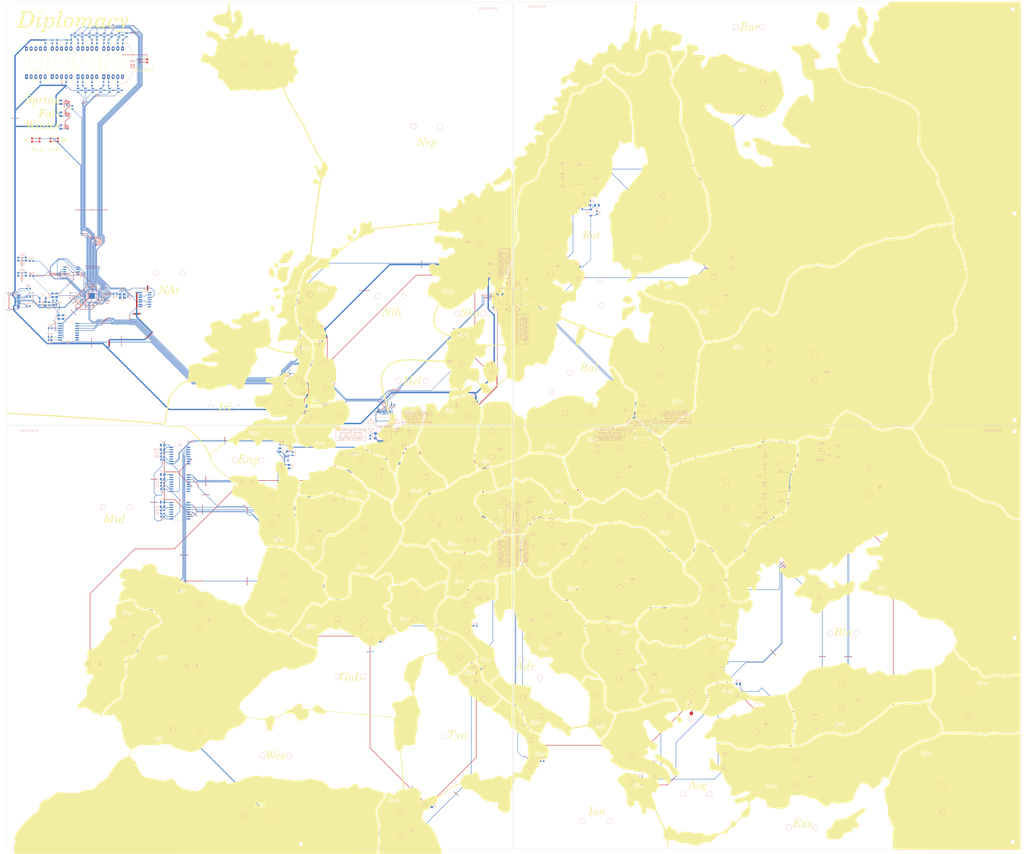
<source format=kicad_pcb>
(kicad_pcb (version 20211014) (generator pcbnew)
  (layers (0 "F.Cu" signal) (31 "B.Cu" signal) (34 "B.Paste" user) (35 "F.Paste" user) (36 "B.SilkS" user "B.Silkscreen") (37 "F.SilkS" user "F.Silkscreen") (38 "B.Mask" user) (39 "F.Mask" user) (44 "Edge.Cuts" user))
  (net 0 "")
  (footprint "dip:TestPoint_Pad_D2.0mm" (layer "F.Cu") (at 345.252682 425.582318 45)
    (fp_text reference "TP13" hide)
    (fp_text value "TestPoint" hide)
  )
  (footprint "dip:TestPoint_Pad_D2.0mm" (layer "F.Cu") (at 344.252682 394.182318 180)
    (fp_text reference "TP23" hide)
    (fp_text value "TestPoint" hide)
  )
  (footprint "MountingHole:MountingHole_2.2mm_M2" (layer "F.Cu") (at 366.252682 512.582318)
    (fp_text reference "H5")
    (fp_text value "MountingHole")
  )
  (footprint "dip:TestPoint_Pad_D2.0mm" (layer "F.Cu") (at 341.752682 249.082318 180)
    (fp_text reference "TP11" hide)
    (fp_text value "TestPoint" hide)
  )
  (footprint "dip:TestPoint_Pad_D2.0mm" (layer "F.Cu") (at 328.652682 335.582318 90)
    (fp_text reference "TP22" hide)
    (fp_text value "TestPoint" hide)
  )
  (footprint "dip:TestPoint_Pad_D2.0mm" (layer "F.Cu") (at 505.152682 101.282318)
    (fp_text reference "TP5" hide)
    (fp_text value "TestPoint" hide)
  )
  (footprint "dip:TestPoint_Pad_D2.0mm" (layer "F.Cu") (at 306.171563 297.163437 135)
    (fp_text reference "TP24" hide)
    (fp_text value "TestPoint" hide)
  )
  (footprint "dip:SK6805-EC" (layer "F.Cu") (at 308.727682 287.557318)
    (fp_text reference "D12" hide)
    (fp_text value "SK6805-EC" hide)
  )
  (footprint "dip:TestPoint_Pad_D2.0mm" (layer "F.Cu") (at 260.252682 343.582318 180)
    (fp_text reference "TP19" hide)
    (fp_text value "TestPoint" hide)
  )
  (footprint "dip:SK6805-EC" (layer "F.Cu") (at 444.252682 427.582318)
    (fp_text reference "D8" hide)
    (fp_text value "SK6805-EC" hide)
  )
  (footprint "dip:TestPoint_Pad_D2.0mm" (layer "F.Cu") (at 477.752682 418.082318 180)
    (fp_text reference "TP28" hide)
    (fp_text value "TestPoint" hide)
  )
  (footprint "Button_Switch_SMD:SW_Push_1P1T_NO_CK_KMR2" (layer "F.Cu") (at 120.252682 130.082318)
    (fp_text reference "SW3")
    (fp_text value "Previous")
  )
  (footprint "dip:TestPoint_Pad_D2.0mm" (layer "F.Cu") (at 389.752682 191.482318)
    (fp_text reference "TP4" hide)
    (fp_text value "TestPoint" hide)
  )
  (footprint "dip:TestPoint_Pad_D2.0mm" (layer "F.Cu") (at 563.152682 311.507318)
    (fp_text reference "TP10" hide)
    (fp_text value "TestPoint" hide)
  )
  (footprint "LOGO" (layer "F.Cu") (at 507.352682 170.082318)
    (fp_text reference "G***" hide)
    (fp_text value "LOGO" hide)
  )
  (footprint "dip:TestPoint_Pad_D2.0mm" (layer "F.Cu") (at 308.252682 506.182318 180)
    (fp_text reference "TP14" hide)
    (fp_text value "TestPoint" hide)
  )
  (footprint "dip:SK6805-EC" (layer "F.Cu") (at 535.552682 378.782318)
    (fp_text reference "D3" hide)
    (fp_text value "SK6805-EC" hide)
  )
  (footprint "dip:TestPoint_Pad_D2.0mm" (layer "F.Cu") (at 351.3338 431.663436 -135)
    (fp_text reference "TP10" hide)
    (fp_text value "TestPoint" hide)
  )
  (footprint "Display_7Segment:7SegmentLED_LTS6760_LTS6780" (layer "F.Cu") (at 133.172682 95.702318 90)
    (fp_text reference "U5")
    (fp_text value "SM420561N")
  )
  (footprint "MountingHole:MountingHole_2.2mm_M2" (layer "F.Cu") (at 97.252682 282.082318)
    (fp_text reference "H1")
    (fp_text value "MountingHole")
  )
  (footprint "MountingHole:MountingHole_2.2mm_M2" (layer "F.Cu") (at 641.752682 400.582318 180)
    (fp_text reference "H2")
    (fp_text value "MountingHole")
  )
  (footprint "dip:SK6805-EC" (layer "F.Cu") (at 378.252682 399.082318)
    (fp_text reference "D11" hide)
    (fp_text value "SK6805-EC" hide)
  )
  (footprint "dip:TestPoint_Pad_D2.0mm" (layer "F.Cu") (at 390.252682 350.682318 180)
    (fp_text reference "TP25" hide)
    (fp_text value "TestPoint" hide)
  )
  (footprint "dip:TestPoint_Pad_D2.0mm" (layer "F.Cu") (at 477.752682 409.482318)
    (fp_text reference "TP9" hide)
    (fp_text value "TestPoint" hide)
  )
  (footprint "MountingHole:MountingHole_2.2mm_M2" (layer "F.Cu") (at 97.252682 288.582318 180)
    (fp_text reference "H1")
    (fp_text value "MountingHole")
  )
  (footprint "dip:SK6805-EC" (layer "F.Cu") (at 463.752682 396.082318)
    (fp_text reference "D9" hide)
    (fp_text value "SK6805-EC" hide)
  )
  (footprint "dip:TestPoint_Pad_D2.0mm" (layer "F.Cu") (at 308.252682 497.582318)
    (fp_text reference "TP12" hide)
    (fp_text value "TestPoint" hide)
  )
  (footprint "dip:TestPoint_Pad_D2.0mm" (layer "F.Cu") (at 333.952682 280.082318 90)
    (fp_text reference "TP6" hide)
    (fp_text value "TestPoint" hide)
  )
  (footprint "dip:SK6805-EC" (layer "F.Cu") (at 487.952682 199.482318)
    (fp_text reference "D2" hide)
    (fp_text value "SK6805-EC" hide)
  )
  (footprint "dip:TestPoint_Pad_D2.0mm" (layer "F.Cu") (at 478.352682 215.882318 180)
    (fp_text reference "TP7" hide)
    (fp_text value "TestPoint" hide)
  )
  (footprint "dip:TestPoint_Pad_D2.0mm" (layer "F.Cu") (at 563.152682 320.107318 180)
    (fp_text reference "TP15" hide)
    (fp_text value "TestPoint" hide)
  )
  (footprint "dip:TestPoint_Pad_D2.0mm" (layer "F.Cu") (at 199.252682 393.182318 180)
    (fp_text reference "TP16" hide)
    (fp_text value "TestPoint" hide)
  )
  (footprint "MountingHole:MountingHole_2.2mm_M2" (layer "F.Cu") (at 484.752682 58.082318)
    (fp_text reference "H4")
    (fp_text value "MountingHole")
  )
  (footprint "dip:TestPoint_Pad_D2.0mm" (layer "F.Cu") (at 285.777682 390.582318 -90)
    (fp_text reference "TP15" hide)
    (fp_text value "TestPoint" hide)
  )
  (footprint "MountingHole:MountingHole_2.2mm_M2" (layer "F.Cu") (at 98.252682 511.582318)
    (fp_text reference "H3")
    (fp_text value "MountingHole")
  )
  (footprint "MountingHole:MountingHole_2.2mm_M2" (layer "F.Cu") (at 366.252682 58.082318)
    (fp_text reference "H5")
    (fp_text value "MountingHole")
  )
  (footprint "dip:SK6805-EC" (layer "F.Cu") (at 222.252682 315.582318)
    (fp_text reference "D6" hide)
    (fp_text value "SK6805-EC" hide)
  )
  (footprint "dip:SK6805-EC" (layer "F.Cu") (at 292.252682 401.582318)
    (fp_text reference "D3" hide)
    (fp_text value "SK6805-EC" hide)
  )
  (footprint "dip:TestPoint_Pad_D2.0mm" (layer "F.Cu") (at 196.252682 450.582318 -90)
    (fp_text reference "TP26" hide)
    (fp_text value "TestPoint" hide)
  )
  (footprint "dip:TestPoint_Pad_D2.0mm" (layer "F.Cu") (at 341.752682 240.482318)
    (fp_text reference "TP5" hide)
    (fp_text value "TestPoint" hide)
  )
  (footprint "dip:SK6805-EC" (layer "F.Cu") (at 358.252682 256.582318)
    (fp_text reference "D9")
    (fp_text value "SK6805-EC" hide)
  )
  (footprint "dip:TestPoint_Pad_D2.0mm" (layer "F.Cu") (at 187.652682 450.582318 90)
    (fp_text reference "TP25" hide)
    (fp_text value "TestPoint" hide)
  )
  (footprint "dip:TestPoint_Pad_D2.0mm" (layer "F.Cu") (at 272.452682 280.082318 -90)
    (fp_text reference "TP9" hide)
    (fp_text value "TestPoint" hide)
  )
  (footprint "MountingHole:MountingHole_2.2mm_M2" (layer "F.Cu") (at 641.752682 282.082318)
    (fp_text reference "H1")
    (fp_text value "MountingHole")
  )
  (footprint "dip:SK6805-EC" (layer "F.Cu") (at 379.752682 351.082318)
    (fp_text reference "D13" hide)
    (fp_text value "SK6805-EC" hide)
  )
  (footprint "dip:TestPoint_Pad_D2.0mm" (layer "F.Cu") (at 342.552682 280.082318 -90)
    (fp_text reference "TP12" hide)
    (fp_text value "TestPoint" hide)
  )
  (footprint "Button_Switch_SMD:SW_Push_1P1T_NO_CK_KMR2" (layer "F.Cu") (at 168.752682 87.082318)
    (fp_text reference "SW1")
    (fp_text value "Reset")
  )
  (footprint "dip:TestPoint_Pad_D2.0mm" (layer "F.Cu") (at 337.252682 335.582318 -90)
    (fp_text reference "TP5" hide)
    (fp_text value "TestPoint" hide)
  )
  (footprint "dip:TestPoint_Pad_D2.0mm" (layer "F.Cu") (at 259.252682 225.682318 180)
    (fp_text reference "TP1" hide)
    (fp_text value "TestPoint" hide)
  )
  (footprint "dip:TestPoint_Pad_D2.0mm" (layer "F.Cu") (at 426.752682 309.382318 180)
    (fp_text reference "TP14" hide)
    (fp_text value "TestPoint" hide)
  )
  (footprint "dip:TestPoint_Pad_D2.0mm" (layer "F.Cu") (at 547.952682 427.507318)
    (fp_text reference "TP12" hide)
    (fp_text value "TestPoint" hide)
  )
  (footprint "dip:SK6805-EC" (layer "F.Cu") (at 533.752682 450.082318)
    (fp_text reference "D4" hide)
    (fp_text value "SK6805-EC" hide)
  )
  (footprint "dip:TestPoint_Pad_D2.0mm" (layer "F.Cu") (at 389.752682 200.082318 180)
    (fp_text reference "TP6" hide)
    (fp_text value "TestPoint" hide)
  )
  (footprint "Button_Switch_SMD:SW_Push_1P1T_NO_CK_KMR2" (layer "F.Cu") (at 110.252682 130.082318)
    (fp_text reference "SW2")
    (fp_text value "Next")
  )
  (footprint "dip:TestPoint_Pad_D2.0mm" (layer "F.Cu") (at 501.752682 449.182318 180)
    (fp_text reference "TP17" hide)
    (fp_text value "TestPoint" hide)
  )
  (footprint "dip:SK6805-EC" (layer "F.Cu") (at 446.252682 476.082318)
    (fp_text reference "D7" hide)
    (fp_text value "SK6805-EC" hide)
  )
  (footprint "dip:SK6805-EC" (layer "F.Cu") (at 127.252682 116.082318)
    (fp_text reference "D3")
    (fp_text value "SK6805-EC" hide)
  )
  (footprint "" (layer "F.Cu") (at 97.252682 288.582318 180)
    (fp_text reference "")
    (fp_text value "")
  )
  (footprint "dip:TestPoint_Pad_D2.0mm" (layer "F.Cu") (at 358.252682 299.657318 180)
    (fp_text reference "TP21" hide)
    (fp_text value "TestPoint" hide)
  )
  (footprint "dip:SK6805-EC" (layer "F.Cu") (at 139.252682 414.582318)
    (fp_text reference "D5" hide)
    (fp_text value "SK6805-EC" hide)
  )
  (footprint "MountingHole:MountingHole_2.2mm_M2" (layer "F.Cu") (at 254.252682 512.582318)
    (fp_text reference "H4")
    (fp_text value "MountingHole")
  )
  (footprint "dip:TestPoint_Pad_D2.0mm" (layer "F.Cu") (at 238.252682 335.182318 180)
    (fp_text reference "TP18" hide)
    (fp_text value "TestPoint" hide)
  )
  (footprint "dip:TestPoint_Pad_D2.0mm" (layer "F.Cu") (at 477.752682 376.507318)
    (fp_text reference "TP1" hide)
    (fp_text value "TestPoint" hide)
  )
  (footprint "dip:TestPoint_Pad_D2.0mm" (layer "F.Cu") (at 388.252682 390.557318)
    (fp_text reference "TP6" hide)
    (fp_text value "TestPoint" hide)
  )
  (footprint "dip:SK6805-EC" (layer "F.Cu") (at 408.277682 359.557318)
    (fp_text reference "D12" hide)
    (fp_text value "SK6805-EC" hide)
  )
  (footprint "dip:SK6805-EC" (layer "F.Cu") (at 421.277682 396.057318)
    (fp_text reference "D10" hide)
    (fp_text value "SK6805-EC" hide)
  )
  (footprint "dip:TestPoint_Pad_D2.0mm" (layer "F.Cu") (at 253.252682 248.482318)
    (fp_text reference "TP2" hide)
    (fp_text value "TestPoint" hide)
  )
  (footprint "dip:TestPoint_Pad_D2.0mm" (layer "F.Cu") (at 294.333801 311.663437 -135)
    (fp_text reference "TP20" hide)
    (fp_text value "TestPoint" hide)
  )
  (footprint "dip:SK6805-EC" (layer "F.Cu") (at 127.252682 109.582318)
    (fp_text reference "D2")
    (fp_text value "SK6805-EC" hide)
  )
  (footprint "dip:SK6805-EC" (layer "F.Cu") (at 272.252682 325.582318)
    (fp_text reference "D7" hide)
    (fp_text value "SK6805-EC" hide)
  )
  (footprint "dip:TestPoint_Pad_D2.0mm" (layer "F.Cu") (at 466.252682 441.682318 180)
    (fp_text reference "TP20" hide)
    (fp_text value "TestPoint" hide)
  )
  (footprint "dip:TestPoint_Pad_D2.0mm" (layer "F.Cu") (at 238.252682 326.582318)
    (fp_text reference "TP3" hide)
    (fp_text value "TestPoint" hide)
  )
  (footprint "dip:SK6805-EC" (layer "F.Cu") (at 351.727682 307.057318)
    (fp_text reference "D9" hide)
    (fp_text value "SK6805-EC" hide)
  )
  (footprint "dip:TestPoint_Pad_D2.0mm" (layer "F.Cu") (at 426.752682 411.082318)
    (fp_text reference "TP7" hide)
    (fp_text value "TestPoint" hide)
  )
  (footprint "MountingHole:MountingHole_2.2mm_M2" (layer "F.Cu") (at 372.752682 58.082318)
    (fp_text reference "H5")
    (fp_text value "MountingHole")
  )
  (footprint "dip:SK6805-EC" (layer "F.Cu") (at 356.752682 203.082318)
    (fp_text reference "D8")
    (fp_text value "SK6805-EC" hide)
  )
  (footprint "dip:TestPoint_Pad_D2.0mm" (layer "F.Cu") (at 388.252682 399.157318 180)
    (fp_text reference "TP23" hide)
    (fp_text value "TestPoint" hide)
  )
  (footprint "dip:TestPoint_Pad_D2.0mm" (layer "F.Cu") (at 433.752682 476.682318 180)
    (fp_text reference "TP19" hide)
    (fp_text value "TestPoint" hide)
  )
  (footprint "dip:TestPoint_Pad_D2.0mm" (layer "F.Cu") (at 390.252682 342.082318)
    (fp_text reference "TP13" hide)
    (fp_text value "TestPoint" hide)
  )
  (footprint "dip:TestPoint_Pad_D2.0mm" (layer "F.Cu") (at 312.252682 291.082318 -45)
    (fp_text reference "TP9" hide)
    (fp_text value "TestPoint" hide)
  )
  (footprint "dip:TestPoint_Pad_D2.0mm" (layer "F.Cu") (at 378.752682 467.582318 180)
    (fp_text reference "TP26" hide)
    (fp_text value "TestPoint" hide)
  )
  (footprint "dip:TestPoint_Pad_D2.0mm" (layer "F.Cu") (at 344.252682 385.582318)
    (fp_text reference "TP11" hide)
    (fp_text value "TestPoint" hide)
  )
  (footprint "dip:TestPoint_Pad_D2.0mm" (layer "F.Cu") (at 426.752682 419.682318 180)
    (fp_text reference "TP22" hide)
    (fp_text value "TestPoint" hide)
  )
  (footprint "dip:TestPoint_Pad_D2.0mm" (layer "F.Cu") (at 547.952682 436.107318 180)
    (fp_text reference "TP16" hide)
    (fp_text value "TestPoint" hide)
  )
  (footprint "dip:TestPoint_Pad_D2.0mm" (layer "F.Cu") (at 426.752682 300.782318)
    (fp_text reference "TP4" hide)
    (fp_text value "TestPoint" hide)
  )
  (footprint "dip:TestPoint_Pad_D2.0mm" (layer "F.Cu") (at 263.852682 280.082318 90)
    (fp_text reference "TP3" hide)
    (fp_text value "TestPoint" hide)
  )
  (footprint "dip:SK6805-EC" (layer "F.Cu") (at 276.252682 300.582318)
    (fp_text reference "D8" hide)
    (fp_text value "SK6805-EC" hide)
  )
  (footprint "MountingHole:MountingHole_2.2mm_M2" (layer "F.Cu") (at 640.752682 59.082318)
    (fp_text reference "H3")
    (fp_text value "MountingHole")
  )
  (footprint "dip:TestPoint_Pad_D2.0mm" (layer "F.Cu") (at 533.152682 257.482318 180)
    (fp_text reference "TP8" hide)
    (fp_text value "TestPoint" hide)
  )
  (footprint "dip:SK6805-EC" (layer "F.Cu") (at 348.252682 416.582318)
    (fp_text reference "D1" hide)
    (fp_text value "SK6805-EC" hide)
  )
  (footprint "dip:SK6805-EC" (layer "F.Cu") (at 483.752682 471.082318)
    (fp_text reference "D6" hide)
    (fp_text value "SK6805-EC" hide)
  )
  (footprint "dip:SK6805-EC" (layer "F.Cu") (at 508.352682 250.682318)
    (fp_text reference "D3" hide)
    (fp_text value "SK6805-EC" hide)
  )
  (footprint "dip:TestPoint_Pad_D2.0mm" (layer "F.Cu") (at 158.252682 391.582318)
    (fp_text reference "TP8" hide)
    (fp_text value "TestPoint" hide)
  )
  (footprint "dip:TestPoint_Pad_D2.0mm" (layer "F.Cu") (at 199.252682 384.582318)
    (fp_text reference "TP7" hide)
    (fp_text value "TestPoint" hide)
  )
  (footprint "dip:SK6805-EC" (layer "F.Cu") (at 415.152682 299.182318)
    (fp_text reference "D2" hide)
    (fp_text value "SK6805-EC" hide)
  )
  (footprint "LOGO" (layer "F.Cu") (at 233.752682 401.582318)
    (fp_text reference "G***" hide)
    (fp_text value "LOGO" hide)
  )
  (footprint "dip:TestPoint_Pad_D2.0mm" (layer "F.Cu") (at 253.252682 257.082318 180)
    (fp_text reference "TP8" hide)
    (fp_text value "TestPoint" hide)
  )
  (footprint "MountingHole:MountingHole_2.2mm_M2" (layer "F.Cu") (at 97.252682 170.082318)
    (fp_text reference "H2")
    (fp_text value "MountingHole")
  )
  (footprint "dip:TestPoint_Pad_D2.0mm" (layer "F.Cu") (at 477.752682 385.107318 180)
    (fp_text reference "TP21" hide)
    (fp_text value "TestPoint" hide)
  )
  (footprint "MountingHole:MountingHole_2.2mm_M2" (layer "F.Cu") (at 484.752682 512.582318)
    (fp_text reference "H4")
    (fp_text value "MountingHole")
  )
  (footprint "MountingHole:MountingHole_2.2mm_M2" (layer "F.Cu") (at 640.752682 511.582318 180)
    (fp_text reference "H3")
    (fp_text value "MountingHole")
  )
  (footprint "dip:SK6805-EC" (layer "F.Cu") (at 321.252682 491.582318)
    (fp_text reference "D2" hide)
    (fp_text value "SK6805-EC" hide)
  )
  (footprint "dip:TestPoint_Pad_D2.0mm" (layer "F.Cu") (at 158.252682 400.182318 180)
    (fp_text reference "TP17" hide)
    (fp_text value "TestPoint" hide)
  )
  (footprint "dip:TestPoint_Pad_D2.0mm" (layer "F.Cu") (at 427.752682 361.582318)
    (fp_text reference "TP5" hide)
    (fp_text value "TestPoint" hide)
  )
  (footprint "dip:TestPoint_Pad_D2.0mm" (layer "F.Cu") (at 277.177682 390.582318 90)
    (fp_text reference "TP6" hide)
    (fp_text value "TestPoint" hide)
  )
  (footprint "MountingHole:MountingHole_2.2mm_M2" (layer "F.Cu") (at 372.752682 512.582318)
    (fp_text reference "H5")
    (fp_text value "MountingHole")
  )
  (footprint "Display_7Segment:7SegmentLED_LTS6760_LTS6780" (layer "F.Cu") (at 119.172682 95.702318 90)
    (fp_text reference "U7")
    (fp_text value "SM420561N")
  )
  (footprint "dip:SK6805-EC" (layer "F.Cu") (at 255.252682 268.082318)
    (fp_text reference "D6")
    (fp_text value "SK6805-EC" hide)
  )
  (footprint "dip:TestPoint_Pad_D2.0mm" (layer "F.Cu") (at 260.252682 334.982318)
    (fp_text reference "TP1" hide)
    (fp_text value "TestPoint" hide)
  )
  (footprint "Display_7Segment:7SegmentLED_LTS6760_LTS6780" (layer "F.Cu") (at 105.172682 95.702318 90)
    (fp_text reference "U6")
    (fp_text value "SM420561N")
  )
  (footprint "MountingHole:MountingHole_2.2mm_M2" (layer "F.Cu") (at 254.252682 58.082318)
    (fp_text reference "H4")
    (fp_text value "MountingHole")
  )
  (footprint "dip:TestPoint_Pad_D2.0mm" (layer "F.Cu") (at 351.252682 175.482318)
    (fp_text reference "TP4" hide)
    (fp_text value "TestPoint" hide)
  )
  (footprint "dip:TestPoint_Pad_D2.0mm" (layer "F.Cu") (at 351.252682 184.082318 180)
    (fp_text reference "TP10" hide)
    (fp_text value "TestPoint" hide)
  )
  (footprint "LOGO" (layer "F.Cu") (at 231.552682 169.882318)
    (fp_text reference "G***" hide)
    (fp_text value "LOGO" hide)
  )
  (footprint "dip:SK6805-EC" (layer "F.Cu") (at 344.227682 347.107318)
    (fp_text reference "D10" hide)
    (fp_text value "SK6805-EC" hide)
  )
  (footprint "MountingHole:MountingHole_2.2mm_M2" (layer "F.Cu") (at 641.752682 288.582318 180)
    (fp_text reference "H1")
    (fp_text value "MountingHole")
  )
  (footprint "dip:SK6805-EC" (layer "F.Cu") (at 404.552682 205.382318)
    (fp_text reference "D1" hide)
    (fp_text value "SK6805-EC" hide)
  )
  (footprint "dip:SK6805-EC" (layer "F.Cu") (at 192.252682 415.582318)
    (fp_text reference "D4" hide)
    (fp_text value "SK6805-EC" hide)
  )
  (footprint "MountingHole:MountingHole_2.2mm_M2" (layer "F.Cu") (at 97.252682 400.582318 180)
    (fp_text reference "H2")
    (fp_text value "MountingHole")
  )
  (footprint "MountingHole:MountingHole_2.2mm_M2" (layer "F.Cu") (at 641.752682 170.082318)
    (fp_text reference "H2")
    (fp_text value "MountingHole")
  )
  (footprint "dip:SK6805-EC" (layer "F.Cu") (at 127.252682 123.082318)
    (fp_text reference "D4")
    (fp_text value "SK6805-EC" hide)
  )
  (footprint "dip:TestPoint_Pad_D2.0mm" (layer "F.Cu") (at 478.352682 207.282318)
    (fp_text reference "TP1" hide)
    (fp_text value "TestPoint" hide)
  )
  (footprint "LOGO" (layer "F.Cu") (at 507.252682 400.582318)
    (fp_text reference "G***" hide)
    (fp_text value "LOGO" hide)
  )
  (footprint "dip:TestPoint_Pad_D2.0mm" (layer "F.Cu") (at 433.752682 468.082318)
    (fp_text reference "TP27" hide)
    (fp_text value "TestPoint" hide)
  )
  (footprint "dip:TestPoint_Pad_D2.0mm" (layer "F.Cu") (at 501.752682 440.582318)
    (fp_text reference "TP3" hide)
    (fp_text value "TestPoint" hide)
  )
  (footprint "dip:TestPoint_Pad_D2.0mm" (layer "F.Cu") (at 259.252682 217.082318)
    (fp_text reference "TP7" hide)
    (fp_text value "TestPoint" hide)
  )
  (footprint "dip:TestPoint_Pad_D2.0mm" (layer "F.Cu") (at 358.252682 291.057318)
    (fp_text reference "TP2" hide)
    (fp_text value "TestPoint" hide)
  )
  (footprint "dip:SK6805-EC" (layer "F.Cu") (at 257.252682 283.082318)
    (fp_text reference "D7")
    (fp_text value "SK6805-EC" hide)
  )
  (footprint "dip:TestPoint_Pad_D2.0mm" (layer "F.Cu") (at 523.252682 468.982318)
    (fp_text reference "TP11" hide)
    (fp_text value "TestPoint" hide)
  )
  (footprint "dip:TestPoint_Pad_D2.0mm" (layer "F.Cu") (at 533.152682 248.882318)
    (fp_text reference "TP3" hide)
    (fp_text value "TestPoint" hide)
  )
  (footprint "dip:TestPoint_Pad_D2.0mm" (layer "F.Cu") (at 427.752682 370.182318 180)
    (fp_text reference "TP24" hide)
    (fp_text value "TestPoint" hide)
  )
  (footprint "dip:SK6805-EC" (layer "F.Cu") (at 350.752682 379.082318)
    (fp_text reference "D11" hide)
    (fp_text value "SK6805-EC" hide)
  )
  (footprint "Display_7Segment:7SegmentLED_LTS6760_LTS6780" (layer "F.Cu") (at 147.172682 95.702318 90)
    (fp_text reference "U4")
    (fp_text value "SM420561N")
  )
  (footprint "dip:TestPoint_Pad_D2.0mm" (layer "F.Cu") (at 466.252682 433.082318)
    (fp_text reference "TP8" hide)
    (fp_text value "TestPoint" hide)
  )
  (footprint "dip:SK6805-EC" (layer "F.Cu") (at 266.252682 237.082318)
    (fp_text reference "D5")
    (fp_text value "SK6805-EC" hide)
  )
  (footprint "dip:TestPoint_Pad_D2.0mm" (layer "F.Cu") (at 288.252682 305.582318 45)
    (fp_text reference "TP4" hide)
    (fp_text value "TestPoint" hide)
  )
  (footprint "dip:SK6805-EC" (layer "F.Cu") (at 348.252682 273.082318)
    (fp_text reference "D10")
    (fp_text value "SK6805-EC" hide)
  )
  (footprint "MountingHole:MountingHole_2.2mm_M2" (layer "F.Cu") (at 98.252682 59.082318)
    (fp_text reference "H3")
    (fp_text value "MountingHole")
  )
  (footprint "dip:TestPoint_Pad_D2.0mm" (layer "F.Cu") (at 505.152682 109.882318 180)
    (fp_text reference "TP2" hide)
    (fp_text value "TestPoint" hide)
  )
  (footprint "dip:TestPoint_Pad_D2.0mm" (layer "F.Cu") (at 378.752682 458.982318)
    (fp_text reference "TP2" hide)
    (fp_text value "TestPoint" hide)
  )
  (footprint "dip:TestPoint_Pad_D2.0mm" (layer "F.Cu") (at 523.252682 477.582318 180)
    (fp_text reference "TP18" hide)
    (fp_text value "TestPoint" hide)
  )
  (footprint "dip:SK6805-EC" (layer "F.Cu") (at 371.752682 445.582318)
    (fp_text reference "D14" hide)
    (fp_text value "SK6805-EC" hide)
  )
  (footprint "dip:SK6805-EC" (layer "F.Cu") (at 491.252682 431.582318)
    (fp_text reference "D5" hide)
    (fp_text value "SK6805-EC" hide)
  )
  (footprint "Resistor_SMD:R_0603_1608Metric" (layer "B.Cu") (at 163.252682 400.582318 180)
    (fp_text reference "R6")
    (fp_text value "10k")
  )
  (footprint "Resistor_SMD:R_0603_1608Metric" (layer "B.Cu") (at 304.252682 274.082318)
    (fp_text reference "R44")
    (fp_text value "1M")
  )
  (footprint "Capacitor_SMD:C_0805_2012Metric" (layer "B.Cu") (at 375.752682 449.582318 180)
    (fp_text reference "C22")
    (fp_text value "0.1µ")
  )
  (footprint "Resistor_SMD:R_0603_1608Metric" (layer "B.Cu") (at 415.002682 169.582318 90)
    (fp_text reference "R3")
    (fp_text value "10k")
  )
  (footprint "Capacitor_SMD:C_0805_2012Metric" (layer "B.Cu") (at 245.252682 307.582318 -90)
    (fp_text reference "C14")
    (fp_text value "10µ")
  )
  (footprint "dip:USB_C_Plug_edge_launch" (layer "B.Cu") (at 375.952682 335.582318 90)
    (fp_text reference "P1")
    (fp_text value "USB_C_Plug")
  )
  (footprint "Resistor_SMD:R_0603_1608Metric" (layer "B.Cu") (at 149.752682 99.582318 -90)
    (fp_text reference "R17")
    (fp_text value "300")
  )
  (footprint "Capacitor_SMD:C_0805_2012Metric" (layer "B.Cu") (at 266.252682 233.082318 180)
    (fp_text reference "C23")
    (fp_text value "0.1µ")
  )
  (footprint "Resistor_SMD:R_0603_1608Metric" (layer "B.Cu") (at 396.252682 154.082318)
    (fp_text reference "R7")
    (fp_text value "10k")
  )
  (footprint "Resistor_SMD:R_0603_1608Metric" (layer "B.Cu") (at 376.752682 207.082318 180)
    (fp_text reference "R1")
    (fp_text value "1M")
  )
  (footprint "Package_SO:SOIC-16W_7.5x10.3mm_P1.27mm" (layer "B.Cu") (at 188.502682 331.582318 180)
    (fp_text reference "U3")
    (fp_text value "PCF8591")
  )
  (footprint "dip:USB_C_Receptacle_HRO_TYPE-C-31-M-12" (layer "B.Cu") (at 373.122682 215.082318 90)
    (fp_text reference "J1")
    (fp_text value "USB_C_Receptacle_USB2.0")
  )
  (footprint "Capacitor_SMD:C_0805_2012Metric" (layer "B.Cu") (at 421.252682 391.082318 180)
    (fp_text reference "C18")
    (fp_text value "0.1µ")
  )
  (footprint "Resistor_SMD:R_0603_1608Metric" (layer "B.Cu") (at 126.752682 99.582318 -90)
    (fp_text reference "R24")
    (fp_text value "300")
  )
  (footprint "Resistor_SMD:R_0603_1608Metric" (layer "B.Cu") (at 140.752682 76.582318 90)
    (fp_text reference "R12")
    (fp_text value "300")
  )
  (footprint "Resistor_SMD:R_0603_1608Metric" (layer "B.Cu") (at 242.252682 335.582318 180)
    (fp_text reference "R7")
    (fp_text value "10k")
  )
  (footprint "LOGO" (layer "B.Cu") (at 306.252682 282.832318 180)
    (fp_text reference "G***" hide)
    (fp_text value "LOGO" hide)
  )
  (footprint "LOGO" (layer "B.Cu") (at 306.252682 288.082318)
    (fp_text reference "G***" hide)
    (fp_text value "LOGO" hide)
  )
  (footprint "Resistor_SMD:R_0603_1608Metric" (layer "B.Cu") (at 394.252682 399.582318 180)
    (fp_text reference "R14")
    (fp_text value "10k")
  )
  (footprint "Resistor_SMD:R_0603_1608Metric" (layer "B.Cu") (at 506.252682 305.082318)
    (fp_text reference "R3")
    (fp_text value "10k")
  )
  (footprint "Resistor_SMD:R_0603_1608Metric" (layer "B.Cu") (at 348.850412 394.082318 180)
    (fp_text reference "R12")
    (fp_text value "10k")
  )
  (footprint "Capacitor_SMD:C_0805_2012Metric" (layer "B.Cu") (at 506.002682 312.582318 180)
    (fp_text reference "C2")
    (fp_text value "10u")
  )
  (footprint "Capacitor_SMD:C_0805_2012Metric" (layer "B.Cu") (at 506.002682 294.582318 180)
    (fp_text reference "C9")
    (fp_text value "10u")
  )
  (footprint "Package_TO_SOT_SMD:SOT-23" (layer "B.Cu") (at 156.002682 103.082318)
    (fp_text reference "Q5")
    (fp_text value "MMBT5551L")
  )
  (footprint "Capacitor_SMD:C_0805_2012Metric" (layer "B.Cu") (at 247.752682 307.582318 -90)
    (fp_text reference "C13")
    (fp_text value "10µ")
  )
  (footprint "Diode_SMD:D_SOD-123" (layer "B.Cu") (at 246.752682 297.582318 90)
    (fp_text reference "D13")
    (fp_text value "MBR0540")
  )
  (footprint "LOGO" (layer "B.Cu") (at 292.252682 288.082318)
    (fp_text reference "G***" hide)
    (fp_text value "LOGO" hide)
  )
  (footprint "Resistor_SMD:R_0603_1608Metric" (layer "B.Cu") (at 340.252682 274.082318 -90)
    (fp_text reference "R40")
    (fp_text value "10k")
  )
  (footprint "Resistor_SMD:R_0603_1608Metric" (layer "B.Cu") (at 385.252682 467.582318 180)
    (fp_text reference "R17")
    (fp_text value "10k")
  )
  (footprint "Capacitor_SMD:C_0805_2012Metric" (layer "B.Cu") (at 179.077682 314.382318 180)
    (fp_text reference "C18")
    (fp_text value "0.1u")
  )
  (footprint "Capacitor_SMD:C_0805_2012Metric" (layer "B.Cu") (at 484.252682 465.082318 180)
    (fp_text reference "C11")
    (fp_text value "0.1µ")
  )
  (footprint "Package_SO:SOIC-16W_7.5x10.3mm_P1.27mm" (layer "B.Cu") (at 515.002682 316.082318 180)
    (fp_text reference "U2")
    (fp_text value "PCF8591")
  )
  (footprint "Package_TO_SOT_SMD:SOT-23" (layer "B.Cu") (at 134.152682 103.082318)
    (fp_text reference "Q10")
    (fp_text value "MMBT5551L")
  )
  (footprint "Resistor_SMD:R_0603_1608Metric" (layer "B.Cu") (at 106.252682 210.832318 180)
    (fp_text reference "R8")
    (fp_text value "1M")
  )
  (footprint "Resistor_SMD:R_0603_1608Metric" (layer "B.Cu") (at 112.752682 99.582318 -90)
    (fp_text reference "R23")
    (fp_text value "300")
  )
  (footprint "Capacitor_SMD:C_0805_2012Metric" (layer "B.Cu") (at 276.252682 325.582318 90)
    (fp_text reference "C1")
    (fp_text value "0.1µ")
  )
  (footprint "Package_SO:SOIC-16W_7.5x10.3mm_P1.27mm" (layer "B.Cu") (at 188.502682 301.582318 180)
    (fp_text reference "U2")
    (fp_text value "PCF8591")
  )
  (footprint "Resistor_SMD:R_0603_1608Metric" (layer "B.Cu") (at 556.252682 436.082318 180)
    (fp_text reference "R7")
    (fp_text value "10k")
  )
  (footprint "Package_TO_SOT_SMD:SOT-23" (layer "B.Cu") (at 142.502682 73.082318 180)
    (fp_text reference "Q4")
    (fp_text value "MMBT5551L")
  )
  (footprint "Package_TO_SOT_SMD:SOT-23" (layer "B.Cu") (at 158.502682 73.082318 180)
    (fp_text reference "Q3")
    (fp_text value "MMBT5551L")
  )
  (footprint "Resistor_SMD:R_0603_1608Metric" (layer "B.Cu") (at 506.002682 319.332318)
    (fp_text reference "R2")
    (fp_text value "10k")
  )
  (footprint "Resistor_SMD:R_0603_1608Metric" (layer "B.Cu") (at 157.502682 76.582318 90)
    (fp_text reference "R13")
    (fp_text value "300")
  )
  (footprint "Resistor_SMD:R_0603_1608Metric" (layer "B.Cu") (at 153.352682 213.882318)
    (fp_text reference "R28")
    (fp_text value "1k")
  )
  (footprint "Connector_USB:USB_C_Receptacle_HRO_TYPE-C-31-M-12" (layer "B.Cu") (at 96.752682 217.832318 90)
    (fp_text reference "J1")
    (fp_text value "USB_C_Receptacle_USB2.0")
  )
  (footprint "Capacitor_SMD:C_0805_2012Metric" (layer "B.Cu") (at 280.202682 300.582318 90)
    (fp_text reference "C6")
    (fp_text value "0.1µ")
  )
  (footprint "Resistor_SMD:R_0603_1608Metric" (layer "B.Cu") (at 253.252682 217.032318)
    (fp_text reference "R35")
    (fp_text value "10k")
  )
  (footprint "Resistor_SMD:R_0603_1608Metric" (layer "B.Cu") (at 483.252682 384.582318 180)
    (fp_text reference "R12")
    (fp_text value "10k")
  )
  (footprint "LOGO" (layer "B.Cu") (at 366.752682 208.082318 -90)
    (fp_text reference "G***" hide)
    (fp_text value "LOGO" hide)
  )
  (footprint "Capacitor_SMD:C_0805_2012Metric" (layer "B.Cu") (at 179.077682 311.882318 180)
    (fp_text reference "C19")
    (fp_text value "10u")
  )
  (footprint "dip:USB_C_Plug_edge_launch" (layer "B.Cu") (at 363.062682 215.082318 -90)
    (fp_text reference "P1")
    (fp_text value "USB_C_Plug")
  )
  (footprint "Resistor_SMD:R_0603_1608Metric" (layer "B.Cu") (at 122.752682 203.082318)
    (fp_text reference "R9")
    (fp_text value "10k")
  )
  (footprint "Resistor_SMD:R_0603_1608Metric" (layer "B.Cu") (at 349.252682 425.582318 180)
    (fp_text reference "R2")
    (fp_text value "10k")
  )
  (footprint "Package_TO_SOT_SMD:SOT-23" (layer "B.Cu") (at 151.252682 103.082318)
    (fp_text reference "Q7")
    (fp_text value "MMBT5551L")
  )
  (footprint "Capacitor_SMD:C_0805_2012Metric" (layer "B.Cu") (at 446.252682 422.082318 180)
    (fp_text reference "C20")
    (fp_text value "0.1µ")
  )
  (footprint "Resistor_SMD:R_0603_1608Metric" (layer "B.Cu") (at 485.252682 216.082318 180)
    (fp_text reference "R9")
    (fp_text value "10k")
  )
  (footprint "Resistor_SMD:R_0603_1608Metric" (layer "B.Cu") (at 328.252682 339.99141 90)
    (fp_text reference "R11")
    (fp_text value "10k")
  )
  (footprint "LOGO" (layer "B.Cu") (at 432.752682 288.082318)
    (fp_text reference "G***" hide)
    (fp_text value "LOGO" hide)
  )
  (footprint "Resistor_SMD:R_0603_1608Metric" (layer "B.Cu") (at 506.252682 331.082318 180)
    (fp_text reference "R22")
    (fp_text value "1k")
  )
  (footprint "dip:USB_C_Plug_edge_launch" (layer "B.Cu") (at 299.252682 291.782318)
    (fp_text reference "P1")
    (fp_text value "USB_C_Plug")
  )
  (footprint "Capacitor_SMD:C_0402_1005Metric" (layer "B.Cu") (at 135.152682 216.482318 180)
    (fp_text reference "C16")
    (fp_text value "1µ")
  )
  (footprint "dip:SN74AHCT125QDRG4Q1" (layer "B.Cu") (at 169.502682 216.832318 180)
    (fp_text reference "U8")
    (fp_text value "SN74AHCT125QDRG4Q1" hide)
  )
  (footprint "Resistor_SMD:R_0603_1608Metric" (layer "B.Cu") (at 107.952682 195.832318 180)
    (fp_text reference "R10")
    (fp_text value "1k")
  )
  (footprint "Resistor_SMD:R_0603_1608Metric" (layer "B.Cu") (at 179.077682 318.082318)
    (fp_text reference "R18")
    (fp_text value "10k")
  )
  (footprint "Resistor_SMD:R_0603_1608Metric" (layer "B.Cu") (at 506.252682 299.082318 180)
    (fp_text reference "R1")
    (fp_text value "1k")
  )
  (footprint "Resistor_SMD:R_0603_1608Metric" (layer "B.Cu") (at 539.752682 257.582318 180)
    (fp_text reference "R10")
    (fp_text value "10k")
  )
  (footprint "LOGO" (layer "B.Cu") (at 446.752682 288.082318)
    (fp_text reference "G***" hide)
    (fp_text value "LOGO" hide)
  )
  (footprint "Capacitor_SMD:C_0402_1005Metric" (layer "B.Cu") (at 135.152682 218.482318 180)
    (fp_text reference "C9")
    (fp_text value "100n")
  )
  (footprint "Capacitor_SMD:C_0805_2012Metric" (layer "B.Cu") (at 404.752682 199.082318 180)
    (fp_text reference "C1")
    (fp_text value "0.1µ")
  )
  (footprint "Capacitor_SMD:C_0805_2012Metric" (layer "B.Cu") (at 545.752682 300.582318)
    (fp_text reference "C5")
    (fp_text value "10µ")
  )
  (footprint "Diode_SMD:D_SOD-123" (layer "B.Cu") (at 113.952682 216.082318 180)
    (fp_text reference "D1")
    (fp_text value "MBR0540")
  )
  (footprint "Capacitor_SMD:C_0805_2012Metric" (layer "B.Cu") (at 121.552682 214.482318 90)
    (fp_text reference "C11")
    (fp_text value "10µ")
  )
  (footprint "Capacitor_SMD:C_0805_2012Metric" (layer "B.Cu") (at 357.252682 199.082318 180)
    (fp_text reference "C26")
    (fp_text value "0.1µ")
  )
  (footprint "Capacitor_SMD:C_0805_2012Metric" (layer "B.Cu") (at 196.252682 415.582318 90)
    (fp_text reference "C5")
    (fp_text value "0.1µ")
  )
  (footprint "Resistor_SMD:R_0603_1608Metric" (layer "B.Cu") (at 359.472682 221.082318)
    (fp_text reference "R34")
    (fp_text value "1M")
  )
  (footprint "Capacitor_SMD:C_0805_2012Metric" (layer "B.Cu") (at 358.252682 253.082318 180)
    (fp_text reference "C27")
    (fp_text value "0.1µ")
  )
  (footprint "LOGO" (layer "B.Cu") (at 372.252682 328.582318 90)
    (fp_text reference "G***" hide)
    (fp_text value "LOGO" hide)
  )
  (footprint "Resistor_SMD:R_0603_1608Metric" (layer "B.Cu") (at 506.752682 449.082318 180)
    (fp_text reference "R8")
    (fp_text value "10k")
  )
  (footprint "Capacitor_SMD:C_0805_2012Metric" (layer "B.Cu") (at 508.252682 245.582318 180)
    (fp_text reference "C3")
    (fp_text value "0.1µ")
  )
  (footprint "Resistor_SMD:R_0603_1608Metric" (layer "B.Cu") (at 247.252682 257.082318)
    (fp_text reference "R36")
    (fp_text value "10k")
  )
  (footprint "dip:USB_C_Receptacle_HRO_TYPE-C-31-M-12" (layer "B.Cu") (at 299.252682 281.712318 180)
    (fp_text reference "J2")
    (fp_text value "USB_C_Receptacle_USB2.0")
  )
  (footprint "Capacitor_SMD:C_0805_2012Metric" (layer "B.Cu") (at 414.252682 149.582318)
    (fp_text reference "C7")
    (fp_text value "0.1u")
  )
  (footprint "LOGO" (layer "B.Cu") (at 366.752682 342.582318 -90)
    (fp_text reference "G***" hide)
    (fp_text value "LOGO" hide)
  )
  (footprint "Resistor_SMD:R_0603_1608Metric" (layer "B.Cu") (at 118.002682 232.332318 180)
    (fp_text reference "R41")
    (fp_text value "1k")
  )
  (footprint "Resistor_SMD:R_0603_1608Metric" (layer "B.Cu") (at 154.752682 76.582318 90)
    (fp_text reference "R11")
    (fp_text value "300")
  )
  (footprint "Resistor_SMD:R_0603_1608Metric" (layer "B.Cu") (at 129.502682 76.582318 90)
    (fp_text reference "R22")
    (fp_text value "300")
  )
  (footprint "Capacitor_SMD:C_0805_2012Metric" (layer "B.Cu") (at 354.252682 307.532318 90)
    (fp_text reference "C10")
    (fp_text value "0.1µ")
  )
  (footprint "Resistor_SMD:R_0603_1608Metric" (layer "B.Cu") (at 121.752682 76.582318 90)
    (fp_text reference "R27")
    (fp_text value "300")
  )
  (footprint "Resistor_SMD:R_0603_1608Metric" (layer "B.Cu") (at 506.252682 314.582318 180)
    (fp_text reference "R18")
    (fp_text value "1k")
  )
  (footprint "Capacitor_SMD:C_0805_2012Metric" (layer "B.Cu") (at 412.002682 159.832318 90)
    (fp_text reference "C5")
    (fp_text value "10µ")
  )
  (footprint "Resistor_SMD:R_0603_1608Metric" (layer "B.Cu") (at 154.752682 99.582318 -90)
    (fp_text reference "R15")
    (fp_text value "300")
  )
  (footprint "Resistor_SMD:R_0603_1608Metric" (layer "B.Cu") (at 147.002682 99.582318 -90)
    (fp_text reference "R25")
    (fp_text value "300")
  )
  (footprint "Capacitor_SMD:C_0805_2012Metric" (layer "B.Cu") (at 257.252682 279.082318 180)
    (fp_text reference "C25")
    (fp_text value "0.1µ")
  )
  (footprint "Resistor_SMD:R_0603_1608Metric" (layer "B.Cu") (at 396.252682 152.082318)
    (fp_text reference "R6")
    (fp_text value "10k")
  )
  (footprint "Resistor_SMD:R_0603_1608Metric" (layer "B.Cu") (at 345.252682 184.082318)
    (fp_text reference "R38")
    (fp_text value "10k")
  )
  (footprint "Resistor_SMD:R_0603_1608Metric" (layer "B.Cu") (at 106.252682 215.332318 180)
    (fp_text reference "R4")
    (fp_text value "5.11k")
  )
  (footprint "Capacitor_SMD:C_0402_1005Metric" (layer "B.Cu") (at 135.152682 217.482318 180)
    (fp_text reference "C17")
    (fp_text value "1µ")
  )
  (footprint "Package_TO_SOT_SMD:SOT-23" (layer "B.Cu") (at 146.502682 103.082318)
    (fp_text reference "Q9")
    (fp_text value "MMBT5551L")
  )
  (footprint "Resistor_SMD:R_0603_1608Metric" (layer "B.Cu") (at 179.077682 334.832318)
    (fp_text reference "R25")
    (fp_text value "10k")
  )
  (footprint "Capacitor_SMD:C_0805_2012Metric" (layer "B.Cu") (at 347.252682 347.582318 90)
    (fp_text reference "C7")
    (fp_text value "0.1µ")
  )
  (footprint "Capacitor_SMD:C_0805_2012Metric" (layer "B.Cu") (at 446.252682 469.582318 180)
    (fp_text reference "C21")
    (fp_text value "0.1µ")
  )
  (footprint "Resistor_SMD:R_0603_1608Metric" (layer "B.Cu") (at 179.077682 302.082318)
    (fp_text reference "R23")
    (fp_text value "10k")
  )
  (footprint "LOGO" (layer "B.Cu") (at 372.252682 342.582318 90)
    (fp_text reference "G***" hide)
    (fp_text value "LOGO" hide)
  )
  (footprint "Package_TO_SOT_SMD:SOT-23" (layer "B.Cu") (at 142.152682 103.082318)
    (fp_text reference "Q6")
    (fp_text value "MMBT5551L")
  )
  (footprint "Resistor_SMD:R_0603_1608Metric" (layer "B.Cu") (at 397.252682 351.082318 180)
    (fp_text reference "R16")
    (fp_text value "10k")
  )
  (footprint "Capacitor_SMD:C_0805_2012Metric" (layer "B.Cu") (at 488.252682 195.082318 180)
    (fp_text reference "C2")
    (fp_text value "0.1µ")
  )
  (footprint "Resistor_SMD:R_0603_1608Metric" (layer "B.Cu") (at 133.002682 99.582318 -90)
    (fp_text reference "R26")
    (fp_text value "300")
  )
  (footprint "Capacitor_SMD:C_0805_2012Metric" (layer "B.Cu") (at 409.252682 159.832318 90)
    (fp_text reference "C4")
    (fp_text value "10µ")
  )
  (footprint "Capacitor_SMD:C_0402_1005Metric" (layer "B.Cu") (at 135.152682 213.682318 180)
    (fp_text reference "C2")
    (fp_text value "100n")
  )
  (footprint "dip:USB_C_Receptacle_HRO_TYPE-C-31-M-12" (layer "B.Cu") (at 439.752682 288.952318)
    (fp_text reference "J1")
    (fp_text value "USB_C_Receptacle_USB2.0")
  )
  (footprint "Resistor_SMD:R_0603_1608Metric" (layer "B.Cu") (at 335.252682 249.082318)
    (fp_text reference "R39")
    (fp_text value "10k")
  )
  (footprint "Package_TO_SOT_SMD:SOT-23" (layer "B.Cu") (at 134.502682 73.082318 180)
    (fp_text reference "Q13")
    (fp_text value "MMBT5551L")
  )
  (footprint "LOGO" (layer "B.Cu") (at 292.252682 282.832318 180)
    (fp_text reference "G***" hide)
    (fp_text value "LOGO" hide)
  )
  (footprint "Resistor_SMD:R_0603_1608Metric" (layer "B.Cu") (at 483.252682 418.082318 180)
    (fp_text reference "R11")
    (fp_text value "10k")
  )
  (footprint "Resistor_SMD:R_0603_1608Metric" (layer "B.Cu") (at 568.752682 320.082318 180)
    (fp_text reference "R6")
    (fp_text value "10k")
  )
  (footprint "Resistor_SMD:R_0603_1608Metric" (layer "B.Cu") (at 179.077682 303.832318)
    (fp_text reference "R24")
    (fp_text value "10k")
  )
  (footprint "Capacitor_SMD:C_0805_2012Metric" (layer "B.Cu") (at 255.252682 264.082318 180)
    (fp_text reference "C24")
    (fp_text value "0.1µ")
  )
  (footprint "Capacitor_SMD:C_0805_2012Metric" (layer "B.Cu") (at 506.002682 326.582318 180)
    (fp_text reference "C3")
    (fp_text value "0.1u")
  )
  (footprint "Resistor_SMD:R_0603_1608Metric" (layer "B.Cu") (at 407.002682 166.832318 -90)
    (fp_text reference "R2")
    (fp_text value "10k")
  )
  (footprint "Capacitor_SMD:C_0402_1005Metric" (layer "B.Cu") (at 146.352682 214.682318)
    (fp_text reference "C6")
    (fp_text value "100n")
  )
  (footprint "Package_SO:SOIC-8_5.23x5.23mm_P1.27mm" (layer "B.Cu") (at 129.552682 201.082318)
    (fp_text reference "U2")
    (fp_text value "W25Q128JVS")
  )
  (footprint "Package_TO_SOT_SMD:SOT-23-5" (layer "B.Cu") (at 541.252682 299.082318)
    (fp_text reference "U3")
    (fp_text value "AP2112K-3.3")
  )
  (footprint "LOGO" (layer "B.Cu") (at 372.252682 222.082318 90)
    (fp_text reference "G***" hide)
    (fp_text value "LOGO" hide)
  )
  (footprint "Capacitor_SMD:C_0805_2012Metric" (layer "B.Cu") (at 414.752682 294.582318 180)
    (fp_text reference "C14")
    (fp_text value "0.1µ")
  )
  (footprint "Capacitor_SMD:C_0805_2012Metric" (layer "B.Cu") (at 179.077682 295.882318 180)
    (fp_text reference "C17")
    (fp_text value "10u")
  )
  (footprint "dip:USB_C_Plug_edge_launch" (layer "B.Cu") (at 439.752682 278.882318 180)
    (fp_text reference "P1")
    (fp_text value "USB_C_Plug")
  )
  (footprint "Package_TO_SOT_SMD:SOT-23" (layer "B.Cu") (at 150.502682 73.082318 180)
    (fp_text reference "Q11")
    (fp_text value "MMBT5551L")
  )
  (footprint "Package_SO:SOIC-16W_7.5x10.3mm_P1.27mm" (layer "B.Cu") (at 128.002682 234.332318 180)
    (fp_text reference "U9")
    (fp_text value "PCF8591")
  )
  (footprint "Capacitor_SMD:C_0805_2012Metric" (layer "B.Cu") (at 179.077682 329.382318 180)
    (fp_text reference "C20")
    (fp_text value "0.1u")
  )
  (footprint "Package_TO_SOT_SMD:SOT-23" (layer "B.Cu") (at 154.502682 73.082318 180)
    (fp_text reference "Q1")
    (fp_text value "MMBT5551L")
  )
  (footprint "Resistor_SMD:R_0603_1608Metric" (layer "B.Cu") (at 537.252682 296.582318 180)
    (fp_text reference "R23")
    (fp_text value "10k")
  )
  (footprint "Diode_SMD:D_SOD-123" (layer "B.Cu") (at 536.252682 300.082318 180)
    (fp_text reference "D1")
    (fp_text value "MBR0540")
  )
  (footprint "Resistor_SMD:R_0603_1608Metric" (layer "B.Cu") (at 179.077682 333.082318)
    (fp_text reference "R22")
    (fp_text value "10k")
  )
  (footprint "Resistor_SMD:R_0402_1005Metric" (layer "B.Cu") (at 132.952682 215.282318)
    (fp_text reference "R6")
    (fp_text value "27")
  )
  (footprint "Capacitor_SMD:C_0402_1005Metric" (layer "B.Cu") (at 160.152682 214.882318 90)
    (fp_text reference "C19")
    (fp_text value "27p")
  )
  (footprint "Capacitor_SMD:C_0805_2012Metric" (layer "B.Cu") (at 379.752682 392.582318 180)
    (fp_text reference "C19")
    (fp_text value "0.1µ")
  )
  (footprint "Capacitor_SMD:C_0402_1005Metric" (layer "B.Cu") (at 135.752682 203.082318)
    (fp_text reference "C18")
    (fp_text value "100n")
  )
  (footprint "Resistor_SMD:R_0603_1608Metric" (layer "B.Cu") (at 431.752682 277.022318 -90)
    (fp_text reference "R4")
    (fp_text value "1M")
  )
  (footprint "Capacitor_SMD:C_0805_2012Metric" (layer "B.Cu") (at 352.202682 416.582318 90)
    (fp_text reference "C3")
    (fp_text value "0.1µ")
  )
  (footprint "Resistor_SMD:R_0603_1608Metric" (layer "B.Cu") (at 107.952682 204.032318 180)
    (fp_text reference "R19")
    (fp_text value "10k")
  )
  (footprint "Resistor_SMD:R_0603_1608Metric" (layer "B.Cu") (at 434.252682 419.582318 180)
    (fp_text reference "R13")
    (fp_text value "10k")
  )
  (footprint "Capacitor_SMD:C_0805_2012Metric" (layer "B.Cu") (at 179.077682 298.382318 180)
    (fp_text reference "C16")
    (fp_text value "0.1u")
  )
  (footprint "Package_SO:SOIC-16W_7.5x10.3mm_P1.27mm" (layer "B.Cu") (at 515.002682 332.082318 180)
    (fp_text reference "U4")
    (fp_text value "PCF8591")
  )
  (footprint "Resistor_SMD:R_0603_1608Metric" (layer "B.Cu") (at 530.752682 477.582318 180)
    (fp_text reference "R9")
    (fp_text value "10k")
  )
  (footprint "Package_TO_SOT_SMD:SOT-23" (layer "B.Cu") (at 138.152682 103.082318)
    (fp_text reference "Q8")
    (fp_text value "MMBT5551L")
  )
  (footprint "Capacitor_SMD:C_0402_1005Metric" (layer "B.Cu") (at 137.152682 209.082318 90)
    (fp_text reference "C4")
    (fp_text value "100n")
  )
  (footprint "Capacitor_SMD:C_0402_1005Metric" (layer "B.Cu") (at 146.352682 215.682318)
    (fp_text reference "C1")
    (fp_text value "100n")
  )
  (footprint "Button_Switch_SMD:SW_Push_1P1T_NO_CK_KMR2" (layer "B.Cu") (at 102.752682 203.032318 180)
    (fp_text reference "SW5")
    (fp_text value "run")
  )
  (footprint "Resistor_SMD:R_0603_1608Metric" (layer "B.Cu") (at 506.002682 321.082318)
    (fp_text reference "R20")
    (fp_text value "10k")
  )
  (footprint "Capacitor_SMD:C_0805_2012Metric" (layer "B.Cu") (at 143.252682 414.582318 90)
    (fp_text reference "C9")
    (fp_text value "0.1µ")
  )
  (footprint "Resistor_SMD:R_0603_1608Metric" (layer "B.Cu") (at 506.002682 337.082318)
    (fp_text reference "R26")
    (fp_text value "10k")
  )
  (footprint "Crystal:Crystal_SMD_3225-4Pin_3.2x2.5mm" (layer "B.Cu") (at 157.152682 214.882318 180)
    (fp_text reference "Y1")
    (fp_text value "ABLS-12.000MHZ-B4-T")
  )
  (footprint "Resistor_SMD:R_0603_1608Metric" (layer "B.Cu") (at 118.002682 238.832318)
    (fp_text reference "R43")
    (fp_text value "10k")
  )
  (footprint "Resistor_SMD:R_0603_1608Metric" (layer "B.Cu") (at 432.752682 309.082318 180)
    (fp_text reference "R5")
    (fp_text value "10k")
  )
  (footprint "Resistor_SMD:R_0603_1608Metric" (layer "B.Cu") (at 393.752682 200.082318 180)
    (fp_text reference "R8")
    (fp_text value "10k")
  )
  (footprint "LOGO" (layer "B.Cu") (at 432.752682 282.582318 180)
    (fp_text reference "G***" hide)
    (fp_text value "LOGO" hide)
  )
  (footprint "Resistor_SMD:R_0603_1608Metric" (layer "B.Cu") (at 298.252682 310.582318 180)
    (fp_text reference "R9")
    (fp_text value "10k")
  )
  (footprint "Resistor_SMD:R_0603_1608Metric" (layer "B.Cu") (at 106.252682 220.332318 180)
    (fp_text reference "R3")
    (fp_text value "5.11k")
  )
  (footprint "Resistor_SMD:R_0603_1608Metric" (layer "B.Cu") (at 249.752682 300.582318 90)
    (fp_text reference "R14")
    (fp_text value "10k")
  )
  (footprint "Resistor_SMD:R_0603_1608Metric" (layer "B.Cu") (at 264.252682 343.982318 180)
    (fp_text reference "R8")
    (fp_text value "10k")
  )
  (footprint "Capacitor_SMD:C_0805_2012Metric" (layer "B.Cu") (at 125.002682 226.332318 90)
    (fp_text reference "C21")
    (fp_text value "0.1u")
  )
  (footprint "Capacitor_SMD:C_0805_2012Metric" (layer "B.Cu") (at 491.752682 425.582318 180)
    (fp_text reference "C10")
    (fp_text value "0.1µ")
  )
  (footprint "Resistor_SMD:R_0603_1608Metric" (layer "B.Cu") (at 377.512682 328.382318 180)
    (fp_text reference "R21")
    (fp_text value "1M")
  )
  (footprint "Package_TO_SOT_SMD:SOT-23" (layer "B.Cu") (at 146.502682 73.082318 180)
    (fp_text reference "Q12")
    (fp_text value "MMBT5551L")
  )
  (footprint "Capacitor_SMD:C_0402_1005Metric" (layer "B.Cu") (at 141.752682 209.082318 90)
    (fp_text reference "C5")
    (fp_text value "100n")
  )
  (footprint "Resistor_SMD:R_0603_1608Metric" (layer "B.Cu") (at 135.752682 76.582318 90)
    (fp_text reference "R32")
    (fp_text value "300")
  )
  (footprint "Capacitor_SMD:C_0402_1005Metric" (layer "B.Cu") (at 141.752682 220.482318 -90)
    (fp_text reference "C3")
    (fp_text value "100n")
  )
  (footprint "Resistor_SMD:R_0603_1608Metric" (layer "B.Cu") (at 364.752682 342.582318)
    (fp_text reference "R16")
    (fp_text value "1M")
  )
  (footprint "Resistor_SMD:R_0603_1608Metric" (layer "B.Cu") (at 119.252682 76.582318 90)
    (fp_text reference "R29")
    (fp_text value "300")
  )
  (footprint "Resistor_SMD:R_0603_1608Metric" (layer "B.Cu") (at 506.002682 335.332318)
    (fp_text reference "R19")
    (fp_text value "10k")
  )
  (footprint "Capacitor_SMD:C_0805_2012Metric" (layer "B.Cu") (at 123.752682 109.582318 90)
    (fp_text reference "C15")
    (fp_text value "0.1µ")
  )
  (footprint "Capacitor_SMD:C_0805_2012Metric" (layer "B.Cu") (at 297.252682 401.582318 90)
    (fp_text reference "C12")
    (fp_text value "0.1µ")
  )
  (footprint "Package_TO_SOT_SMD:SOT-23" (layer "B.Cu") (at 130.502682 73.082318 180)
    (fp_text reference "Q14")
    (fp_text value "MMBT5551L")
  )
  (footprint "Capacitor_SMD:C_0805_2012Metric" (layer "B.Cu") (at 325.252682 491.582318 90)
    (fp_text reference "C8")
    (fp_text value "0.1µ")
  )
  (footprint "Capacitor_SMD:C_0805_2012Metric" (layer "B.Cu") (at 408.752682 353.582318 180)
    (fp_text reference "C17")
    (fp_text value "0.1µ")
  )
  (footprint "Resistor_SMD:R_0603_1608Metric" (layer "B.Cu") (at 535.252682 302.582318)
    (fp_text reference "R24")
    (fp_text value "10k")
  )
  (footprint "Resistor_SMD:R_0603_1608Metric" (layer "B.Cu") (at 362.252682 299.582318 180)
    (fp_text reference "R10")
    (fp_text value "10k")
  )
  (footprint "Capacitor_SMD:C_0805_2012Metric" (layer "B.Cu") (at 242.752682 298.582318 90)
    (fp_text reference "C15")
    (fp_text value "10µ")
  )
  (footprint "LOGO" (layer "B.Cu") (at 366.752682 222.082318 -90)
    (fp_text reference "G***" hide)
    (fp_text value "LOGO" hide)
  )
  (footprint "Package_SO:SOIC-16W_7.5x10.3mm_P1.27mm" (layer "B.Cu") (at 515.002682 300.082318 180)
    (fp_text reference "U1")
    (fp_text value "PCF8591")
  )
  (footprint "Resistor_SMD:R_0603_1608Metric" (layer "B.Cu") (at 243.752682 295.582318 180)
    (fp_text reference "R15")
    (fp_text value "10k")
  )
  (footprint "Package_TO_SOT_SMD:SOT-23-5" (layer "B.Cu") (at 120.552682 218.482318 90)
    (fp_text reference "U1")
    (fp_text value "AP2112K-3.3")
  )
  (footprint "Resistor_SMD:R_0603_1608Metric" (layer "B.Cu") (at 130.152682 112.482318 -90)
    (fp_text reference "R5")
    (fp_text value "300")
  )
  (footprint "Package_SO:SOIC-16W_7.5x10.3mm_P1.27mm" (layer "B.Cu") (at 405.252682 149.082318 180)
    (fp_text reference "U2")
    (fp_text value "PCF8591")
  )
  (footprint "Resistor_SMD:R_0603_1608Metric" (layer "B.Cu") (at 291.752682 291.642318 90)
    (fp_text reference "R1")
    (fp_text value "1M")
  )
  (footprint "Diode_SMD:D_SOD-123" (layer "B.Cu") (at 411.552682 169.582318 -90)
    (fp_text reference "D4")
    (fp_text value "MBR0540")
  )
  (footprint "Capacitor_SMD:C_0805_2012Metric" (layer "B.Cu") (at 354.252682 379.082318 90)
    (fp_text reference "C2")
    (fp_text value "0.1µ")
  )
  (footprint "Resistor_SMD:R_0603_1608Metric" (layer "B.Cu") (at 396.252682 147.082318 180)
    (fp_text reference "R5")
    (fp_text value "1k")
  )
  (footprint "Capacitor_SMD:C_0805_2012Metric" (layer "B.Cu") (at 506.002682 297.082318 180)
    (fp_text reference "C8")
    (fp_text value "0.1u")
  )
  (footprint "Resistor_SMD:R_0603_1608Metric" (layer "B.Cu") (at 310.252682 297.582318 180)
    (fp_text reference "R13")
    (fp_text value "10k")
  )
  (footprint "Capacitor_SMD:C_0805_2012Metric" (layer "B.Cu") (at 311.252682 287.532318 90)
    (fp_text reference "C11")
    (fp_text value "0.1µ")
  )
  (footprint "Resistor_SMD:R_0603_1608Metric" (layer "B.Cu") (at 285.252682 394.582318 90)
    (fp_text reference "R4")
    (fp_text value "10k")
  )
  (footprint "Capacitor_SMD:C_0805_2012Metric" (layer "B.Cu") (at 115.352682 219.082318 -90)
    (fp_text reference "C12")
    (fp_text value "10µ")
  )
  (footprint "Capacitor_SMD:C_0402_1005Metric" (layer "B.Cu") (at 135.152682 214.682318 180)
    (fp_text reference "C7")
    (fp_text value "100n")
  )
  (footprint "Capacitor_SMD:C_0805_2012Metric" (layer "B.Cu") (at 506.002682 329.082318 180)
    (fp_text reference "C4")
    (fp_text value "10u")
  )
  (footprint "LOGO" (layer "B.Cu") (at 372.252682 208.082318 90)
    (fp_text reference "G***" hide)
    (fp_text value "LOGO" hide)
  )
  (footprint "Capacitor_SMD:C_0805_2012Metric" (layer "B.Cu") (at 539.752682 303.832318 -90)
    (fp_text reference "C7")
    (fp_text value "10µ")
  )
  (footprint "Capacitor_SMD:C_0805_2012Metric" (layer "B.Cu") (at 226.252682 315.582318 90)
    (fp_text reference "C4")
    (fp_text value "0.1µ")
  )
  (footprint "Capacitor_SMD:C_0805_2012Metric" (layer "B.Cu") (at 348.252682 270.082318 180)
    (fp_text reference "C28")
    (fp_text value "0.1µ")
  )
  (footprint "Resistor_SMD:R_0603_1608Metric" (layer "B.Cu") (at 179.077682 300.382318 180)
    (fp_text reference "R17")
    (fp_text value "1k")
  )
  (footprint "Resistor_SMD:R_0603_1608Metric" (layer "B.Cu") (at 179.077682 331.382318 180)
    (fp_text reference "R20")
    (fp_text value "1k")
  )
  (footprint "Resistor_SMD:R_0603_1608Metric" (layer "B.Cu") (at 118.002682 237.082318)
    (fp_text reference "R42")
    (fp_text value "10k")
  )
  (footprint "Resistor_SMD:R_0603_1608Metric" (layer "B.Cu") (at 265.752682 240.332318 -90)
    (fp_text reference "R45")
    (fp_text value "300")
  )
  (footprint "Resistor_SMD:R_0603_1608Metric" (layer "B.Cu") (at 147.252682 76.582318 90)
    (fp_text reference "R31")
    (fp_text value "300")
  )
  (footprint "Capacitor_SMD:C_0805_2012Metric" (layer "B.Cu") (at 533.752682 444.082318 180)
    (fp_text reference "C12")
    (fp_text value "0.1µ")
  )
  (footprint "Resistor_SMD:R_0603_1608Metric" (layer "B.Cu") (at 438.752682 476.582318 180)
    (fp_text reference "R10")
    (fp_text value "10k")
  )
  (footprint "Resistor_SMD:R_0603_1608Metric" (layer "B.Cu") (at 135.652682 99.582318 -90)
    (fp_text reference "R18")
    (fp_text value "300")
  )
  (footprint "Resistor_SMD:R_0603_1608Metric" (layer "B.Cu") (at 506.252682 303.332318)
    (fp_text reference "R25")
    (fp_text value "10k")
  )
  (footprint "Capacitor_SMD:C_0805_2012Metric" (layer "B.Cu") (at 119.352682 214.482318 90)
    (fp_text reference "C10")
    (fp_text value "10µ")
  )
  (footprint "Resistor_SMD:R_0603_1608Metric" (layer "B.Cu") (at 140.752682 99.582318 -90)
    (fp_text reference "R16")
    (fp_text value "300")
  )
  (footprint "Capacitor_SMD:C_0805_2012Metric" (layer "B.Cu") (at 123.752682 116.082318 90)
    (fp_text reference "C14")
    (fp_text value "0.1µ")
  )
  (footprint "Resistor_SMD:R_0603_1608Metric" (layer "B.Cu") (at 149.752682 76.582318 90)
    (fp_text reference "R30")
    (fp_text value "300")
  )
  (footprint "Resistor_SMD:R_0603_1608Metric" (layer "B.Cu") (at 179.077682 319.832318)
    (fp_text reference "R19")
    (fp_text value "10k")
  )
  (footprint "Capacitor_SMD:C_0805_2012Metric" (layer "B.Cu") (at 179.077682 326.882318 180)
    (fp_text reference "C21")
    (fp_text value "10u")
  )
  (footprint "Capacitor_SMD:C_0805_2012Metric" (layer "B.Cu") (at 535.752682 372.582318 180)
    (fp_text reference "C13")
    (fp_text value "0.1µ")
  )
  (footprint "Capacitor_SMD:C_0805_2012Metric" (layer "B.Cu") (at 122.752682 226.332318 90)
    (fp_text reference "C22")
    (fp_text value "10u")
  )
  (footprint "Package_SO:SOIC-16W_7.5x10.3mm_P1.27mm" (layer "B.Cu") (at 188.502682 316.582318 180)
    (fp_text reference "U4")
    (fp_text value "PCF8591")
  )
  (footprint "Resistor_SMD:R_0603_1608Metric" (layer "B.Cu") (at 447.752682 292.782318 90)
    (fp_text reference "R4")
    (fp_text value "1M")
  )
  (footprint "dip:USB_C_Receptacle_HRO_TYPE-C-31-M-12" (layer "B.Cu") (at 365.882682 335.582318 -90)
    (fp_text reference "J1")
    (fp_text value "USB_C_Receptacle_USB2.0")
  )
  (footprint "Capacitor_SMD:C_0805_2012Metric" (layer "B.Cu") (at 545.752682 297.832318)
    (fp_text reference "C6")
    (fp_text value "10µ")
  )
  (footprint "LOGO" (layer "B.Cu") (at 366.752682 328.582318 -90)
    (fp_text reference "G***" hide)
    (fp_text value "LOGO" hide)
  )
  (footprint "Resistor_SMD:R_0603_1608Metric" (layer "B.Cu") (at 112.352682 218.882318 -90)
    (fp_text reference "R2")
    (fp_text value "10k")
  )
  (footprint "LOGO" (layer "B.Cu") (at 446.752682 282.582318 180)
    (fp_text reference "G***" hide)
    (fp_text value "LOGO" hide)
  )
  (footprint "Resistor_SMD:R_0603_1608Metric" (layer "B.Cu") (at 434.252682 370.082318 180)
    (fp_text reference "R15")
    (fp_text value "10k")
  )
  (footprint "Capacitor_SMD:C_0805_2012Metric" (layer "B.Cu") (at 415.002682 165.582318)
    (fp_text reference "C6")
    (fp_text value "10µ")
  )
  (footprint "Capacitor_SMD:C_0805_2012Metric" (layer "B.Cu") (at 506.002682 310.082318 180)
    (fp_text reference "C1")
    (fp_text value "0.1u")
  )
  (footprint "Button_Switch_SMD:SW_Push_1P1T_NO_CK_KMR2" (layer "B.Cu") (at 102.752682 194.832318 180)
    (fp_text reference "SW4")
    (fp_text value "boot")
  )
  (footprint "Resistor_SMD:R_0603_1608Metric" (layer "B.Cu") (at 133.252682 76.582318 90)
    (fp_text reference "R33")
    (fp_text value "300")
  )
  (footprint "Package_TO_SOT_SMD:SOT-23" (layer "B.Cu") (at 138.502682 73.082318 180)
    (fp_text reference "Q2")
    (fp_text value "MMBT5551L")
  )
  (footprint "Resistor_SMD:R_0603_1608Metric" (layer "B.Cu") (at 179.077682 316.382318 180)
    (fp_text reference "R21")
    (fp_text value "1k")
  )
  (footprint "Package_TO_SOT_SMD:SOT-23-5" (layer "B.Cu") (at 246.252682 303.082318 -90)
    (fp_text reference "U1")
    (fp_text value "AP2112K-3.3")
  )
  (footprint "Resistor_SMD:R_0603_1608Metric" (layer "B.Cu") (at 314.252682 506.582318 180)
    (fp_text reference "R3")
    (fp_text value "10k")
  )
  (footprint "Capacitor_SMD:C_0805_2012Metric" (layer "B.Cu") (at 123.752682 123.082318 90)
    (fp_text reference "C13")
    (fp_text value "0.1µ")
  )
  (footprint "Capacitor_SMD:C_0805_2012Metric" (layer "B.Cu") (at 463.252682 391.582318 180)
    (fp_text reference "C15")
    (fp_text value "0.1µ")
  )
  (footprint "Resistor_SMD:R_0603_1608Metric" (layer "B.Cu") (at 127.002682 76.582318 90)
    (fp_text reference "R20")
    (fp_text value "300")
  )
  (footprint "Capacitor_SMD:C_0402_1005Metric" (layer "B.Cu") (at 157.152682 212.082318)
    (fp_text reference "C20")
    (fp_text value "27p")
  )
  (footprint "Resistor_SMD:R_0603_1608Metric" (layer "B.Cu") (at 204.252682 392.582318 180)
    (fp_text reference "R5")
    (fp_text value "10k")
  )
  (footprint "Capacitor_SMD:C_0805_2012Metric" (layer "B.Cu") (at 380.252682 346.082318 180)
    (fp_text reference "C16")
    (fp_text value "0.1µ")
  )
  (footprint "RP2040_minimal:RP2040-QFN-56" (layer "B.Cu") (at 140.752682 214.832318 -90)
    (fp_text reference "U3")
    (fp_text value "RP2040")
  )
  (footprint "Capacitor_SMD:C_0805_2012Metric" (layer "B.Cu") (at 396.252682 144.582318 180)
    (fp_text reference "C8")
    (fp_text value "10u")
  )
  (footprint "Resistor_SMD:R_0402_1005Metric" (layer "B.Cu") (at 132.952682 216.282318)
    (fp_text reference "R7")
    (fp_text value "27")
  )
  (footprint "Resistor_SMD:R_0603_1608Metric" (layer "B.Cu") (at 115.502682 76.582318 90)
    (fp_text reference "R21")
    (fp_text value "300")
  )
  (footprint "Package_TO_SOT_SMD:SOT-23-5" (layer "B.Cu") (at 410.502682 164.332318 90)
    (fp_text reference "U1")
    (fp_text value "AP2112K-3.3")
  )
  (footprint "Resistor_SMD:R_0603_1608Metric" (layer "B.Cu") (at 143.502682 76.582318 90)
    (fp_text reference "R14")
    (fp_text value "300")
  )
  (footprint "Capacitor_SMD:C_0402_1005Metric" (layer "B.Cu") (at 137.152682 220.482318 -90)
    (fp_text reference "C8")
    (fp_text value "100n")
  )
  (footprint "Resistor_SMD:R_0603_1608Metric" (layer "B.Cu") (at 269.252682 274.082318 -90)
    (fp_text reference "R37")
    (fp_text value "10k")
  )
  (footprint "Resistor_SMD:R_0603_1608Metric" (layer "B.Cu") (at 117.552682 219.082318 90)
    (fp_text reference "R1")
    (fp_text value "10k")
  )
  (gr_line (start 465.802682 284.032318) (end 465.802682 277.282318) (layer "B.SilkS") (width 0.15))
  (gr_circle (center 602.752682 480.582318) (end 604.252682 480.582318) (layer "B.SilkS") (width 0.15) (fill none))
  (gr_line (start 273.202682 293.382318) (end 289.702682 293.382318) (layer "B.SilkS") (width 0.15))
  (gr_line (start 363.052682 189.032318) (end 363.052682 205.532318) (layer "B.SilkS") (width 0.15))
  (gr_circle (center 400.143851 256.591149) (end 399.083191 255.530489) (layer "B.SilkS") (width 0.15) (fill none))
  (gr_circle (center 504.752682 68.782318) (end 504.752682 67.282318) (layer "B.SilkS") (width 0.15) (fill none))
  (gr_line (start 370.802682 241.132318) (end 377.552682 241.132318) (layer "B.SilkS") (width 0.15))
  (gr_line (start 449.302682 284.032318) (end 449.302682 277.282318) (layer "B.SilkS") (width 0.15))
  (gr_circle (center 219.852682 275.482318) (end 218.352682 275.482318) (layer "B.SilkS") (width 0.15) (fill none))
  (gr_line (start 325.302682 277.532318) (end 308.802682 277.532318) (layer "B.SilkS") (width 0.15))
  (gr_circle (center 389.961513 266.773487) (end 388.900853 265.712827) (layer "B.SilkS") (width 0.15) (fill none))
  (gr_line (start 289.702682 286.632318) (end 289.702682 293.382318) (layer "B.SilkS") (width 0.15))
  (gr_circle (center 321.752682 260.882318) (end 320.252682 260.882318) (layer "B.SilkS") (width 0.15) (fill none))
  (gr_circle (center 233.952682 272.982318) (end 235.452682 272.982318) (layer "B.SilkS") (width 0.15) (fill none))
  (gr_circle (center 316.252682 390.582318) (end 317.752682 390.582318) (layer "B.SilkS") (width 0.15) (fill none))
  (gr_circle (center 222.352682 89.082318) (end 223.852682 89.082318) (layer "B.SilkS") (width 0.15) (fill none))
  (gr_circle (center 461.752682 485.582318) (end 461.752682 484.082318) (layer "B.SilkS") (width 0.15) (fill none))
  (gr_circle (center 245.252682 380.582318) (end 246.752682 380.582318) (layer "B.SilkS") (width 0.15) (fill none))
  (gr_circle (center 273.852682 421.582318) (end 273.852682 420.082318) (layer "B.SilkS") (width 0.15) (fill none))
  (gr_circle (center 407.252682 500.082318) (end 407.252682 498.582318) (layer "B.SilkS") (width 0.15) (fill none))
  (gr_circle (center 374.752682 433.082318) (end 375.813342 432.021658) (layer "B.SilkS") (width 0.15) (fill none))
  (gr_circle (center 485.252682 329.982318) (end 486.752682 329.982318) (layer "B.SilkS") (width 0.15) (fill none))
  (gr_circle (center 267.552682 264.682318) (end 267.552682 263.182318) (layer "B.SilkS") (width 0.15) (fill none))
  (gr_circle (center 310.252682 214.782318) (end 308.752682 214.782318) (layer "B.SilkS") (width 0.15) (fill none))
  (gr_line (start 273.202682 286.632318) (end 273.202682 293.382318) (layer "B.SilkS") (width 0.15))
  (gr_circle (center 218.352682 304.082318) (end 218.352682 302.582318) (layer "B.SilkS") (width 0.15) (fill none))
  (gr_line (start 465.802682 277.282318) (end 449.302682 277.282318) (layer "B.SilkS") (width 0.15))
  (gr_line (start 377.552682 241.132318) (end 377.552682 224.632318) (layer "B.SilkS") (width 0.15))
  (gr_circle (center 329.752682 122.682318) (end 328.252682 122.682318) (layer "B.SilkS") (width 0.15) (fill none))
  (gr_line (start 368.202682 205.532318) (end 361.452682 205.532318) (layer "B.SilkS") (width 0.15))
  (gr_line (start 430.202682 286.632318) (end 430.202682 293.382318) (layer "B.SilkS") (width 0.15))
  (gr_circle (center 161.152682 329.582318) (end 161.152682 328.082318) (layer "B.SilkS") (width 0.15) (fill none))
  (gr_circle (center 223.852682 497.082318) (end 223.852682 495.582318) (layer "B.SilkS") (width 0.15) (fill none))
  (gr_line (start 156.752682 99.582318) (end 156.902682 99.182318) (layer "B.SilkS") (width 0.15))
  (gr_circle (center 248.352682 272.982318) (end 246.852682 272.982318) (layer "B.SilkS") (width 0.15) (fill none))
  (gr_line (start 370.802682 345.132318) (end 370.802682 361.632318) (layer "B.SilkS") (width 0.15))
  (gr_line (start 368.202682 189.032318) (end 361.452682 189.032318) (layer "B.SilkS") (width 0.15))
  (gr_line (start 362.852682 345.582318) (end 362.852682 362.082318) (layer "B.SilkS") (width 0.15))
  (gr_line (start 413.702682 286.632318) (end 413.702682 293.382318) (layer "B.SilkS") (width 0.15))
  (gr_circle (center 379.152682 325.582318) (end 379.152682 324.082318) (layer "B.SilkS") (width 0.15) (fill none))
  (gr_circle (center 312.070344 323.264656) (end 313.131004 324.325316) (layer "B.SilkS") (width 0.15) (fill none))
  (gr_circle (center 247.752682 464.582318) (end 247.752682 463.082318) (layer "B.SilkS") (width 0.15) (fill none))
  (gr_line (start 159.252682 77.082318) (end 159.152682 77.582318) (layer "B.SilkS") (width 0.15))
  (gr_circle (center 383.93502 422.264656) (end 384.99568 421.203996) (layer "B.SilkS") (width 0.15) (fill none))
  (gr_line (start 413.702682 293.382318) (end 430.202682 293.382318) (layer "B.SilkS") (width 0.15))
  (gr_circle (center 490.352682 68.782318) (end 490.352682 67.282318) (layer "B.SilkS") (width 0.15) (fill none))
  (gr_circle (center 189.752682 202.182318) (end 188.252682 202.182318) (layer "B.SilkS") (width 0.15) (fill none))
  (gr_circle (center 519.252682 503.582318) (end 519.252682 502.082318) (layer "B.SilkS") (width 0.15) (fill none))
  (gr_circle (center 288.752682 340.682318) (end 290.252682 340.682318) (layer "B.SilkS") (width 0.15) (fill none))
  (gr_line (start 134.002682 218.232318) (end 134.302682 217.882318) (layer "B.SilkS") (width 0.15))
  (gr_circle (center 353.352682 224.482318) (end 351.852682 224.482318) (layer "B.SilkS") (width 0.15) (fill none))
  (gr_line (start 289.702682 286.632318) (end 273.202682 286.632318) (layer "B.SilkS") (width 0.15))
  (gr_line (start 375.952682 241.132318) (end 375.952682 224.632318) (layer "B.SilkS") (width 0.15))
  (gr_circle (center 338.952682 224.482318) (end 340.452682 224.482318) (layer "B.SilkS") (width 0.15) (fill none))
  (gr_circle (center 533.652682 503.582318) (end 533.652682 502.082318) (layer "B.SilkS") (width 0.15) (fill none))
  (gr_circle (center 417.252682 205.682318) (end 418.752682 205.682318) (layer "B.SilkS") (width 0.15) (fill none))
  (gr_circle (center 236.752682 89.082318) (end 235.252682 89.082318) (layer "B.SilkS") (width 0.15) (fill none))
  (gr_circle (center 373.752682 412.082318) (end 374.813342 411.021658) (layer "B.SilkS") (width 0.15) (fill none))
  (gr_line (start 430.202682 286.632318) (end 413.702682 286.632318) (layer "B.SilkS") (width 0.15))
  (gr_circle (center 450.852682 175.082318) (end 452.352682 175.082318) (layer "B.SilkS") (width 0.15) (fill none))
  (gr_circle (center 288.252682 421.582318) (end 288.252682 420.082318) (layer "B.SilkS") (width 0.15) (fill none))
  (gr_line (start 413.702682 291.782318) (end 430.202682 291.782318) (layer "B.SilkS") (width 0.15))
  (gr_line (start 361.252682 345.582318) (end 361.252682 362.082318) (layer "B.SilkS") (width 0.15))
  (gr_circle (center 450.852682 160.682318) (end 452.352682 160.682318) (layer "B.SilkS") (width 0.15) (fill none))
  (gr_line (start 273.202682 291.782318) (end 289.702682 291.782318) (layer "B.SilkS") (width 0.15))
  (gr_line (start 375.952682 361.632318) (end 375.952682 345.132318) (layer "B.SilkS") (width 0.15))
  (gr_circle (center 449.652682 257.682318) (end 451.152682 257.682318) (layer "B.SilkS") (width 0.15) (fill none))
  (gr_circle (center 353.752682 362.082318) (end 353.752682 360.582318) (layer "B.SilkS") (width 0.15) (fill none))
  (gr_circle (center 364.252682 325.582318) (end 364.252682 324.082318) (layer "B.SilkS") (width 0.15) (fill none))
  (gr_line (start 368.002682 362.082318) (end 368.002682 345.582318) (layer "B.SilkS") (width 0.15))
  (gr_line (start 368.002682 345.582318) (end 361.252682 345.582318) (layer "B.SilkS") (width 0.15))
  (gr_circle (center 417.252682 220.082318) (end 418.752682 220.082318) (layer "B.SilkS") (width 0.15) (fill none))
  (gr_circle (center 332.352682 454.082318) (end 332.352682 452.582318) (layer "B.SilkS") (width 0.15) (fill none))
  (gr_line (start 325.302682 284.282318) (end 325.302682 277.532318) (layer "B.SilkS") (width 0.15))
  (gr_circle (center 175.352682 202.182318) (end 176.852682 202.182318) (layer "B.SilkS") (width 0.15) (fill none))
  (gr_circle (center 238.252682 497.082318) (end 238.252682 495.582318) (layer "B.SilkS") (width 0.15) (fill none))
  (gr_line (start 308.802682 284.282318) (end 308.802682 277.532318) (layer "B.SilkS") (width 0.15))
  (gr_circle (center 267.552682 250.282318) (end 267.552682 251.782318) (layer "B.SilkS") (width 0.15) (fill none))
  (gr_circle (center 616.752682 442.482318) (end 618.252682 442.482318) (layer "B.SilkS") (width 0.15) (fill none))
  (gr_circle (center 322.252682 313.082318) (end 323.313342 314.142978) (layer "B.SilkS") (width 0.15) (fill none))
  (gr_line (start 134.052682 216.982318) (end 134.252682 216.782318) (layer "B.SilkS") (width 0.15))
  (gr_circle (center 245.252682 366.182318) (end 246.752682 366.182318) (layer "B.SilkS") (width 0.15) (fill none))
  (gr_line (start 370.802682 224.632318) (end 377.552682 224.632318) (layer "B.SilkS") (width 0.15))
  (gr_circle (center 339.352682 362.082318) (end 339.352682 360.582318) (layer "B.SilkS") (width 0.15) (fill none))
  (gr_circle (center 415.252682 431.582318) (end 416.752682 431.582318) (layer "B.SilkS") (width 0.15) (fill none))
  (gr_circle (center 415.252682 445.982318) (end 416.752682 445.982318) (layer "B.SilkS") (width 0.15) (fill none))
  (gr_circle (center 476.152682 485.582318) (end 476.152682 484.082318) (layer "B.SilkS") (width 0.15) (fill none))
  (gr_arc (start 159.252682 77.082318) (mid 162.100255 81.182663) (end 162.752682 86.131991) (layer "B.SilkS") (width 0.15))
  (gr_circle (center 259.252682 214.182318) (end 260.752682 214.182318) (layer "B.SilkS") (width 0.15) (fill none))
  (gr_circle (center 384.93502 443.264656) (end 385.99568 442.203996) (layer "B.SilkS") (width 0.15) (fill none))
  (gr_circle (center 616.752682 428.082318) (end 618.252682 428.082318) (layer "B.SilkS") (width 0.15) (fill none))
  (gr_circle (center 205.452682 275.482318) (end 206.952682 275.482318) (layer "B.SilkS") (width 0.15) (fill none))
  (gr_circle (center 315.352682 122.682318) (end 316.852682 122.682318) (layer "B.SilkS") (width 0.15) (fill none))
  (gr_circle (center 316.252682 376.182318) (end 317.752682 376.182318) (layer "B.SilkS") (width 0.15) (fill none))
  (gr_circle (center 602.752682 494.982318) (end 604.252682 494.982318) (layer "B.SilkS") (width 0.15) (fill none))
  (gr_circle (center 397.752682 278.582318) (end 397.752682 277.082318) (layer "B.SilkS") (width 0.15) (fill none))
  (gr_circle (center 233.352682 464.582318) (end 233.352682 463.082318) (layer "B.SilkS") (width 0.15) (fill none))
  (gr_line (start 449.302682 284.032318) (end 465.802682 284.032318) (layer "B.SilkS") (width 0.15))
  (gr_circle (center 421.652682 500.082318) (end 421.652682 498.582318) (layer "B.SilkS") (width 0.15) (fill none))
  (gr_arc (start 162.752682 92.082318) (mid 161.025379 96.850476) (end 156.752682 99.582318) (layer "B.SilkS") (width 0.15))
  (gr_circle (center 541.752682 398.082318) (end 541.752682 396.582318) (layer "B.SilkS") (width 0.15) (fill none))
  (gr_line (start 159.252682 77.082318) (end 159.702682 76.882318) (layer "B.SilkS") (width 0.15))
  (gr_circle (center 412.152682 278.582318) (end 412.152682 277.082318) (layer "B.SilkS") (width 0.15) (fill none))
  (gr_line (start 308.802682 284.282318) (end 325.302682 284.282318) (layer "B.SilkS") (width 0.15))
  (gr_line (start 156.752682 99.582318) (end 157.052682 99.882318) (layer "B.SilkS") (width 0.15))
  (gr_circle (center 295.852682 214.782318) (end 297.352682 214.782318) (layer "B.SilkS") (width 0.15) (fill none))
  (gr_line (start 133.852682 214.482318) (end 134.252682 214.682318) (layer "B.SilkS") (width 0.15))
  (gr_circle (center 449.652682 243.282318) (end 451.152682 243.282318) (layer "B.SilkS") (width 0.15) (fill none))
  (gr_line (start 361.452682 189.032318) (end 361.452682 205.532318) (layer "B.SilkS") (width 0.15))
  (gr_circle (center 440.252682 334.582318) (end 440.252682 333.082318) (layer "B.SilkS") (width 0.15) (fill none))
  (gr_circle (center 454.652682 334.582318) (end 454.652682 333.082318) (layer "B.SilkS") (width 0.15) (fill none))
  (gr_line (start 370.802682 361.632318) (end 377.552682 361.632318) (layer "B.SilkS") (width 0.15))
  (gr_circle (center 307.352682 260.882318) (end 308.852682 260.882318) (layer "B.SilkS") (width 0.15) (fill none))
  (gr_line (start 370.802682 224.632318) (end 370.802682 241.132318) (layer "B.SilkS") (width 0.15))
  (gr_circle (center 346.752682 454.082318) (end 346.752682 452.582318) (layer "B.SilkS") (width 0.15) (fill none))
  (gr_circle (center 340.752682 411.082318) (end 341.813342 410.021658) (layer "B.SilkS") (width 0.15) (fill none))
  (gr_circle (center 288.752682 355.082318) (end 290.252682 355.082318) (layer "B.SilkS") (width 0.15) (fill none))
  (gr_line (start 370.802682 345.132318) (end 377.552682 345.132318) (layer "B.SilkS") (width 0.15))
  (gr_line (start 377.552682 361.632318) (end 377.552682 345.132318) (layer "B.SilkS") (width 0.15))
  (gr_line (start 465.802682 278.882318) (end 449.302682 278.882318) (layer "B.SilkS") (width 0.15))
  (gr_line (start 368.002682 362.082318) (end 361.252682 362.082318) (layer "B.SilkS") (width 0.15))
  (gr_line (start 325.302682 279.132318) (end 308.802682 279.132318) (layer "B.SilkS") (width 0.15))
  (gr_circle (center 232.752682 304.082318) (end 232.752682 302.582318) (layer "B.SilkS") (width 0.15) (fill none))
  (gr_line (start 368.202682 205.532318) (end 368.202682 189.032318) (layer "B.SilkS") (width 0.15))
  (gr_circle (center 556.152682 398.082318) (end 556.152682 396.582318) (layer "B.SilkS") (width 0.15) (fill none))
  (gr_circle (center 330.570344 400.89998) (end 331.631004 399.83932) (layer "B.SilkS") (width 0.15) (fill none))
  (gr_circle (center 485.252682 315.582318) (end 486.752682 315.582318) (layer "B.SilkS") (width 0.15) (fill none))
  (gr_circle (center 146.752682 329.582318) (end 146.752682 328.082318) (layer "B.SilkS") (width 0.15) (fill none))
  (gr_line (start 124.252682 131.082318) (end 126.252682 130.082318) (layer "F.SilkS") (width 0.45))
  (gr_line (start 126.252682 130.082318) (end 124.252682 129.082318) (layer "F.SilkS") (width 0.45))
  (gr_line (start 104.252682 130.082318) (end 106.252682 131.082318) (layer "F.SilkS") (width 0.45))
  (gr_line (start 106.252682 129.082318) (end 104.252682 130.082318) (layer "F.SilkS") (width 0.45))
  (gr_line (start 369.752682 55.082318) (end 639.752682 55.082318) (layer "Edge.Cuts") (width 0.1))
  (gr_arc (start 99.252682 515.582318) (mid 95.717148 514.117852) (end 94.252682 510.582318) (layer "Edge.Cuts") (width 0.1))
  (gr_line (start 94.252682 285.582318) (end 369.252682 285.582318) (layer "Edge.Cuts") (width 0.1))
  (gr_line (start 369.752682 55.082318) (end 369.752682 285.082318) (layer "Edge.Cuts") (width 0.1))
  (gr_line (start 369.252682 55.082318) (end 369.252682 285.082318) (layer "Edge.Cuts") (width 0.1))
  (gr_line (start 644.752682 285.582318) (end 644.752682 510.582318) (layer "Edge.Cuts") (width 0.1))
  (gr_arc (start 644.752682 510.582318) (mid 643.288216 514.117852) (end 639.752682 515.582318) (layer "Edge.Cuts") (width 0.1))
  (gr_line (start 94.252682 285.082318) (end 369.252682 285.082318) (layer "Edge.Cuts") (width 0.1))
  (gr_line (start 99.252682 55.082318) (end 369.252682 55.082318) (layer "Edge.Cuts") (width 0.1))
  (gr_line (start 99.252682 515.582318) (end 369.252682 515.582318) (layer "Edge.Cuts") (width 0.1))
  (gr_line (start 94.252682 285.582318) (end 94.252682 510.582318) (layer "Edge.Cuts") (width 0.1))
  (gr_line (start 369.752682 285.582318) (end 644.752682 285.582318) (layer "Edge.Cuts") (width 0.1))
  (gr_arc (start 639.752682 55.082318) (mid 643.288216 56.546784) (end 644.752682 60.082318) (layer "Edge.Cuts") (width 0.1))
  (gr_line (start 369.752682 515.582318) (end 639.752682 515.582318) (layer "Edge.Cuts") (width 0.1))
  (gr_line (start 644.752682 60.082318) (end 644.752682 285.082318) (layer "Edge.Cuts") (width 0.1))
  (gr_arc (start 94.252682 60.082318) (mid 95.717148 56.546784) (end 99.252682 55.082318) (layer "Edge.Cuts") (width 0.1))
  (gr_line (start 94.252682 60.082318) (end 94.252682 285.082318) (layer "Edge.Cuts") (width 0.1))
  (gr_line (start 369.752682 285.582318) (end 369.752682 515.582318) (layer "Edge.Cuts") (width 0.1))
  (gr_line (start 369.752682 285.082318) (end 644.752682 285.082318) (layer "Edge.Cuts") (width 0.1))
  (gr_line (start 369.252682 285.582318) (end 369.252682 515.582318) (layer "Edge.Cuts") (width 0.1))
  (gr_text "USB not to spec:\nDo NOT plug into\nanything except\ncorresponding board!" (at 281.452682 290.132318 180) (layer "B.SilkS") (effects (font (size 1 1)) (justify mirror)))
  (gr_text "JLCJLCJLCJLC" (at 355.752682 58.582318 180) (layer "B.SilkS") (effects (font (size 1 1)) (justify mirror)))
  (gr_text "JLCJLCJLCJLC" (at 106.752682 288.082318 180) (layer "B.SilkS") (effects (font (size 1 1)) (justify mirror)))
  (gr_text "JLCJLCJLCJLC" (at 382.252682 57.582318 180) (layer "B.SilkS") (effects (font (size 1 1)) (justify mirror)))
  (gr_text "USB not to spec:\nDo NOT plug into\nanything except\ncorresponding board!" (at 364.702682 197.282318 90) (layer "B.SilkS") (effects (font (size 1 1)) (justify mirror)))
  (gr_text "JLCJLCJLCJLC" (at 629.752682 288.082318 180) (layer "B.SilkS") (effects (font (size 1 1)) (justify mirror)))
  (gr_text "USB not to spec:\nDo NOT plug into\nanything except\ncorresponding board!" (at 457.552682 280.532318) (layer "B.SilkS") (effects (font (size 1 1)) (justify mirror)))
  (gr_text "USB not to spec:\nDo NOT plug into\nanything except\ncorresponding board!" (at 364.502682 353.832318 90) (layer "B.SilkS") (effects (font (size 1 1)) (justify mirror)))
  (gr_text "150 Ω" (at 162.002682 89.082318 270) (layer "B.SilkS") (effects (font (size 1 1) (thickness 0.25)) (justify mirror)))
  (gr_text "USB not to spec:\nDo NOT plug into\nanything except\ncorresponding board!" (at 374.302682 232.882318 270) (layer "B.SilkS") (effects (font (size 1 1)) (justify mirror)))
  (gr_text "USB not to spec:\nDo NOT plug into\nanything except\ncorresponding board!" (at 421.952682 290.132318 180) (layer "B.SilkS") (effects (font (size 1 1)) (justify mirror)))
  (gr_text "USB not to spec:\nDo NOT plug into\nanything except\ncorresponding board!" (at 374.302682 353.382318 270) (layer "B.SilkS") (effects (font (size 1 1)) (justify mirror)))
  (gr_text "300 Ω" (at 163.502682 89.082318 270) (layer "B.SilkS") (effects (font (size 1 1) (thickness 0.25)) (justify mirror)))
  (gr_text "USB not to spec:\nDo NOT plug into\nanything except\ncorresponding board!" (at 317.052682 280.782318) (layer "B.SilkS") (effects (font (size 1 1)) (justify mirror)))
  (segment (start 356.252682 201.182318) (end 361.052682 201.182318) (width 0.2) (layer "F.Cu") (net 0))
  (segment (start 299.182682 272.472318) (end 299.962682 272.472318) (width 0.2) (layer "F.Cu") (net 0))
  (segment (start 140.127682 415.057318) (end 140.752682 414.432318) (width 0.25) (layer "F.Cu") (net 0))
  (segment (start 342.977202 300.556838) (end 343.352682 300.932318) (width 0.25) (layer "F.Cu") (net 0))
  (segment (start 194.002682 415.03134) (end 193.327193 415.706829) (width 0.25) (layer "F.Cu") (net 0))
  (segment (start 138.879202 213.005798) (end 138.879202 213.532318) (width 0.2) (layer "F.Cu") (net 0))
  (segment (start 135.588295 109.387212) (end 135.621809 109.353698) (width 0.2) (layer "F.Cu") (net 0))
  (segment (start 225.002682 371.832318) (end 225.002682 367.832318) (width 0.25) (layer "F.Cu") (net 0))
  (segment (start 490.377682 431.107318) (end 490.777682 431.107318) (width 0.25) (layer "F.Cu") (net 0))
  (segment (start 142.301704 413.682318) (end 140.301704 415.682318) (width 0.25) (layer "F.Cu") (net 0))
  (segment (start 535.852682 257.482318) (end 533.152682 257.482318) (width 0.25) (layer "F.Cu") (net 0))
  (segment (start 504.377682 249.332318) (end 506.202682 251.157318) (width 0.25) (layer "F.Cu") (net 0))
  (segment (start 321.727682 491.107318) (end 321.727682 490.444836) (width 0.25) (layer "F.Cu") (net 0))
  (segment (start 126.52866 116.557318) (end 126.178171 116.206829) (width 0.25) (layer "F.Cu") (net 0))
  (segment (start 193.152682 294.082318) (end 193.052682 293.982318) (width 0.25) (layer "F.Cu") (net 0))
  (segment (start 300.352682 298.442318) (end 300.352682 297.042318) (width 0.25) (layer "F.Cu") (net 0))
  (segment (start 298.772682 273.022318) (end 297.722682 271.972318) (width 0.2) (layer "F.Cu") (net 0))
  (segment (start 507.877682 250.207318) (end 507.877682 249.582318) (width 0.2) (layer "F.Cu") (net 0))
  (segment (start 414.677682 298.707318) (end 414.677682 297.707318) (width 0.25) (layer "F.Cu") (net 0))
  (segment (start 300.662682 275.282318) (end 301.402682 274.542318) (width 0.2) (layer "F.Cu") (net 0))
  (segment (start 345.752682 394.082318) (end 344.352682 394.082318) (width 0.25) (layer "F.Cu") (net 0))
  (segment (start 518.152682 360.882318) (end 515.552682 363.482318) (width 0.25) (layer "F.Cu") (net 0))
  (segment (start 144.977682 187.182318) (end 146.677682 185.482318) (width 0.2) (layer "F.Cu") (net 0))
  (segment (start 170.952682 209.282318) (end 170.952682 211.582318) (width 0.75) (layer "F.Cu") (net 0))
  (segment (start 466.252682 433.082318) (end 466.252682 420.982318) (width 0.25) (layer "F.Cu") (net 0))
  (segment (start 393.252682 332.182318) (end 393.252682 333.282318) (width 0.2) (layer "F.Cu") (net 0))
  (segment (start 340.572682 278.102318) (end 342.552682 280.082318) (width 0.2) (layer "F.Cu") (net 0))
  (segment (start 128.652682 116.007318) (end 128.252682 115.607318) (width 0.25) (layer "F.Cu") (net 0))
  (segment (start 488.952682 199.007318) (end 504.377682 214.432318) (width 0.25) (layer "F.Cu") (net 0))
  (segment (start 97.252682 118.332318) (end 100.752682 118.332318) (width 0.2) (layer "F.Cu") (net 0))
  (segment (start 351.227682 377.807318) (end 350.802682 377.382318) (width 0.25) (layer "F.Cu") (net 0))
  (segment (start 142.727682 69.257318) (end 143.452682 69.982318) (width 0.2) (layer "F.Cu") (net 0))
  (segment (start 271.777682 324.307318) (end 271.752682 324.282318) (width 0.25) (layer "F.Cu") (net 0))
  (segment (start 291.777682 400.307318) (end 291.752682 400.282318) (width 0.25) (layer "F.Cu") (net 0))
  (segment (start 377.777682 397.607318) (end 377.552682 397.382318) (width 0.25) (layer "F.Cu") (net 0))
  (segment (start 148.152682 214.432318) (end 148.152682 212.982318) (width 0.2) (layer "F.Cu") (net 0))
  (segment (start 126.777682 115.607318) (end 126.777682 114.907318) (width 0.2) (layer "F.Cu") (net 0))
  (segment (start 180.052682 325.482318) (end 180.052682 310.482318) (width 0.25) (layer "F.Cu") (net 0))
  (segment (start 291.990653 399.707807) (end 292.727682 400.444836) (width 0.25) (layer "F.Cu") (net 0))
  (segment (start 126.777682 111.082318) (end 126.777682 110.057318) (width 0.2) (layer "F.Cu") (net 0))
  (segment (start 198.252682 317.282318) (end 195.902682 314.932318) (width 0.25) (layer "F.Cu") (net 0))
  (segment (start 473.652682 199.607318) (end 474.002682 199.957318) (width 0.25) (layer "F.Cu") (net 0))
  (segment (start 299.62345 297.813884) (end 299.77668 297.660654) (width 0.25) (layer "F.Cu") (net 0))
  (segment (start 388.477682 399.382318) (end 388.252682 399.157318) (width 0.25) (layer "F.Cu") (net 0))
  (segment (start 202.552682 317.882318) (end 202.552682 313.032318) (width 0.25) (layer "F.Cu") (net 0))
  (segment (start 337.252682 232.332318) (end 340.252682 235.332318) (width 0.2) (layer "F.Cu") (net 0))
  (segment (start 159.852682 400.182318) (end 158.252682 400.182318) (width 0.25) (layer "F.Cu") (net 0))
  (segment (start 348.652682 209.902318) (end 348.652682 248.457318) (width 0.25) (layer "F.Cu") (net 0))
  (segment (start 257.270164 267.607318) (end 255.727682 267.607318) (width 0.25) (layer "F.Cu") (net 0))
  (segment (start 515.552682 332.082318) (end 508.352682 332.082318) (width 0.25) (layer "F.Cu") (net 0))
  (segment (start 141.608619 106.242393) (end 144.367607 106.242393) (width 0.2) (layer "F.Cu") (net 0))
  (segment (start 427.652682 297.782318) (end 393.252682 332.182318) (width 0.2) (layer "F.Cu") (net 0))
  (segment (start 350.277682 378.607318) (end 350.277682 377.907318) (width 0.25) (layer "F.Cu") (net 0))
  (segment (start 474.002682 199.957318) (end 487.477682 199.957318) (width 0.25) (layer "F.Cu") (net 0))
  (segment (start 257.727682 282.607318) (end 257.727682 269.695518) (width 0.25) (layer "F.Cu") (net 0))
  (segment (start 380.077682 214.032318) (end 380.077682 209.832318) (width 0.2) (layer "F.Cu") (net 0))
  (segment (start 349.452682 465.53134) (end 322.301704 492.682318) (width 0.25) (layer "F.Cu") (net 0))
  (segment (start 360.947201 264.188161) (end 360.947202 257.102318) (width 0.2) (layer "F.Cu") (net 0))
  (segment (start 348.727682 273.557318) (end 350.017682 273.557318) (width 0.25) (layer "F.Cu") (net 0))
  (segment (start 347.777682 274.082318) (end 347.852193 274.156829) (width 0.25) (layer "F.Cu") (net 0))
  (segment (start 134.402682 214.682318) (end 133.602682 213.882318) (width 0.2) (layer "F.Cu") (net 0))
  (segment (start 443.252682 428.582318) (end 443.777682 428.057318) (width 0.25) (layer "F.Cu") (net 0))
  (segment (start 371.277682 444.257318) (end 372.352682 443.182318) (width 0.25) (layer "F.Cu") (net 0))
  (segment (start 509.502682 407.332318) (end 509.502682 407.582318) (width 0.25) (layer "F.Cu") (net 0))
  (segment (start 508.552682 351.682318) (end 506.552682 353.682318) (width 0.25) (layer "F.Cu") (net 0))
  (segment (start 144.402682 228.832318) (end 146.640216 228.832318) (width 0.25) (layer "F.Cu") (net 0))
  (segment (start 149.352682 217.082318) (end 150.152682 217.082318) (width 0.127) (layer "F.Cu") (net 0))
  (segment (start 162.718757 71.382318) (end 161.980612 72.120463) (width 0.2) (layer "F.Cu") (net 0))
  (segment (start 304.552682 302.932318) (end 306.052682 301.432318) (width 0.25) (layer "F.Cu") (net 0))
  (segment (start 347.777682 416.107318) (end 347.777682 415.407318) (width 0.25) (layer "F.Cu") (net 0))
  (segment (start 414.652682 299.682318) (end 414.677682 299.657318) (width 0.25) (layer "F.Cu") (net 0))
  (segment (start 349.452682 416.583296) (end 349.452682 465.53134) (width 0.25) (layer "F.Cu") (net 0))
  (segment (start 321.827682 492.057318) (end 323.302682 490.582318) (width 0.25) (layer "F.Cu") (net 0))
  (segment (start 501.702682 109.882318) (end 505.152682 109.882318) (width 0.25) (layer "F.Cu") (net 0))
  (segment (start 319.752682 195.832318) (end 319.752682 199.332318) (width 0.2) (layer "F.Cu") (net 0))
  (segment (start 142.677682 105.532318) (end 144.427682 105.532318) (width 0.2) (layer "F.Cu") (net 0))
  (segment (start 247.352682 329.982318) (end 248.902682 331.532318) (width 0.25) (layer "F.Cu") (net 0))
  (segment (start 269.002682 316.082318) (end 269.252682 316.332318) (width 0.25) (layer "F.Cu") (net 0))
  (segment (start 343.514711 345.207807) (end 342.852682 345.869836) (width 0.25) (layer "F.Cu") (net 0))
  (segment (start 258.436713 261.954005) (end 316.8334 203.557318) (width 0.25) (layer "F.Cu") (net 0))
  (segment (start 372.227682 445.107318) (end 372.427682 445.107318) (width 0.25) (layer "F.Cu") (net 0))
  (segment (start 353.402202 306.581838) (end 351.684334 304.86397) (width 0.25) (layer "F.Cu") (net 0))
  (segment (start 300.352682 298.442318) (end 297.302682 298.442318) (width 0.25) (layer "F.Cu") (net 0))
  (segment (start 351.252682 306.582318) (end 351.252682 305.882318) (width 0.25) (layer "F.Cu") (net 0))
  (segment (start 486.602682 198.357318) (end 480.777682 198.357318) (width 0.2) (layer "F.Cu") (net 0))
  (segment (start 436.152682 476.582318) (end 433.852682 476.582318) (width 0.25) (layer "F.Cu") (net 0))
  (segment (start 140.452682 209.282318) (end 139.352682 210.382318) (width 0.2) (layer "F.Cu") (net 0))
  (segment (start 376.652682 465.482318) (end 376.352682 465.482318) (width 0.2) (layer "F.Cu") (net 0))
  (segment (start 505.352682 352.082318) (end 505.352682 352.182318) (width 0.25) (layer "F.Cu") (net 0))
  (segment (start 102.702682 202.232318) (end 102.702682 206.732318) (width 0.2) (layer "F.Cu") (net 0))
  (segment (start 351.684334 304.86397) (end 348.97103 304.86397) (width 0.25) (layer "F.Cu") (net 0))
  (segment (start 356.652682 214.412318) (end 357.472682 213.592318) (width 0.2) (layer "F.Cu") (net 0))
  (segment (start 126.178171 116.206829) (end 126.178171 113.856829) (width 0.25) (layer "F.Cu") (net 0))
  (segment (start 392.852682 350.682318) (end 390.252682 350.682318) (width 0.25) (layer "F.Cu") (net 0))
  (segment (start 347.777682 273.557318) (end 347.777682 274.082318) (width 0.25) (layer "F.Cu") (net 0))
  (segment (start 344.352682 394.082318) (end 344.252682 394.182318) (width 0.25) (layer "F.Cu") (net 0))
  (segment (start 144.202682 183.257318) (end 144.227682 183.232318) (width 0.2) (layer "F.Cu") (net 0))
  (segment (start 254.652682 278.182318) (end 254.652682 274.682318) (width 0.2) (layer "F.Cu") (net 0))
  (segment (start 443.777682 426.807318) (end 443.152682 426.182318) (width 0.25) (layer "F.Cu") (net 0))
  (segment (start 195.002682 334.732318) (end 185.752682 325.482318) (width 0.25) (layer "F.Cu") (net 0))
  (segment (start 191.777682 416.657318) (end 191.752682 416.682318) (width 0.25) (layer "F.Cu") (net 0))
  (segment (start 350.802682 377.382318) (end 350.752682 377.382318) (width 0.25) (layer "F.Cu") (net 0))
  (segment (start 276.802682 300.982318) (end 276.727682 301.057318) (width 0.25) (layer "F.Cu") (net 0))
  (segment (start 353.892682 215.962318) (end 356.742682 215.962318) (width 0.2) (layer "F.Cu") (net 0))
  (segment (start 136.302682 213.682318) (end 135.632682 213.682318) (width 0.2) (layer "F.Cu") (net 0))
  (segment (start 108.852682 213.182318) (end 108.852682 215.382318) (width 0.127) (layer "F.Cu") (net 0))
  (segment (start 350.752682 377.382318) (end 350.678171 377.307807) (width 0.25) (layer "F.Cu") (net 0))
  (segment (start 142.727682 68.907318) (end 142.727682 69.257318) (width 0.2) (layer "F.Cu") (net 0))
  (segment (start 128.952682 217.182318) (end 128.952682 215.982318) (width 0.127) (layer "F.Cu") (net 0))
  (segment (start 483.277682 470.607318) (end 483.277682 469.057318) (width 0.25) (layer "F.Cu") (net 0))
  (segment (start 293.752682 401.982318) (end 292.802682 401.982318) (width 0.25) (layer "F.Cu") (net 0))
  (segment (start 356.277682 201.207318) (end 356.252682 201.182318) (width 0.127) (layer "F.Cu") (net 0))
  (segment (start 306.952193 286.482807) (end 309.703171 286.482807) (width 0.25) (layer "F.Cu") (net 0))
  (segment (start 143.477682 69.957318) (end 143.452682 69.982318) (width 0.2) (layer "F.Cu") (net 0))
  (segment (start 424.652682 458.982318) (end 433.752682 468.082318) (width 0.25) (layer "F.Cu") (net 0))
  (segment (start 140.79596 414.38904) (end 140.79596 414.375596) (width 0.25) (layer "F.Cu") (net 0))
  (segment (start 113.827682 219.707318) (end 120.527682 219.707318) (width 0.2) (layer "F.Cu") (net 0))
  (segment (start 118.202682 203.082318) (end 116.902682 201.782318) (width 0.2) (layer "F.Cu") (net 0))
  (segment (start 301.652682 302.932318) (end 304.552682 302.932318) (width 0.25) (layer "F.Cu") (net 0))
  (segment (start 127.852682 110.182318) (end 127.727682 110.057318) (width 0.25) (layer "F.Cu") (net 0))
  (segment (start 414.752682 289.082318) (end 416.252682 290.582318) (width 0.25) (layer "F.Cu") (net 0))
  (segment (start 444.952682 477.382318) (end 445.777682 476.557318) (width 0.25) (layer "F.Cu") (net 0))
  (segment (start 126.752682 111.282318) (end 126.777682 111.257318) (width 0.25) (layer "F.Cu") (net 0))
  (segment (start 126.777682 123.557318) (end 126.252682 123.557318) (width 0.25) (layer "F.Cu") (net 0))
  (segment (start 143.052682 216.182318) (end 143.052682 210.632318) (width 0.2) (layer "F.Cu") (net 0))
  (segment (start 275.777682 300.107318) (end 275.777682 299.307318) (width 0.25) (layer "F.Cu") (net 0))
  (segment (start 403.727682 204.907318) (end 403.227682 204.407318) (width 0.2) (layer "F.Cu") (net 0))
  (segment (start 110.252682 130.882318) (end 112.302682 130.882318) (width 0.2) (layer "F.Cu") (net 0))
  (segment (start 273.452682 326.082318) (end 272.752682 326.082318) (width 0.25) (layer "F.Cu") (net 0))
  (segment (start 126.777682 122.607318) (end 126.777682 121.807318) (width 0.2) (layer "F.Cu") (net 0))
  (segment (start 102.174661 214.304297) (end 96.930703 214.304297) (width 0.127) (layer "F.Cu") (net 0))
  (segment (start 508.752682 297.782318) (end 521.752682 310.782318) (width 0.25) (layer "F.Cu") (net 0))
  (segment (start 187.952682 310.432318) (end 180.002682 310.432318) (width 0.25) (layer "F.Cu") (net 0))
  (segment (start 477.752682 376.507318) (end 480.677682 376.507318) (width 0.25) (layer "F.Cu") (net 0))
  (segment (start 183.252682 427.332318) (end 185.502682 425.082318) (width 0.25) (layer "F.Cu") (net 0))
  (segment (start 193.327193 415.706829) (end 193.078171 415.706829) (width 0.25) (layer "F.Cu") (net 0))
  (segment (start 124.252682 95.702318) (end 124.252682 99.482318) (width 0.2) (layer "F.Cu") (net 0))
  (segment (start 320.877682 492.682318) (end 320.777682 492.582318) (width 0.25) (layer "F.Cu") (net 0))
  (segment (start 144.152682 198.682318) (end 137.352682 198.682318) (width 0.25) (layer "F.Cu") (net 0))
  (segment (start 95.702682 222.152318) (end 99.882682 222.152318) (width 0.25) (layer "F.Cu") (net 0))
  (segment (start 295.11492 310.882318) (end 294.333801 311.663437) (width 0.25) (layer "F.Cu") (net 0))
  (segment (start 296.410216 276.582318) (end 301.252682 276.582318) (width 0.2) (layer "F.Cu") (net 0))
  (segment (start 259.387682 283.557318) (end 259.452682 283.492318) (width 0.25) (layer "F.Cu") (net 0))
  (segment (start 477.827682 385.182318) (end 477.752682 385.107318) (width 0.25) (layer "F.Cu") (net 0))
  (segment (start 353.722682 204.832318) (end 348.652682 209.902318) (width 0.25) (layer "F.Cu") (net 0))
  (segment (start 256.777682 281.707318) (end 256.752682 281.682318) (width 0.127) (layer "F.Cu") (net 0))
  (segment (start 340.672682 265.512318) (end 340.582682 265.602318) (width 0.2) (layer "F.Cu") (net 0))
  (segment (start 120.527682 219.707318) (end 120.552682 219.682318) (width 0.2) (layer "F.Cu") (net 0))
  (segment (start 358.687193 204.060289) (end 357.915164 204.832318) (width 0.25) (layer "F.Cu") (net 0))
  (segment (start 507.252682 354.382318) (end 507.152682 354.382318) (width 0.25) (layer "F.Cu") (net 0))
  (segment (start 510.052682 302.982318) (end 508.152682 301.082318) (width 0.25) (layer "F.Cu") (net 0))
  (segment (start 272.727682 304.107318) (end 275.777682 301.057318) (width 0.25) (layer "F.Cu") (net 0))
  (segment (start 535.927682 257.557318) (end 535.852682 257.482318) (width 0.25) (layer "F.Cu") (net 0))
  (segment (start 254.252682 268.557318) (end 253.542682 267.847318) (width 0.25) (layer "F.Cu") (net 0))
  (segment (start 360.947202 215.466838) (end 359.812682 214.332318) (width 0.2) (layer "F.Cu") (net 0))
  (segment (start 127.752682 116.582318) (end 127.727682 116.557318) (width 0.25) (layer "F.Cu") (net 0))
  (segment (start 430.352682 292.782318) (end 432.552682 290.582318) (width 0.25) (layer "F.Cu") (net 0))
  (segment (start 201.552682 369.732318) (end 190.502682 369.732318) (width 0.25) (layer "F.Cu") (net 0))
  (segment (start 303.452682 274.382318) (end 303.452682 272.582318) (width 0.2) (layer "F.Cu") (net 0))
  (segment (start 534.227682 449.607318) (end 535.527682 449.607318) (width 0.25) (layer "F.Cu") (net 0))
  (segment (start 127.852682 110.782318) (end 127.852682 110.182318) (width 0.25) (layer "F.Cu") (net 0))
  (segment (start 140.301704 415.682318) (end 138.877682 415.682318) (width 0.25) (layer "F.Cu") (net 0))
  (segment (start 427.752682 361.582318) (end 442.677682 376.507318) (width 0.25) (layer "F.Cu") (net 0))
  (segment (start 551.752682 436.182318) (end 551.677682 436.107318) (width 0.25) (layer "F.Cu") (net 0))
  (segment (start 509.252682 352.382318) (end 507.252682 354.382318) (width 0.25) (layer "F.Cu") (net 0))
  (segment (start 561.252682 311.582318) (end 563.077682 311.582318) (width 0.25) (layer "F.Cu") (net 0))
  (segment (start 260.57866 315.107318) (end 271.52866 326.057318) (width 0.25) (layer "F.Cu") (net 0))
  (segment (start 345.882682 271.052318) (end 345.882682 272.787679) (width 0.2) (layer "F.Cu") (net 0))
  (segment (start 358.687193 203.541829) (end 358.687193 204.060289) (width 0.25) (layer "F.Cu") (net 0))
  (segment (start 126.777682 111.257318) (end 126.777682 111.082318) (width 0.25) (layer "F.Cu") (net 0))
  (segment (start 350.378171 274.156829) (end 360.522682 264.012318) (width 0.25) (layer "F.Cu") (net 0))
  (segment (start 459.752682 259.582318) (end 457.502682 257.332318) (width 0.2) (layer "F.Cu") (net 0))
  (segment (start 539.002682 410.832318) (end 535.752682 410.832318) (width 0.25) (layer "F.Cu") (net 0))
  (segment (start 348.727682 416.107318) (end 348.976704 416.107318) (width 0.25) (layer "F.Cu") (net 0))
  (segment (start 292.802682 401.982318) (end 292.727682 402.057318) (width 0.25) (layer "F.Cu") (net 0))
  (segment (start 139.727682 414.107318) (end 139.727682 376.557318) (width 0.25) (layer "F.Cu") (net 0))
  (segment (start 522.152682 319.182318) (end 530.152682 319.182318) (width 0.25) (layer "F.Cu") (net 0))
  (segment (start 476.502682 350.832318) (end 476.502682 355.082318) (width 0.25) (layer "F.Cu") (net 0))
  (segment (start 149.052682 217.882318) (end 149.027682 217.882318) (width 0.2) (layer "F.Cu") (net 0))
  (segment (start 256.777682 283.557318) (end 256.252682 283.557318) (width 0.25) (layer "F.Cu") (net 0))
  (segment (start 466.252682 420.982318) (end 477.752682 409.482318) (width 0.25) (layer "F.Cu") (net 0))
  (segment (start 523.252682 462.082318) (end 523.252682 468.982318) (width 0.25) (layer "F.Cu") (net 0))
  (segment (start 442.552682 428.582318) (end 443.252682 428.582318) (width 0.25) (layer "F.Cu") (net 0))
  (segment (start 426.852682 419.782318) (end 426.752682 419.682318) (width 0.25) (layer "F.Cu") (net 0))
  (segment (start 342.852682 372.657318) (end 349.752682 379.557318) (width 0.25) (layer "F.Cu") (net 0))
  (segment (start 436.152682 477.982318) (end 436.152682 476.582318) (width 0.25) (layer "F.Cu") (net 0))
  (segment (start 291.777682 401.107318) (end 291.777682 400.307318) (width 0.25) (layer "F.Cu") (net 0))
  (segment (start 156.752682 236.832318) (end 156.752682 241.832318) (width 0.2) (layer "F.Cu") (net 0))
  (segment (start 504.377682 214.432318) (end 504.377682 249.332318) (width 0.25) (layer "F.Cu") (net 0))
  (segment (start 266.752682 237.582318) (end 266.727682 237.557318) (width 0.25) (layer "F.Cu") (net 0))
  (segment (start 269.252682 275.932318) (end 269.252682 276.882318) (width 0.25) (layer "F.Cu") (net 0))
  (segment (start 371.277682 445.107318) (end 371.277682 444.257318) (width 0.25) (layer "F.Cu") (net 0))
  (segment (start 391.752682 355.082318) (end 391.752682 357.332318) (width 0.25) (layer "F.Cu") (net 0))
  (segment (start 344.702682 345.919836) (end 343.990653 345.207807) (width 0.25) (layer "F.Cu") (net 0))
  (segment (start 526.152682 477.782318) (end 525.952682 477.582318) (width 0.25) (layer "F.Cu") (net 0))
  (segment (start 419.952682 397.182318) (end 420.152682 397.182318) (width 0.25) (layer "F.Cu") (net 0))
  (segment (start 268.547193 251.207807) (end 268.547193 236.856829) (width 0.25) (layer "F.Cu") (net 0))
  (segment (start 192.152682 417.082318) (end 193.252682 417.082318) (width 0.25) (layer "F.Cu") (net 0))
  (segment (start 359.032682 213.552318) (end 359.022682 213.552318) (width 0.2) (layer "F.Cu") (net 0))
  (segment (start 509.502682 407.582318) (end 511.752682 409.832318) (width 0.25) (layer "F.Cu") (net 0))
  (segment (start 357.252682 257.057318) (end 357.777682 257.057318) (width 0.25) (layer "F.Cu") (net 0))
  (segment (start 418.752682 395.982318) (end 419.152682 395.582318) (width 0.25) (layer "F.Cu") (net 0))
  (segment (start 321.727682 490.444836) (end 291.777682 460.494836) (width 0.25) (layer "F.Cu") (net 0))
  (segment (start 348.157321 275.062318) (end 348.272682 275.062318) (width 0.2) (layer "F.Cu") (net 0))
  (segment (start 537.277682 378.307318) (end 537.352682 378.382318) (width 0.25) (layer "F.Cu") (net 0))
  (segment (start 304.052682 300.556838) (end 339.252682 300.556838) (width 0.25) (layer "F.Cu") (net 0))
  (segment (start 128.252682 115.607318) (end 127.727682 115.607318) (width 0.25) (layer "F.Cu") (net 0))
  (segment (start 494.252682 433.082318) (end 501.752682 440.582318) (width 0.25) (layer "F.Cu") (net 0))
  (segment (start 138.552682 216.232318) (end 134.002682 220.782318) (width 0.2) (layer "F.Cu") (net 0))
  (segment (start 466.252682 433.082318) (end 494.252682 433.082318) (width 0.25) (layer "F.Cu") (net 0))
  (segment (start 357.252682 203.582318) (end 357.227682 203.557318) (width 0.25) (layer "F.Cu") (net 0))
  (segment (start 350.073043 275.062318) (end 352.022863 273.112499) (width 0.2) (layer "F.Cu") (net 0))
  (segment (start 129.652682 222.782318) (end 131.752682 224.882318) (width 0.2) (layer "F.Cu") (net 0))
  (segment (start 510.052682 306.482318) (end 510.052682 302.982318) (width 0.25) (layer "F.Cu") (net 0))
  (segment (start 347.777682 415.407318) (end 347.752682 415.382318) (width 0.25) (layer "F.Cu") (net 0))
  (segment (start 347.802682 417.832318) (end 347.802682 417.082318) (width 0.25) (layer "F.Cu") (net 0))
  (segment (start 490.502682 431.782318) (end 490.777682 432.057318) (width 0.25) (layer "F.Cu") (net 0))
  (segment (start 304.292682 268.252318) (end 307.292682 265.252318) (width 0.2) (layer "F.Cu") (net 0))
  (segment (start 150.952682 214.432318) (end 150.952682 212.982318) (width 0.2) (layer "F.Cu") (net 0))
  (segment (start 144.367607 106.242393) (end 144.402682 106.207318) (width 0.2) (layer "F.Cu") (net 0))
  (segment (start 427.752682 361.582318) (end 417.227682 361.582318) (width 0.25) (layer "F.Cu") (net 0))
  (segment (start 139.727682 415.057318) (end 140.127682 415.057318) (width 0.25) (layer "F.Cu") (net 0))
  (segment (start 143.052682 210.632318) (end 136.052682 203.632318) (width 0.2) (layer "F.Cu") (net 0))
  (segment (start 351.227682 378.607318) (end 351.227682 377.807318) (width 0.25) (layer "F.Cu") (net 0))
  (segment (start 194.952682 318.432318) (end 187.952682 311.432318) (width 0.25) (layer "F.Cu") (net 0))
  (segment (start 347.777682 271.807318) (end 347.552682 271.582318) (width 0.2) (layer "F.Cu") (net 0))
  (segment (start 306.502682 287.442318) (end 306.502682 286.932318) (width 0.25) (layer "F.Cu") (net 0))
  (segment (start 210.627193 399.707807) (end 291.990653 399.707807) (width 0.25) (layer "F.Cu") (net 0))
  (segment (start 259.152682 216.982318) (end 259.252682 217.082318) (width 0.25) (layer "F.Cu") (net 0))
  (segment (start 529.615182 324.644818) (end 477.752682 376.507318) (width 0.25) (layer "F.Cu") (net 0))
  (segment (start 410.752682 358.182318) (end 408.902682 360.032318) (width 0.25) (layer "F.Cu") (net 0))
  (segment (start 165.952682 72.082318) (end 162.877682 72.082318) (width 0.2) (layer "F.Cu") (net 0))
  (segment (start 138.879202 216.367567) (end 137.883567 217.363203) (width 0.2) (layer "F.Cu") (net 0))
  (segment (start 146.002682 230.282318) (end 149.552682 226.732318) (width 0.25) (layer "F.Cu") (net 0))
  (segment (start 351.202682 184.032318) (end 351.252682 184.082318) (width 0.25) (layer "F.Cu") (net 0))
  (segment (start 320.777682 490.307318) (end 320.752682 490.282318) (width 0.25) (layer "F.Cu") (net 0))
  (segment (start 501.752682 440.582318) (end 534.877682 440.582318) (width 0.25) (layer "F.Cu") (net 0))
  (segment (start 201.002682 322.832318) (end 204.252682 322.832318) (width 0.25) (layer "F.Cu") (net 0))
  (segment (start 172.852682 326.932318) (end 176.052682 326.932318) (width 0.25) (layer "F.Cu") (net 0))
  (segment (start 108.752682 215.482318) (end 108.752682 218.182318) (width 0.127) (layer "F.Cu") (net 0))
  (segment (start 195.752682 332.532318) (end 197.352682 334.132318) (width 0.25) (layer "F.Cu") (net 0))
  (segment (start 349.262682 184.032318) (end 351.202682 184.032318) (width 0.25) (layer "F.Cu") (net 0))
  (segment (start 320.777682 492.582318) (end 320.777682 492.057318) (width 0.25) (layer "F.Cu") (net 0))
  (segment (start 482.152682 471.582318) (end 483.252682 471.582318) (width 0.25) (layer "F.Cu") (net 0))
  (segment (start 138.879202 213.532318) (end 138.879202 216.367567) (width 0.2) (layer "F.Cu") (net 0))
  (segment (start 120.852682 228.882318) (end 120.152682 228.182318) (width 0.2) (layer "F.Cu") (net 0))
  (segment (start 380.227682 349.507318) (end 380.352682 349.382318) (width 0.25) (layer "F.Cu") (net 0))
  (segment (start 522.752682 301.982318) (end 522.752682 309.782318) (width 0.25) (layer "F.Cu") (net 0))
  (segment (start 253.542682 267.847318) (end 253.542682 266.212318) (width 0.25) (layer "F.Cu") (net 0))
  (segment (start 223.402682 328.582318) (end 225.202682 330.382318) (width 0.25) (layer "F.Cu") (net 0))
  (segment (start 535.077682 378.307318) (end 535.077682 377.507318) (width 0.25) (layer "F.Cu") (net 0))
  (segment (start 139.377682 183.257318) (end 144.202682 183.257318) (width 0.2) (layer "F.Cu") (net 0))
  (segment (start 353.162682 215.412318) (end 356.522682 215.412318) (width 0.2) (layer "F.Cu") (net 0))
  (segment (start 437.452682 297.782318) (end 427.652682 297.782318) (width 0.2) (layer "F.Cu") (net 0))
  (segment (start 508.152682 316.082318) (end 510.452682 318.382318) (width 0.25) (layer "F.Cu") (net 0))
  (segment (start 108.152682 203.632318) (end 107.102682 202.582318) (width 0.2) (layer "F.Cu") (net 0))
  (segment (start 136.893364 110.182318) (end 136.956858 110.118824) (width 0.2) (layer "F.Cu") (net 0))
  (segment (start 300.662682 275.362318) (end 300.662682 275.282318) (width 0.2) (layer "F.Cu") (net 0))
  (segment (start 393.152682 350.982318) (end 392.852682 350.682318) (width 0.25) (layer "F.Cu") (net 0))
  (segment (start 353.402202 340.717538) (end 353.402202 306.581838) (width 0.25) (layer "F.Cu") (net 0))
  (segment (start 268.297682 236.607318) (end 266.727682 236.607318) (width 0.25) (layer "F.Cu") (net 0))
  (segment (start 502.952682 310.082318) (end 502.952682 310.882318) (width 0.25) (layer "F.Cu") (net 0))
  (segment (start 379.573294 209.411706) (end 379.277682 209.707318) (width 0.2) (layer "F.Cu") (net 0))
  (segment (start 191.777682 415.107318) (end 191.777682 414.407318) (width 0.25) (layer "F.Cu") (net 0))
  (segment (start 286.002682 211.832318) (end 291.252682 211.832318) (width 0.2) (layer "F.Cu") (net 0))
  (segment (start 390.429156 334.082318) (end 383.212682 334.082318) (width 0.2) (layer "F.Cu") (net 0))
  (segment (start 138.202682 220.032318) (end 140.702682 220.032318) (width 0.2) (layer "F.Cu") (net 0))
  (segment (start 305.272682 268.262318) (end 308.222682 265.312318) (width 0.2) (layer "F.Cu") (net 0))
  (segment (start 535.077682 377.507318) (end 534.352682 376.782318) (width 0.25) (layer "F.Cu") (net 0))
  (segment (start 147.652682 215.382318) (end 149.352682 217.082318) (width 0.127) (layer "F.Cu") (net 0))
  (segment (start 379.573294 209.355758) (end 379.573294 209.411706) (width 0.2) (layer "F.Cu") (net 0))
  (segment (start 129.652682 222.582318) (end 129.652682 222.782318) (width 0.2) (layer "F.Cu") (net 0))
  (segment (start 299.452682 275.462318) (end 299.73841 275.462318) (width 0.2) (layer "F.Cu") (net 0))
  (segment (start 563.227682 320.182318) (end 563.152682 320.107318) (width 0.25) (layer "F.Cu") (net 0))
  (segment (start 141.677682 185.057318) (end 144.152682 185.057318) (width 0.2) (layer "F.Cu") (net 0))
  (segment (start 463.277682 394.307318) (end 461.752682 392.782318) (width 0.25) (layer "F.Cu") (net 0))
  (segment (start 253.232682 257.102318) (end 253.252682 257.082318) (width 0.25) (layer "F.Cu") (net 0))
  (segment (start 320.752682 316.082318) (end 318.002682 318.832318) (width 0.25) (layer "F.Cu") (net 0))
  (segment (start 254.777682 266.807318) (end 254.752682 266.782318) (width 0.2) (layer "F.Cu") (net 0))
  (segment (start 257.252682 210.332318) (end 257.252682 209.832318) (width 0.2) (layer "F.Cu") (net 0))
  (segment (start 102.802682 198.532318) (end 102.752682 198.582318) (width 0.2) (layer "F.Cu") (net 0))
  (segment (start 191.777682 414.407318) (end 191.652682 414.282318) (width 0.25) (layer "F.Cu") (net 0))
  (segment (start 277.552682 300.982318) (end 276.802682 300.982318) (width 0.25) (layer "F.Cu") (net 0))
  (segment (start 138.072682 208.602318) (end 137.152682 207.682318) (width 0.2) (layer "F.Cu") (net 0))
  (segment (start 308.222682 265.312318) (end 308.222682 265.272318) (width 0.2) (layer "F.Cu") (net 0))
  (segment (start 161.262682 227.462318) (end 162.232682 228.432318) (width 0.2) (layer "F.Cu") (net 0))
  (segment (start 95.702682 213.512318) (end 95.702682 222.152318) (width 0.25) (layer "F.Cu") (net 0))
  (segment (start 138.777682 413.407318) (end 138.752682 413.382318) (width 0.25) (layer "F.Cu") (net 0))
  (segment (start 194.002682 414.782318) (end 194.002682 415.03134) (width 0.25) (layer "F.Cu") (net 0))
  (segment (start 351.3338 431.663436) (end 351.3338 430.0512) (width 0.25) (layer "F.Cu") (net 0))
  (segment (start 122.852682 223.982318) (end 120.552682 221.682318) (width 0.127) (layer "F.Cu") (net 0))
  (segment (start 258.436713 268.986486) (end 258.436713 261.954005) (width 0.25) (layer "F.Cu") (net 0))
  (segment (start 530.152682 319.182318) (end 532.615182 321.644818) (width 0.25) (layer "F.Cu") (net 0))
  (segment (start 252.552682 264.082318) (end 252.552682 260.982318) (width 0.2) (layer "F.Cu") (net 0))
  (segment (start 141.702682 185.757318) (end 144.465493 185.757318) (width 0.2) (layer "F.Cu") (net 0))
  (segment (start 359.812682 214.332318) (end 359.032682 213.552318) (width 0.2) (layer "F.Cu") (net 0))
  (segment (start 535.527682 449.607318) (end 535.552682 449.582318) (width 0.25) (layer "F.Cu") (net 0))
  (segment (start 404.002682 393.082318) (end 404.002682 395.332318) (width 0.25) (layer "F.Cu") (net 0))
  (segment (start 185.752682 325.482318) (end 180.052682 325.482318) (width 0.25) (layer "F.Cu") (net 0))
  (segment (start 430.652682 418.082318) (end 428.952682 419.782318) (width 0.25) (layer "F.Cu") (net 0))
  (segment (start 291.777682 460.494836) (end 291.777682 402.057318) (width 0.25) (layer "F.Cu") (net 0))
  (segment (start 138.777682 415.582318) (end 138.777682 415.057318) (width 0.25) (layer "F.Cu") (net 0))
  (segment (start 146.002682 230.642318) (end 146.002682 230.282318) (width 0.25) (layer "F.Cu") (net 0))
  (segment (start 150.252682 214.432318) (end 150.252682 212.982318) (width 0.2) (layer "F.Cu") (net 0))
  (segment (start 393.252682 333.282318) (end 390.952682 335.582318) (width 0.2) (layer "F.Cu") (net 0))
  (segment (start 140.752682 414.432318) (end 140.79596 414.38904) (width 0.25) (layer "F.Cu") (net 0))
  (segment (start 483.252682 471.582318) (end 483.277682 471.557318) (width 0.25) (layer "F.Cu") (net 0))
  (segment (start 134.202682 221.332318) (end 133.102682 221.332318) (width 0.2) (layer "F.Cu") (net 0))
  (segment (start 512.002682 345.082318) (end 515.002682 348.082318) (width 0.25) (layer "F.Cu") (net 0))
  (segment (start 408.902682 360.032318) (end 408.752682 360.032318) (width 0.25) (layer "F.Cu") (net 0))
  (segment (start 300.802682 295.892318) (end 300.802682 293.142318) (width 0.25) (layer "F.Cu") (net 0))
  (segment (start 140.552682 209.382318) (end 140.552682 217.682318) (width 0.2) (layer "F.Cu") (net 0))
  (segment (start 480.677682 376.507318) (end 489.752682 385.582318) (width 0.25) (layer "F.Cu") (net 0))
  (segment (start 344.951704 347.582318) (end 344.702682 347.582318) (width 0.25) (layer "F.Cu") (net 0))
  (segment (start 256.777682 282.607318) (end 256.777682 281.707318) (width 0.127) (layer "F.Cu") (net 0))
  (segment (start 343.764858 299.657798) (end 312.652682 299.657798) (width 0.25) (layer "F.Cu") (net 0))
  (segment (start 140.560912 208.602318) (end 140.946797 208.988203) (width 0.2) (layer "F.Cu") (net 0))
  (segment (start 135.952682 202.382318) (end 135.652682 202.082318) (width 0.2) (layer "F.Cu") (net 0))
  (segment (start 128.952682 215.982318) (end 128.952682 213.182318) (width 0.127) (layer "F.Cu") (net 0))
  (segment (start 407.802682 358.432318) (end 407.152682 357.782318) (width 0.25) (layer "F.Cu") (net 0))
  (segment (start 390.552682 399.382318) (end 388.477682 399.382318) (width 0.25) (layer "F.Cu") (net 0))
  (segment (start 200.752682 328.582318) (end 200.752682 333.332318) (width 0.25) (layer "F.Cu") (net 0))
  (segment (start 272.752682 326.082318) (end 272.727682 326.057318) (width 0.25) (layer "F.Cu") (net 0))
  (segment (start 522.502682 342.832318) (end 525.752682 342.832318) (width 0.25) (layer "F.Cu") (net 0))
  (segment (start 377.952682 346.082318) (end 374.752682 346.082318) (width 0.25) (layer "F.Cu") (net 0))
  (segment (start 382.152682 350.582318) (end 381.177682 351.557318) (width 0.25) (layer "F.Cu") (net 0))
  (segment (start 134.552682 220.694088) (end 134.552682 220.982318) (width 0.2) (layer "F.Cu") (net 0))
  (segment (start 378.852682 351.982318) (end 379.277682 351.557318) (width 0.25) (layer "F.Cu") (net 0))
  (segment (start 299.452682 275.462318) (end 299.452682 274.962318) (width 0.2) (layer "F.Cu") (net 0))
  (segment (start 508.752682 293.582318) (end 508.752682 297.782318) (width 0.25) (layer "F.Cu") (net 0))
  (segment (start 126.752682 108.282318) (end 125.752682 109.282318) (width 0.2) (layer "F.Cu") (net 0))
  (segment (start 120.852682 233.582318) (end 120.852682 228.882318) (width 0.2) (layer "F.Cu") (net 0))
  (segment (start 352.952682 306.807318) (end 352.952682 340.53134) (width 0.25) (layer "F.Cu") (net 0))
  (segment (start 127.952682 208.682318) (end 127.752682 208.682318) (width 0.2) (layer "F.Cu") (net 0))
  (segment (start 479.252682 155.832318) (end 476.002682 159.082318) (width 0.2) (layer "F.Cu") (net 0))
  (segment (start 356.277682 202.607318) (end 356.277682 201.207318) (width 0.127) (layer "F.Cu") (net 0))
  (segment (start 149.552682 226.732318) (end 150.402682 226.732318) (width 0.25) (layer "F.Cu") (net 0))
  (segment (start 563.077682 311.582318) (end 563.152682 311.507318) (width 0.25) (layer "F.Cu") (net 0))
  (segment (start 316.8334 203.557318) (end 356.277682 203.557318) (width 0.25) (layer "F.Cu") (net 0))
  (segment (start 299.232682 273.022318) (end 298.772682 273.022318) (width 0.2) (layer "F.Cu") (net 0))
  (segment (start 268.547193 236.856829) (end 268.297682 236.607318) (width 0.25) (layer "F.Cu") (net 0))
  (segment (start 285.852682 392.082318) (end 285.852682 390.657318) (width 0.25) (layer "F.Cu") (net 0))
  (segment (start 337.002682 232.332318) (end 337.252682 232.332318) (width 0.2) (layer "F.Cu") (net 0))
  (segment (start 141.752682 186.507318) (end 144.677682 186.507318) (width 0.2) (layer "F.Cu") (net 0))
  (segment (start 575.952682 445.282318) (end 543.452682 477.782318) (width 0.25) (layer "F.Cu") (net 0))
  (segment (start 272.502682 262.582318) (end 272.502682 262.332318) (width 0.2) (layer "F.Cu") (net 0))
  (segment (start 197.352682 334.132318) (end 197.352682 334.432318) (width 0.25) (layer "F.Cu") (net 0))
  (segment (start 256.178171 283.482807) (end 256.178171 270.609311) (width 0.25) (layer "F.Cu") (net 0))
  (segment (start 439.352682 297.082318) (end 436.852682 299.582318) (width 0.25) (layer "F.Cu") (net 0))
  (segment (start 128.552682 202.532318) (end 118.752682 202.532318) (width 0.2) (layer "F.Cu") (net 0))
  (segment (start 390.084698 334.888546) (end 427.790926 297.182318) (width 0.2) (layer "F.Cu") (net 0))
  (segment (start 133.602682 213.882318) (end 137.102682 210.382318) (width 0.2) (layer "F.Cu") (net 0))
  (segment (start 445.827682 427.107318) (end 445.952682 426.982318) (width 0.25) (layer "F.Cu") (net 0))
  (segment (start 380.227682 350.607318) (end 380.227682 349.507318) (width 0.25) (layer "F.Cu") (net 0))
  (segment (start 378.752682 458.982318) (end 424.652682 458.982318) (width 0.25) (layer "F.Cu") (net 0))
  (segment (start 164.002682 352.282318) (end 185.552682 352.282318) (width 0.25) (layer "F.Cu") (net 0))
  (segment (start 254.777682 267.607318) (end 254.777682 266.807318) (width 0.2) (layer "F.Cu") (net 0))
  (segment (start 166.702682 86.282318) (end 165.076182 86.282318) (width 0.2) (layer "F.Cu") (net 0))
  (segment (start 378.727682 398.607318) (end 379.727682 398.607318) (width 0.25) (layer "F.Cu") (net 0))
  (segment (start 379.727682 398.607318) (end 379.752682 398.582318) (width 0.25) (layer "F.Cu") (net 0))
  (segment (start 423.290919 301.220555) (end 390.429156 334.082318) (width 0.2) (layer "F.Cu") (net 0))
  (segment (start 320.777682 491.107318) (end 320.777682 490.307318) (width 0.25) (layer "F.Cu") (net 0))
  (segment (start 491.727682 431.107318) (end 492.027682 431.107318) (width 0.25) (layer "F.Cu") (net 0))
  (segment (start 343.752682 348.107318) (end 343.752682 347.582318) (width 0.25) (layer "F.Cu") (net 0))
  (segment (start 139.777682 183.832318) (end 144.565638 183.832318) (width 0.2) (layer "F.Cu") (net 0))
  (segment (start 124.252682 99.482318) (end 126.852682 102.082318) (width 0.2) (layer "F.Cu") (net 0))
  (segment (start 549.502682 410.832318) (end 553.252682 410.832318) (width 0.25) (layer "F.Cu") (net 0))
  (segment (start 309.952682 286.732318) (end 309.952682 287.732318) (width 0.25) (layer "F.Cu") (net 0))
  (segment (start 140.702682 222.082318) (end 132.202682 222.082318) (width 0.2) (layer "F.Cu") (net 0))
  (segment (start 489.152682 429.882318) (end 490.377682 431.107318) (width 0.25) (layer "F.Cu") (net 0))
  (segment (start 465.327682 395.607318) (end 465.552682 395.382318) (width 0.25) (layer "F.Cu") (net 0))
  (segment (start 191.777682 416.057318) (end 191.777682 416.657318) (width 0.25) (layer "F.Cu") (net 0))
  (segment (start 163.252682 224.582318) (end 163.152682 224.682318) (width 0.75) (layer "F.Cu") (net 0))
  (segment (start 345.301704 348.182318) (end 343.827682 348.182318) (width 0.25) (layer "F.Cu") (net 0))
  (segment (start 429.952682 370.182318) (end 427.752682 370.182318) (width 0.25) (layer "F.Cu") (net 0))
  (segment (start 445.777682 474.607318) (end 444.952682 473.782318) (width 0.25) (layer "F.Cu") (net 0))
  (segment (start 359.897682 256.107318) (end 358.727682 256.107318) (width 0.25) (layer "F.Cu") (net 0))
  (segment (start 370.552682 446.782318) (end 371.277682 446.057318) (width 0.25) (layer "F.Cu") (net 0))
  (segment (start 352.022863 273.112499) (end 360.947201 264.188161) (width 0.2) (layer "F.Cu") (net 0))
  (segment (start 172.952682 314.482318) (end 175.702682 314.482318) (width 0.25) (layer "F.Cu") (net 0))
  (segment (start 346.752682 425.582318) (end 345.252682 425.582318) (width 0.25) (layer "F.Cu") (net 0))
  (segment (start 152.252682 70.222318) (end 152.262682 70.232318) (width 0.2) (layer "F.Cu") (net 0))
  (segment (start 118.752682 202.532318) (end 117.302682 201.082318) (width 0.2) (layer "F.Cu") (net 0))
  (segment (start 128.652682 117.606932) (end 128.652682 116.007318) (width 0.25) (layer "F.Cu") (net 0))
  (segment (start 102.702682 206.732318) (end 102.652682 206.782318) (width 0.2) (layer "F.Cu") (net 0))
  (segment (start 201.602682 369.782318) (end 201.552682 369.732318) (width 0.25) (layer "F.Cu") (net 0))
  (segment (start 306.252682 297.082318) (end 306.171563 297.163437) (width 0.25) (layer "F.Cu") (net 0))
  (segment (start 378.752682 346.882318) (end 377.952682 346.082318) (width 0.25) (layer "F.Cu") (net 0))
  (segment (start 161.262682 225.192318) (end 161.252682 225.182318) (width 0.2) (layer "F.Cu") (net 0))
  (segment (start 301.402682 274.542318) (end 301.402682 274.292318) (width 0.2) (layer "F.Cu") (net 0))
  (segment (start 298.350589 297.813884) (end 299.62345 297.813884) (width 0.25) (layer "F.Cu") (net 0))
  (segment (start 462.152682 396.582318) (end 463.252682 396.582318) (width 0.25) (layer "F.Cu") (net 0))
  (segment (start 309.952682 287.732318) (end 309.652682 288.032318) (width 0.25) (layer "F.Cu") (net 0))
  (segment (start 358.727682 257.057318) (end 359.907682 257.057318) (width 0.25) (layer "F.Cu") (net 0))
  (segment (start 344.702682 346.632318) (end 344.702682 345.919836) (width 0.25) (layer "F.Cu") (net 0))
  (segment (start 126.777682 116.557318) (end 126.52866 116.557318) (width 0.25) (layer "F.Cu") (net 0))
  (segment (start 340.172682 278.102318) (end 340.572682 278.102318) (width 0.2) (layer "F.Cu") (net 0))
  (segment (start 483.277682 469.057318) (end 483.752682 468.582318) (width 0.25) (layer "F.Cu") (net 0))
  (segment (start 118.202682 130.882318) (end 119.252682 130.882318) (width 0.2) (layer "F.Cu") (net 0))
  (segment (start 165.052682 213.282318) (end 164.752682 212.982318) (width 0.75) (layer "F.Cu") (net 0))
  (segment (start 126.777682 121.807318) (end 126.752682 121.782318) (width 0.2) (layer "F.Cu") (net 0))
  (segment (start 389.752682 200.082318) (end 391.627682 200.082318) (width 0.25) (layer "F.Cu") (net 0))
  (segment (start 492.252682 432.057318) (end 491.727682 432.057318) (width 0.25) (layer "F.Cu") (net 0))
  (segment (start 139.602682 212.532318) (end 139.352682 212.532318) (width 0.2) (layer "F.Cu") (net 0))
  (segment (start 191.865164 413.682318) (end 142.301704 413.682318) (width 0.25) (layer "F.Cu") (net 0))
  (segment (start 565.552682 320.182318) (end 563.227682 320.182318) (width 0.25) (layer "F.Cu") (net 0))
  (segment (start 131.302682 216.182318) (end 133.602682 213.882318) (width 0.2) (layer "F.Cu") (net 0))
  (segment (start 374.552682 349.782318) (end 375.152682 349.182318) (width 0.25) (layer "F.Cu") (net 0))
  (segment (start 360.522682 256.732318) (end 359.897682 256.107318) (width 0.25) (layer "F.Cu") (net 0))
  (segment (start 407.752682 360.082318) (end 407.802682 360.032318) (width 0.25) (layer "F.Cu") (net 0))
  (segment (start 345.702682 346.83134) (end 344.951704 347.582318) (width 0.25) (layer "F.Cu") (net 0))
  (segment (start 433.179202 296.855798) (end 427.655677 296.855798) (width 0.2) (layer "F.Cu") (net 0))
  (segment (start 302.082682 267.332318) (end 303.742682 265.672318) (width 0.2) (layer "F.Cu") (net 0))
  (segment (start 452.002682 382.832318) (end 452.002682 385.832318) (width 0.25) (layer "F.Cu") (net 0))
  (segment (start 357.227682 202.607318) (end 357.752682 202.607318) (width 0.25) (layer "F.Cu") (net 0))
  (segment (start 135.632682 214.682318) (end 134.402682 214.682318) (width 0.2) (layer "F.Cu") (net 0))
  (segment (start 466.252682 440.482318) (end 467.152682 439.582318) (width 0.25) (layer "F.Cu") (net 0))
  (segment (start 108.752682 218.182318) (end 108.252682 218.682318) (width 0.127) (layer "F.Cu") (net 0))
  (segment (start 377.152682 400.182318) (end 377.777682 399.557318) (width 0.25) (layer "F.Cu") (net 0))
  (segment (start 427.655677 296.855798) (end 423.290919 301.220555) (width 0.2) (layer "F.Cu") (net 0))
  (segment (start 433.752682 468.082318) (end 466.252682 435.582318) (width 0.25) (layer "F.Cu") (net 0))
  (segment (start 379.277682 349.507318) (end 378.752682 348.982318) (width 0.25) (layer "F.Cu") (net 0))
  (segment (start 351.00366 307.532318) (end 351.252682 307.532318) (width 0.25) (layer "F.Cu") (net 0))
  (segment (start 198.252682 318.482318) (end 198.252682 317.282318) (width 0.25) (layer "F.Cu") (net 0))
  (segment (start 257.252682 209.832318) (end 255.752682 208.332318) (width 0.2) (layer "F.Cu") (net 0))
  (segment (start 125.752682 109.282318) (end 125.752682 112.182318) (width 0.2) (layer "F.Cu") (net 0))
  (segment (start 351.252682 305.882318) (end 351.152682 305.782318) (width 0.25) (layer "F.Cu") (net 0))
  (segment (start 408.252682 342.082318) (end 427.752682 361.582318) (width 0.25) (layer "F.Cu") (net 0))
  (segment (start 426.952682 309.182318) (end 426.752682 309.382318) (width 0.25) (layer "F.Cu") (net 0))
  (segment (start 507.152682 350.282318) (end 505.352682 352.082318) (width 0.25) (layer "F.Cu") (net 0))
  (segment (start 128.477193 111.557807) (end 128.477193 109.306829) (width 0.25) (layer "F.Cu") (net 0))
  (segment (start 138.956904 181.832318) (end 135.102682 181.832318) (width 0.2) (layer "F.Cu") (net 0))
  (segment (start 139.352682 210.382318) (end 137.152682 210.382318) (width 0.2) (layer "F.Cu") (net 0))
  (segment (start 170.802682 87.882318) (end 166.702682 87.882318) (width 0.2) (layer "F.Cu") (net 0))
  (segment (start 533.277682 448.507318) (end 532.552682 447.782318) (width 0.25) (layer "F.Cu") (net 0))
  (segment (start 407.802682 359.082318) (end 407.802682 358.432318) (width 0.25) (layer "F.Cu") (net 0))
  (segment (start 374.552682 353.982318) (end 374.552682 349.782318) (width 0.25) (layer "F.Cu") (net 0))
  (segment (start 132.202682 222.082318) (end 131.952682 221.832318) (width 0.2) (layer "F.Cu") (net 0))
  (segment (start 136.052682 203.632318) (end 108.152682 203.632318) (width 0.2) (layer "F.Cu") (net 0))
  (segment (start 343.57866 300.107318) (end 351.00366 307.532318) (width 0.25) (layer "F.Cu") (net 0))
  (segment (start 436.852682 299.582318) (end 436.352682 299.582318) (width 0.25) (layer "F.Cu") (net 0))
  (segment (start 414.652682 300.682318) (end 414.652682 299.682318) (width 0.25) (layer "F.Cu") (net 0))
  (segment (start 447.527682 475.607318) (end 447.752682 475.382318) (width 0.25) (layer "F.Cu") (net 0))
  (segment (start 343.752682 346.632318) (end 343.752682 345.782318) (width 0.25) (layer "F.Cu") (net 0))
  (segment (start 403.977682 205.857318) (end 404.077682 205.857318) (width 0.2) (layer "F.Cu") (net 0))
  (segment (start 346.842682 270.092318) (end 345.882682 271.052318) (width 0.2) (layer "F.Cu") (net 0))
  (segment (start 96.930703 214.304297) (end 96.652682 214.582318) (width 0.127) (layer "F.Cu") (net 0))
  (segment (start 196.252682 448.832318) (end 196.252682 450.582318) (width 0.25) (layer "F.Cu") (net 0))
  (segment (start 270.002682 265.082318) (end 272.502682 262.582318) (width 0.2) (layer "F.Cu") (net 0))
  (segment (start 257.727682 283.557318) (end 259.387682 283.557318) (width 0.25) (layer "F.Cu") (net 0))
  (segment (start 145.872682 214.682318) (end 145.872682 214.862318) (width 0.2) (layer "F.Cu") (net 0))
  (segment (start 528.877682 325.382318) (end 529.615182 324.644818) (width 0.25) (layer "F.Cu") (net 0))
  (segment (start 192.727682 415.107318) (end 192.727682 414.544836) (width 0.25) (layer "F.Cu") (net 0))
  (segment (start 534.877682 440.582318) (end 547.952682 427.507318) (width 0.25) (layer "F.Cu") (net 0))
  (segment (start 112.302682 129.282318) (end 108.202682 129.282318) (width 0.127) (layer "F.Cu") (net 0))
  (segment (start 134.552682 220.982318) (end 134.202682 221.332318) (width 0.2) (layer "F.Cu") (net 0))
  (segment (start 192.727682 414.544836) (end 191.865164 413.682318) (width 0.25) (layer "F.Cu") (net 0))
  (segment (start 480.252682 418.082318) (end 477.752682 418.082318) (width 0.25) (layer "F.Cu") (net 0))
  (segment (start 312.652682 299.657798) (end 307.828171 294.833287) (width 0.25) (layer "F.Cu") (net 0))
  (segment (start 425.752682 345.082318) (end 425.752682 347.582318) (width 0.25) (layer "F.Cu") (net 0))
  (segment (start 377.777682 398.607318) (end 377.777682 397.607318) (width 0.25) (layer "F.Cu") (net 0))
  (segment (start 508.827682 250.207318) (end 510.102682 250.207318) (width 0.2) (layer "F.Cu") (net 0))
  (segment (start 170.502682 83.832318) (end 157.502682 83.832318) (width 0.2) (layer "F.Cu") (net 0))
  (segment (start 536.027682 378.307318) (end 537.277682 378.307318) (width 0.25) (layer "F.Cu") (net 0))
  (segment (start 269.252682 276.882318) (end 272.452682 280.082318) (width 0.25) (layer "F.Cu") (net 0))
  (segment (start 382.752682 211.832318) (end 382.752682 214.582318) (width 0.2) (layer "F.Cu") (net 0))
  (segment (start 297.822682 271.112318) (end 299.182682 272.472318) (width 0.2) (layer "F.Cu") (net 0))
  (segment (start 379.002682 217.907318) (end 379.277682 217.632318) (width 0.2) (layer "F.Cu") (net 0))
  (segment (start 507.877682 249.582318) (end 507.552682 249.257318) (width 0.2) (layer "F.Cu") (net 0))
  (segment (start 146.252682 216.532318) (end 140.702682 222.082318) (width 0.2) (layer "F.Cu") (net 0))
  (segment (start 348.652682 248.457318) (end 357.252682 257.057318) (width 0.25) (layer "F.Cu") (net 0))
  (segment (start 378.752682 467.582318) (end 376.652682 465.482318) (width 0.2) (layer "F.Cu") (net 0))
  (segment (start 170.952682 211.582318) (end 171.052682 211.682318) (width 0.75) (layer "F.Cu") (net 0))
  (segment (start 445.777682 475.607318) (end 445.777682 474.607318) (width 0.25) (layer "F.Cu") (net 0))
  (segment (start 194.902682 303.482318) (end 187.952682 310.432318) (width 0.25) (layer "F.Cu") (net 0))
  (segment (start 451.252682 296.832318) (end 451.252682 299.832318) (width 0.25) (layer "F.Cu") (net 0))
  (segment (start 120.552682 221.682318) (end 120.552682 219.682318) (width 0.127) (layer "F.Cu") (net 0))
  (segment (start 349.752682 379.557318) (end 350.277682 379.557318) (width 0.25) (layer "F.Cu") (net 0))
  (segment (start 266.727682 237.557318) (end 267.947682 237.557318) (width 0.25) (layer "F.Cu") (net 0))
  (segment (start 149.027682 217.882318) (end 145.872682 214.727318) (width 0.2) (layer "F.Cu") (net 0))
  (segment (start 347.802682 417.082318) (end 347.777682 417.057318) (width 0.25) (layer "F.Cu") (net 0))
  (segment (start 444.552682 477.382318) (end 444.952682 477.382318) (width 0.25) (layer "F.Cu") (net 0))
  (segment (start 463.277682 395.607318) (end 463.277682 394.307318) (width 0.25) (layer "F.Cu") (net 0))
  (segment (start 256.252682 283.557318) (end 256.178171 283.482807) (width 0.25) (layer "F.Cu") (net 0))
  (segment (start 507.452682 308.582318) (end 508.552682 308.582318) (width 0.25) (layer "F.Cu") (net 0))
  (segment (start 161.262682 225.242318) (end 161.262682 227.462318) (width 0.2) (layer "F.Cu") (net 0))
  (segment (start 426.752682 411.082318) (end 428.352682 409.482318) (width 0.25) (layer "F.Cu") (net 0))
  (segment (start 359.852682 299.582318) (end 358.327682 299.582318) (width 0.25) (layer "F.Cu") (net 0))
  (segment (start 348.132682 270.092318) (end 346.842682 270.092318) (width 0.2) (layer "F.Cu") (net 0))
  (segment (start 543.452682 477.782318) (end 526.152682 477.782318) (width 0.25) (layer "F.Cu") (net 0))
  (segment (start 139.727682 376.557318) (end 164.002682 352.282318) (width 0.25) (layer "F.Cu") (net 0))
  (segment (start 378.152682 351.982318) (end 378.852682 351.982318) (width 0.25) (layer "F.Cu") (net 0))
  (segment (start 390.952682 335.582318) (end 382.012682 335.582318) (width 0.2) (layer "F.Cu") (net 0))
  (segment (start 112.327682 129.307318) (end 112.302682 129.282318) (width 0.2) (layer "F.Cu") (net 0))
  (segment (start 141.252682 209.294088) (end 141.252682 212.782318) (width 0.2) (layer "F.Cu") (net 0))
  (segment (start 212.902682 291.832318) (end 212.852682 291.782318) (width 0.25) (layer "F.Cu") (net 0))
  (segment (start 405.027682 204.907318) (end 409.277682 204.907318) (width 0.25) (layer "F.Cu") (net 0))
  (segment (start 489.752682 385.582318) (end 489.752682 397.482318) (width 0.25) (layer "F.Cu") (net 0))
  (segment (start 442.677682 376.507318) (end 477.752682 376.507318) (width 0.25) (layer "F.Cu") (net 0))
  (segment (start 149.002682 168.082318) (end 140.502682 168.082318) (width 0.2) (layer "F.Cu") (net 0))
  (segment (start 254.777682 268.557318) (end 254.252682 268.557318) (width 0.25) (layer "F.Cu") (net 0))
  (segment (start 501.752682 440.582318) (end 523.252682 462.082318) (width 0.25) (layer "F.Cu") (net 0))
  (segment (start 248.902682 331.532318) (end 248.902682 331.882318) (width 0.25) (layer "F.Cu") (net 0))
  (segment (start 119.252682 130.882318) (end 122.302682 130.882318) (width 0.2) (layer "F.Cu") (net 0))
  (segment (start 144.677682 186.507318) (end 146.377682 184.807318) (width 0.2) (layer "F.Cu") (net 0))
  (segment (start 351.3338 430.0512) (end 351.352682 430.032318) (width 0.25) (layer "F.Cu") (net 0))
  (segment (start 426.752682 300.782318) (end 390.252682 337.282318) (width 0.25) (layer "F.Cu") (net 0))
  (segment (start 300.352682 297.042318) (end 299.452682 296.142318) (width 0.25) (layer "F.Cu") (net 0))
  (segment (start 533.102682 450.382318) (end 533.277682 450.557318) (width 0.25) (layer "F.Cu") (net 0))
  (segment (start 473.002682 308.832318) (end 477.752682 308.832318) (width 0.25) (layer "F.Cu") (net 0))
  (segment (start 102.802682 194.032318) (end 102.802682 198.532318) (width 0.2) (layer "F.Cu") (net 0))
  (segment (start 301.402682 274.292318) (end 300.172682 273.062318) (width 0.2) (layer "F.Cu") (net 0))
  (segment (start 427.790926 297.182318) (end 436.452682 297.182318) (width 0.2) (layer "F.Cu") (net 0))
  (segment (start 348.226171 270.185807) (end 348.132682 270.092318) (width 0.2) (layer "F.Cu") (net 0))
  (segment (start 150.152682 218.382318) (end 150.152682 217.082318) (width 0.127) (layer "F.Cu") (net 0))
  (segment (start 318.002682 318.832318) (end 318.002682 319.082318) (width 0.25) (layer "F.Cu") (net 0))
  (segment (start 148.852682 214.432318) (end 148.852682 212.982318) (width 0.2) (layer "F.Cu") (net 0))
  (segment (start 146.952682 212.882318) (end 147.552682 213.482318) (width 0.2) (layer "F.Cu") (net 0))
  (segment (start 126.777682 109.107318) (end 126.777682 108.307318) (width 0.2) (layer "F.Cu") (net 0))
  (segment (start 139.752682 208.602318) (end 138.072682 208.602318) (width 0.2) (layer "F.Cu") (net 0))
  (segment (start 142.002682 187.182318) (end 144.977682 187.182318) (width 0.2) (layer "F.Cu") (net 0))
  (segment (start 348.97103 304.86397) (end 343.764858 299.657798) (width 0.25) (layer "F.Cu") (net 0))
  (segment (start 135.702682 110.182318) (end 136.893364 110.182318) (width 0.2) (layer "F.Cu") (net 0))
  (segment (start 149.552682 214.432318) (end 149.552682 212.982318) (width 0.2) (layer "F.Cu") (net 0))
  (segment (start 420.252682 377.082318) (end 420.252682 379.332318) (width 0.25) (layer "F.Cu") (net 0))
  (segment (start 199.452682 392.982318) (end 199.252682 393.182318) (width 0.25) (layer "F.Cu") (net 0))
  (segment (start 492.027682 431.107318) (end 492.552682 430.582318) (width 0.25) (layer "F.Cu") (net 0))
  (segment (start 275.502682 273.082318) (end 277.502682 275.082318) (width 0.2) (layer "F.Cu") (net 0))
  (segment (start 108.852682 215.382318) (end 108.752682 215.482318) (width 0.127) (layer "F.Cu") (net 0))
  (segment (start 145.872682 214.727318) (end 145.872682 214.682318) (width 0.2) (layer "F.Cu") (net 0))
  (segment (start 144.152682 185.057318) (end 145.502682 183.707318) (width 0.2) (layer "F.Cu") (net 0))
  (segment (start 359.907682 257.057318) (end 359.942682 257.092318) (width 0.25) (layer "F.Cu") (net 0))
  (segment (start 446.727682 475.607318) (end 447.527682 475.607318) (width 0.25) (layer "F.Cu") (net 0))
  (segment (start 390.252682 337.282318) (end 390.252682 342.082318) (width 0.25) (layer "F.Cu") (net 0))
  (segment (start 126.252682 123.557318) (end 126.152682 123.457318) (width 0.25) (layer "F.Cu") (net 0))
  (segment (start 521.752682 310.782318) (end 530.152682 319.182318) (width 0.25) (layer "F.Cu") (net 0))
  (segment (start 309.952682 506.182318) (end 308.252682 506.182318) (width 0.25) (layer "F.Cu") (net 0))
  (segment (start 408.752682 359.082318) (end 408.752682 357.782318) (width 0.25) (layer "F.Cu") (net 0))
  (segment (start 453.152682 480.582318) (end 438.752682 480.582318) (width 0.25) (layer "F.Cu") (net 0))
  (segment (start 322.301704 492.682318) (end 320.877682 492.682318) (width 0.25) (layer "F.Cu") (net 0))
  (segment (start 138.552682 212.382318) (end 138.552682 216.232318) (width 0.2) (layer "F.Cu") (net 0))
  (segment (start 253.542682 266.212318) (end 268.547193 251.207807) (width 0.25) (layer "F.Cu") (net 0))
  (segment (start 128.477193 109.306829) (end 128.277682 109.107318) (width 0.25) (layer "F.Cu") (net 0))
  (segment (start 222.727682 315.107318) (end 260.57866 315.107318) (width 0.25) (layer "F.Cu") (net 0))
  (segment (start 257.752682 283.582318) (end 257.727682 283.557318) (width 0.25) (layer "F.Cu") (net 0))
  (segment (start 352.202682 306.582318) (end 352.727682 306.582318) (width 0.25) (layer "F.Cu") (net 0))
  (segment (start 421.752682 395.582318) (end 422.352682 395.582318) (width 0.25) (layer "F.Cu") (net 0))
  (segment (start 193.078171 415.706829) (end 192.727682 416.057318) (width 0.25) (layer "F.Cu") (net 0))
  (segment (start 259.212682 217.042318) (end 259.252682 217.082318) (width 0.25) (layer "F.Cu") (net 0))
  (segment (start 145.052682 210.532318) (end 148.442682 210.532318) (width 0.2) (layer "F.Cu") (net 0))
  (segment (start 482.352682 215.882318) (end 482.402682 215.932318) (width 0.25) (layer "F.Cu") (net 0))
  (segment (start 487.477682 199.007318) (end 487.252682 199.007318) (width 0.2) (layer "F.Cu") (net 0))
  (segment (start 265.777682 236.607318) (end 265.777682 235.607318) (width 0.2) (layer "F.Cu") (net 0))
  (segment (start 390.252682 342.082318) (end 408.252682 342.082318) (width 0.25) (layer "F.Cu") (net 0))
  (segment (start 356.522682 215.412318) (end 357.322682 214.612318) (width 0.2) (layer "F.Cu") (net 0))
  (segment (start 307.828171 294.833287) (end 307.828171 288.456829) (width 0.25) (layer "F.Cu") (net 0))
  (segment (start 350.678171 377.307807) (end 348.138889 377.307807) (width 0.25) (layer "F.Cu") (net 0))
  (segment (start 433.852682 476.582318) (end 433.752682 476.682318) (width 0.25) (layer "F.Cu") (net 0))
  (segment (start 343.302202 350.817538) (end 353.402202 340.717538) (width 0.25) (layer "F.Cu") (net 0))
  (segment (start 138.777682 414.107318) (end 138.777682 413.407318) (width 0.25) (layer "F.Cu") (net 0))
  (segment (start 307.828171 288.456829) (end 308.252682 288.032318) (width 0.25) (layer "F.Cu") (net 0))
  (segment (start 343.827682 348.182318) (end 343.752682 348.107318) (width 0.25) (layer "F.Cu") (net 0))
  (segment (start 357.777682 256.107318) (end 357.777682 255.107318) (width 0.2) (layer "F.Cu") (net 0))
  (segment (start 488.427682 199.007318) (end 488.952682 199.007318) (width 0.25) (layer "F.Cu") (net 0))
  (segment (start 378.752682 348.982318) (end 378.752682 346.882318) (width 0.25) (layer "F.Cu") (net 0))
  (segment (start 352.952682 340.53134) (end 345.301704 348.182318) (width 0.25) (layer "F.Cu") (net 0))
  (segment (start 391.252682 398.682318) (end 390.552682 399.382318) (width 0.25) (layer "F.Cu") (net 0))
  (segment (start 303.742682 265.672318) (end 305.392682 265.672318) (width 0.2) (layer "F.Cu") (net 0))
  (segment (start 480.352682 418.182318) (end 480.252682 418.082318) (width 0.25) (layer "F.Cu") (net 0))
  (segment (start 348.727682 272.607318) (end 348.226171 272.105807) (width 0.2) (layer "F.Cu") (net 0))
  (segment (start 308.252682 287.082318) (end 307.452682 287.082318) (width 0.25) (layer "F.Cu") (net 0))
  (segment (start 328.652682 337.082318) (end 328.652682 335.582318) (width 0.25) (layer "F.Cu") (net 0))
  (segment (start 140.946797 208.988203) (end 141.252682 209.294088) (width 0.2) (layer "F.Cu") (net 0))
  (segment (start 517.752682 334.282318) (end 515.552682 332.082318) (width 0.25) (layer "F.Cu") (net 0))
  (segment (start 502.002682 234.332318) (end 497.252682 234.332318) (width 0.2) (layer "F.Cu") (net 0))
  (segment (start 299.452682 296.142318) (end 299.452682 292.492318) (width 0.25) (layer "F.Cu") (net 0))
  (segment (start 272.727682 325.107318) (end 272.727682 304.107318) (width 0.25) (layer "F.Cu") (net 0))
  (segment (start 343.302202 372.47112) (end 343.302202 350.817538) (width 0.25) (layer "F.Cu") (net 0))
  (segment (start 352.552682 214.412318) (end 356.652682 214.412318) (width 0.2) (layer "F.Cu") (net 0))
  (segment (start 126.178171 113.856829) (end 128.477193 111.557807) (width 0.25) (layer "F.Cu") (net 0))
  (segment (start 464.227682 395.607318) (end 465.327682 395.607318) (width 0.25) (layer "F.Cu") (net 0))
  (segment (start 383.012682 334.082318) (end 382.112682 334.082318) (width 0.2) (layer "F.Cu") (net 0))
  (segment (start 478.352682 215.882318) (end 482.352682 215.882318) (width 0.25) (layer "F.Cu") (net 0))
  (segment (start 357.777682 255.107318) (end 357.652682 254.982318) (width 0.2) (layer "F.Cu") (net 0))
  (segment (start 503.952682 449.182318) (end 501.752682 449.182318) (width 0.25) (layer "F.Cu") (net 0))
  (segment (start 339.252682 300.556838) (end 342.977202 300.556838) (width 0.25) (layer "F.Cu") (net 0))
  (segment (start 140.452682 209.282318) (end 140.552682 209.382318) (width 0.2) (layer "F.Cu") (net 0))
  (segment (start 428.952682 309.182318) (end 426.952682 309.182318) (width 0.25) (layer "F.Cu") (net 0))
  (segment (start 167.052682 224.582318) (end 163.252682 224.582318) (width 0.75) (layer "F.Cu") (net 0))
  (segment (start 446.352682 290.582318) (end 449.552682 293.782318) (width 0.25) (layer "F.Cu") (net 0))
  (segment (start 321.727682 492.057318) (end 321.827682 492.057318) (width 0.25) (layer "F.Cu") (net 0))
  (segment (start 130.552682 218.782318) (end 128.952682 217.182318) (width 0.127) (layer "F.Cu") (net 0))
  (segment (start 170.152682 237.882318) (end 173.552682 234.482318) (width 0.75) (layer "F.Cu") (net 0))
  (segment (start 126.777682 114.907318) (end 126.752682 114.882318) (width 0.2) (layer "F.Cu") (net 0))
  (segment (start 148.442682 210.532318) (end 148.982682 209.992318) (width 0.2) (layer "F.Cu") (net 0))
  (segment (start 375.627682 215.332318) (end 375.627682 213.932318) (width 0.2) (layer "F.Cu") (net 0))
  (segment (start 348.138889 377.307807) (end 343.302202 372.47112) (width 0.25) (layer "F.Cu") (net 0))
  (segment (start 182.752682 445.332318) (end 182.752682 442.082318) (width 0.25) (layer "F.Cu") (net 0))
  (segment (start 292.727682 400.444836) (end 292.727682 401.107318) (width 0.25) (layer "F.Cu") (net 0))
  (segment (start 350.277682 377.907318) (end 350.252682 377.882318) (width 0.25) (layer "F.Cu") (net 0))
  (segment (start 265.777682 235.607318) (end 265.552682 235.382318) (width 0.2) (layer "F.Cu") (net 0))
  (segment (start 197.402682 330.632318) (end 197.402682 331.782318) (width 0.25) (layer "F.Cu") (net 0))
  (segment (start 375.152682 349.182318) (end 375.752682 348.582318) (width 0.25) (layer "F.Cu") (net 0))
  (segment (start 191.752682 416.682318) (end 192.152682 417.082318) (width 0.25) (layer "F.Cu") (net 0))
  (segment (start 356.252682 202.582318) (end 356.277682 202.607318) (width 0.127) (layer "F.Cu") (net 0))
  (segment (start 489.152682 431.782318) (end 490.502682 431.782318) (width 0.25) (layer "F.Cu") (net 0))
  (segment (start 307.652682 297.082318) (end 306.252682 297.082318) (width 0.25) (layer "F.Cu") (net 0))
  (segment (start 149.652682 218.882318) (end 150.152682 218.382318) (width 0.127) (layer "F.Cu") (net 0))
  (segment (start 484.227682 470.607318) (end 485.527682 470.607318) (width 0.25) (layer "F.Cu") (net 0))
  (segment (start 480.777682 198.357318) (end 480.752682 198.332318) (width 0.2) (layer "F.Cu") (net 0))
  (segment (start 212.902682 295.082318) (end 212.902682 291.832318) (width 0.25) (layer "F.Cu") (net 0))
  (segment (start 126.777682 108.307318) (end 126.752682 108.282318) (width 0.2) (layer "F.Cu") (net 0))
  (segment (start 502.852682 326.582318) (end 508.352682 332.082318) (width 0.25) (layer "F.Cu") (net 0))
  (segment (start 360.522682 264.012318) (end 360.522682 256.732318) (width 0.25) (layer "F.Cu") (net 0))
  (segment (start 255.727682 268.557318) (end 257.407682 268.557318) (width 0.25) (layer "F.Cu") (net 0))
  (segment (start 443.777682 427.107318) (end 443.777682 426.807318) (width 0.25) (layer "F.Cu") (net 0))
  (segment (start 150.152682 242.182318) (end 150.152682 238.882318) (width 0.75) (layer "F.Cu") (net 0))
  (segment (start 249.252682 357.082318) (end 254.002682 357.082318) (width 0.25) (layer "F.Cu") (net 0))
  (segment (start 251.252682 257.102318) (end 253.232682 257.102318) (width 0.25) (layer "F.Cu") (net 0))
  (segment (start 510.102682 250.207318) (end 510.127682 250.182318) (width 0.2) (layer "F.Cu") (net 0))
  (segment (start 337.502682 484.332318) (end 339.502682 486.332318) (width 0.25) (layer "F.Cu") (net 0))
  (segment (start 507.852682 351.182318) (end 505.952682 353.082318) (width 0.25) (layer "F.Cu") (net 0))
  (segment (start 108.202682 130.882318) (end 110.252682 130.882318) (width 0.2) (layer "F.Cu") (net 0))
  (segment (start 99.882682 213.512318) (end 95.702682 213.512318) (width 0.25) (layer "F.Cu") (net 0))
  (segment (start 180.052682 310.482318) (end 180.002682 310.432318) (width 0.25) (layer "F.Cu") (net 0))
  (segment (start 489.752682 397.482318) (end 477.752682 409.482318) (width 0.25) (layer "F.Cu") (net 0))
  (segment (start 466.252682 441.682318) (end 466.252682 440.482318) (width 0.25) (layer "F.Cu") (net 0))
  (segment (start 137.883567 217.363203) (end 134.552682 220.694088) (width 0.2) (layer "F.Cu") (net 0))
  (segment (start 132.607107 221.332318) (end 132.475364 221.464061) (width 0.2) (layer "F.Cu") (net 0))
  (segment (start 309.652682 288.032318) (end 309.202682 288.032318) (width 0.25) (layer "F.Cu") (net 0))
  (segment (start 506.202682 251.157318) (end 507.877682 251.157318) (width 0.25) (layer "F.Cu") (net 0))
  (segment (start 257.987193 268.324347) (end 257.270164 267.607318) (width 0.25) (layer "F.Cu") (net 0))
  (segment (start 309.703171 286.482807) (end 309.952682 286.732318) (width 0.25) (layer "F.Cu") (net 0))
  (segment (start 221.777682 314.157318) (end 221.777682 315.107318) (width 0.25) (layer "F.Cu") (net 0))
  (segment (start 432.552682 290.582318) (end 446.352682 290.582318) (width 0.25) (layer "F.Cu") (net 0))
  (segment (start 517.552682 359.782318) (end 514.952682 362.382318) (width 0.25) (layer "F.Cu") (net 0))
  (segment (start 414.502682 289.082318) (end 414.752682 289.082318) (width 0.25) (layer "F.Cu") (net 0))
  (segment (start 301.028162 300.556838) (end 304.052682 300.556838) (width 0.25) (layer "F.Cu") (net 0))
  (segment (start 131.852682 217.482318) (end 130.552682 218.782318) (width 0.127) (layer "F.Cu") (net 0))
  (segment (start 275.777682 299.307318) (end 275.752682 299.282318) (width 0.25) (layer "F.Cu") (net 0))
  (segment (start 138.502682 180.882318) (end 134.552682 180.882318) (width 0.2) (layer "F.Cu") (net 0))
  (segment (start 139.752682 208.602318) (end 140.560912 208.602318) (width 0.2) (layer "F.Cu") (net 0))
  (segment (start 339.722682 249.082318) (end 341.752682 249.082318) (width 0.2) (layer "F.Cu") (net 0))
  (segment (start 347.777682 272.607318) (end 347.777682 271.807318) (width 0.2) (layer "F.Cu") (net 0))
  (segment (start 348.976704 416.107318) (end 349.452682 416.583296) (width 0.25) (layer "F.Cu") (net 0))
  (segment (start 131.952682 221.832318) (end 131.952682 220.162318) (width 0.2) (layer "F.Cu") (net 0))
  (segment (start 102.252682 214.382318) (end 102.174661 214.304297) (width 0.127) (layer "F.Cu") (net 0))
  (segment (start 161.262682 225.242318) (end 161.262682 225.192318) (width 0.2) (layer "F.Cu") (net 0))
  (segment (start 261.752682 343.582318) (end 260.252682 343.582318) (width 0.25) (layer "F.Cu") (net 0))
  (segment (start 139.006922 181.882336) (end 138.956904 181.832318) (width 0.2) (layer "F.Cu") (net 0))
  (segment (start 345.702682 345.532318) (end 345.702682 346.83134) (width 0.25) (layer "F.Cu") (net 0))
  (segment (start 137.252682 202.382318) (end 135.952682 202.382318) (width 0.2) (layer "F.Cu") (net 0))
  (segment (start 411.902682 296.982318) (end 411.752682 296.832318) (width 0.25) (layer "F.Cu") (net 0))
  (segment (start 357.847682 203.557318) (end 358.112682 203.822318) (width 0.25) (layer "F.Cu") (net 0))
  (segment (start 256.178171 270.609311) (end 257.987193 268.800289) (width 0.25) (layer "F.Cu") (net 0))
  (segment (start 126.152682 123.457318) (end 126.152682 120.106932) (width 0.25) (layer "F.Cu") (net 0))
  (segment (start 271.52866 326.057318) (end 271.777682 326.057318) (width 0.25) (layer "F.Cu") (net 0))
  (segment (start 531.752682 450.382318) (end 533.102682 450.382318) (width 0.25) (layer "F.Cu") (net 0))
  (segment (start 135.902682 216.482318) (end 137.102682 215.282318) (width 0.2) (layer "F.Cu") (net 0))
  (segment (start 339.702682 249.102318) (end 339.722682 249.082318) (width 0.2) (layer "F.Cu") (net 0))
  (segment (start 265.752682 238.362318) (end 265.752682 237.582318) (width 0.2) (layer "F.Cu") (net 0))
  (segment (start 493.952682 429.182318) (end 493.952682 430.357318) (width 0.25) (layer "F.Cu") (net 0))
  (segment (start 137.102682 210.382318) (end 137.152682 210.382318) (width 0.2) (layer "F.Cu") (net 0))
  (segment (start 525.952682 477.582318) (end 523.252682 477.582318) (width 0.25) (layer "F.Cu") (net 0))
  (segment (start 131.302682 216.932318) (end 131.302682 216.182318) (width 0.2) (layer "F.Cu") (net 0))
  (segment (start 144.465493 185.757318) (end 146.078142 184.144669) (width 0.2) (layer "F.Cu") (net 0))
  (segment (start 420.152682 397.182318) (end 420.802682 396.532318) (width 0.25) (layer "F.Cu") (net 0))
  (segment (start 257.407682 268.557318) (end 257.412682 268.562318) (width 0.25) (layer "F.Cu") (net 0))
  (segment (start 307.292682 265.252318) (end 307.312682 265.252318) (width 0.2) (layer "F.Cu") (net 0))
  (segment (start 348.272682 275.062318) (end 350.073043 275.062318) (width 0.2) (layer "F.Cu") (net 0))
  (segment (start 200.852682 392.982318) (end 199.452682 392.982318) (width 0.25) (layer "F.Cu") (net 0))
  (segment (start 130.052682 202.082318) (end 129.852682 201.882318) (width 0.2) (layer "F.Cu") (net 0))
  (segment (start 404.077682 204.907318) (end 403.727682 204.907318) (width 0.2) (layer "F.Cu") (net 0))
  (segment (start 147.552682 213.482318) (end 147.552682 215.182318) (width 0.2) (layer "F.Cu") (net 0))
  (segment (start 135.652682 202.082318) (end 130.052682 202.082318) (width 0.2) (layer "F.Cu") (net 0))
  (segment (start 147.962682 67.942318) (end 147.962682 70.362318) (width 0.2) (layer "F.Cu") (net 0))
  (segment (start 345.882682 272.787679) (end 348.157321 275.062318) (width 0.2) (layer "F.Cu") (net 0))
  (segment (start 417.227682 361.582318) (end 388.252682 390.557318) (width 0.25) (layer "F.Cu") (net 0))
  (segment (start 343.990653 345.207807) (end 343.514711 345.207807) (width 0.25) (layer "F.Cu") (net 0))
  (segment (start 414.677682 297.707318) (end 413.952682 296.982318) (width 0.25) (layer "F.Cu") (net 0))
  (segment (start 144.565638 183.832318) (end 144.802405 183.595551) (width 0.2) (layer "F.Cu") (net 0))
  (segment (start 306.502682 286.932318) (end 306.952193 286.482807) (width 0.25) (layer "F.Cu") (net 0))
  (segment (start 138.877682 415.682318) (end 138.777682 415.582318) (width 0.25) (layer "F.Cu") (net 0))
  (segment (start 357.227682 203.557318) (end 357.847682 203.557318) (width 0.25) (layer "F.Cu") (net 0))
  (segment (start 501.652682 109.932318) (end 501.702682 109.882318) (width 0.25) (layer "F.Cu") (net 0))
  (segment (start 357.752682 202.607318) (end 358.687193 203.541829) (width 0.25) (layer "F.Cu") (net 0))
  (segment (start 148.652682 218.882318) (end 149.652682 218.882318) (width 0.127) (layer "F.Cu") (net 0))
  (segment (start 300.132682 273.022318) (end 299.232682 273.022318) (width 0.2) (layer "F.Cu") (net 0))
  (segment (start 487.252682 199.007318) (end 486.602682 198.357318) (width 0.2) (layer "F.Cu") (net 0))
  (segment (start 503.852682 304.982318) (end 507.452682 308.582318) (width 0.25) (layer "F.Cu") (net 0))
  (segment (start 357.915164 204.832318) (end 353.722682 204.832318) (width 0.25) (layer "F.Cu") (net 0))
  (segment (start 300.802682 293.142318) (end 306.502682 287.442318) (width 0.25) (layer "F.Cu") (net 0))
  (segment (start 257.987193 268.800289) (end 257.987193 268.324347) (width 0.25) (layer "F.Cu") (net 0))
  (segment (start 120.702682 203.082318) (end 118.202682 203.082318) (width 0.2) (layer "F.Cu") (net 0))
  (segment (start 516.852682 358.582318) (end 514.152682 361.282318) (width 0.25) (layer "F.Cu") (net 0))
  (segment (start 150.152682 238.882318) (end 150.452682 238.582318) (width 0.75) (layer "F.Cu") (net 0))
  (segment (start 548.152682 327.682318) (end 575.952682 355.482318) (width 0.25) (layer "F.Cu") (net 0))
  (segment (start 300.552682 301.032318) (end 301.028162 300.556838) (width 0.25) (layer "F.Cu") (net 0))
  (segment (start 137.352682 199.682318) (end 144.252682 199.682318) (width 0.2) (layer "F.Cu") (net 0))
  (segment (start 400.752682 209.082318) (end 403.977682 205.857318) (width 0.2) (layer "F.Cu") (net 0))
  (segment (start 502.552682 326.582318) (end 502.852682 326.582318) (width 0.25) (layer "F.Cu") (net 0))
  (segment (start 457.852682 475.882318) (end 453.152682 480.582318) (width 0.25) (layer "F.Cu") (net 0))
  (segment (start 135.632682 216.482318) (end 135.902682 216.482318) (width 0.2) (layer "F.Cu") (net 0))
  (segment (start 551.677682 436.107318) (end 547.952682 436.107318) (width 0.25) (layer "F.Cu") (net 0))
  (segment (start 267.947682 237.557318) (end 267.972682 237.532318) (width 0.25) (layer "F.Cu") (net 0))
  (segment (start 493.952682 430.357318) (end 492.252682 432.057318) (width 0.25) (layer "F.Cu") (net 0))
  (segment (start 166.702682 86.282318) (end 170.802682 86.282318) (width 0.2) (layer "F.Cu") (net 0))
  (segment (start 193.252682 417.082318) (end 210.627193 399.707807) (width 0.25) (layer "F.Cu") (net 0))
  (segment (start 221.702682 314.082318) (end 221.777682 314.157318) (width 0.25) (layer "F.Cu") (net 0))
  (segment (start 479.952682 385.182318) (end 477.827682 385.182318) (width 0.25) (layer "F.Cu") (net 0))
  (segment (start 381.212682 334.982318) (end 381.212682 336.082318) (width 0.2) (layer "F.Cu") (net 0))
  (segment (start 533.952682 379.182318) (end 535.002682 379.182318) (width 0.25) (layer "F.Cu") (net 0))
  (segment (start 563.152682 311.507318) (end 542.752682 311.507318) (width 0.25) (layer "F.Cu") (net 0))
  (segment (start 348.226171 272.105807) (end 348.226171 270.185807) (width 0.2) (layer "F.Cu") (net 0))
  (segment (start 532.615182 321.644818) (end 529.615182 324.644818) (width 0.25) (layer "F.Cu") (net 0))
  (segment (start 509.152682 325.382318) (end 528.877682 325.382318) (width 0.25) (layer "F.Cu") (net 0))
  (segment (start 165.302682 71.382318) (end 162.718757 71.382318) (width 0.2) (layer "F.Cu") (net 0))
  (segment (start 422.352682 395.582318) (end 422.752682 395.182318) (width 0.25) (layer "F.Cu") (net 0))
  (segment (start 376.752682 400.182318) (end 377.152682 400.182318) (width 0.25) (layer "F.Cu") (net 0))
  (segment (start 461.452682 418.082318) (end 430.652682 418.082318) (width 0.25) (layer "F.Cu") (net 0))
  (segment (start 379.277682 217.632318) (end 379.277682 209.707318) (width 0.2) (layer "F.Cu") (net 0))
  (segment (start 187.952682 311.432318) (end 187.952682 310.432318) (width 0.25) (layer "F.Cu") (net 0))
  (segment (start 295.996449 276.168551) (end 296.410216 276.582318) (width 0.2) (layer "F.Cu") (net 0))
  (segment (start 128.277682 109.107318) (end 127.727682 109.107318) (width 0.25) (layer "F.Cu") (net 0))
  (segment (start 127.752682 124.382318) (end 127.752682 123.582318) (width 0.25) (layer "F.Cu") (net 0))
  (segment (start 256.652682 282.482318) (end 256.777682 282.607318) (width 0.127) (layer "F.Cu") (net 0))
  (segment (start 132.452682 217.482318) (end 131.852682 217.482318) (width 0.127) (layer "F.Cu") (net 0))
  (segment (start 175.702682 314.482318) (end 175.752682 314.432318) (width 0.25) (layer "F.Cu") (net 0))
  (segment (start 381.177682 351.557318) (end 380.227682 351.557318) (width 0.25) (layer "F.Cu") (net 0))
  (segment (start 225.202682 330.382318) (end 225.202682 332.582318) (width 0.25) (layer "F.Cu") (net 0))
  (segment (start 276.727682 300.107318) (end 343.57866 300.107318) (width 0.25) (layer "F.Cu") (net 0))
  (segment (start 264.002682 316.082318) (end 269.002682 316.082318) (width 0.25) (layer "F.Cu") (net 0))
  (segment (start 428.352682 409.482318) (end 477.752682 409.482318) (width 0.25) (layer "F.Cu") (net 0))
  (segment (start 127.752682 123.582318) (end 127.727682 123.557318) (width 0.25) (layer "F.Cu") (net 0))
  (segment (start 257.312682 217.042318) (end 259.212682 217.042318) (width 0.25) (layer "F.Cu") (net 0))
  (segment (start 146.640216 228.832318) (end 148.246449 227.226085) (width 0.25) (layer "F.Cu") (net 0))
  (segment (start 127.752682 117.282318) (end 127.752682 116.582318) (width 0.25) (layer "F.Cu") (net 0))
  (segment (start 522.752682 309.782318) (end 521.752682 310.782318) (width 0.25) (layer "F.Cu") (net 0))
  (segment (start 147.962682 70.362318) (end 147.972682 70.372318) (width 0.2) (layer "F.Cu") (net 0))
  (segment (start 352.727682 306.582318) (end 352.952682 306.807318) (width 0.25) (layer "F.Cu") (net 0))
  (segment (start 152.252682 67.892318) (end 152.252682 70.222318) (width 0.2) (layer "F.Cu") (net 0))
  (segment (start 575.952682 355.482318) (end 575.952682 445.282318) (width 0.25) (layer "F.Cu") (net 0))
  (segment (start 307.452682 287.082318) (end 307.252682 287.282318) (width 0.25) (layer "F.Cu") (net 0))
  (segment (start 196.452682 294.082318) (end 193.152682 294.082318) (width 0.25) (layer "F.Cu") (net 0))
  (segment (start 438.752682 480.582318) (end 436.152682 477.982318) (width 0.25) (layer "F.Cu") (net 0))
  (segment (start 300.172682 273.062318) (end 300.132682 273.022318) (width 0.2) (layer "F.Cu") (net 0))
  (segment (start 140.502682 238.082318) (end 140.502682 242.582318) (width 0.2) (layer "F.Cu") (net 0))
  (segment (start 419.152682 395.582318) (end 420.802682 395.582318) (width 0.25) (layer "F.Cu") (net 0))
  (segment (start 347.852193 274.156829) (end 350.378171 274.156829) (width 0.25) (layer "F.Cu") (net 0))
  (segment (start 165.052682 221.982318) (end 165.052682 213.282318) (width 0.75) (layer "F.Cu") (net 0))
  (segment (start 382.112682 334.082318) (end 381.212682 334.982318) (width 0.2) (layer "F.Cu") (net 0))
  (segment (start 131.952682 220.162318) (end 135.632682 216.482318) (width 0.2) (layer "F.Cu") (net 0))
  (segment (start 118.202682 129.282318) (end 122.302682 129.282318) (width 0.127) (layer "F.Cu") (net 0))
  (segment (start 535.002682 379.182318) (end 535.077682 379.257318) (width 0.25) (layer "F.Cu") (net 0))
  (segment (start 123.052682 220.232318) (end 123.052682 221.932318) (width 0.2) (layer "F.Cu") (net 0))
  (segment (start 180.002682 310.432318) (end 180.002682 294.332318) (width 0.25) (layer "F.Cu") (net 0))
  (segment (start 358.327682 299.582318) (end 358.252682 299.657318) (width 0.25) (layer "F.Cu") (net 0))
  (segment (start 379.277682 350.607318) (end 379.277682 349.507318) (width 0.25) (layer "F.Cu") (net 0))
  (segment (start 438.652682 291.382318) (end 433.179202 296.855798) (width 0.2) (layer "F.Cu") (net 0))
  (segment (start 137.102682 215.282318) (end 137.102682 214.482318) (width 0.2) (layer "F.Cu") (net 0))
  (segment (start 428.952682 419.782318) (end 426.852682 419.782318) (width 0.25) (layer "F.Cu") (net 0))
  (segment (start 297.302682 298.442318) (end 297.002682 298.742318) (width 0.25) (layer "F.Cu") (net 0))
  (segment (start 130.852682 205.782318) (end 127.952682 208.682318) (width 0.2) (layer "F.Cu") (net 0))
  (segment (start 381.212682 336.082318) (end 381.512682 336.382318) (width 0.2) (layer "F.Cu") (net 0))
  (segment (start 139.352682 212.532318) (end 138.879202 213.005798) (width 0.2) (layer "F.Cu") (net 0))
  (segment (start 195.602682 328.832318) (end 197.402682 330.632318) (width 0.25) (layer "F.Cu") (net 0))
  (segment (start 413.952682 296.982318) (end 411.902682 296.982318) (width 0.25) (layer "F.Cu") (net 0))
  (segment (start 350.017682 273.557318) (end 350.062682 273.512318) (width 0.25) (layer "F.Cu") (net 0))
  (segment (start 391.252682 392.782318) (end 391.252682 398.682318) (width 0.25) (layer "F.Cu") (net 0))
  (segment (start 502.952682 310.882318) (end 508.152682 316.082318) (width 0.25) (layer "F.Cu") (net 0))
  (segment (start 295.452682 310.882318) (end 295.11492 310.882318) (width 0.25) (layer "F.Cu") (net 0))
  (segment (start 478.502682 321.582318) (end 474.252682 321.582318) (width 0.25) (layer "F.Cu") (net 0))
  (segment (start 360.947202 257.102318) (end 360.947202 215.466838) (width 0.2) (layer "F.Cu") (net 0))
  (segment (start 126.152682 120.106932) (end 128.652682 117.606932) (width 0.25) (layer "F.Cu") (net 0))
  (segment (start 133.102682 221.332318) (end 132.607107 221.332318) (width 0.2) (layer "F.Cu") (net 0))
  (segment (start 188.752682 355.582318) (end 192.752682 355.582318) (width 0.25) (layer "F.Cu") (net 0))
  (segment (start 202.552682 313.032318) (end 202.402682 312.882318) (width 0.25) (layer "F.Cu") (net 0))
  (segment (start 132.002682 168.082318) (end 140.502682 168.082318) (width 0.2) (layer "F.Cu") (net 0))
  (segment (start 533.277682 449.607318) (end 533.277682 448.507318) (width 0.25) (layer "F.Cu") (net 0))
  (segment (start 301.252682 276.582318) (end 303.452682 274.382318) (width 0.2) (layer "F.Cu") (net 0))
  (segment (start 137.102682 214.482318) (end 136.302682 213.682318) (width 0.2) (layer "F.Cu") (net 0))
  (segment (start 417.077682 298.707318) (end 417.152682 298.782318) (width 0.25) (layer "F.Cu") (net 0))
  (segment (start 137.977682 182.707318) (end 143.702682 182.707318) (width 0.2) (layer "F.Cu") (net 0))
  (segment (start 390.084698 334.888546) (end 382.206443 334.888546) (width 0.2) (layer "F.Cu") (net 0))
  (segment (start 407.752682 360.982318) (end 407.752682 360.082318) (width 0.25) (layer "F.Cu") (net 0))
  (segment (start 466.252682 435.582318) (end 466.252682 433.082318) (width 0.25) (layer "F.Cu") (net 0))
  (segment (start 485.527682 470.607318) (end 485.552682 470.582318) (width 0.25) (layer "F.Cu") (net 0))
  (segment (start 299.73841 275.462318) (end 300.690838 274.50989) (width 0.2) (layer "F.Cu") (net 0))
  (segment (start 140.552682 217.682318) (end 138.202682 220.032318) (width 0.2) (layer "F.Cu") (net 0))
  (segment (start 145.872682 214.862318) (end 140.702682 220.032318) (width 0.2) (layer "F.Cu") (net 0))
  (segment (start 238.252682 335.182318) (end 239.852682 335.182318) (width 0.25) (layer "F.Cu") (net 0))
  (segment (start 444.727682 427.107318) (end 445.827682 427.107318) (width 0.25) (layer "F.Cu") (net 0))
  (segment (start 356.742682 215.962318) (end 357.302682 215.402318) (width 0.2) (layer "F.Cu") (net 0))
  (segment (start 463.252682 396.582318) (end 463.277682 396.557318) (width 0.25) (layer "F.Cu") (net 0))
  (segment (start 185.552682 352.282318) (end 221.777682 316.057318) (width 0.25) (layer "F.Cu") (net 0))
  (segment (start 271.777682 325.107318) (end 271.777682 324.307318) (width 0.25) (layer "F.Cu") (net 0))
  (segment (start 257.727682 269.695518) (end 258.436713 268.986486) (width 0.25) (layer "F.Cu") (net 0))
  (segment (start 415.627682 298.707318) (end 417.077682 298.707318) (width 0.25) (layer "F.Cu") (net 0))
  (segment (start 382.152682 467.582318) (end 378.752682 467.582318) (width 0.25) (layer "F.Cu") (net 0))
  (segment (start 299.452682 274.962318) (end 296.502682 272.012318) (width 0.2) (layer "F.Cu") (net 0))
  (segment (start 372.427682 445.107318) (end 373.352682 444.182318) (width 0.25) (layer "F.Cu") (net 0))
  (segment (start 265.752682 237.582318) (end 265.777682 237.557318) (width 0.2) (layer "F.Cu") (net 0))
  (segment (start 342.852682 345.869836) (end 342.852682 372.657318) (width 0.25) (layer "F.Cu") (net 0))
  (segment (start 340.582682 265.602318) (end 340.582682 268.782318) (width 0.2) (layer "F.Cu") (net 0))
  (segment (start 510.452682 318.382318) (end 510.452682 322.382318) (width 0.25) (layer "F.Cu") (net 0))
  (segment (start 135.621809 109.353698) (end 137.941656 109.353698) (width 0.2) (layer "F.Cu") (net 0))
  (segment (start 542.752682 311.507318) (end 532.615182 321.644818) (width 0.25) (layer "F.Cu") (net 0))
  (segment (start 285.852682 390.657318) (end 285.777682 390.582318) (width 0.25) (layer "F.Cu") (net 0))
  (via (at 254.002682 357.082318) (size 0.5) (drill 0.3) (layers "F.Cu" "B.Cu") (net 0))
  (via (at 110.227682 129.307318) (size 0.5) (drill 0.3) (layers "F.Cu" "B.Cu") (net 0))
  (via (at 162.877682 72.082318) (size 0.5) (drill 0.3) (layers "F.Cu" "B.Cu") (net 0))
  (via (at 190.502682 369.732318) (size 0.5) (drill 0.3) (layers "F.Cu" "B.Cu") (net 0))
  (via (at 180.052682 325.482318) (size 0.5) (drill 0.3) (layers "F.Cu" "B.Cu") (net 0))
  (via (at 293.752682 401.982318) (size 0.5) (drill 0.3) (layers "F.Cu" "B.Cu") (net 0))
  (via (at 143.452682 69.982318) (size 0.5) (drill 0.3) (layers "F.Cu" "B.Cu") (net 0))
  (via (at 300.690838 274.50989) (size 0.5) (drill 0.3) (layers "F.Cu" "B.Cu") (net 0))
  (via (at 108.852682 213.182318) (size 0.5) (drill 0.3) (layers "F.Cu" "B.Cu") (net 0))
  (via (at 117.302682 201.082318) (size 0.5) (drill 0.3) (layers "F.Cu" "B.Cu") (net 0))
  (via (at 352.952682 380.082318) (size 0.5) (drill 0.3) (layers "F.Cu" "B.Cu") (net 0))
  (via (at 127.752682 117.282318) (size 0.5) (drill 0.3) (layers "F.Cu" "B.Cu") (net 0))
  (via (at 417.152682 298.782318) (size 0.5) (drill 0.3) (layers "F.Cu" "B.Cu") (net 0))
  (via (at 449.152682 470.182318) (size 0.5) (drill 0.3) (layers "F.Cu" "B.Cu") (net 0))
  (via (at 147.652682 215.382318) (size 0.5) (drill 0.3) (layers "F.Cu" "B.Cu") (net 0))
  (via (at 393.152682 350.982318) (size 0.5) (drill 0.3) (layers "F.Cu" "B.Cu") (net 0))
  (via (at 291.252682 211.832318) (size 0.5) (drill 0.3) (layers "F.Cu" "B.Cu") (net 0))
  (via (at 350.252682 377.882318) (size 0.5) (drill 0.3) (layers "F.Cu" "B.Cu") (net 0))
  (via (at 370.552682 446.782318) (size 0.5) (drill 0.3) (layers "F.Cu" "B.Cu") (net 0))
  (via (at 533.952682 379.182318) (size 0.5) (drill 0.3) (layers "F.Cu" "B.Cu") (net 0))
  (via (at 345.702682 345.532318) (size 0.5) (drill 0.3) (layers "F.Cu" "B.Cu") (net 0))
  (via (at 486.602682 198.357318) (size 0.5) (drill 0.3) (layers "F.Cu" "B.Cu") (net 0))
  (via (at 157.502682 83.832318) (size 0.5) (drill 0.3) (layers "F.Cu" "B.Cu") (net 0))
  (via (at 514.152682 361.282318) (size 0.5) (drill 0.3) (layers "F.Cu" "B.Cu") (net 0))
  (via (at 526.152682 477.782318) (size 0.5) (drill 0.3) (layers "F.Cu" "B.Cu") (net 0))
  (via (at 307.252682 287.282318) (size 0.5) (drill 0.3) (layers "F.Cu" "B.Cu") (net 0))
  (via (at 141.852682 415.482318) (size 0.5) (drill 0.3) (layers "F.Cu" "B.Cu") (net 0))
  (via (at 503.852682 304.982318) (size 0.5) (drill 0.3) (layers "F.Cu" "B.Cu") (net 0))
  (via (at 374.552682 353.982318) (size 0.5) (drill 0.3) (layers "F.Cu" "B.Cu") (net 0))
  (via (at 251.252682 257.102318) (size 0.5) (drill 0.3) (layers "F.Cu" "B.Cu") (net 0))
  (via (at 414.502682 289.082318) (size 0.5) (drill 0.3) (layers "F.Cu" "B.Cu") (net 0))
  (via (at 507.152682 350.282318) (size 0.5) (drill 0.3) (layers "F.Cu" "B.Cu") (net 0))
  (via (at 376.352682 465.482318) (size 0.5) (drill 0.3) (layers "F.Cu" "B.Cu") (net 0))
  (via (at 419.952682 397.182318) (size 0.5) (drill 0.3) (layers "F.Cu" "B.Cu") (net 0))
  (via (at 149.002682 168.082318) (size 0.5) (drill 0.3) (layers "F.Cu" "B.Cu") (net 0))
  (via (at 502.552682 326.582318) (size 0.5) (drill 0.3) (layers "F.Cu" "B.Cu") (net 0))
  (via (at 448.152682 424.982318) (size 0.5) (drill 0.3) (layers "F.Cu" "B.Cu") (net 0))
  (via (at 113.827682 219.707318) (size 0.5) (drill 0.3) (layers "F.Cu" "B.Cu") (net 0))
  (via (at 372.352682 443.182318) (size 0.5) (drill 0.3) (layers "F.Cu" "B.Cu") (net 0))
  (via (at 108.252682 218.682318) (size 0.5) (drill 0.3) (layers "F.Cu" "B.Cu") (net 0))
  (via (at 444.552682 477.382318) (size 0.5) (drill 0.3) (layers "F.Cu" "B.Cu") (net 0))
  (via (at 161.252682 225.182318) (size 0.5) (drill 0.3) (layers "F.Cu" "B.Cu") (net 0))
  (via (at 138.202682 220.032318) (size 0.5) (drill 0.3) (layers "F.Cu" "B.Cu") (net 0))
  (via (at 257.412682 268.562318) (size 0.5) (drill 0.3) (layers "F.Cu" "B.Cu") (net 0))
  (via (at 148.852682 214.432318) (size 0.5) (drill 0.3) (layers "F.Cu" "B.Cu") (net 0))
  (via (at 126.852682 102.082318) (size 0.5) (drill 0.3) (layers "F.Cu" "B.Cu") (net 0))
  (via (at 150.252682 212.982318) (size 0.5) (drill 0.3) (layers "F.Cu" "B.Cu") (net 0))
  (via (at 511.752682 409.832318) (size 0.5) (drill 0.3) (layers "F.Cu" "B.Cu") (net 0))
  (via (at 200.752682 328.582318) (size 0.5) (drill 0.3) (layers "F.Cu" "B.Cu") (net 0))
  (via (at 252.552682 264.082318) (size 0.5) (drill 0.3) (layers "F.Cu" "B.Cu") (net 0))
  (via (at 349.262682 184.032318) (size 0.5) (drill 0.3) (layers "F.Cu" "B.Cu") (net 0))
  (via (at 170.952682 209.282318) (size 0.5) (drill 0.3) (layers "F.Cu" "B.Cu") (net 0))
  (via (at 194.902682 303.482318) (size 0.5) (drill 0.3) (layers "F.Cu" "B.Cu") (net 0))
  (via (at 489.152682 429.882318) (size 0.5) (drill 0.3) (layers "F.Cu" "B.Cu") (net 0))
  (via (at 457.852682 475.882318) (size 0.5) (drill 0.3) (layers "F.Cu" "B.Cu") (net 0))
  (via (at 551.752682 436.182318) (size 0.5) (drill 0.3) (layers "F.Cu" "B.Cu") (net 0))
  (via (at 347.552682 271.582318) (size 0.5) (drill 0.3) (layers "F.Cu" "B.Cu") (net 0))
  (via (at 271.752682 324.282318) (size 0.5) (drill 0.3) (layers "F.Cu" "B.Cu") (net 0))
  (via (at 359.852682 299.582318) (size 0.5) (drill 0.3) (layers "F.Cu" "B.Cu") (net 0))
  (via (at 122.852682 223.982318) (size 0.5) (drill 0.3) (layers "F.Cu" "B.Cu") (net 0))
  (via (at 148.852682 212.982318) (size 0.5) (drill 0.3) (layers "F.Cu" "B.Cu") (net 0))
  (via (at 382.552682 393.382318) (size 0.5) (drill 0.3) (layers "F.Cu" "B.Cu") (net 0))
  (via (at 252.552682 260.982318) (size 0.5) (drill 0.3) (layers "F.Cu" "B.Cu") (net 0))
  (via (at 269.252682 316.332318) (size 0.5) (drill 0.3) (layers "F.Cu" "B.Cu") (net 0))
  (via (at 102.802682 194.032318) (size 0.5) (drill 0.3) (layers "F.Cu" "B.Cu") (net 0))
  (via (at 489.152682 431.782318) (size 0.5) (drill 0.3) (layers "F.Cu" "B.Cu") (net 0))
  (via (at 451.252682 299.832318) (size 0.5) (drill 0.3) (layers "F.Cu" "B.Cu") (net 0))
  (via (at 462.152682 396.582318) (size 0.5) (drill 0.3) (layers "F.Cu" "B.Cu") (net 0))
  (via (at 509.152682 325.382318) (size 0.5) (drill 0.3) (layers "F.Cu" "B.Cu") (net 0))
  (via (at 305.272682 268.262318) (size 0.5) (drill 0.3) (layers "F.Cu" "B.Cu") (net 0))
  (via (at 295.452682 310.882318) (size 0.5) (drill 0.3) (layers "F.Cu" "B.Cu") (net 0))
  (via (at 467.152682 439.582318) (size 0.5) (drill 0.3) (layers "F.Cu" "B.Cu") (net 0))
  (via (at 102.702682 202.232318) (size 0.5) (drill 0.3) (layers "F.Cu" "B.Cu") (net 0))
  (via (at 299.452682 292.492318) (size 0.5) (drill 0.3) (layers "F.Cu" "B.Cu") (net 0))
  (via (at 144.152682 198.682318) (size 0.5) (drill 0.3) (layers "F.Cu" "B.Cu") (net 0))
  (via (at 373.352682 444.182318) (size 0.5) (drill 0.3) (layers "F.Cu" "B.Cu") (net 0))
  (via (at 323.102682 490.082318) (size 0.5) (drill 0.3) (layers "F.Cu" "B.Cu") (net 0))
  (via (at 147.962682 67.942318) (size 0.5) (drill 0.3) (layers "F.Cu" "B.Cu") (net 0))
  (via (at 257.312682 217.042318) (size 0.5) (drill 0.3) (layers "F.Cu" "B.Cu") (net 0))
  (via (at 391.752682 357.332318) (size 0.5) (drill 0.3) (layers "F.Cu" "B.Cu") (net 0))
  (via (at 132.452682 217.482318) (size 0.5) (drill 0.3) (layers "F.Cu" "B.Cu") (net 0))
  (via (at 245.752682 294.582318) (size 0.5) (drill 0.3) (layers "F.Cu" "B.Cu") (net 0))
  (via (at 508.752682 293.582318) (size 0.5) (drill 0.3) (layers "F.Cu" "B.Cu") (net 0))
  (via (at 132.002682 168.082318) (size 0.5) (drill 0.3) (layers "F.Cu" "B.Cu") (net 0))
  (via (at 225.002682 371.832318) (size 0.5) (drill 0.3) (layers "F.Cu" "B.Cu") (net 0))
  (via (at 296.502682 272.012318) (size 0.5) (drill 0.3) (layers "F.Cu" "B.Cu") (net 0))
  (via (at 201.002682 322.832318) (size 0.5) (drill 0.3) (layers "F.Cu" "B.Cu") (net 0))
  (via (at 327.852682 301.632318) (size 0.5) (drill 0.3) (layers "F.Cu" "B.Cu") (net 0))
  (via (at 306.052682 301.432318) (size 0.5) (drill 0.3) (layers "F.Cu" "B.Cu") (net 0))
  (via (at 457.502682 257.332318) (size 0.5) (drill 0.3) (layers "F.Cu" "B.Cu") (net 0))
  (via (at 148.246449 227.226085) (size 0.5) (drill 0.3) (layers "F.Cu" "B.Cu") (net 0))
  (via (at 132.475364 221.464061) (size 0.5) (drill 0.3) (layers "F.Cu" "B.Cu") (net 0))
  (via (at 165.076182 86.282318) (size 0.5) (drill 0.3) (layers "F.Cu" "B.Cu") (net 0))
  (via (at 144.427682 105.532318) (size 0.5) (drill 0.3) (layers "F.Cu" "B.Cu") (net 0))
  (via (at 345.752682 394.082318) (size 0.5) (drill 0.3) (layers "F.Cu" "B.Cu") (net 0))
  (via (at 351.352682 430.032318) (size 0.5) (drill 0.3) (layers "F.Cu" "B.Cu") (net 0))
  (via (at 188.752682 355.582318) (size 0.5) (drill 0.3) (layers "F.Cu" "B.Cu") (net 0))
  (via (at 197.402682 331.782318) (size 0.5) (drill 0.3) (layers "F.Cu" "B.Cu") (net 0))
  (via (at 474.252682 321.582318) (size 0.5) (drill 0.3) (layers "F.Cu" "B.Cu") (net 0))
  (via (at 482.152682 471.582318) (size 0.5) (drill 0.3) (layers "F.Cu" "B.Cu") (net 0))
  (via (at 420.252682 377.082318) (size 0.5) (drill 0.3) (layers "F.Cu" "B.Cu") (net 0))
  (via (at 135.588295 109.387212) (size 0.5) (drill 0.3) (layers "F.Cu" "B.Cu") (net 0))
  (via (at 140.502682 242.582318) (size 0.5) (drill 0.3) (layers "F.Cu" "B.Cu") (net 0))
  (via (at 553.252682 410.832318) (size 0.5) (drill 0.3) (layers "F.Cu" "B.Cu") (net 0))
  (via (at 447.752682 475.382318) (size 0.5) (drill 0.3) (layers "F.Cu" "B.Cu") (net 0))
  (via (at 137.352682 198.682318) (size 0.5) (drill 0.3) (layers "F.Cu" "B.Cu") (net 0))
  (via (at 439.352682 297.082318) (size 0.5) (drill 0.3) (layers "F.Cu" "B.Cu") (net 0))
  (via (at 137.941656 109.353698) (size 0.5) (drill 0.3) (layers "F.Cu" "B.Cu") (net 0))
  (via (at 452.002682 385.832318) (size 0.5) (drill 0.3) (layers "F.Cu" "B.Cu") (net 0))
  (via (at 413.952682 296.982318) (size 0.5) (drill 0.3) (layers "F.Cu" "B.Cu") (net 0))
  (via (at 517.752682 334.282318) (size 0.5) (drill 0.3) (layers "F.Cu" "B.Cu") (net 0))
  (via (at 382.206443 334.888546) (size 0.5) (drill 0.3) (layers "F.Cu" "B.Cu") (net 0))
  (via (at 195.902682 314.932318) (size 0.5) (drill 0.3) (layers "F.Cu" "B.Cu") (net 0))
  (via (at 445.952682 426.982318) (size 0.5) (drill 0.3) (layers "F.Cu" "B.Cu") (net 0))
  (via (at 102.652682 206.782318) (size 0.5) (drill 0.3) (layers "F.Cu" "B.Cu") (net 0))
  (via (at 380.077682 214.032318) (size 0.5) (drill 0.3) (layers "F.Cu" "B.Cu") (net 0))
  (via (at 182.752682 445.332318) (size 0.5) (drill 0.3) (layers "F.Cu" "B.Cu") (net 0))
  (via (at 148.152682 212.982318) (size 0.5) (drill 0.3) (layers "F.Cu" "B.Cu") (net 0))
  (via (at 146.677682 185.482318) (size 0.5) (drill 0.3) (layers "F.Cu" "B.Cu") (net 0))
  (via (at 522.152682 319.182318) (size 0.5) (drill 0.3) (layers "F.Cu" "B.Cu") (net 0))
  (via (at 145.502682 183.707318) (size 0.5) (drill 0.3) (layers "F.Cu" "B.Cu") (net 0))
  (via (at 241.752682 324.582318) (size 0.5) (drill 0.3) (layers "F.Cu" "B.Cu") (net 0))
  (via (at 221.702682 314.082318) (size 0.5) (drill 0.3) (layers "F.Cu" "B.Cu") (net 0))
  (via (at 532.552682 447.782318) (size 0.5) (drill 0.3) (layers "F.Cu" "B.Cu") (net 0))
  (via (at 517.552682 359.782318) (size 0.5) (drill 0.3) (layers "F.Cu" "B.Cu") (net 0))
  (via (at 340.172682 278.102318) (size 0.5) (drill 0.3) (layers "F.Cu" "B.Cu") (net 0))
  (via (at 473.652682 199.607318) (size 0.5) (drill 0.3) (layers "F.Cu" "B.Cu") (net 0))
  (via (at 128.952682 215.982318) (size 0.5) (drill 0.3) (layers "F.Cu" "B.Cu") (net 0))
  (via (at 183.252682 427.332318) (size 0.5) (drill 0.3) (layers "F.Cu" "B.Cu") (net 0))
  (via (at 144.402682 228.832318) (size 0.5) (drill 0.3) (layers "F.Cu" "B.Cu") (net 0))
  (via (at 502.952682 310.082318) (size 0.5) (drill 0.3) (layers "F.Cu" "B.Cu") (net 0))
  (via (at 414.002682 161.082318) (size 0.5) (drill 0.3) (layers "F.Cu" "B.Cu") (net 0))
  (via (at 108.752682 215.482318) (size 0.5) (drill 0.3) (layers "F.Cu" "B.Cu") (net 0))
  (via (at 297.822682 271.112318) (size 0.5) (drill 0.3) (layers "F.Cu" "B.Cu") (net 0))
  (via (at 146.002682 230.642318) (size 0.5) (drill 0.3) (layers "F.Cu" "B.Cu") (net 0))
  (via (at 135.652682 202.082318) (size 0.5) (drill 0.3) (layers "F.Cu" "B.Cu") (net 0))
  (via (at 175.752682 314.432318) (size 0.5) (drill 0.3) (layers "F.Cu" "B.Cu") (net 0))
  (via (at 277.502682 275.082318) (size 0.5) (drill 0.3) (layers "F.Cu" "B.Cu") (net 0))
  (via (at 508.552682 351.682318) (size 0.5) (drill 0.3) (layers "F.Cu" "B.Cu") (net 0))
  (via (at 319.752682 195.832318) (size 0.5) (drill 0.3) (layers "F.Cu" "B.Cu") (net 0))
  (via (at 531.752682 450.382318) (size 0.5) (drill 0.3) (layers "F.Cu" "B.Cu") (net 0))
  (via (at 319.752682 199.332318) (size 0.5) (drill 0.3) (layers "F.Cu" "B.Cu") (net 0))
  (via (at 379.002682 217.907318) (size 0.5) (drill 0.3) (layers "F.Cu" "B.Cu") (net 0))
  (via (at 416.952682 295.982318) (size 0.5) (drill 0.3) (layers "F.Cu" "B.Cu") (net 0))
  (via (at 505.352682 352.182318) (size 0.5) (drill 0.3) (layers "F.Cu" "B.Cu") (net 0))
  (via (at 142.002682 187.182318) (size 0.5) (drill 0.3) (layers "F.Cu" "B.Cu") (net 0))
  (via (at 130.852682 205.782318) (size 0.5) (drill 0.3) (layers "F.Cu" "B.Cu") (net 0))
  (via (at 510.252682 248.682318) (size 0.5) (drill 0.3) (layers "F.Cu" "B.Cu") (net 0))
  (via (at 497.252682 234.332318) (size 0.5) (drill 0.3) (layers "F.Cu" "B.Cu") (net 0))
  (via (at 257.252682 210.332318) (size 0.5) (drill 0.3) (layers "F.Cu" "B.Cu") (net 0))
  (via (at 537.352682 378.382318) (size 0.5) (drill 0.3) (layers "F.Cu" "B.Cu") (net 0))
  (via (at 237.302682 343.782318) (size 0.5) (drill 0.3) (layers "F.Cu" "B.Cu") (net 0))
  (via (at 347.352682 429.932318) (size 0.5) (drill 0.3) (layers "F.Cu" "B.Cu") (net 0))
  (via (at 361.052682 201.182318) (size 0.5) (drill 0.3) (layers "F.Cu" "B.Cu") (net 0))
  (via (at 129.652682 222.582318) (size 0.5) (drill 0.3) (layers "F.Cu" "B.Cu") (net 0))
  (via (at 429.952682 370.182318) (size 0.5) (drill 0.3) (layers "F.Cu" "B.Cu") (net 0))
  (via (at 97.252682 118.332318) (size 0.5) (drill 0.3) (layers "F.Cu" "B.Cu") (net 0))
  (via (at 137.252682 202.382318) (size 0.5) (drill 0.3) (layers "F.Cu" "B.Cu") (net 0))
  (via (at 194.952682 318.432318) (size 0.5) (drill 0.3) (layers "F.Cu" "B.Cu") (net 0))
  (via (at 510.127682 250.182318) (size 0.5) (drill 0.3) (layers "F.Cu" "B.Cu") (net 0))
  (via (at 150.952682 214.432318) (size 0.5) (drill 0.3) (layers "F.Cu" "B.Cu") (net 0))
  (via (at 404.002682 395.332318) (size 0.5) (drill 0.3) (layers "F.Cu" "B.Cu") (net 0))
  (via (at 143.702682 182.707318) (size 0.5) (drill 0.3) (layers "F.Cu" "B.Cu") (net 0))
  (via (at 140.502682 168.082318) (size 0.5) (drill 0.3) (layers "F.Cu" "B.Cu") (net 0))
  (via (at 503.952682 449.182318) (size 0.5) (drill 0.3) (layers "F.Cu" "B.Cu") (net 0))
  (via (at 351.152682 305.782318) (size 0.5) (drill 0.3) (layers "F.Cu" "B.Cu") (net 0))
  (via (at 343.752682 345.782318) (size 0.5) (drill 0.3) (layers "F.Cu" "B.Cu") (net 0))
  (via (at 148.652682 218.882318) (size 0.5) (drill 0.3) (layers "F.Cu" "B.Cu") (net 0))
  (via (at 195.752682 332.532318) (size 0.5) (drill 0.3) (layers "F.Cu" "B.Cu") (net 0))
  (via (at 423.952682 391.582318) (size 0.5) (drill 0.3) (layers "F.Cu" "B.Cu") (net 0))
  (via (at 353.162682 215.412318) (size 0.5) (drill 0.3) (layers "F.Cu" "B.Cu") (net 0))
  (via (at 269.252682 275.932318) (size 0.5) (drill 0.3) (layers "F.Cu" "B.Cu") (net 0))
  (via (at 407.152682 357.782318) (size 0.5) (drill 0.3) (layers "F.Cu" "B.Cu") (net 0))
  (via (at 323.852682 492.482318) (size 0.5) (drill 0.3) (layers "F.Cu" "B.Cu") (net 0))
  (via (at 304.292682 268.252318) (size 0.5) (drill 0.3) (layers "F.Cu" "B.Cu") (net 0))
  (via (at 193.052682 293.982318) (size 0.5) (drill 0.3) (layers "F.Cu" "B.Cu") (net 0))
  (via (at 309.952682 506.182318) (size 0.5) (drill 0.3) (layers "F.Cu" "B.Cu") (net 0))
  (via (at 391.627682 200.082318) (size 0.5) (drill 0.3) (layers "F.Cu" "B.Cu") (net 0))
  (via (at 141.677682 185.057318) (size 0.5) (drill 0.3) (layers "F.Cu" "B.Cu") (net 0))
  (via (at 129.852682 201.882318) (size 0.5) (drill 0.3) (layers "F.Cu" "B.Cu") (net 0))
  (via (at 507.552682 249.257318) (size 0.5) (drill 0.3) (layers "F.Cu" "B.Cu") (net 0))
  (via (at 223.402682 328.582318) (size 0.5) (drill 0.3) (layers "F.Cu" "B.Cu") (net 0))
  (via (at 195.602682 328.832318) (size 0.5) (drill 0.3) (layers "F.Cu" "B.Cu") (net 0))
  (via (at 272.502682 262.332318) (size 0.5) (drill 0.3) (layers "F.Cu" "B.Cu") (net 0))
  (via (at 302.082682 267.332318) (size 0.5) (drill 0.3) (layers "F.Cu" "B.Cu") (net 0))
  (via (at 418.752682 395.982318) (size 0.5) (drill 0.3) (layers "F.Cu" "B.Cu") (net 0))
  (via (at 180.002682 294.332318) (size 0.5) (drill 0.3) (layers "F.Cu" "B.Cu") (net 0))
  (via (at 140.502682 238.082318) (size 0.5) (drill 0.3) (layers "F.Cu" "B.Cu") (net 0))
  (via (at 156.802682 411.882318) (size 0.5) (drill 0.3) (layers "F.Cu" "B.Cu") (net 0))
  (via (at 261.752682 343.582318) (size 0.5) (drill 0.3) (layers "F.Cu" "B.Cu") (net 0))
  (via (at 293.402682 408.132318) (size 0.5) (drill 0.3) (layers "F.Cu" "B.Cu") (net 0))
  (via (at 487.152682 465.782318) (size 0.5) (drill 0.3) (layers "F.Cu" "B.Cu") (net 0))
  (via (at 382.152682 467.582318) (size 0.5) (drill 0.3) (layers "F.Cu" "B.Cu") (net 0))
  (via (at 156.802682 415.332318) (size 0.5) (drill 0.3) (layers "F.Cu" "B.Cu") (net 0))
  (via (at 264.002682 316.082318) (size 0.5) (drill 0.3) (layers "F.Cu" "B.Cu") (net 0))
  (via (at 357.472682 213.592318) (size 0.5) (drill 0.3) (layers "F.Cu" "B.Cu") (net 0))
  (via (at 139.377682 183.257318) (size 0.5) (drill 0.3) (layers "F.Cu" "B.Cu") (net 0))
  (via (at 300.662682 275.362318) (size 0.5) (drill 0.3) (layers "F.Cu" "B.Cu") (net 0))
  (via (at 444.952682 473.782318) (size 0.5) (drill 0.3) (layers "F.Cu" "B.Cu") (net 0))
  (via (at 138.552682 212.382318) (size 0.5) (drill 0.3) (layers "F.Cu" "B.Cu") (net 0))
  (via (at 479.252682 155.832318) (size 0.5) (drill 0.3) (layers "F.Cu" "B.Cu") (net 0))
  (via (at 194.002682 414.782318) (size 0.5) (drill 0.3) (layers "F.Cu" "B.Cu") (net 0))
  (via (at 259.452682 283.492318) (size 0.5) (drill 0.3) (layers "F.Cu" "B.Cu") (net 0))
  (via (at 126.752682 108.282318) (size 0.5) (drill 0.3) (layers "F.Cu" "B.Cu") (net 0))
  (via (at 502.002682 234.332318) (size 0.5) (drill 0.3) (layers "F.Cu" "B.Cu") (net 0))
  (via (at 380.352682 349.382318) (size 0.5) (drill 0.3) (layers "F.Cu" "B.Cu") (net 0))
  (via (at 127.752682 208.682318) (size 0.5) (drill 0.3) (layers "F.Cu" "B.Cu") (net 0))
  (via (at 254.652682 278.182318) (size 0.5) (drill 0.3) (layers "F.Cu" "B.Cu") (net 0))
  (via (at 270.002682 265.082318) (size 0.5) (drill 0.3) (layers "F.Cu" "B.Cu") (net 0))
  (via (at 299.77668 297.660654) (size 0.5) (drill 0.3) (layers "F.Cu" "B.Cu") (net 0))
  (via (at 515.552682 363.482318) (size 0.5) (drill 0.3) (layers "F.Cu" "B.Cu") (net 0))
  (via (at 398.477682 143.007318) (size 0.5) (drill 0.3) (layers "F.Cu" "B.Cu") (net 0))
  (via (at 254.752682 266.782318) (size 0.5) (drill 0.3) (layers "F.Cu" "B.Cu") (net 0))
  (via (at 172.952682 314.482318) (size 0.5) (drill 0.3) (layers "F.Cu" "B.Cu") (net 0))
  (via (at 413.302682 147.582318) (size 0.5) (drill 0.3) (layers "F.Cu" "B.Cu") (net 0))
  (via (at 414.652682 300.682318) (size 0.5) (drill 0.3) (layers "F.Cu" "B.Cu") (net 0))
  (via (at 297.722682 271.972318) (size 0.5) (drill 0.3) (layers "F.Cu" "B.Cu") (net 0))
  (via (at 191.652682 414.282318) (size 0.5) (drill 0.3) (layers "F.Cu" "B.Cu") (net 0))
  (via (at 134.552682 180.882318) (size 0.5) (drill 0.3) (layers "F.Cu" "B.Cu") (net 0))
  (via (at 299.962682 272.472318) (size 0.5) (drill 0.3) (layers "F.Cu" "B.Cu") (net 0))
  (via (at 227.652682 316.482318) (size 0.5) (drill 0.3) (layers "F.Cu" "B.Cu") (net 0))
  (via (at 137.977682 182.707318) (size 0.5) (drill 0.3) (layers "F.Cu" "B.Cu") (net 0))
  (via (at 518.152682 360.882318) (size 0.5) (drill 0.3) (layers "F.Cu" "B.Cu") (net 0))
  (via (at 149.552682 212.982318) (size 0.5) (drill 0.3) (layers "F.Cu" "B.Cu") (net 0))
  (via (at 482.402682 215.932318) (size 0.5) (drill 0.3) (layers "F.Cu" "B.Cu") (net 0))
  (via (at 378.152682 351.982318) (size 0.5) (drill 0.3) (layers "F.Cu" "B.Cu") (net 0))
  (via (at 182.752682 442.082318) (size 0.5) (drill 0.3) (layers "F.Cu" "B.Cu") (net 0))
  (via (at 436.352682 299.582318) (size 0.5) (drill 0.3) (layers "F.Cu" "B.Cu") (net 0))
  (via (at 146.952682 212.882318) (size 0.5) (drill 0.3) (layers "F.Cu" "B.Cu") (net 0))
  (via (at 320.752682 316.082318) (size 0.5) (drill 0.3) (layers "F.Cu" "B.Cu") (net 0))
  (via (at 295.996449 276.168551) (size 0.5) (drill 0.3) (layers "F.Cu" "B.Cu") (net 0))
  (via (at 131.752682 224.882318) (size 0.5) (drill 0.3) (layers "F.Cu" "B.Cu") (net 0))
  (via (at 357.302682 215.402318) (size 0.5) (drill 0.3) (layers "F.Cu" "B.Cu") (net 0))
  (via (at 301.652682 302.932318) (size 0.5) (drill 0.3) (layers "F.Cu" "B.Cu") (net 0))
  (via (at 123.052682 221.932318) (size 0.5) (drill 0.3) (layers "F.Cu" "B.Cu") (net 0))
  (via (at 410.752682 358.182318) (size 0.5) (drill 0.3) (layers "F.Cu" "B.Cu") (net 0))
  (via (at 290.252682 408.132318) (size 0.5) (drill 0.3) (layers "F.Cu" "B.Cu") (net 0))
  (via (at 170.152682 237.882318) (size 0.5) (drill 0.3) (layers "F.Cu" "B.Cu") (net 0))
  (via (at 320.752682 490.282318) (size 0.5) (drill 0.3) (layers "F.Cu" "B.Cu") (net 0))
  (via (at 185.502682 425.082318) (size 0.5) (drill 0.3) (layers "F.Cu" "B.Cu") (net 0))
  (via (at 142.677682 105.532318) (size 0.5) (drill 0.3) (layers "F.Cu" "B.Cu") (net 0))
  (via (at 343.352682 300.932318) (size 0.5) (drill 0.3) (layers "F.Cu" "B.Cu") (net 0))
  (via (at 137.152682 207.682318) (size 0.5) (drill 0.3) (layers "F.Cu" "B.Cu") (net 0))
  (via (at 347.802682 417.832318) (size 0.5) (drill 0.3) (layers "F.Cu" "B.Cu") (net 0))
  (via (at 476.502682 355.082318) (size 0.5) (drill 0.3) (layers "F.Cu" "B.Cu") (net 0))
  (via (at 147.972682 70.372318) (size 0.5) (drill 0.3) (layers "F.Cu" "B.Cu") (net 0))
  (via (at 337.502682 484.332318) (size 0.5) (drill 0.3) (layers "F.Cu" "B.Cu") (net 0))
  (via (at 198.252682 318.482318) (size 0.5) (drill 0.3) (layers "F.Cu" "B.Cu") (net 0))
  (via (at 135.702682 110.182318) (size 0.5) (drill 0.3) (layers "F.Cu" "B.Cu") (net 0))
  (via (at 404.002682 393.082318) (size 0.5) (drill 0.3) (layers "F.Cu" "B.Cu") (net 0))
  (via (at 303.452682 272.582318) (size 0.5) (drill 0.3) (layers "F.Cu" "B.Cu") (net 0))
  (via (at 202.402682 312.882318) (size 0.5) (drill 0.3) (layers "F.Cu" "B.Cu") (net 0))
  (via (at 313.102682 483.782318) (size 0.5) (drill 0.3) (layers "F.Cu" "B.Cu") (net 0))
  (via (at 353.892682 215.962318) (size 0.5) (drill 0.3) (layers "F.Cu" "B.Cu") (net 0))
  (via (at 139.752682 208.602318) (size 0.5) (drill 0.3) (layers "F.Cu" "B.Cu") (net 0))
  (via (at 480.752682 198.332318) (size 0.5) (drill 0.3) (layers "F.Cu" "B.Cu") (net 0))
  (via (at 548.152682 327.682318) (size 0.5) (drill 0.3) (layers "F.Cu" "B.Cu") (net 0))
  (via (at 507.152682 354.382318) (size 0.5) (drill 0.3) (layers "F.Cu" "B.Cu") (net 0))
  (via (at 535.927682 257.557318) (size 0.5) (drill 0.3) (layers "F.Cu" "B.Cu") (net 0))
  (via (at 535.552682 449.582318) (size 0.5) (drill 0.3) (layers "F.Cu" "B.Cu") (net 0))
  (via (at 201.602682 369.782318) (size 0.5) (drill 0.3) (layers "F.Cu" "B.Cu") (net 0))
  (via (at 127.752682 124.382318) (size 0.5) (drill 0.3) (layers "F.Cu" "B.Cu") (net 0))
  (via (at 509.502682 407.332318) (size 0.5) (drill 0.3) (layers "F.Cu" "B.Cu") (net 0))
  (via (at 476.502682 350.832318) (size 0.5) (drill 0.3) (layers "F.Cu" "B.Cu") (net 0))
  (via (at 265.752682 238.362318) (size 0.5) (drill 0.3) (layers "F.Cu" "B.Cu") (net 0))
  (via (at 477.752682 308.832318) (size 0.5) (drill 0.3) (layers "F.Cu" "B.Cu") (net 0))
  (via (at 485.552682 470.582318) (size 0.5) (drill 0.3) (layers "F.Cu" "B.Cu") (net 0))
  (via (at 126.752682 121.782318) (size 0.5) (drill 0.3) (layers "F.Cu" "B.Cu") (net 0))
  (via (at 135.102682 181.832318) (size 0.5) (drill 0.3) (layers "F.Cu" "B.Cu") (net 0))
  (via (at 107.102682 202.582318) (size 0.5) (drill 0.3) (layers "F.Cu" "B.Cu") (net 0))
  (via (at 141.608619 106.242393) (size 0.5) (drill 0.3) (layers "F.Cu" "B.Cu") (net 0))
  (via (at 549.502682 410.832318) (size 0.5) (drill 0.3) (layers "F.Cu" "B.Cu") (net 0))
  (via (at 400.752682 209.082318) (size 0.5) (drill 0.3) (layers "F.Cu" "B.Cu") (net 0))
  (via (at 508.152682 316.082318) (size 0.5) (drill 0.3) (layers "F.Cu" "B.Cu") (net 0))
  (via (at 120.252682 129.282318) (size 0.5) (drill 0.3) (layers "F.Cu" "B.Cu") (net 0))
  (via (at 255.752682 208.332318) (size 0.5) (drill 0.3) (layers "F.Cu" "B.Cu") (net 0))
  (via (at 197.352682 334.432318) (size 0.5) (drill 0.3) (layers "F.Cu" "B.Cu") (net 0))
  (via (at 307.652682 297.082318) (size 0.5) (drill 0.3) (layers "F.Cu" "B.Cu") (net 0))
  (via (at 459.752682 259.582318) (size 0.5) (drill 0.3) (layers "F.Cu" "B.Cu") (net 0))
  (via (at 142.727682 68.907318) (size 0.5) (drill 0.3) (layers "F.Cu" "B.Cu") (net 0))
  (via (at 307.312682 265.252318) (size 0.5) (drill 0.3) (layers "F.Cu" "B.Cu") (net 0))
  (via (at 180.002682 310.432318) (size 0.5) (drill 0.3) (layers "F.Cu" "B.Cu") (net 0))
  (via (at 200.752682 333.332318) (size 0.5) (drill 0.3) (layers "F.Cu" "B.Cu") (net 0))
  (via (at 382.752682 211.832318) (size 0.5) (drill 0.3) (layers "F.Cu" "B.Cu") (net 0))
  (via (at 416.252682 290.582318) (size 0.5) (drill 0.3) (layers "F.Cu" "B.Cu") (net 0))
  (via (at 516.852682 358.582318) (size 0.5) (drill 0.3) (layers "F.Cu" "B.Cu") (net 0))
  (via (at 212.852682 291.782318) (size 0.5) (drill 0.3) (layers "F.Cu" "B.Cu") (net 0))
  (via (at 150.452682 238.582318) (size 0.5) (drill 0.3) (layers "F.Cu" "B.Cu") (net 0))
  (via (at 407.352682 199.057318) (size 0.5) (drill 0.3) (layers "F.Cu" "B.Cu") (net 0))
  (via (at 314.702682 481.332318) (size 0.5) (drill 0.3) (layers "F.Cu" "B.Cu") (net 0))
  (via (at 127.852682 110.782318) (size 0.5) (drill 0.3) (layers "F.Cu" "B.Cu") (net 0))
  (via (at 149.552682 214.432318) (size 0.5) (drill 0.3) (layers "F.Cu" "B.Cu") (net 0))
  (via (at 300.352682 298.442318) (size 0.5) (drill 0.3) (layers "F.Cu" "B.Cu") (net 0))
  (via (at 390.552682 399.382318) (size 0.5) (drill 0.3) (layers "F.Cu" "B.Cu") (net 0))
  (via (at 140.79596 414.375596) (size 0.5) (drill 0.3) (layers "F.Cu" "B.Cu") (net 0))
  (via (at 437.452682 297.782318) (size 0.5) (drill 0.3) (layers "F.Cu" "B.Cu") (net 0))
  (via (at 138.502682 180.882318) (size 0.5) (drill 0.3) (layers "F.Cu" "B.Cu") (net 0))
  (via (at 194.852682 416.482318) (size 0.5) (drill 0.3) (layers "F.Cu" "B.Cu") (net 0))
  (via (at 120.702682 203.082318) (size 0.5) (drill 0.3) (layers "F.Cu" "B.Cu") (net 0))
  (via (at 283.752682 301.482318) (size 0.5) (drill 0.3) (layers "F.Cu" "B.Cu") (net 0))
  (via (at 539.952682 373.782318) (size 0.5) (drill 0.3) (layers "F.Cu" "B.Cu") (net 0))
  (via (at 510.052682 306.482318) (size 0.5) (drill 0.3) (layers "F.Cu" "B.Cu") (net 0))
  (via (at 350.062682 273.512318) (size 0.5) (drill 0.3) (layers "F.Cu" "B.Cu") (net 0))
  (via (at 425.752682 347.582318) (size 0.5) (drill 0.3) (layers "F.Cu" "B.Cu") (net 0))
  (via (at 256.752682 281.682318) (size 0.5) (drill 0.3) (layers "F.Cu" "B.Cu") (net 0))
  (via (at 102.752682 198.582318) (size 0.5) (drill 0.3) (layers "F.Cu" "B.Cu") (net 0))
  (via (at 173.552682 234.482318) (size 0.5) (drill 0.3) (layers "F.Cu" "B.Cu") (net 0))
  (via (at 135.632682 214.682318) (size 0.5) (drill 0.3) (layers "F.Cu" "B.Cu") (net 0))
  (via (at 148.982682 209.992318) (size 0.5) (drill 0.3) (layers "F.Cu" "B.Cu") (net 0))
  (via (at 165.052682 221.982318) (size 0.5) (drill 0.3) (layers "F.Cu" "B.Cu") (net 0))
  (via (at 163.152682 224.682318) (size 0.5) (drill 0.3) (layers "F.Cu" "B.Cu") (net 0))
  (via (at 141.252682 212.782318) (size 0.5) (drill 0.3) (layers "F.Cu" "B.Cu") (net 0))
  (via (at 501.652682 109.932318) (size 0.5) (drill 0.3) (layers "F.Cu" "B.Cu") (net 0))
  (via (at 135.632682 216.482318) (size 0.5) (drill 0.3) (layers "F.Cu" "B.Cu") (net 0))
  (via (at 202.552682 317.882318) (size 0.5) (drill 0.3) (layers "F.Cu" "B.Cu") (net 0))
  (via (at 248.902682 331.882318) (size 0.5) (drill 0.3) (layers "F.Cu" "B.Cu") (net 0))
  (via (at 383.212682 334.082318) (size 0.5) (drill 0.3) (layers "F.Cu" "B.Cu") (net 0))
  (via (at 565.552682 320.182318) (size 0.5) (drill 0.3) (layers "F.Cu" "B.Cu") (net 0))
  (via (at 408.752682 357.782318) (size 0.5) (drill 0.3) (layers "F.Cu" "B.Cu") (net 0))
  (via (at 300.552682 301.032318) (size 0.5) (drill 0.3) (layers "F.Cu" "B.Cu") (net 0))
  (via (at 339.502682 486.332318) (size 0.5) (drill 0.3) (layers "F.Cu" "B.Cu") (net 0))
  (via (at 102.252682 214.382318) (size 0.5) (drill 0.3) (layers "F.Cu" "B.Cu") (net 0))
  (via (at 380.752682 448.382318) (size 0.5) (drill 0.3) (layers "F.Cu" "B.Cu") (net 0))
  (via (at 507.852682 351.182318) (size 0.5) (drill 0.3) (layers "F.Cu" "B.Cu") (net 0))
  (via (at 140.702682 220.032318) (size 0.5) (drill 0.3) (layers "F.Cu" "B.Cu") (net 0))
  (via (at 265.552682 235.382318) (size 0.5) (drill 0.3) (layers "F.Cu" "B.Cu") (net 0))
  (via (at 162.257675 228.432818) (size 0.5) (drill 0.3) (layers "F.Cu" "B.Cu") (net 0))
  (via (at 146.078142 184.144669) (size 0.5) (drill 0.3) (layers "F.Cu" "B.Cu") (net 0))
  (via (at 328.652682 337.082318) (size 0.5) (drill 0.3) (layers "F.Cu" "B.Cu") (net 0))
  (via (at 451.252682 296.832318) (size 0.5) (drill 0.3) (layers "F.Cu" "B.Cu") (net 0))
  (via (at 512.002682 345.082318) (size 0.5) (drill 0.3) (layers "F.Cu" "B.Cu") (net 0))
  (via (at 141.752682 186.507318) (size 0.5) (drill 0.3) (layers "F.Cu" "B.Cu") (net 0))
  (via (at 425.752682 345.082318) (size 0.5) (drill 0.3) (layers "F.Cu" "B.Cu") (net 0))
  (via (at 428.952682 309.182318) (size 0.5) (drill 0.3) (layers "F.Cu" "B.Cu") (net 0))
  (via (at 200.852682 392.982318) (size 0.5) (drill 0.3) (layers "F.Cu" "B.Cu") (net 0))
  (via (at 196.452682 294.082318) (size 0.5) (drill 0.3) (layers "F.Cu" "B.Cu") (net 0))
  (via (at 340.252682 235.332318) (size 0.5) (drill 0.3) (layers "F.Cu" "B.Cu") (net 0))
  (via (at 357.652682 254.982318) (size 0.5) (drill 0.3) (layers "F.Cu" "B.Cu") (net 0))
  (via (at 146.377682 184.807318) (size 0.5) (drill 0.3) (layers "F.Cu" "B.Cu") (net 0))
  (via (at 525.752682 342.832318) (size 0.5) (drill 0.3) (layers "F.Cu" "B.Cu") (net 0))
  (via (at 532.752682 299.982318) (size 0.5) (drill 0.3) (layers "F.Cu" "B.Cu") (net 0))
  (via (at 144.802405 183.595551) (size 0.5) (drill 0.3) (layers "F.Cu" "B.Cu") (net 0))
  (via (at 137.152682 210.382318) (size 0.5) (drill 0.3) (layers "F.Cu" "B.Cu") (net 0))
  (via (at 515.002682 348.082318) (size 0.5) (drill 0.3) (layers "F.Cu" "B.Cu") (net 0))
  (via (at 192.752682 355.582318) (size 0.5) (drill 0.3) (layers "F.Cu" "B.Cu") (net 0))
  (via (at 483.752682 468.582318) (size 0.5) (drill 0.3) (layers "F.Cu" "B.Cu") (net 0))
  (via (at 442.552682 428.582318) (size 0.5) (drill 0.3) (layers "F.Cu" "B.Cu") (net 0))
  (via (at 428.952682 419.782318) (size 0.5) (drill 0.3) (layers "F.Cu" "B.Cu") (net 0))
  (via (at 539.002682 410.832318) (size 0.5) (drill 0.3) (layers "F.Cu" "B.Cu") (net 0))
  (via (at 340.672682 265.512318) (size 0.5) (drill 0.3) (layers "F.Cu" "B.Cu") (net 0))
  (via (at 346.752682 425.582318) (size 0.5) (drill 0.3) (layers "F.Cu" "B.Cu") (net 0))
  (via (at 375.627682 213.932318) (size 0.5) (drill 0.3) (layers "F.Cu" "B.Cu") (net 0))
  (via (at 148.152682 214.432318) (size 0.5) (drill 0.3) (layers "F.Cu" "B.Cu") (net 0))
  (via (at 156.752682 241.832318) (size 0.5) (drill 0.3) (layers "F.Cu" "B.Cu") (net 0))
  (via (at 150.952682 212.982318) (size 0.5) (drill 0.3) (layers "F.Cu" "B.Cu") (net 0))
  (via (at 476.002682 159.082318) (size 0.5) (drill 0.3) (layers "F.Cu" "B.Cu") (net 0))
  (via (at 535.752682 410.832318) (size 0.5) (drill 0.3) (layers "F.Cu" "B.Cu") (net 0))
  (via (at 171.052682 211.682318) (size 0.5) (drill 0.3) (layers "F.Cu" "B.Cu") (net 0))
  (via (at 297.002682 298.742318) (size 0.5) (drill 0.3) (layers "F.Cu" "B.Cu") (net 0))
  (via (at 286.002682 211.832318) (size 0.5) (drill 0.3) (layers "F.Cu" "B.Cu") (net 0))
  (via (at 374.752682 346.082318) (size 0.5) (drill 0.3) (layers "F.Cu" "B.Cu") (net 0))
  (via (at 123.052682 220.232318) (size 0.5) (drill 0.3) (layers "F.Cu" "B.Cu") (net 0))
  (via (at 449.552682 293.782318) (size 0.5) (drill 0.3) (layers "F.Cu" "B.Cu") (net 0))
  (via (at 493.952682 429.182318) (size 0.5) (drill 0.3) (layers "F.Cu" "B.Cu") (net 0))
  (via (at 204.252682 322.832318) (size 0.5) (drill 0.3) (layers "F.Cu" "B.Cu") (net 0))
  (via (at 137.352682 199.682318) (size 0.5) (drill 0.3) (layers "F.Cu" "B.Cu") (net 0))
  (via (at 352.552682 214.412318) (size 0.5) (drill 0.3) (layers "F.Cu" "B.Cu") (net 0))
  (via (at 135.632682 213.682318) (size 0.5) (drill 0.3) (layers "F.Cu" "B.Cu") (net 0))
  (via (at 377.552682 397.382318) (size 0.5) (drill 0.3) (layers "F.Cu" "B.Cu") (net 0))
  (via (at 140.452682 209.282318) (size 0.5) (drill 0.3) (layers "F.Cu" "B.Cu") (net 0))
  (via (at 156.752682 236.832318) (size 0.5) (drill 0.3) (layers "F.Cu" "B.Cu") (net 0))
  (via (at 176.052682 326.932318) (size 0.5) (drill 0.3) (layers "F.Cu" "B.Cu") (net 0))
  (via (at 508.352682 332.082318) (size 0.5) (drill 0.3) (layers "F.Cu" "B.Cu") (net 0))
  (via (at 420.252682 379.332318) (size 0.5) (drill 0.3) (layers "F.Cu" "B.Cu") (net 0))
  (via (at 490.702682 195.082318) (size 0.5) (drill 0.3) (layers "F.Cu" "B.Cu") (net 0))
  (via (at 165.302682 71.382318) (size 0.5) (drill 0.3) (layers "F.Cu" "B.Cu") (net 0))
  (via (at 430.352682 292.782318) (size 0.5) (drill 0.3) (layers "F.Cu" "B.Cu") (net 0))
  (via (at 508.552682 308.582318) (size 0.5) (drill 0.3) (layers "F.Cu" "B.Cu") (net 0))
  (via (at 478.502682 321.582318) (size 0.5) (drill 0.3) (layers "F.Cu" "B.Cu") (net 0))
  (via (at 347.752682 415.382318) (size 0.5) (drill 0.3) (layers "F.Cu" "B.Cu") (net 0))
  (via (at 357.322682 214.612318) (size 0.5) (drill 0.3) (layers "F.Cu" "B.Cu") (net 0))
  (via (at 145.872682 214.682318) (size 0.5) (drill 0.3) (layers "F.Cu" "B.Cu") (net 0))
  (via (at 96.652682 214.582318) (size 0.5) (drill 0.3) (layers "F.Cu" "B.Cu") (net 0))
  (via (at 422.752682 395.182318) (size 0.5) (drill 0.3) (layers "F.Cu" "B.Cu") (net 0))
  (via (at 126.752682 111.282318) (size 0.5) (drill 0.3) (layers "F.Cu" "B.Cu") (net 0))
  (via (at 273.452682 326.082318) (size 0.5) (drill 0.3) (layers "F.Cu" "B.Cu") (net 0))
  (via (at 305.392682 265.672318) (size 0.5) (drill 0.3) (layers "F.Cu" "B.Cu") (net 0))
  (via (at 120.152682 228.182318) (size 0.5) (drill 0.3) (layers "F.Cu" "B.Cu") (net 0))
  (via (at 152.262682 70.232318) (size 0.5) (drill 0.3) (layers "F.Cu" "B.Cu") (net 0))
  (via (at 225.002682 367.832318) (size 0.5) (drill 0.3) (layers "F.Cu" "B.Cu") (net 0))
  (via (at 327.802682 298.782318) (size 0.5) (drill 0.3) (layers "F.Cu" "B.Cu") (net 0))
  (via (at 479.952682 385.182318) (size 0.5) (drill 0.3) (layers "F.Cu" "B.Cu") (net 0))
  (via (at 170.502682 83.832318) (size 0.5) (drill 0.3) (layers "F.Cu" "B.Cu") (net 0))
  (via (at 359.022682 213.552318) (size 0.5) (drill 0.3) (layers "F.Cu" "B.Cu") (net 0))
  (via (at 285.852682 392.082318) (size 0.5) (drill 0.3) (layers "F.Cu" "B.Cu") (net 0))
  (via (at 434.277682 273.247318) (size 0.5) (drill 0.3) (layers "F.Cu" "B.Cu") (net 0))
  (via (at 167.052682 224.582318) (size 0.5) (drill 0.3) (layers "F.Cu" "B.Cu") (net 0))
  (via (at 225.202682 332.582318) (size 0.5) (drill 0.3) (layers "F.Cu" "B.Cu") (net 0))
  (via (at 505.952682 353.082318) (size 0.5) (drill 0.3) (layers "F.Cu" "B.Cu") (net 0))
  (via (at 149.052682 217.882318) (size 0.5) (drill 0.3) (layers "F.Cu" "B.Cu") (net 0))
  (via (at 374.027682 216.482318) (size 0.5) (drill 0.3) (layers "F.Cu" "B.Cu") (net 0))
  (via (at 254.652682 274.682318) (size 0.5) (drill 0.3) (layers "F.Cu" "B.Cu") (net 0))
  (via (at 139.602682 212.532318) (size 0.5) (drill 0.3) (layers "F.Cu" "B.Cu") (net 0))
  (via (at 356.252682 201.182318) (size 0.5) (drill 0.3) (layers "F.Cu" "B.Cu") (net 0))
  (via (at 465.552682 395.382318) (size 0.5) (drill 0.3) (layers "F.Cu" "B.Cu") (net 0))
  (via (at 144.402682 106.207318) (size 0.5) (drill 0.3) (layers "F.Cu" "B.Cu") (net 0))
  (via (at 131.302682 216.932318) (size 0.5) (drill 0.3) (layers "F.Cu" "B.Cu") (net 0))
  (via (at 461.752682 392.782318) (size 0.5) (drill 0.3) (layers "F.Cu" "B.Cu") (net 0))
  (via (at 508.152682 301.082318) (size 0.5) (drill 0.3) (layers "F.Cu" "B.Cu") (net 0))
  (via (at 382.152682 350.582318) (size 0.5) (drill 0.3) (layers "F.Cu" "B.Cu") (net 0))
  (via (at 382.012682 335.582318) (size 0.5) (drill 0.3) (layers "F.Cu" "B.Cu") (net 0))
  (via (at 436.452682 297.182318) (size 0.5) (drill 0.3) (layers "F.Cu" "B.Cu") (net 0))
  (via (at 534.352682 376.782318) (size 0.5) (drill 0.3) (layers "F.Cu" "B.Cu") (net 0))
  (via (at 375.627682 215.332318) (size 0.5) (drill 0.3) (layers "F.Cu" "B.Cu") (net 0))
  (via (at 150.252682 214.432318) (size 0.5) (drill 0.3) (layers "F.Cu" "B.Cu") (net 0))
  (via (at 165.952682 72.082318) (size 0.5) (drill 0.3) (layers "F.Cu" "B.Cu") (net 0))
  (via (at 298.350589 297.813884) (size 0.5) (drill 0.3) (layers "F.Cu" "B.Cu") (net 0))
  (via (at 318.002682 319.082318) (size 0.5) (drill 0.3) (layers "F.Cu" "B.Cu") (net 0))
  (via (at 381.512682 336.382318) (size 0.5) (drill 0.3) (layers "F.Cu" "B.Cu") (net 0))
  (via (at 116.902682 201.782318) (size 0.5) (drill 0.3) (layers "F.Cu" "B.Cu") (net 0))
  (via (at 509.252682 352.382318) (size 0.5) (drill 0.3) (layers "F.Cu" "B.Cu") (net 0))
  (via (at 146.252682 216.532318) (size 0.5) (drill 0.3) (layers "F.Cu" "B.Cu") (net 0))
  (via (at 152.252682 67.892318) (size 0.5) (drill 0.3) (layers "F.Cu" "B.Cu") (net 0))
  (via (at 138.752682 413.382318) (size 0.5) (drill 0.3) (layers "F.Cu" "B.Cu") (net 0))
  (via (at 407.752682 360.982318) (size 0.5) (drill 0.3) (layers "F.Cu" "B.Cu") (net 0))
  (via (at 354.152682 309.482318) (size 0.5) (drill 0.3) (layers "F.Cu" "B.Cu") (net 0))
  (via (at 377.952682 346.082318) (size 0.5) (drill 0.3) (layers "F.Cu" "B.Cu") (net 0))
  (via (at 141.702682 185.757318) (size 0.5) (drill 0.3) (layers "F.Cu" "B.Cu") (net 0))
  (via (at 308.402682 289.182318) (size 0.5) (drill 0.3) (layers "F.Cu" "B.Cu") (net 0))
  (via (at 267.972682 237.532318) (size 0.5) (drill 0.3) (layers "F.Cu" "B.Cu") (net 0))
  (via (at 522.502682 342.832318) (size 0.5) (drill 0.3) (layers "F.Cu" "B.Cu") (net 0))
  (via (at 299.452682 275.462318) (size 0.5) (drill 0.3) (layers "F.Cu" "B.Cu") (net 0))
  (via (at 283.752682 298.932318) (size 0.5) (drill 0.3) (layers "F.Cu" "B.Cu") (net 0))
  (via (at 144.252682 199.682318) (size 0.5) (drill 0.3) (layers "F.Cu" "B.Cu") (net 0))
  (via (at 125.752682 112.182318) (size 0.5) (drill 0.3) (layers "F.Cu" "B.Cu") (net 0))
  (via (at 391.252682 392.782318) (size 0.5) (drill 0.3) (layers "F.Cu" "B.Cu") (net 0))
  (via (at 506.552682 353.682318) (size 0.5) (drill 0.3) (layers "F.Cu" "B.Cu") (net 0))
  (via (at 522.752682 301.982318) (size 0.5) (drill 0.3) (layers "F.Cu" "B.Cu") (net 0))
  (via (at 379.573294 209.355758) (size 0.5) (drill 0.3) (layers "F.Cu" "B.Cu") (net 0))
  (via (at 561.252682 311.582318) (size 0.5) (drill 0.3) (layers "F.Cu" "B.Cu") (net 0))
  (via (at 150.402682 226.732318) (size 0.5) (drill 0.3) (layers "F.Cu" "B.Cu") (net 0))
  (via (at 452.002682 382.832318) (size 0.5) (drill 0.3) (layers "F.Cu" "B.Cu") (net 0))
  (via (at 139.777682 183.832318) (size 0.5) (drill 0.3) (layers "F.Cu" "B.Cu") (net 0))
  (via (at 380.077682 209.832318) (size 0.5) (drill 0.3) (layers "F.Cu" "B.Cu") (net 0))
  (via (at 212.902682 295.082318) (size 0.5) (drill 0.3) (layers "F.Cu" "B.Cu") (net 0))
  (via (at 249.252682 357.082318) (size 0.5) (drill 0.3) (layers "F.Cu" "B.Cu") (net 0))
  (via (at 438.652682 291.382318) (size 0.5) (drill 0.3) (layers "F.Cu" "B.Cu") (net 0))
  (via (at 128.552682 202.532318) (size 0.5) (drill 0.3) (layers "F.Cu" "B.Cu") (net 0))
  (via (at 172.852682 326.932318) (size 0.5) (drill 0.3) (layers "F.Cu" "B.Cu") (net 0))
  (via (at 510.452682 322.382318) (size 0.5) (drill 0.3) (layers "F.Cu" "B.Cu") (net 0))
  (via (at 239.852682 335.182318) (size 0.5) (drill 0.3) (layers "F.Cu" "B.Cu") (net 0))
  (via (at 514.952682 362.382318) (size 0.5) (drill 0.3) (layers "F.Cu" "B.Cu") (net 0))
  (via (at 161.980612 72.120463) (size 0.5) (drill 0.3) (layers "F.Cu" "B.Cu") (net 0))
  (via (at 120.552682 219.682318) (size 0.5) (drill 0.3) (layers "F.Cu" "B.Cu") (net 0))
  (via (at 275.502682 273.082318) (size 0.5) (drill 0.3) (layers "F.Cu" "B.Cu") (net 0))
  (via (at 436.152682 476.582318) (size 0.5) (drill 0.3) (layers "F.Cu" "B.Cu") (net 0))
  (via (at 126.752682 114.882318) (size 0.5) (drill 0.3) (layers "F.Cu" "B.Cu") (net 0))
  (via (at 409.277682 204.907318) (size 0.5) (drill 0.3) (layers "F.Cu" "B.Cu") (net 0))
  (via (at 492.552682 430.582318) (size 0.5) (drill 0.3) (layers "F.Cu" "B.Cu") (net 0))
  (via (at 164.752682 212.982318) (size 0.5) (drill 0.3) (layers "F.Cu" "B.Cu") (net 0))
  (via (at 277.552682 300.982318) (size 0.5) (drill 0.3) (layers "F.Cu" "B.Cu") (net 0))
  (via (at 120.852682 233.582318) (size 0.5) (drill 0.3) (layers "F.Cu" "B.Cu") (net 0))
  (via (at 337.002682 232.332318) (size 0.5) (drill 0.3) (layers "F.Cu" "B.Cu") (net 0))
  (via (at 465.652682 389.582318) (size 0.5) (drill 0.3) (layers "F.Cu" "B.Cu") (net 0))
  (via (at 339.702682 249.102318) (size 0.5) (drill 0.3) (layers "F.Cu" "B.Cu") (net 0))
  (via (at 340.582682 268.782318) (size 0.5) (drill 0.3) (layers "F.Cu" "B.Cu") (net 0))
  (via (at 473.002682 308.832318) (size 0.5) (drill 0.3) (layers "F.Cu" "B.Cu") (net 0))
  (via (at 150.152682 242.182318) (size 0.5) (drill 0.3) (layers "F.Cu" "B.Cu") (net 0))
  (via (at 350.952682 417.582318) (size 0.5) (drill 0.3) (layers "F.Cu" "B.Cu") (net 0))
  (via (at 480.352682 418.182318) (size 0.5) (drill 0.3) (layers "F.Cu" "B.Cu") (net 0))
  (via (at 128.952682 213.182318) (size 0.5) (drill 0.3) (layers "F.Cu" "B.Cu") (net 0))
  (via (at 150.152682 217.082318) (size 0.5) (drill 0.3) (layers "F.Cu" "B.Cu") (net 0))
  (via (at 133.602682 213.882318) (size 0.5) (drill 0.3) (layers "F.Cu" "B.Cu") (net 0))
  (via (at 100.752682 118.332318) (size 0.5) (drill 0.3) (layers "F.Cu" "B.Cu") (net 0))
  (via (at 411.752682 296.832318) (size 0.5) (drill 0.3) (layers "F.Cu" "B.Cu") (net 0))
  (via (at 382.752682 214.582318) (size 0.5) (drill 0.3) (layers "F.Cu" "B.Cu") (net 0))
  (via (at 358.112682 203.822318) (size 0.5) (drill 0.3) (layers "F.Cu" "B.Cu") (net 0))
  (via (at 144.227682 183.232318) (size 0.5) (drill 0.3) (layers "F.Cu" "B.Cu") (net 0))
  (via (at 130.552682 218.782318) (size 0.5) (drill 0.3) (layers "F.Cu" "B.Cu") (net 0))
  (via (at 159.852682 400.182318) (size 0.5) (drill 0.3) (layers "F.Cu" "B.Cu") (net 0))
  (via (at 291.752682 400.282318) (size 0.5) (drill 0.3) (layers "F.Cu" "B.Cu") (net 0))
  (via (at 136.956858 110.118824) (size 0.5) (drill 0.3) (layers "F.Cu" "B.Cu") (net 0))
  (via (at 300.802682 295.892318) (size 0.5) (drill 0.3) (layers "F.Cu" "B.Cu") (net 0))
  (via (at 537.952682 445.182318) (size 0.5) (drill 0.3) (layers "F.Cu" "B.Cu") (net 0))
  (via (at 134.002682 220.782318) (size 0.5) (drill 0.3) (layers "F.Cu" "B.Cu") (net 0))
  (via (at 376.752682 400.182318) (size 0.5) (drill 0.3) (layers "F.Cu" "B.Cu") (net 0))
  (via (at 360.402682 338.032318) (size 0.5) (drill 0.3) (layers "F.Cu" "B.Cu") (net 0))
  (via (at 196.252682 448.832318) (size 0.5) (drill 0.3) (layers "F.Cu" "B.Cu") (net 0))
  (via (at 308.222682 265.272318) (size 0.5) (drill 0.3) (layers "F.Cu" "B.Cu") (net 0))
  (via (at 375.752682 348.582318) (size 0.5) (drill 0.3) (layers "F.Cu" "B.Cu") (net 0))
  (via (at 359.942682 257.092318) (size 0.5) (drill 0.3) (layers "F.Cu" "B.Cu") (net 0))
  (via (at 143.052682 216.182318) (size 0.5) (drill 0.3) (layers "F.Cu" "B.Cu") (net 0))
  (via (at 247.352682 329.982318) (size 0.5) (drill 0.3) (layers "F.Cu" "B.Cu") (net 0))
  (via (at 461.452682 418.082318) (size 0.5) (drill 0.3) (layers "F.Cu" "B.Cu") (net 0))
  (via (at 139.006922 181.882336) (size 0.5) (drill 0.3) (layers "F.Cu" "B.Cu") (net 0))
  (via (at 145.052682 210.532318) (size 0.5) (drill 0.3) (layers "F.Cu" "B.Cu") (net 0))
  (via (at 275.752682 299.282318) (size 0.5) (drill 0.3) (layers "F.Cu" "B.Cu") (net 0))
  (via (at 379.752682 398.582318) (size 0.5) (drill 0.3) (layers "F.Cu" "B.Cu") (net 0))
  (via (at 195.002682 334.732318) (size 0.5) (drill 0.3) (layers "F.Cu" "B.Cu") (net 0))
  (via (at 391.752682 355.082318) (size 0.5) (drill 0.3) (layers "F.Cu" "B.Cu") (net 0))
  (via (at 403.227682 204.407318) (size 0.5) (drill 0.3) (layers "F.Cu" "B.Cu") (net 0))
  (via (at 443.152682 426.182318) (size 0.5) (drill 0.3) (layers "F.Cu" "B.Cu") (net 0))
  (segment (start 152.486602 68.126238) (end 152.252682 67.892318) (width 0.2) (layer "B.Cu") (net 0))
  (segment (start 123.052682 218.894818) (end 123.052682 220.232318) (width 0.2) (layer "B.Cu") (net 0))
  (segment (start 152.612682 67.482318) (end 152.502682 67.372318) (width 0.2) (layer "B.Cu") (net 0))
  (segment (start 536.077682 302.582318) (end 537.552682 302.582318) (width 0.25) (layer "B.Cu") (net 0))
  (segment (start 107.102682 202.582318) (end 107.102682 204.007318) (width 0.2) (layer "B.Cu") (net 0))
  (segment (start 268.902682 197.052318) (end 333.107682 197.052318) (width 0.25) (layer "B.Cu") (net 0))
  (segment (start 125.952682 199.177318) (end 127.147682 199.177318) (width 0.2) (layer "B.Cu") (net 0))
  (segment (start 381.202682 349.632318) (end 382.152682 350.582318) (width 0.25) (layer "B.Cu") (net 0))
  (segment (start 136.557242 177.407318) (end 136.557242 112.086878) (width 0.2) (layer "B.Cu") (net 0))
  (segment (start 505.427682 331.082318) (end 505.427682 330.607318) (width 0.25) (layer "B.Cu") (net 0))
  (segment (start 139.752682 210.870548) (end 138.683567 209.801433) (width 0.2) (layer "B.Cu") (net 0))
  (segment (start 510.778754 303.257318) (end 511.702202 304.180766) (width 0.25) (layer "B.Cu") (net 0))
  (segment (start 381.752682 392.582318) (end 382.552682 393.382318) (width 0.25) (layer "B.Cu") (net 0))
  (segment (start 409.47661 149.717318) (end 409.902682 149.717318) (width 0.25) (layer "B.Cu") (net 0))
  (segment (start 143.627501 228.807137) (end 144.151831 228.282807) (width 0.2) (layer "B.Cu") (net 0))
  (segment (start 265.752682 244.869278) (end 265.752682 241.157318) (width 0.2) (layer "B.Cu") (net 0))
  (segment (start 453.552682 298.782318) (end 533.952682 379.182318) (width 0.25) (layer "B.Cu") (net 0))
  (segment (start 409.888879 164.156838) (end 409.216485 164.156838) (width 0.2) (layer "B.Cu") (net 0))
  (segment (start 299.002682 278.062318) (end 299.029193 278.088829) (width 0.2) (layer "B.Cu") (net 0))
  (segment (start 374.759298 215.750702) (end 374.759298 215.897956) (width 0.2) (layer "B.Cu") (net 0))
  (segment (start 508.152682 325.382318) (end 508.752682 325.382318) (width 0.25) (layer "B.Cu") (net 0))
  (segment (start 147.888322 209.432318) (end 147.888322 208.806188) (width 0.2) (layer "B.Cu") (net 0))
  (segment (start 396.502682 213.332318) (end 400.752682 209.082318) (width 0.2) (layer "B.Cu") (net 0))
  (segment (start 506.028162 337.881838) (end 504.452202 337.881838) (width 0.25) (layer "B.Cu") (net 0))
  (segment (start 137.352682 198.682318) (end 137.754682 198.280318) (width 0.2) (layer "B.Cu") (net 0))
  (segment (start 100.797682 220.282318) (end 99.901955 220.282318) (width 0.25) (layer "B.Cu") (net 0))
  (segment (start 133.090203 202.987318) (end 125.211723 195.108838) (width 0.2) (layer "B.Cu") (net 0))
  (segment (start 439.502682 295.732318) (end 439.502682 292.997318) (width 0.2) (layer "B.Cu") (net 0))
  (segment (start 526.752682 445.382318) (end 531.752682 450.382318) (width 0.25) (layer "B.Cu") (net 0))
  (segment (start 138.001162 179.155798) (end 136.802682 179.155798) (width 0.2) (layer "B.Cu") (net 0))
  (segment (start 510.352682 335.257318) (end 510.778754 335.257318) (width 0.25) (layer "B.Cu") (net 0))
  (segment (start 125.252682 237.532318) (end 124.007682 238.777318) (width 0.2) (layer "B.Cu") (net 0))
  (segment (start 154.792682 77.447318) (end 154.792682 80.462318) (width 0.25) (layer "B.Cu") (net 0))
  (segment (start 140.452682 209.282318) (end 140.732682 209.562318) (width 0.2) (layer "B.Cu") (net 0))
  (segment (start 260.782682 266.437318) (end 269.252682 274.907318) (width 0.25) (layer "B.Cu") (net 0))
  (segment (start 310.352682 506.582318) (end 309.952682 506.182318) (width 0.25) (layer "B.Cu") (net 0))
  (segment (start 118.827682 232.332318) (end 123.257682 232.332318) (width 0.25) (layer "B.Cu") (net 0))
  (segment (start 147.412931 182.255798) (end 146.355722 181.198589) (width 0.2) (layer "B.Cu") (net 0))
  (segment (start 193.152682 327.137318) (end 192.72661 327.137318) (width 0.25) (layer "B.Cu") (net 0))
  (segment (start 278.812682 270.772318) (end 296.940912 270.772318) (width 0.2) (layer "B.Cu") (net 0))
  (segment (start 142.990931 219.260358) (end 145.802682 219.260358) (width 0.2) (layer "B.Cu") (net 0))
  (segment (start 100.797682 216.082318) (end 104.677682 216.082318) (width 0.25) (layer "B.Cu") (net 0))
  (segment (start 140.679202 184.142567) (end 140.679202 181.833838) (width 0.2) (layer "B.Cu") (net 0))
  (segment (start 301.502682 294.032318) (end 301.502682 296.342318) (width 0.25) (layer "B.Cu") (net 0))
  (segment (start 166.129202 99.654337) (end 166.129202 94.682318) (width 0.2) (layer "B.Cu") (net 0))
  (segment (start 122.752682 227.282318) (end 122.752682 229.287318) (width 0.127) (layer "B.Cu") (net 0))
  (segment (start 509.797682 321.082318) (end 510.352682 320.527318) (width 0.25) (layer "B.Cu") (net 0))
  (segment (start 378.337682 328.382318) (end 379.439693 329.484329) (width 0.25) (layer "B.Cu") (net 0))
  (segment (start 380.702682 392.582318) (end 381.752682 392.582318) (width 0.25) (layer "B.Cu") (net 0))
  (segment (start 539.752682 302.882318) (end 539.752682 300.394818) (width 0.25) (layer "B.Cu") (net 0))
  (segment (start 514.952682 362.382318) (end 514.952682 403.7466) (width 0.25) (layer "B.Cu") (net 0))
  (segment (start 179.902682 302.082318) (end 178.977202 303.007798) (width 0.25) (layer "B.Cu") (net 0))
  (segment (start 104.177682 219.082318) (end 105.427682 220.332318) (width 0.25) (layer "B.Cu") (net 0))
  (segment (start 167.452682 72.807318) (end 166.027682 71.382318) (width 0.2) (layer "B.Cu") (net 0))
  (segment (start 435.292682 295.982318) (end 437.302682 293.972318) (width 0.25) (layer "B.Cu") (net 0))
  (segment (start 127.127682 111.657318) (end 126.752682 111.282318) (width 0.25) (layer "B.Cu") (net 0))
  (segment (start 135.862832 214.682318) (end 135.632682 214.682318) (width 0.2) (layer "B.Cu") (net 0))
  (segment (start 135.752682 77.407318) (end 135.712682 77.447318) (width 0.25) (layer "B.Cu") (net 0))
  (segment (start 358.752682 214.832318) (end 360.812682 214.832318) (width 0.2) (layer "B.Cu") (net 0))
  (segment (start 159.227682 74.032318) (end 157.502682 75.757318) (width 0.25) (layer "B.Cu") (net 0))
  (segment (start 126.752682 98.757318) (end 126.792682 98.717318) (width 0.25) (layer "B.Cu") (net 0))
  (segment (start 504.276364 338.306349) (end 504.376713 338.306349) (width 0.2) (layer "B.Cu") (net 0))
  (segment (start 247.740182 301.407318) (end 249.752682 301.407318) (width 0.25) (layer "B.Cu") (net 0))
  (segment (start 164.752682 212.982318) (end 166.998882 212.982318) (width 0.75) (layer "B.Cu") (net 0))
  (segment (start 361.837682 337.332318) (end 360.2902 337.332318) (width 0.25) (layer "B.Cu") (net 0))
  (segment (start 179.902682 318.082318) (end 181.252682 318.082318) (width 0.25) (layer "B.Cu") (net 0))
  (segment (start 303.802682 292.132318) (end 302.527193 293.407807) (width 0.25) (layer "B.Cu") (net 0))
  (segment (start 144.016582 227.956287) (end 144.996651 227.956287) (width 0.2) (layer "B.Cu") (net 0))
  (segment (start 150.952682 212.932318) (end 148.852682 210.832318) (width 0.2) (layer "B.Cu") (net 0))
  (segment (start 246.252682 301.944818) (end 246.252682 302.32839) (width 0.25) (layer "B.Cu") (net 0))
  (segment (start 122.352682 214.632318) (end 121.552682 215.432318) (width 0.2) (layer "B.Cu") (net 0))
  (segment (start 179.102682 335.932318) (end 179.102682 333.882318) (width 0.25) (layer "B.Cu") (net 0))
  (segment (start 193.152682 329.677318) (end 247.047682 329.677318) (width 0.25) (layer "B.Cu") (net 0))
  (segment (start 188.252682 303.332318) (end 188.252682 300.341246) (width 0.25) (layer "B.Cu") (net 0))
  (segment (start 157.332682 77.577318) (end 157.332682 80.462318) (width 0.25) (layer "B.Cu") (net 0))
  (segment (start 245.752682 295.582318) (end 245.752682 294.582318) (width 0.25) (layer "B.Cu") (net 0))
  (segment (start 510.352682 300.717318) (end 508.517682 300.717318) (width 0.25) (layer "B.Cu") (net 0))
  (segment (start 441.002682 279.432318) (end 438.502682 279.432318) (width 0.25) (layer "B.Cu") (net 0))
  (segment (start 98.977203 84.267673) (end 107.487558 75.757318) (width 0.75) (layer "B.Cu") (net 0))
  (segment (start 112.052682 195.832318) (end 108.777682 195.832318) (width 0.2) (layer "B.Cu") (net 0))
  (segment (start 134.879202 147.880798) (end 134.879202 143.908838) (width 0.2) (layer "B.Cu") (net 0))
  (segment (start 157.502682 77.407318) (end 157.332682 77.577318) (width 0.25) (layer "B.Cu") (net 0))
  (segment (start 401.952202 152.161726) (end 401.952202 191.057798) (width 0.25) (layer "B.Cu") (net 0))
  (segment (start 138.683567 209.801433) (end 138.179202 209.297068) (width 0.2) (layer "B.Cu") (net 0))
  (segment (start 106.027682 211.882318) (end 107.327682 213.182318) (width 0.127) (layer "B.Cu") (net 0))
  (segment (start 296.802682 276.162318) (end 295.782882 275.142518) (width 0.25) (layer "B.Cu") (net 0))
  (segment (start 300.662682 275.362318) (end 300.672682 275.362318) (width 0.2) (layer "B.Cu") (net 0))
  (segment (start 505.427682 305.082318) (end 503.952682 305.082318) (width 0.25) (layer "B.Cu") (net 0))
  (segment (start 567.927682 320.082318) (end 565.652682 320.082318) (width 0.25) (layer "B.Cu") (net 0))
  (segment (start 374.759298 215.750702) (end 374.027682 216.482318) (width 0.2) (layer "B.Cu") (net 0))
  (segment (start 241.027682 335.182318) (end 241.427682 335.582318) (width 0.25) (layer "B.Cu") (net 0))
  (segment (start 181.097682 336.027318) (end 183.852682 336.027318) (width 0.25) (layer "B.Cu") (net 0))
  (segment (start 148.214842 209.682318) (end 148.214842 208.670939) (width 0.2) (layer "B.Cu") (net 0))
  (segment (start 299.002682 277.137318) (end 299.002682 278.062318) (width 0.2) (layer "B.Cu") (net 0))
  (segment (start 343.352682 300.932318) (end 358.502682 300.932318) (width 0.25) (layer "B.Cu") (net 0))
  (segment (start 164.813071 228.432318) (end 196.507932 260.127179) (width 0.2) (layer "B.Cu") (net 0))
  (segment (start 510.778754 319.257318) (end 510.352682 319.257318) (width 0.25) (layer "B.Cu") (net 0))
  (segment (start 469.552682 384.382318) (end 452.752682 384.382318) (width 0.25) (layer "B.Cu") (net 0))
  (segment (start 198.252682 318.482318) (end 208.998162 329.227798) (width 0.25) (layer "B.Cu") (net 0))
  (segment (start 178.252682 331.382318) (end 178.252682 331.157318) (width 0.25) (layer "B.Cu") (net 0))
  (segment (start 380.912682 338.782318) (end 380.912682 337.182318) (width 0.2) (layer "B.Cu") (net 0))
  (segment (start 284.512682 298.742318) (end 282.952682 297.182318) (width 0.25) (layer "B.Cu") (net 0))
  (segment (start 149.552682 215.305856) (end 149.552682 214.432318) (width 0.2) (layer "B.Cu") (net 0))
  (segment (start 131.527682 74.032318) (end 133.252682 75.757318) (width 0.25) (layer "B.Cu") (net 0))
  (segment (start 350.052682 272.272318) (end 350.052682 273.552318) (width 0.75) (layer "B.Cu") (net 0))
  (segment (start 437.927682 476.582318) (end 436.152682 476.582318) (width 0.25) (layer "B.Cu") (net 0))
  (segment (start 140.773122 207.052758) (end 140.464842 206.744478) (width 0.2) (layer "B.Cu") (net 0))
  (segment (start 119.596797 205.038203) (end 118.026162 203.467567) (width 0.2) (layer "B.Cu") (net 0))
  (segment (start 374.552682 442.982318) (end 374.552682 353.982318) (width 0.25) (layer "B.Cu") (net 0))
  (segment (start 201.602682 369.782318) (end 263.552682 369.782318) (width 0.25) (layer "B.Cu") (net 0))
  (segment (start 140.152682 210.808779) (end 138.864452 209.520548) (width 0.2) (layer "B.Cu") (net 0))
  (segment (start 123.777193 110.507807) (end 127.015653 110.507807) (width 0.25) (layer "B.Cu") (net 0))
  (segment (start 355.942682 216.882318) (end 356.017193 216.807807) (width 0.25) (layer "B.Cu") (net 0))
  (segment (start 337.157131 334.554287) (end 301.93212 299.329278) (width 0.25) (layer "B.Cu") (net 0))
  (segment (start 169.452682 238.582318) (end 170.152682 237.882318) (width 0.75) (layer "B.Cu") (net 0))
  (segment (start 143.077002 203.656638) (end 143.077002 203.232318) (width 0.2) (layer "B.Cu") (net 0))
  (segment (start 508.007682 295.637318) (end 506.952682 294.582318) (width 0.25) (layer "B.Cu") (net 0))
  (segment (start 137.210282 111.849718) (end 145.027682 104.032318) (width 0.2) (layer "B.Cu") (net 0))
  (segment (start 158.252682 214.032318) (end 159.782682 214.032318) (width 0.127) (layer "B.Cu") (net 0))
  (segment (start 127.219297 204.715703) (end 124.132877 204.715703) (width 0.2) (layer "B.Cu") (net 0))
  (segment (start 436.452682 298.282318) (end 436.528162 298.357798) (width 0.2) (layer "B.Cu") (net 0))
  (segment (start 145.502682 183.507318) (end 145.277682 183.282318) (width 0.2) (layer "B.Cu") (net 0))
  (segment (start 267.932682 236.782318) (end 267.932682 237.622318) (width 0.75) (layer "B.Cu") (net 0))
  (segment (start 161.433429 68.452758) (end 143.564892 68.452758) (width 0.2) (layer "B.Cu") (net 0))
  (segment (start 523.603162 316.932798) (end 523.603162 317.782318) (width 0.25) (layer "B.Cu") (net 0))
  (segment (start 192.72661 327.137318) (end 191.752193 328.111735) (width 0.25) (layer "B.Cu") (net 0))
  (segment (start 511.702202 304.180766) (end 511.702202 319.032798) (width 0.25) (layer "B.Cu") (net 0))
  (segment (start 137.315182 215.832318) (end 136.602682 215.832318) (width 0.127) (layer "B.Cu") (net 0))
  (segment (start 142.552013 206.726238) (end 141.102682 206.726238) (width 0.2) (layer "B.Cu") (net 0))
  (segment (start 127.002682 77.407318) (end 126.792682 77.617318) (width 0.25) (layer "B.Cu") (net 0))
  (segment (start 123.752682 124.032318) (end 127.402682 124.032318) (width 0.25) (layer "B.Cu") (net 0))
  (segment (start 474.752682 388.582318) (end 474.752682 404.782318) (width 0.25) (layer "B.Cu") (net 0))
  (segment (start 112.346255 220.882318) (end 125.752682 220.882318) (width 0.25) (layer "B.Cu") (net 0))
  (segment (start 358.642682 221.077318) (end 358.642682 217.852318) (width 0.2) (layer "B.Cu") (net 0))
  (segment (start 149.752682 212.432318) (end 148.052682 210.732318) (width 0.2) (layer "B.Cu") (net 0))
  (segment (start 144.698347 121.661653) (end 166.455722 99.904278) (width 0.2) (layer "B.Cu") (net 0))
  (segment (start 207.152682 315.048278) (end 221.272558 315.048278) (width 0.25) (layer "B.Cu") (net 0))
  (segment (start 409.902682 144.637318) (end 409.47661 144.637318) (width 0.25) (layer "B.Cu") (net 0))
  (segment (start 234.553038 328.328758) (end 236.402682 328.328758) (width 0.25) (layer "B.Cu") (net 0))
  (segment (start 147.172682 98.587318) (end 147.002682 98.757318) (width 0.25) (layer "B.Cu") (net 0))
  (segment (start 133.602682 213.882318) (end 132.852682 214.632318) (width 0.2) (layer "B.Cu") (net 0))
  (segment (start 193.152682 330.947318) (end 252.587682 330.947318) (width 0.25) (layer "B.Cu") (net 0))
  (segment (start 164.242682 229.085358) (end 164.527821 229.085358) (width 0.2) (layer "B.Cu") (net 0))
  (segment (start 347.202682 418.432318) (end 347.802682 417.832318) (width 0.25) (layer "B.Cu") (net 0))
  (segment (start 135.577711 178.807288) (end 135.577682 178.807259) (width 0.2) (layer "B.Cu") (net 0))
  (segment (start 359.047193 216.807807) (end 360.597193 216.807807) (width 0.25) (layer "B.Cu") (net 0))
  (segment (start 115.502682 77.407318) (end 115.332682 77.577318) (width 0.25) (layer "B.Cu") (net 0))
  (segment (start 134.793222 68.779278) (end 131.440182 72.132318) (width 0.2) (layer "B.Cu") (net 0))
  (segment (start 143.452682 72.119818) (end 143.440182 72.132318) (width 0.2) (layer "B.Cu") (net 0))
  (segment (start 152.966485 228.231838) (end 161.62068 228.231838) (width 0.25) (layer "B.Cu") (net 0))
  (segment (start 141.103662 228.809758) (end 142.70134 228.809758) (width 0.2) (layer "B.Cu") (net 0))
  (segment (start 536.427682 296.582318) (end 537.902682 298.057318) (width 0.25) (layer "B.Cu") (net 0))
  (segment (start 106.027682 211.882318) (end 107.077682 210.832318) (width 0.127) (layer "B.Cu") (net 0))
  (segment (start 143.952682 229.082318) (end 144.202682 228.832318) (width 0.25) (layer "B.Cu") (net 0))
  (segment (start 374.759298 215.675703) (end 374.759298 215.750702) (width 0.2) (layer "B.Cu") (net 0))
  (segment (start 361.378162 340.243845) (end 361.378162 339.291838) (width 0.25) (layer "B.Cu") (net 0))
  (segment (start 195.593239 262.486837) (end 257.636839 262.486837) (width 0.2) (layer "B.Cu") (net 0))
  (segment (start 169.552682 219.982318) (end 170.162682 219.372318) (width 0.2) (layer "B.Cu") (net 0))
  (segment (start 99.82366 218.082318) (end 99.773171 218.031829) (width 0.25) (layer "B.Cu") (net 0))
  (segment (start 529.927682 477.582318) (end 526.352682 477.582318) (width 0.25) (layer "B.Cu") (net 0))
  (segment (start 447.202682 422.082318) (end 447.202682 424.032318) (width 0.25) (layer "B.Cu") (net 0))
  (segment (start 181.203162 319.832318) (end 179.902682 319.832318) (width 0.25) (layer "B.Cu") (net 0))
  (segment (start 148.214842 208.670939) (end 147.714452 208.170548) (width 0.2) (layer "B.Cu") (net 0))
  (segment (start 123.997628 205.042223) (end 122.624642 203.669237) (width 0.2) (layer "B.Cu") (net 0))
  (segment (start 441.058041 363.087677) (end 441.058041 365.318742) (width 0.25) (layer "B.Cu") (net 0))
  (segment (start 510.352682 327.637318) (end 508.397682 327.637318) (width 0.25) (layer "B.Cu") (net 0))
  (segment (start 161.555913 229.439087) (end 161.752185 229.635358) (width 0.2) (layer "B.Cu") (net 0))
  (segment (start 121.801162 223.183838) (end 121.801162 226.330798) (width 0.2) (layer "B.Cu") (net 0))
  (segment (start 143.234952 205.079278) (end 142.902682 205.079278) (width 0.2) (layer "B.Cu") (net 0))
  (segment (start 375.027682 215.482318) (end 375.027682 215.182318) (width 0.2) (layer "B.Cu") (net 0))
  (segment (start 137.852682 207.082318) (end 137.852682 204.832318) (width 0.2) (layer "B.Cu") (net 0))
  (segment (start 437.452682 297.782318) (end 439.502682 295.732318) (width 0.2) (layer "B.Cu") (net 0))
  (segment (start 100.797682 215.382318) (end 104.160899 215.382318) (width 0.25) (layer "B.Cu") (net 0))
  (segment (start 162.849202 229.635358) (end 163.072682 229.411878) (width 0.2) (layer "B.Cu") (net 0))
  (segment (start 344.702682 416.482318) (end 344.702682 417.282318) (width 0.25) (layer "B.Cu") (net 0))
  (segment (start 148.327193 227.306829) (end 152.041475 227.306829) (width 0.25) (layer "B.Cu") (net 0))
  (segment (start 378.092682 215.332318) (end 377.167682 215.332318) (width 0.2) (layer "B.Cu") (net 0))
  (segment (start 144.802405 183.595551) (end 144.802405 182.468751) (width 0.2) (layer "B.Cu") (net 0))
  (segment (start 251.232682 257.082318) (end 251.252682 257.102318) (width 0.25) (layer "B.Cu") (net 0))
  (segment (start 121.712682 77.447318) (end 121.712682 80.462318) (width 0.25) (layer "B.Cu") (net 0))
  (segment (start 246.416484 507.381838) (end 316.403162 507.381838) (width 0.25) (layer "B.Cu") (net 0))
  (segment (start 325.252682 492.532318) (end 323.902682 492.532318) (width 0.25) (layer "B.Cu") (net 0))
  (segment (start 163.390082 67.799718) (end 153.372682 67.799718) (width 0.2) (layer "B.Cu") (net 0))
  (segment (start 141.117882 186.342118) (end 141.702682 185.757318) (width 0.2) (layer "B.Cu") (net 0))
  (segment (start 121.702682 110.532318) (end 123.752682 110.532318) (width 0.25) (layer "B.Cu") (net 0))
  (segment (start 519.652682 319.257318) (end 519.727682 319.182318) (width 0.25) (layer "B.Cu") (net 0))
  (segment (start 248.652682 330.497798) (end 248.652682 330.397798) (width 0.25) (layer "B.Cu") (net 0))
  (segment (start 377.167682 215.832318) (end 375.852682 215.832318) (width 0.2) (layer "B.Cu") (net 0))
  (segment (start 142.277682 184.857318) (end 142.227682 184.807318) (width 0.2) (layer "B.Cu") (net 0))
  (segment (start 137.315182 217.432318) (end 136.682682 217.432318) (width 0.2) (layer "B.Cu") (net 0))
  (segment (start 504.376713 338.306349) (end 504.452682 338.382318) (width 0.2) (layer "B.Cu") (net 0))
  (segment (start 142.459297 106.138933) (end 142.677682 105.920548) (width 0.2) (layer "B.Cu") (net 0))
  (segment (start 379.751162 208.007318) (end 379.751162 209.17789) (width 0.2) (layer "B.Cu") (net 0))
  (segment (start 485.202682 465.082318) (end 486.452682 465.082318) (width 0.25) (layer "B.Cu") (net 0))
  (segment (start 156.672682 213.412318) (end 156.052682 214.032318) (width 0.25) (layer "B.Cu") (net 0))
  (segment (start 439.002682 292.072318) (end 439.092682 291.982318) (width 0.2) (layer "B.Cu") (net 0))
  (segment (start 145.002682 228.632318) (end 151.190912 228.632318) (width 0.2) (layer "B.Cu") (net 0))
  (segment (start 146.582242 209.350109) (end 144.508567 207.276433) (width 0.2) (layer "B.Cu") (net 0))
  (segment (start 375.502682 215.957318) (end 375.027682 215.482318) (width 0.2) (layer "B.Cu") (net 0))
  (segment (start 376.552682 343.142318) (end 380.912682 338.782318) (width 0.2) (layer "B.Cu") (net 0))
  (segment (start 135.904202 178.132318) (end 135.904202 111.782318) (width 0.2) (layer "B.Cu") (net 0))
  (segment (start 142.352682 187.582318) (end 142.527682 187.407318) (width 0.2) (layer "B.Cu") (net 0))
  (segment (start 140.79596 414.375596) (end 140.79596 414.425596) (width 0.25) (layer "B.Cu") (net 0))
  (segment (start 134.402682 201.032318) (end 133.717682 201.717318) (width 0.2) (layer "B.Cu") (net 0))
  (segment (start 519.22661 331.447318) (end 514.834823 335.839105) (width 0.25) (layer "B.Cu") (net 0))
  (segment (start 316.403162 507.381838) (end 346.752682 477.032318) (width 0.25) (layer "B.Cu") (net 0))
  (segment (start 146.677682 185.482318) (end 146.929202 185.230798) (width 0.2) (layer "B.Cu") (net 0))
  (segment (start 135.632682 213.682318) (end 135.632682 213.812318) (width 0.2) (layer "B.Cu") (net 0))
  (segment (start 150.962682 68.126238) (end 148.146602 68.126238) (width 0.2) (layer "B.Cu") (net 0))
  (segment (start 300.002682 278.062318) (end 300.002682 277.137318) (width 0.2) (layer "B.Cu") (net 0))
  (segment (start 137.79374 211.882318) (end 137.052682 211.882318) (width 0.2) (layer "B.Cu") (net 0))
  (segment (start 115.602682 216.082318) (end 115.602682 217.882318) (width 0.25) (layer "B.Cu") (net 0))
  (segment (start 519.652682 333.987318) (end 518.047682 333.987318) (width 0.25) (layer "B.Cu") (net 0))
  (segment (start 136.139202 213.857068) (end 136.139202 213.318838) (width 0.2) (layer "B.Cu") (net 0))
  (segment (start 361.427682 299.582318) (end 359.852682 299.582318) (width 0.25) (layer "B.Cu") (net 0))
  (segment (start 503.952682 305.082318) (end 503.852682 304.982318) (width 0.25) (layer "B.Cu") (net 0))
  (segment (start 415.702682 294.732318) (end 416.952682 295.982318) (width 0.25) (layer "B.Cu") (net 0))
  (segment (start 167.108762 100.174776) (end 167.108762 85.007318) (width 0.2) (layer "B.Cu") (net 0))
  (segment (start 301.239642 299.329278) (end 300.352682 298.442318) (width 0.25) (layer "B.Cu") (net 0))
  (segment (start 139.811802 202.532318) (end 139.811802 184.548198) (width 0.2) (layer "B.Cu") (net 0))
  (segment (start 376.027682 214.332318) (end 377.167682 214.332318) (width 0.2) (layer "B.Cu") (net 0))
  (segment (start 143.352682 204.732318) (end 142.902682 204.732318) (width 0.2) (layer "B.Cu") (net 0))
  (segment (start 142.750482 204.580118) (end 142.750482 188.108058) (width 0.2) (layer "B.Cu") (net 0))
  (segment (start 540.352682 310.282318) (end 550.252682 320.182318) (width 0.25) (layer "B.Cu") (net 0))
  (segment (start 158.828651 399.75815) (end 158.828651 400.908287) (width 0.25) (layer "B.Cu") (net 0))
  (segment (start 300.502682 295.592318) (end 300.502682 294.032318) (width 0.25) (layer "B.Cu") (net 0))
  (segment (start 538.565182 296.582318) (end 540.115182 298.132318) (width 0.25) (layer "B.Cu") (net 0))
  (segment (start 466.777682 250.182318) (end 440.502682 276.457318) (width 0.2) (layer "B.Cu") (net 0))
  (segment (start 141.752682 208.602318) (end 139.752682 208.602318) (width 0.2) (layer "B.Cu") (net 0))
  (segment (start 242.752682 299.532318) (end 243.702682 299.532318) (width 0.25) (layer "B.Cu") (net 0))
  (segment (start 137.315182 213.832318) (end 136.602682 213.832318) (width 0.2) (layer "B.Cu") (net 0))
  (segment (start 296.002682 276.174784) (end 295.996449 276.168551) (width 0.2) (layer "B.Cu") (net 0))
  (segment (start 243.762757 257.094393) (end 243.762757 255.370855) (width 0.25) (layer "B.Cu") (net 0))
  (segment (start 323.902682 492.532318) (end 323.852682 492.482318) (width 0.25) (layer "B.Cu") (net 0))
  (segment (start 150.252682 212.982318) (end 150.252682 212.932318) (width 0.2) (layer "B.Cu") (net 0))
  (segment (start 501.978181 335.407817) (end 501.978181 325.931819) (width 0.25) (layer "B.Cu") (net 0))
  (segment (start 521.502202 330.330766) (end 521.502202 336.482318) (width 0.25) (layer "B.Cu") (net 0))
  (segment (start 374.701162 213.983838) (end 374.701162 215.617567) (width 0.2) (layer "B.Cu") (net 0))
  (segment (start 135.527202 179.218549) (end 135.205722 178.897068) (width 0.2) (layer "B.Cu") (net 0))
  (segment (start 380.238171 334.307807) (end 379.787193 333.856829) (width 0.25) (layer "B.Cu") (net 0))
  (segment (start 407.002682 166.007318) (end 409.015182 166.007318) (width 0.25) (layer "B.Cu") (net 0))
  (segment (start 118.201162 239.283988) (end 118.974972 240.057798) (width 0.2) (layer "B.Cu") (net 0))
  (segment (start 138.952682 211.394818) (end 138.952682 211.882318) (width 0.2) (layer "B.Cu") (net 0))
  (segment (start 297.032682 272.662318) (end 297.722682 271.972318) (width 0.2) (layer "B.Cu") (net 0))
  (segment (start 137.315182 213.432318) (end 137.74374 213.432318) (width 0.2) (layer "B.Cu") (net 0))
  (segment (start 519.652682 315.447318) (end 522.117682 315.447318) (width 0.25) (layer "B.Cu") (net 0))
  (segment (start 162.492682 228.982318) (end 162.716162 228.758838) (width 0.2) (layer "B.Cu") (net 0))
  (segment (start 144.402682 106.207318) (end 152.890182 106.207318) (width 0.2) (layer "B.Cu") (net 0))
  (segment (start 301.502682 294.032318) (end 301.978171 294.032318) (width 0.25) (layer "B.Cu") (net 0))
  (segment (start 278.537932 271.105798) (end 294.982682 271.105798) (width 0.2) (layer "B.Cu") (net 0))
  (segment (start 142.097442 205.100558) (end 142.097442 204.482318) (width 0.2) (layer "B.Cu") (net 0))
  (segment (start 501.978181 325.931819) (end 506.140182 321.769818) (width 0.25) (layer "B.Cu") (net 0))
  (segment (start 348.002682 267.332318) (end 349.732682 267.332318) (width 0.75) (layer "B.Cu") (net 0))
  (segment (start 138.402682 209.982318) (end 137.852682 209.432318) (width 0.2) (layer "B.Cu") (net 0))
  (segment (start 160.002202 401.381838) (end 196.252682 437.632318) (width 0.25) (layer "B.Cu") (net 0))
  (segment (start 138.172682 220.002318) (end 138.202682 220.032318) (width 0.2) (layer "B.Cu") (net 0))
  (segment (start 140.752682 102.069818) (end 140.815182 102.132318) (width 0.25) (layer "B.Cu") (net 0))
  (segment (start 112.352682 216.132318) (end 112.302682 216.082318) (width 0.25) (layer "B.Cu") (net 0))
  (segment (start 396.427682 351.082318) (end 393.252682 351.082318) (width 0.25) (layer "B.Cu") (net 0))
  (segment (start 251.020241 250.744759) (end 254.077682 247.687318) (width 0.25) (layer "B.Cu") (net 0))
  (segment (start 157.452682 210.395238) (end 151.001274 210.395238) (width 0.25) (layer "B.Cu") (net 0))
  (segment (start 182.552682 276.532318) (end 255.652682 276.532318) (width 0.75) (layer "B.Cu") (net 0))
  (segment (start 193.152682 298.407318) (end 192.72661 298.407318) (width 0.25) (layer "B.Cu") (net 0))
  (segment (start 193.152682 313.407318) (end 195.862202 313.407318) (width 0.25) (layer "B.Cu") (net 0))
  (segment (start 126.402682 194.782318) (end 132.067682 200.447318) (width 0.2) (layer "B.Cu") (net 0))
  (segment (start 361.202682 331.697318) (end 361.202682 330.782318) (width 0.25) (layer "B.Cu") (net 0))
  (segment (start 520.852682 338.282318) (end 507.952682 351.182318) (width 0.25) (layer "B.Cu") (net 0))
  (segment (start 507.982682 330.177318) (end 510.352682 330.177318) (width 0.25) (layer "B.Cu") (net 0))
  (segment (start 139.352682 210.932318) (end 138.402682 209.982318) (width 0.2) (layer "B.Cu") (net 0))
  (segment (start 147.604202 185.767567) (end 147.604202 182.447069) (width 0.2) (layer "B.Cu") (net 0))
  (segment (start 509.797682 337.082318) (end 510.352682 336.527318) (width 0.25) (layer "B.Cu") (net 0))
  (segment (start 522.147682 314.177318) (end 524.052682 316.082318) (width 0.25) (layer "B.Cu") (net 0))
  (segment (start 180.027682 298.382318) (end 180.027682 298.607318) (width 0.25) (layer "B.Cu") (net 0))
  (segment (start 101.822193 217.802318) (end 101.602193 217.582318) (width 0.25) (layer "B.Cu") (net 0))
  (segment (start 376.552682 347.782318) (end 376.552682 343.142318) (width 0.2) (layer "B.Cu") (net 0))
  (segment (start 194.797682 333.487318) (end 195.752682 332.532318) (width 0.25) (layer "B.Cu") (net 0))
  (segment (start 519.727682 319.182318) (end 522.152682 319.182318) (width 0.25) (layer "B.Cu") (net 0))
  (segment (start 132.652682 234.967318) (end 132.652682 238.777318) (width 0.2) (layer "B.Cu") (net 0))
  (segment (start 353.162682 219.402318) (end 353.162682 215.412318) (width 0.2) (layer "B.Cu") (net 0))
  (segment (start 118.827682 237.082318) (end 118.201162 237.708838) (width 0.2) (layer "B.Cu") (net 0))
  (segment (start 303.572682 277.952318) (end 303.572682 282.132318) (width 0.25) (layer "B.Cu") (net 0))
  (segment (start 494.078642 297.782318) (end 504.228162 307.931838) (width 0.2) (layer "B.Cu") (net 0))
  (segment (start 439.002682 277.079818) (end 379.116432 217.193568) (width 0.2) (layer "B.Cu") (net 0))
  (segment (start 195.002682 334.732318) (end 195.265164 334.732318) (width 0.25) (layer "B.Cu") (net 0))
  (segment (start 154.962682 229.733918) (end 161.232682 229.733918) (width 0.25) (layer "B.Cu") (net 0))
  (segment (start 436.352682 299.582318) (end 415.752682 299.582318) (width 0.25) (layer "B.Cu") (net 0))
  (segment (start 350.002682 272.222318) (end 350.052682 272.272318) (width 0.75) (layer "B.Cu") (net 0))
  (segment (start 197.402682 331.782318) (end 236.452682 331.782318) (width 0.25) (layer "B.Cu") (net 0))
  (segment (start 143.014451 186.495548) (end 143.014451 184.670548) (width 0.2) (layer "B.Cu") (net 0))
  (segment (start 526.752682 441.182318) (end 526.752682 445.382318) (width 0.25) (layer "B.Cu") (net 0))
  (segment (start 265.752682 239.507318) (end 265.752682 238.362318) (width 0.25) (layer "B.Cu") (net 0))
  (segment (start 119.577682 129.307318) (end 119.752682 129.482318) (width 0.2) (layer "B.Cu") (net 0))
  (segment (start 145.604202 183.058838) (end 145.604202 182.347008) (width 0.2) (layer "B.Cu") (net 0))
  (segment (start 145.952682 227.542318) (end 146.18596 227.775596) (width 0.2) (layer "B.Cu") (net 0))
  (segment (start 378.988715 333.307807) (end 378.202682 333.307807) (width 0.25) (layer "B.Cu") (net 0))
  (segment (start 447.627682 292.082318) (end 447.752682 291.957318) (width 0.25) (layer "B.Cu") (net 0))
  (segment (start 172.83768 239.731278) (end 195.593239 262.486837) (width 0.2) (layer "B.Cu") (net 0))
  (segment (start 353.892682 219.134088) (end 353.892682 215.962318) (width 0.2) (layer "B.Cu") (net 0))
  (segment (start 123.352682 233.697318) (end 120.967682 233.697318) (width 0.2) (layer "B.Cu") (net 0))
  (segment (start 245.252682 306.632318) (end 241.752682 310.132318) (width 0.25) (layer "B.Cu") (net 0))
  (segment (start 146.964452 217.432318) (end 148.852682 215.544087) (width 0.2) (layer "B.Cu") (net 0))
  (segment (start 504.052682 449.082318) (end 503.952682 449.182318) (width 0.25) (layer "B.Cu") (net 0))
  (segment (start 147.235282 211.264918) (end 147.235282 209.532318) (width 0.2) (layer "B.Cu") (net 0))
  (segment (start 482.427682 384.582318) (end 480.552682 384.582318) (width 0.25) (layer "B.Cu") (net 0))
  (segment (start 121.927682 203.082318) (end 120.702682 203.082318) (width 0.2) (layer "B.Cu") (net 0))
  (segment (start 99.348651 216.007327) (end 99.073651 216.282327) (width 0.75) (layer "B.Cu") (net 0))
  (segment (start 149.712682 98.717318) (end 149.752682 98.757318) (width 0.25) (layer "B.Cu") (net 0))
  (segment (start 141.985282 183.641378) (end 141.985282 181.292839) (width 0.2) (layer "B.Cu") (net 0))
  (segment (start 301.602682 302.932318) (end 294.102682 310.432318) (width 0.25) (layer "B.Cu") (net 0))
  (segment (start 495.852682 413.982318) (end 485.752682 424.082318) (width 0.25) (layer "B.Cu") (net 0))
  (segment (start 545.653162 296.782798) (end 546.702682 297.832318) (width 0.25) (layer "B.Cu") (net 0))
  (segment (start 135.272682 203.082318) (end 135.272682 203.075388) (width 0.127) (layer "B.Cu") (net 0))
  (segment (start 541.128651 451.406349) (end 508.251713 451.406349) (width 0.25) (layer "B.Cu") (net 0))
  (segment (start 146.386468 218.933838) (end 147.820335 217.499971) (width 0.2) (layer "B.Cu") (net 0))
  (segment (start 416.289222 301.982318) (end 413.852682 301.982318) (width 0.25) (layer "B.Cu") (net 0))
  (segment (start 247.202682 301.944818) (end 247.740182 301.407318) (width 0.25) (layer "B.Cu") (net 0))
  (segment (start 485.752682 429.682318) (end 469.452682 445.982318) (width 0.25) (layer "B.Cu") (net 0))
  (segment (start 144.154562 203.548526) (end 144.154562 201.982318) (width 0.25) (layer "B.Cu") (net 0))
  (segment (start 122.951162 203.533988) (end 122.951162 202.630648) (width 0.2) (layer "B.Cu") (net 0))
  (segment (start 141.352682 207.705798) (end 140.176162 207.705798) (width 0.2) (layer "B.Cu") (net 0))
  (segment (start 143.440182 74.032318) (end 143.440182 75.694818) (width 0.25) (layer "B.Cu") (net 0))
  (segment (start 438.502682 295.132318) (end 438.502682 292.997318) (width 0.2) (layer "B.Cu") (net 0))
  (segment (start 351.252682 429.932318) (end 347.352682 429.932318) (width 0.25) (layer "B.Cu") (net 0))
  (segment (start 147.172682 95.702318) (end 147.172682 98.587318) (width 0.25) (layer "B.Cu") (net 0))
  (segment (start 146.029202 122.205798) (end 149.802682 118.432318) (width 0.2) (layer "B.Cu") (net 0))
  (segment (start 444.302682 281.132318) (end 444.302682 278.482318) (width 0.25) (layer "B.Cu") (net 0))
  (segment (start 143.12618 218.933838) (end 146.386468 218.933838) (width 0.2) (layer "B.Cu") (net 0))
  (segment (start 380.077682 209.832318) (end 380.077682 184.607318) (width 0.2) (layer "B.Cu") (net 0))
  (segment (start 107.327682 213.182318) (end 108.852682 213.182318) (width 0.127) (layer "B.Cu") (net 0))
  (segment (start 437.752682 291.651591) (end 437.752682 291.282318) (width 0.25) (layer "B.Cu") (net 0))
  (segment (start 520.078754 330.177318) (end 521.052682 331.151246) (width 0.25) (layer "B.Cu") (net 0))
  (segment (start 173.231952 234.482318) (end 168.242317 229.492683) (width 0.75) (layer "B.Cu") (net 0))
  (segment (start 104.160899 215.382318) (end 105.010419 214.532798) (width 0.25) (layer "B.Cu") (net 0))
  (segment (start 149.552682 212.982318) (end 149.552682 212.882318) (width 0.2) (layer "B.Cu") (net 0))
  (segment (start 161.776951 105.506587) (end 167.108762 100.174776) (width 0.2) (layer "B.Cu") (net 0))
  (segment (start 100.702682 202.232318) (end 104.802682 202.232318) (width 0.2) (layer "B.Cu") (net 0))
  (segment (start 139.158762 208.77234) (end 139.158762 205.882318) (width 0.2) (layer "B.Cu") (net 0))
  (segment (start 145.929202 209.641658) (end 143.136272 206.848727) (width 0.2) (layer "B.Cu") (net 0))
  (segment (start 154.792682 98.717318) (end 154.752682 98.757318) (width 0.25) (layer "B.Cu") (net 0))
  (segment (start 140.570336 180.339664) (end 138.406908 178.176238) (width 0.2) (layer "B.Cu") (net 0))
  (segment (start 140.79596 414.425596) (end 141.852682 415.482318) (width 0.25) (layer "B.Cu") (net 0))
  (segment (start 412.978162 292.156838) (end 418.357202 286.777798) (width 0.25) (layer "B.Cu") (net 0))
  (segment (start 156.802682 411.882318) (end 156.802682 415.332318) (width 0.25) (layer "B.Cu") (net 0))
  (segment (start 122.752682 225.382318) (end 125.002682 225.382318) (width 0.127) (layer "B.Cu") (net 0))
  (segment (start 536.852682 444.082318) (end 537.952682 445.182318) (width 0.25) (layer "B.Cu") (net 0))
  (segment (start 507.077682 314.582318) (end 509.947682 314.582318) (width 0.25) (layer "B.Cu") (net 0))
  (segment (start 374.902682 333.832318) (end 375.402682 334.332318) (width 0.25) (layer "B.Cu") (net 0))
  (segment (start 142.289202 208.310501) (end 142.011019 208.032318) (width 0.2) (layer "B.Cu") (net 0))
  (segment (start 450.4634 353.682318) (end 441.058041 363.087677) (width 0.25) (layer "B.Cu") (net 0))
  (segment (start 137.315182 212.232318) (end 136.89976 212.232318) (width 0.2) (layer "B.Cu") (net 0))
  (segment (start 436.452682 297.182318) (end 436.452682 298.282318) (width 0.2) (layer "B.Cu") (net 0))
  (segment (start 136.451162 179.155798) (end 135.904202 178.608838) (width 0.2) (layer "B.Cu") (net 0))
  (segment (start 314.841797 257.261433) (end 352.552682 219.550548) (width 0.2) (layer "B.Cu") (net 0))
  (segment (start 508.216964 350.282318) (end 507.152682 350.282318) (width 0.25) (layer "B.Cu") (net 0))
  (segment (start 505.952682 353.082318) (end 450.427682 353.082318) (width 0.25) (layer "B.Cu") (net 0))
  (segment (start 145.027682 104.032318) (end 145.565182 104.032318) (width 0.2) (layer "B.Cu") (net 0))
  (segment (start 422.202682 391.082318) (end 423.452682 391.082318) (width 0.25) (layer "B.Cu") (net 0))
  (segment (start 167.852682 85.082318) (end 167.852682 72.745549) (width 0.2) (layer "B.Cu") (net 0))
  (segment (start 175.852682 323.132318) (end 178.152682 323.132318) (width 0.25) (layer "B.Cu") (net 0))
  (segment (start 438.002682 279.932318) (end 438.502682 279.432318) (width 0.25) (layer "B.Cu") (net 0))
  (segment (start 179.902682 331.382318) (end 181.607682 329.677318) (width 0.25) (layer "B.Cu") (net 0))
  (segment (start 241.252682 299.132318) (end 242.752682 297.632318) (width 0.25) (layer "B.Cu") (net 0))
  (segment (start 444.072682 287.902318) (end 444.072682 292.082318) (width 0.25) (layer "B.Cu") (net 0))
  (segment (start 363.927682 342.582318) (end 363.716635 342.582318) (width 0.25) (layer "B.Cu") (net 0))
  (segment (start 358.907682 217.587318) (end 359.162682 217.332318) (width 0.2) (layer "B.Cu") (net 0))
  (segment (start 181.607682 329.677318) (end 183.852682 329.677318) (width 0.25) (layer "B.Cu") (net 0))
  (segment (start 136.002682 215.232318) (end 133.512682 215.232318) (width 0.127) (layer "B.Cu") (net 0))
  (segment (start 411.702682 167.932318) (end 414.052682 165.582318) (width 0.25) (layer "B.Cu") (net 0))
  (segment (start 137.152682 207.682318) (end 137.152682 208.602318) (width 0.2) (layer "B.Cu") (net 0))
  (segment (start 382.752682 401.182318) (end 377.752682 401.182318) (width 0.25) (layer "B.Cu") (net 0))
  (segment (start 247.88484 328.328758) (end 249.095541 329.539459) (width 0.25) (layer "B.Cu") (net 0))
  (segment (start 278.102682 301.532318) (end 277.552682 300.982318) (width 0.25) (layer "B.Cu") (net 0))
  (segment (start 377.602202 207.106838) (end 377.602202 211.397798) (width 0.2) (layer "B.Cu") (net 0))
  (segment (start 130.152682 111.657318) (end 127.127682 111.657318) (width 0.25) (layer "B.Cu") (net 0))
  (segment (start 278.972682 271.758838) (end 296.249202 271.758838) (width 0.2) (layer "B.Cu") (net 0))
  (segment (start 143.421616 228.551252) (end 144.016582 227.956287) (width 0.2) (layer "B.Cu") (net 0))
  (segment (start 465.677682 145.907318) (end 501.652682 109.932318) (width 0.25) (layer "B.Cu") (net 0))
  (segment (start 193.152682 297.137318) (end 192.72661 297.137318) (width 0.25) (layer "B.Cu") (net 0))
  (segment (start 136.212832 215.032318) (end 135.862832 214.682318) (width 0.2) (layer "B.Cu") (net 0))
  (segment (start 161.994711 227.857807) (end 162.532691 227.857807) (width 0.25) (layer "B.Cu") (net 0))
  (segment (start 411.452682 165.469818) (end 411.552682 165.569818) (width 0.25) (layer "B.Cu") (net 0))
  (segment (start 144.190182 217.032318) (end 146.902682 217.032318) (width 0.2) (layer "B.Cu") (net 0))
  (segment (start 141.117882 202.732318) (end 141.117882 186.342118) (width 0.2) (layer "B.Cu") (net 0))
  (segment (start 162.257175 228.432318) (end 164.813071 228.432318) (width 0.2) (layer "B.Cu") (net 0))
  (segment (start 300.672682 275.362318) (end 301.402682 274.632318) (width 0.2) (layer "B.Cu") (net 0))
  (segment (start 259.452682 251.169278) (end 265.752682 244.869278) (width 0.2) (layer "B.Cu") (net 0))
  (segment (start 374.701162 215.617567) (end 374.759298 215.675703) (width 0.2) (layer "B.Cu") (net 0))
  (segment (start 151.692151 229.733917) (end 154.962682 229.733918) (width 0.25) (layer "B.Cu") (net 0))
  (segment (start 139.485282 202.482318) (end 139.485282 184.124718) (width 0.2) (layer "B.Cu") (net 0))
  (segment (start 299.602682 300.082318) (end 298.350589 298.830225) (width 0.25) (layer "B.Cu") (net 0))
  (segment (start 360.812682 217.832318) (end 359.152682 217.832318) (width 0.2) (layer "B.Cu") (net 0))
  (segment (start 138.832242 202.482318) (end 138.832242 182.057016) (width 0.2) (layer "B.Cu") (net 0))
  (segment (start 506.952682 310.082318) (end 508.797682 310.082318) (width 0.25) (layer "B.Cu") (net 0))
  (segment (start 148.852682 212.982318) (end 148.852682 212.882318) (width 0.2) (layer "B.Cu") (net 0))
  (segment (start 141.444402 202.832318) (end 141.444402 186.815598) (width 0.2) (layer "B.Cu") (net 0))
  (segment (start 142.687261 206.399718) (end 141.470082 206.399718) (width 0.2) (layer "B.Cu") (net 0))
  (segment (start 381.512682 336.382318) (end 380.962682 335.832318) (width 0.2) (layer "B.Cu") (net 0))
  (segment (start 515.552682 403.782318) (end 506.752682 412.582318) (width 0.25) (layer "B.Cu") (net 0))
  (segment (start 296.102682 298.365798) (end 296.654596 297.813884) (width 0.25) (layer "B.Cu") (net 0))
  (segment (start 147.604202 182.447069) (end 147.412931 182.255798) (width 0.2) (layer "B.Cu") (net 0))
  (segment (start 154.792682 95.702318) (end 154.792682 98.717318) (width 0.25) (layer "B.Cu") (net 0))
  (segment (start 120.521797 130.013203) (end 134.552682 144.044088) (width 0.2) (layer "B.Cu") (net 0))
  (segment (start 135.205722 178.897068) (end 135.205722 118.360358) (width 0.2) (layer "B.Cu") (net 0))
  (segment (start 142.662931 186.605798) (end 142.662931 184.780797) (width 0.2) (layer "B.Cu") (net 0))
  (segment (start 297.002682 298.742318) (end 284.512682 298.742318) (width 0.25) (layer "B.Cu") (net 0))
  (segment (start 142.002682 205.732318) (end 141.770922 205.500558) (width 0.2) (layer "B.Cu") (net 0))
  (segment (start 373.352682 444.182318) (end 374.552682 442.982318) (width 0.25) (layer "B.Cu") (net 0))
  (segment (start 165.802682 99.519088) (end 165.802682 74.207318) (width 0.2) (layer "B.Cu") (net 0))
  (segment (start 239.852682 335.182318) (end 241.027682 335.182318) (width 0.25) (layer "B.Cu") (net 0))
  (segment (start 256.652682 264.532318) (end 256.202682 264.082318) (width 0.25) (layer "B.Cu") (net 0))
  (segment (start 137.754682 198.280318) (end 137.754682 195.782318) (width 0.2) (layer "B.Cu") (net 0))
  (segment (start 505.427682 299.082318) (end 505.427682 298.607318) (width 0.25) (layer "B.Cu") (net 0))
  (segment (start 301.222379 279.043348) (end 297.513712 279.043348) (width 0.25) (layer "B.Cu") (net 0))
  (segment (start 519.652682 311.637318) (end 532.9016 311.637318) (width 0.25) (layer "B.Cu") (net 0))
  (segment (start 267.202682 233.082318) (end 267.202682 235.422318) (width 0.75) (layer "B.Cu") (net 0))
  (segment (start 300.002682 272.512318) (end 300.002682 277.137318) (width 0.2) (layer "B.Cu") (net 0))
  (segment (start 122.752682 225.382318) (end 122.752682 224.082318) (width 0.127) (layer "B.Cu") (net 0))
  (segment (start 106.927682 203.832318) (end 107.127682 204.032318) (width 0.127) (layer "B.Cu") (net 0))
  (segment (start 223.87964 317.65536) (end 234.553038 328.328758) (width 0.25) (layer "B.Cu") (net 0))
  (segment (start 161.887433 229.308838) (end 162.627932 229.308838) (width 0.2) (layer "B.Cu") (net 0))
  (segment (start 524.052682 353.282318) (end 517.552682 359.782318) (width 0.25) (layer "B.Cu") (net 0))
  (segment (start 423.489222 309.182318) (end 416.289222 301.982318) (width 0.25) (layer "B.Cu") (net 0))
  (segment (start 146.588722 218.269818) (end 148.064451 216.794087) (width 0.2) (layer "B.Cu") (net 0))
  (segment (start 301.402682 272.132318) (end 305.272682 268.262318) (width 0.2) (layer "B.Cu") (net 0))
  (segment (start 145.702682 122.042627) (end 149.320336 118.424972) (width 0.2) (layer "B.Cu") (net 0))
  (segment (start 360.622682 214.852318) (end 360.642682 214.832318) (width 0.2) (layer "B.Cu") (net 0))
  (segment (start 123.052682 221.932318) (end 121.801162 223.183838) (width 0.2) (layer "B.Cu") (net 0))
  (segment (start 162.877682 72.082318) (end 162.401162 71.605798) (width 0.2) (layer "B.Cu") (net 0))
  (segment (start 132.525203 199.882318) (end 133.920161 199.882318) (width 0.2) (layer "B.Cu") (net 0))
  (segment (start 348.025412 394.082318) (end 345.752682 394.082318) (width 0.25) (layer "B.Cu") (net 0))
  (segment (start 190.403642 300.730286) (end 190.403642 368.183158) (width 0.25) (layer "B.Cu") (net 0))
  (segment (start 149.320336 118.424972) (end 167.452682 100.292626) (width 0.2) (layer "B.Cu") (net 0))
  (segment (start 97.752682 214.685145) (end 97.752682 213.432318) (width 0.75) (layer "B.Cu") (net 0))
  (segment (start 147.888322 210.567958) (end 147.888322 209.432318) (width 0.2) (layer "B.Cu") (net 0))
  (segment (start 140.271067 184.550703) (end 140.679202 184.142567) (width 0.2) (layer "B.Cu") (net 0))
  (segment (start 100.702682 195.632318) (end 104.802682 195.632318) (width 0.25) (layer "B.Cu") (net 0))
  (segment (start 137.852682 202.382318) (end 137.852682 200.182318) (width 0.2) (layer "B.Cu") (net 0))
  (segment (start 99.073651 216.282327) (end 99.073651 219.454014) (width 0.75) (layer "B.Cu") (net 0))
  (segment (start 142.423962 204.853598) (end 142.423962 203.182318) (width 0.2) (layer "B.Cu") (net 0))
  (segment (start 523.603162 317.782318) (end 523.603162 351.831838) (width 0.25) (layer "B.Cu") (net 0))
  (segment (start 439.652682 370.982318) (end 432.452682 378.182318) (width 0.25) (layer "B.Cu") (net 0))
  (segment (start 161.561472 228.982878) (end 161.887433 229.308838) (width 0.2) (layer "B.Cu") (net 0))
  (segment (start 243.762757 255.370855) (end 248.838376 250.295238) (width 0.25) (layer "B.Cu") (net 0))
  (segment (start 137.820082 177.849718) (end 137.210282 177.239918) (width 0.2) (layer "B.Cu") (net 0))
  (segment (start 400.547682 144.582318) (end 400.602682 144.637318) (width 0.25) (layer "B.Cu") (net 0))
  (segment (start 147.802682 217.532318) (end 147.802682 217.517625) (width 0.2) (layer "B.Cu") (net 0))
  (segment (start 248.838376 250.295238) (end 250.834043 250.295239) (width 0.25) (layer "B.Cu") (net 0))
  (segment (start 129.502682 73.144818) (end 129.565182 73.082318) (width 0.25) (layer "B.Cu") (net 0))
  (segment (start 142.252682 205.732318) (end 142.002682 205.732318) (width 0.2) (layer "B.Cu") (net 0))
  (segment (start 144.151831 228.282807) (end 144.653171 228.282807) (width 0.2) (layer "B.Cu") (net 0))
  (segment (start 332.102682 331.200515) (end 332.102682 333.632318) (width 0.25) (layer "B.Cu") (net 0))
  (segment (start 363.716635 342.582318) (end 361.378162 340.243845) (width 0.25) (layer "B.Cu") (net 0))
  (segment (start 161.252682 224.559496) (end 165.82986 219.982318) (width 0.2) (layer "B.Cu") (net 0))
  (segment (start 519.652682 298.177318) (end 520.713036 298.177318) (width 0.25) (layer "B.Cu") (net 0))
  (segment (start 167.452682 100.292626) (end 167.452682 85.107318) (width 0.2) (layer "B.Cu") (net 0))
  (segment (start 129.427682 103.082318) (end 135.190182 103.082318) (width 0.25) (layer "B.Cu") (net 0))
  (segment (start 294.982682 271.105798) (end 297.069202 271.105798) (width 0.2) (layer "B.Cu") (net 0))
  (segment (start 467.152682 439.582318) (end 480.352682 426.382318) (width 0.25) (layer "B.Cu") (net 0))
  (segment (start 123.752682 117.032318) (end 124.202682 117.482318) (width 0.25) (layer "B.Cu") (net 0))
  (segment (start 115.352682 218.132318) (end 117.427682 218.132318) (width 0.25) (layer "B.Cu") (net 0))
  (segment (start 507.982682 298.177318) (end 510.352682 298.177318) (width 0.25) (layer "B.Cu") (net 0))
  (segment (start 511.702202 320.180766) (end 510.778754 319.257318) (width 0.25) (layer "B.Cu") (net 0))
  (segment (start 352.202682 417.532318) (end 351.002682 417.532318) (width 0.25) (layer "B.Cu") (net 0))
  (segment (start 242.283011 260.780219) (end 245.366162 257.697068) (width 0.2) (layer "B.Cu") (net 0))
  (segment (start 97.752682 213.432318) (end 98.977203 212.207797) (width 0.75) (layer "B.Cu") (net 0))
  (segment (start 135.632682 213.812318) (end 136.452682 214.632318) (width 0.2) (layer "B.Cu") (net 0))
  (segment (start 137.052682 211.882318) (end 136.546602 211.376238) (width 0.2) (layer "B.Cu") (net 0))
  (segment (start 161.252682 225.182318) (end 161.252682 224.559496) (width 0.2) (layer "B.Cu") (net 0))
  (segment (start 136.739202 201.918838) (end 133.997682 199.177318) (width 0.2) (layer "B.Cu") (net 0))
  (segment (start 375.027682 215.182318) (end 375.402682 214.807318) (width 0.2) (layer "B.Cu") (net 0))
  (segment (start 300.002682 293.042318) (end 299.452682 292.492318) (width 0.25) (layer "B.Cu") (net 0))
  (segment (start 127.402682 124.032318) (end 127.752682 124.382318) (width 0.25) (layer "B.Cu") (net 0))
  (segment (start 377.628171 338.856829) (end 378.102682 338.856829) (width 0.25) (layer "B.Cu") (net 0))
  (segment (start 110.227682 129.307318) (end 119.577682 129.307318) (width 0.2) (layer "B.Cu") (net 0))
  (segment (start 386.034297 178.188933) (end 379.751162 184.472068) (width 0.2) (layer "B.Cu") (net 0))
  (segment (start 141.444402 186.815598) (end 141.752682 186.507318) (width 0.2) (layer "B.Cu") (net 0))
  (segment (start 139.352682 211.394818) (end 139.352682 210.932318) (width 0.2) (layer "B.Cu") (net 0))
  (segment (start 378.152682 352.982318) (end 378.152682 351.982318) (width 0.25) (layer "B.Cu") (net 0))
  (segment (start 505.427682 319.082318) (end 505.177682 319.332318) (width 0.25) (layer "B.Cu") (net 0))
  (segment (start 412.002682 160.782318) (end 409.252682 160.782318) (width 0.25) (layer "B.Cu") (net 0))
  (segment (start 260.031642 265.34341) (end 260.031642 267.950175) (width 0.2) (layer "B.Cu") (net 0))
  (segment (start 193.152682 314.677318) (end 195.647682 314.677318) (width 0.25) (layer "B.Cu") (net 0))
  (segment (start 431.752682 277.847318) (end 432.437682 278.532318) (width 0.25) (layer "B.Cu") (net 0))
  (segment (start 138.406908 178.176238) (end 137.752682 178.176238) (width 0.2) (layer "B.Cu") (net 0))
  (segment (start 161.452682 211.582318) (end 160.152682 211.582318) (width 0.25) (layer "B.Cu") (net 0))
  (segment (start 136.682682 217.432318) (end 135.632682 218.482318) (width 0.2) (layer "B.Cu") (net 0))
  (segment (start 469.452682 445.982318) (end 457.852682 457.582318) (width 0.25) (layer "B.Cu") (net 0))
  (segment (start 146.355722 179.782318) (end 146.355722 122.341048) (width 0.2) (layer "B.Cu") (net 0))
  (segment (start 165.277682 86.257318) (end 165.277682 99.582318) (width 0.2) (layer "B.Cu") (net 0))
  (segment (start 351.002682 417.532318) (end 350.952682 417.582318) (width 0.25) (layer "B.Cu") (net 0))
  (segment (start 148.152682 215.782318) (end 148.152682 214.432318) (width 0.2) (layer "B.Cu") (net 0))
  (segment (start 551.052682 329.152682) (end 551.052682 441.482318) (width 0.25) (layer "B.Cu") (net 0))
  (segment (start 507.897682 311.637318) (end 506.952682 312.582318) (width 0.25) (layer "B.Cu") (net 0))
  (segment (start 365.312682 210.532318) (end 362.662682 210.532318) (width 0.25) (layer "B.Cu") (net 0))
  (segment (start 183.852682 327.137318) (end 180.282682 327.137318) (width 0.25) (layer "B.Cu") (net 0))
  (segment (start 327.802682 301.582318) (end 327.852682 301.632318) (width 0.25) (layer "B.Cu") (net 0))
  (segment (start 440.908898 290.807807) (end 442.202682 292.101591) (width 0.25) (layer "B.Cu") (net 0))
  (segment (start 101.952682 211.882318) (end 106.027682 211.882318) (width 0.127) (layer "B.Cu") (net 0))
  (segment (start 142.662931 184.780797) (end 142.096067 184.213933) (width 0.2) (layer "B.Cu") (net 0))
  (segment (start 293.037682 289.532318) (end 294.702682 289.532318) (width 0.25) (layer "B.Cu") (net 0))
  (segment (start 118.352682 199.182318) (end 122.752682 194.782318) (width 0.2) (layer "B.Cu") (net 0))
  (segment (start 125.252682 229.532318) (end 125.252682 237.532318) (width 0.2) (layer "B.Cu") (net 0))
  (segment (start 147.252682 77.407318) (end 147.172682 77.487318) (width 0.25) (layer "B.Cu") (net 0))
  (segment (start 492.627682 374.382318) (end 482.427682 384.582318) (width 0.25) (layer "B.Cu") (net 0))
  (segment (start 257.636839 262.486837) (end 260.358162 265.20816) (width 0.2) (layer "B.Cu") (net 0))
  (segment (start 252.587682 330.947318) (end 272.652682 310.882318) (width 0.25) (layer "B.Cu") (net 0))
  (segment (start 509.717682 332.082318) (end 510.352682 332.717318) (width 0.25) (layer "B.Cu") (net 0))
  (segment (start 356.903162 197.782798) (end 302.502202 197.782798) (width 0.75) (layer "B.Cu") (net 0))
  (segment (start 146.670336 208.514662) (end 143.234952 205.079278) (width 0.2) (layer "B.Cu") (net 0))
  (segment (start 137.315182 214.232318) (end 136.514452 214.232318) (width 0.2) (layer "B.Cu") (net 0))
  (segment (start 138.466702 69.105798) (end 135.440182 72.132318) (width 0.2) (layer "B.Cu") (net 0))
  (segment (start 147.352682 215.682318) (end 147.652682 215.382318) (width 0.127) (layer "B.Cu") (net 0))
  (segment (start 361.427682 362.082318) (end 361.378162 362.032798) (width 0.25) (layer "B.Cu") (net 0))
  (segment (start 142.289202 209.854135) (end 142.289202 208.310501) (width 0.2) (layer "B.Cu") (net 0))
  (segment (start 484.277682 215.932318) (end 484.427682 216.082318) (width 0.25) (layer "B.Cu") (net 0))
  (segment (start 421.865653 147.007807) (end 481.727682 206.869836) (width 0.25) (layer "B.Cu") (net 0))
  (segment (start 307.312682 265.252318) (end 353.162682 219.402318) (width 0.2) (layer "B.Cu") (net 0))
  (segment (start 134.582682 219.532318) (end 133.652682 219.532318) (width 0.2) (layer "B.Cu") (net 0))
  (segment (start 243.702682 299.532318) (end 245.302682 301.132318) (width 0.25) (layer "B.Cu") (net 0))
  (segment (start 359.432682 253.082318) (end 359.202682 253.082318) (width 0.75) (layer "B.Cu") (net 0))
  (segment (start 166.129202 74.072068) (end 165.937931 73.880798) (width 0.2) (layer "B.Cu") (net 0))
  (segment (start 123.577682 203.082318) (end 125.857682 203.082318) (width 0.127) (layer "B.Cu") (net 0))
  (segment (start 249.13888 329.582798) (end 252.045048 329.582798) (width 0.25) (layer "B.Cu") (net 0))
  (segment (start 144.227682 182.355798) (end 144.029202 182.157318) (width 0.2) (layer "B.Cu") (net 0))
  (segment (start 376.302682 331.032318) (end 376.302682 328.767318) (width 0.25) (layer "B.Cu") (net 0))
  (segment (start 245.692682 257.832318) (end 245.692682 256.062318) (width 0.2) (layer "B.Cu") (net 0))
  (segment (start 138.505722 180.885358) (end 138.502682 180.882318) (width 0.2) (layer "B.Cu") (net 0))
  (segment (start 160.252682 400.582318) (end 159.852682 400.182318) (width 0.25) (layer "B.Cu") (net 0))
  (segment (start 146.027682 183.482318) (end 145.604202 183.058838) (width 0.2) (layer "B.Cu") (net 0))
  (segment (start 145.782865 181.602134) (end 145.702682 181.521951) (width 0.2) (layer "B.Cu") (net 0))
  (segment (start 395.427682 154.082318) (end 395.427682 152.082318) (width 0.25) (layer "B.Cu") (net 0))
  (segment (start 373.652682 333.832318) (end 374.902682 333.832318) (width 0.25) (layer "B.Cu") (net 0))
  (segment (start 108.777682 204.857318) (end 108.777682 204.032318) (width 0.127) (layer "B.Cu") (net 0))
  (segment (start 506.028162 321.881838) (end 504.652202 321.881838) (width 0.25) (layer "B.Cu") (net 0))
  (segment (start 365.362682 216.832318) (end 364.112682 216.832318) (width 0.25) (layer "B.Cu") (net 0))
  (segment (start 166.782242 100.039527) (end 166.782242 73.801573) (width 0.2) (layer "B.Cu") (net 0))
  (segment (start 146.029202 181.333838) (end 146.029202 176.057318) (width 0.2) (layer "B.Cu") (net 0))
  (segment (start 519.652682 328.907318) (end 520.078754 328.907318) (width 0.25) (layer "B.Cu") (net 0))
  (segment (start 298.302682 271.112318) (end 302.082682 267.332318) (width 0.2) (layer "B.Cu") (net 0))
  (segment (start 151.190912 228.632318) (end 151.466797 228.908203) (width 0.2) (layer "B.Cu") (net 0))
  (segment (start 227.602682 316.532318) (end 227.652682 316.482318) (width 0.25) (layer "B.Cu") (net 0))
  (segment (start 295.782882 275.142518) (end 295.782882 275.132518) (width 0.25) (layer "B.Cu") (net 0))
  (segment (start 170.162682 219.372318) (end 171.966482 219.372318) (width 0.2) (layer "B.Cu") (net 0))
  (segment (start 246.427682 257.007318) (end 248.552682 254.882318) (width 0.2) (layer "B.Cu") (net 0))
  (segment (start 142.281516 207.379278) (end 140.505722 207.379278) (width 0.2) (layer "B.Cu") (net 0))
  (segment (start 365.362682 210.582318) (end 365.312682 210.532318) (width 0.25) (layer "B.Cu") (net 0))
  (segment (start 143.452682 212.132318) (end 145.052682 210.532318) (width 0.2) (layer "B.Cu") (net 0))
  (segment (start 400.047682 154.082318) (end 400.602682 153.527318) (width 0.2) (layer "B.Cu") (net 0))
  (segment (start 541.403162 297.731838) (end 542.352202 296.782798) (width 0.25) (layer "B.Cu") (net 0))
  (segment (start 134.879202 179.032318) (end 134.879202 147.880798) (width 0.2) (layer "B.Cu") (net 0))
  (segment (start 179.902682 334.832318) (end 181.097682 336.027318) (width 0.25) (layer "B.Cu") (net 0))
  (segment (start 193.152682 312.137318) (end 195.227919 312.137318) (width 0.25) (layer "B.Cu") (net 0))
  (segment (start 135.904202 110.383838) (end 135.702682 110.182318) (width 0.2) (layer "B.Cu") (net 0))
  (segment (start 122.902682 213.532318) (end 121.552682 213.532318) (width 0.2) (layer "B.Cu") (net 0))
  (segment (start 144.653171 228.282807) (end 145.002682 228.632318) (width 0.2) (layer "B.Cu") (net 0))
  (segment (start 295.782882 275.132518) (end 303.583082 267.332318) (width 0.75) (layer "B.Cu") (net 0))
  (segment (start 122.624642 203.669237) (end 122.624642 202.495399) (width 0.2) (layer "B.Cu") (net 0))
  (segment (start 121.502682 217.344818) (end 121.265182 217.344818) (width 0.127) (layer "B.Cu") (net 0))
  (segment (start 383.712682 335.582318) (end 382.438171 334.307807) (width 0.25) (layer "B.Cu") (net 0))
  (segment (start 366.932682 341.227318) (end 366.932682 339.902318) (width 0.25) (layer "B.Cu") (net 0))
  (segment (start 385.512682 336.382318) (end 383.212682 334.082318) (width 0.2) (layer "B.Cu") (net 0))
  (segment (start 411.552682 171.232318) (end 414.177682 171.232318) (width 0.2) (layer "B.Cu") (net 0))
  (segment (start 137.152682 202.482318) (end 137.252682 202.382318) (width 0.2) (layer "B.Cu") (net 0))
  (segment (start 153.372682 67.799718) (end 152.930082 67.799718) (width 0.2) (layer "B.Cu") (net 0))
  (segment (start 410.502682 165.469818) (end 410.502682 164.770641) (width 0.2) (layer "B.Cu") (net 0))
  (segment (start 142.277682 186.682318) (end 142.277682 186.107318) (width 0.2) (layer "B.Cu") (net 0))
  (segment (start 375.627682 213.932318) (end 376.027682 214.332318) (width 0.2) (layer "B.Cu") (net 0))
  (segment (start 359.519184 214.332318) (end 360.812682 214.332318) (width 0.2) (layer "B.Cu") (net 0))
  (segment (start 196.683774 259.702659) (end 241.790209 259.702659) (width 0.25) (layer "B.Cu") (net 0))
  (segment (start 142.402682 205.405798) (end 142.097442 205.100558) (width 0.2) (layer "B.Cu") (net 0))
  (segment (start 139.158762 202.482318) (end 139.158762 183.476238) (width 0.2) (layer "B.Cu") (net 0))
  (segment (start 505.427682 330.607318) (end 506.952682 329.082318) (width 0.25) (layer "B.Cu") (net 0))
  (segment (start 245.366162 256.172318) (end 245.366162 255.927068) (width 0.2) (layer "B.Cu") (net 0))
  (segment (start 485.552682 470.582318) (end 478.752682 477.382318) (width 0.25) (layer "B.Cu") (net 0))
  (segment (start 244.577682 295.582318) (end 245.752682 295.582318) (width 0.25) (layer "B.Cu") (net 0))
  (segment (start 134.397622 212.355798) (end 127.084047 205.042223) (width 0.2) (layer "B.Cu") (net 0))
  (segment (start 139.752682 211.394818) (end 139.752682 210.870548) (width 0.2) (layer "B.Cu") (net 0))
  (segment (start 537.352682 378.382318) (end 537.352682 430.582318) (width 0.25) (layer "B.Cu") (net 0))
  (segment (start 159.278171 400.657807) (end 160.002202 401.381838) (width 0.25) (layer "B.Cu") (net 0))
  (segment (start 514.152682 361.282318) (end 514.152682 373.882318) (width 0.25) (layer "B.Cu") (net 0))
  (segment (start 457.852682 457.582318) (end 457.852682 475.882318) (width 0.25) (layer "B.Cu") (net 0))
  (segment (start 245.302682 306.582318) (end 245.252682 306.632318) (width 0.25) (layer "B.Cu") (net 0))
  (segment (start 361.837682 336.332318) (end 360.477673 336.332318) (width 0.25) (layer "B.Cu") (net 0))
  (segment (start 164.988913 228.007798) (end 196.683774 259.702659) (width 0.25) (layer "B.Cu") (net 0))
  (segment (start 506.952682 326.582318) (end 508.152682 325.382318) (width 0.25) (layer "B.Cu") (net 0))
  (segment (start 144.190182 214.632318) (end 145.094345 214.632318) (width 0.2) (layer "B.Cu") (net 0))
  (segment (start 123.297682 238.832318) (end 123.352682 238.777318) (width 0.127) (layer "B.Cu") (net 0))
  (segment (start 353.002682 380.032318) (end 352.952682 380.082318) (width 0.25) (layer "B.Cu") (net 0))
  (segment (start 183.852682 306.027318) (end 185.557682 306.027318) (width 0.25) (layer "B.Cu") (net 0))
  (segment (start 136.230722 107.047858) (end 133.215182 104.032318) (width 0.2) (layer "B.Cu") (net 0))
  (segment (start 408.752682 357.782318) (end 407.152682 356.182318) (width 0.25) (layer "B.Cu") (net 0))
  (segment (start 195.769082 262.062318) (end 257.812682 262.062318) (width 0.25) (layer "B.Cu") (net 0))
  (segment (start 179.902682 316.382318) (end 181.607682 314.677318) (width 0.25) (layer "B.Cu") (net 0))
  (segment (start 411.552682 165.569818) (end 411.552682 167.932318) (width 0.25) (layer "B.Cu") (net 0))
  (segment (start 492.702682 427.932318) (end 493.952682 429.182318) (width 0.25) (layer "B.Cu") (net 0))
  (segment (start 161.162931 69.105798) (end 144.677682 69.105798) (width 0.2) (layer "B.Cu") (net 0))
  (segment (start 507.952682 351.182318) (end 507.852682 351.182318) (width 0.25) (layer "B.Cu") (net 0))
  (segment (start 303.802682 289.482318) (end 303.802682 292.132318) (width 0.25) (layer "B.Cu") (net 0))
  (segment (start 301.702682 277.667318) (end 301.702682 278.563045) (width 0.25) (layer "B.Cu") (net 0))
  (segment (start 142.462682 68.362318) (end 141.719202 69.105798) (width 0.2) (layer "B.Cu") (net 0))
  (segment (start 446.965164 426.982318) (end 462.152682 411.7948) (width 0.25) (layer "B.Cu") (net 0))
  (segment (start 143.440182 75.694818) (end 143.502682 75.757318) (width 0.25) (layer "B.Cu") (net 0))
  (segment (start 208.998162 329.227798) (end 222.757202 329.227798) (width 0.25) (layer "B.Cu") (net 0))
  (segment (start 142.70134 228.809758) (end 143.96878 227.542318) (width 0.2) (layer "B.Cu") (net 0))
  (segment (start 137.852682 204.832318) (end 137.852682 202.382318) (width 0.2) (layer "B.Cu") (net 0))
  (segment (start 542.390182 300.032318) (end 542.602682 300.032318) (width 0.25) (layer "B.Cu") (net 0))
  (segment (start 296.249202 271.758838) (end 296.502682 272.012318) (width 0.2) (layer "B.Cu") (net 0))
  (segment (start 140.202682 181.357318) (end 138.001162 179.155798) (width 0.2) (layer "B.Cu") (net 0))
  (segment (start 154.972682 228.982878) (end 161.561472 228.982878) (width 0.2) (layer "B.Cu") (net 0))
  (segment (start 355.942682 222.042318) (end 355.942682 216.882318) (width 0.75) (layer "B.Cu") (net 0))
  (segment (start 452.752682 384.382318) (end 437.352682 384.382318) (width 0.25) (layer "B.Cu") (net 0))
  (segment (start 131.440182 74.032318) (end 131.527682 74.032318) (width 0.25) (layer "B.Cu") (net 0))
  (segment (start 389.727193 394.207807) (end 382.752682 401.182318) (width 0.25) (layer "B.Cu") (net 0))
  (segment (start 378.202682 334.832318) (end 382.150215 334.832318) (width 0.2) (layer "B.Cu") (net 0))
  (segment (start 154.651562 230.183438) (end 160.982682 230.183438) (width 0.25) (layer "B.Cu") (net 0))
  (segment (start 172.852682 210.582318) (end 171.652682 210.582318) (width 0.25) (layer "B.Cu") (net 0))
  (segment (start 130.852682 202.882318) (end 130.852682 205.782318) (width 0.2) (layer "B.Cu") (net 0))
  (segment (start 100.797682 218.082318) (end 99.82366 218.082318) (width 0.25) (layer "B.Cu") (net 0))
  (segment (start 481.727682 206.869836) (end 481.727682 216.457318) (width 0.25) (layer "B.Cu") (net 0))
  (segment (start 196.252682 437.632318) (end 196.252682 448.832318) (width 0.25) (layer "B.Cu") (net 0))
  (segment (start 123.752682 110.532318) (end 123.777193 110.507807) (width 0.25) (layer "B.Cu") (net 0))
  (segment (start 400.952682 378.182318) (end 393.752682 385.382318) (width 0.25) (layer "B.Cu") (net 0))
  (segment (start 139.158762 183.476238) (end 139.377682 183.257318) (width 0.2) (layer "B.Cu") (net 0))
  (segment (start 520.078754 327.637318) (end 521.951722 329.510286) (width 0.25) (layer "B.Cu") (net 0))
  (segment (start 126.827122 205.708838) (end 120.267433 205.708838) (width 0.2) (layer "B.Cu") (net 0))
  (segment (start 518.047682 333.987318) (end 517.752682 334.282318) (width 0.25) (layer "B.Cu") (net 0))
  (segment (start 371.952682 462.582318) (end 371.952682 446.957798) (width 0.2) (layer "B.Cu") (net 0))
  (segment (start 361.837682 332.332318) (end 361.202682 331.697318) (width 0.25) (layer "B.Cu") (net 0))
  (segment (start 272.466964 310.432318) (end 252.401484 330.497798) (width 0.25) (layer "B.Cu") (net 0))
  (segment (start 372.072682 219.402318) (end 376.252682 219.402318) (width 0.25) (layer "B.Cu") (net 0))
  (segment (start 245.498754 303.082318) (end 244.765189 303.082318) (width 0.25) (layer "B.Cu") (net 0))
  (segment (start 147.002682 100.694818) (end 145.565182 102.132318) (width 0.25) (layer "B.Cu") (net 0))
  (segment (start 138.832242 182.057016) (end 139.006922 181.882336) (width 0.2) (layer "B.Cu") (net 0))
  (segment (start 485.752682 424.282318) (end 485.752682 429.682318) (width 0.25) (layer "B.Cu") (net 0))
  (segment (start 141.470082 206.399718) (end 141.117882 206.047518) (width 0.2) (layer "B.Cu") (net 0))
  (segment (start 136.546602 211.376238) (end 136.234949 211.376238) (width 0.2) (layer "B.Cu") (net 0))
  (segment (start 376.352682 465.482318) (end 375.903162 465.032798) (width 0.2) (layer "B.Cu") (net 0))
  (segment (start 142.097442 204.482318) (end 142.097442 203.032318) (width 0.2) (layer "B.Cu") (net 0))
  (segment (start 175.852682 323.132318) (end 174.652682 324.332318) (width 0.25) (layer "B.Cu") (net 0))
  (segment (start 301.702682 278.563045) (end 301.222379 279.043348) (width 0.25) (layer "B.Cu") (net 0))
  (segment (start 509.202682 245.582318) (end 510.252682 246.632318) (width 0.2) (layer "B.Cu") (net 0))
  (segment (start 189.954122 367.99696) (end 158.379131 399.571953) (width 0.25) (layer "B.Cu") (net 0))
  (segment (start 145.622682 215.432318) (end 145.872682 215.682318) (width 0.2) (layer "B.Cu") (net 0))
  (segment (start 162.627932 229.308838) (end 162.851412 229.085358) (width 0.2) (layer "B.Cu") (net 0))
  (segment (start 363.612682 213.832318) (end 364.862682 213.832318) (width 0.25) (layer "B.Cu") (net 0))
  (segment (start 143.180722 186.661819) (end 143.014451 186.495548) (width 0.2) (layer "B.Cu") (net 0))
  (segment (start 523.603162 351.831838) (end 516.852682 358.582318) (width 0.25) (layer "B.Cu") (net 0))
  (segment (start 299.002682 278.592318) (end 299.029193 278.618829) (width 0.2) (layer "B.Cu") (net 0))
  (segment (start 436.478171 277.256829) (end 436.478171 276.726068) (width 0.25) (layer "B.Cu") (net 0))
  (segment (start 307.652682 299.832318) (end 307.652682 297.082318) (width 0.25) (layer "B.Cu") (net 0))
  (segment (start 138.832242 205.582318) (end 138.832242 202.482318) (width 0.2) (layer "B.Cu") (net 0))
  (segment (start 136.883762 111.714468) (end 138.171797 110.426433) (width 0.2) (layer "B.Cu") (net 0))
  (segment (start 133.252682 77.407318) (end 133.172682 77.487318) (width 0.25) (layer "B.Cu") (net 0))
  (segment (start 137.941656 107.305844) (end 141.215182 104.032318) (width 0.2) (layer "B.Cu") (net 0))
  (segment (start 140.791362 206.282318) (end 140.791362 202.632318) (width 0.2) (layer "B.Cu") (net 0))
  (segment (start 115.027682 219.707318) (end 115.352682 220.032318) (width 0.2) (layer "B.Cu") (net 0))
  (segment (start 381.202682 346.082318) (end 381.202682 349.632318) (width 0.25) (layer "B.Cu") (net 0))
  (segment (start 377.167682 212.632318) (end 376.2366 212.632318) (width 0.2) (layer "B.Cu") (net 0))
  (segment (start 154.177682 213.882318) (end 155.902682 213.882318) (width 0.25) (layer "B.Cu") (net 0))
  (segment (start 160.689202 214.825798) (end 160.689202 214.110501) (width 0.2) (layer "B.Cu") (net 0))
  (segment (start 135.964452 212.682318) (end 134.262372 212.682318) (width 0.2) (layer "B.Cu") (net 0))
  (segment (start 139.485282 207.814918) (end 139.485282 206.232318) (width 0.2) (layer "B.Cu") (net 0))
  (segment (start 118.352682 203.332318) (end 118.352682 199.182318) (width 0.2) (layer "B.Cu") (net 0))
  (segment (start 512.452682 336.882318) (end 510.827682 335.257318) (width 0.2) (layer "B.Cu") (net 0))
  (segment (start 144.677682 69.105798) (end 142.926162 69.105798) (width 0.2) (layer "B.Cu") (net 0))
  (segment (start 433.427682 370.082318) (end 430.052682 370.082318) (width 0.25) (layer "B.Cu") (net 0))
  (segment (start 146.347481 211.827116) (end 146.582242 211.592354) (width 0.2) (layer "B.Cu") (net 0))
  (segment (start 506.902682 319.257318) (end 510.352682 319.257318) (width 0.25) (layer "B.Cu") (net 0))
  (segment (start 102.052682 214.582318) (end 102.252682 214.382318) (width 0.127) (layer "B.Cu") (net 0))
  (segment (start 370.977202 355.95816) (end 375.502555 351.432807) (width 0.2) (layer "B.Cu") (net 0))
  (segment (start 154.752682 77.407318) (end 154.792682 77.447318) (width 0.25) (layer "B.Cu") (net 0))
  (segment (start 534.602682 300.082318) (end 532.852682 300.082318) (width 0.25) (layer "B.Cu") (net 0))
  (segment (start 298.350589 298.830225) (end 298.350589 297.813884) (width 0.25) (layer "B.Cu") (net 0))
  (segment (start 135.652682 100.569818) (end 137.215182 102.132318) (width 0.25) (layer "B.Cu") (net 0))
  (segment (start 435.432682 292.082318) (end 435.432682 287.902318) (width 0.25) (layer "B.Cu") (net 0))
  (segment (start 135.782682 216.632318) (end 135.632682 216.482318) (width 0.2) (layer "B.Cu") (net 0))
  (segment (start 136.956858 110.118824) (end 137.215182 109.8605) (width 0.2) (layer "B.Cu") (net 0))
  (segment (start 508.007682 327.637318) (end 510.352682 327.637318) (width 0.25) (layer "B.Cu") (net 0))
  (segment (start 402.452682 378.182318) (end 400.952682 378.182318) (width 0.25) (layer "B.Cu") (net 0))
  (segment (start 150.452682 238.582318) (end 169.452682 238.582318) (width 0.75) (layer "B.Cu") (net 0))
  (segment (start 505.052682 326.582318) (end 502.552682 326.582318) (width 0.25) (layer "B.Cu") (net 0))
  (segment (start 299.029193 278.618829) (end 299.836171 278.618829) (width 0.2) (layer "B.Cu") (net 0))
  (segment (start 544.802682 297.832318) (end 544.802682 300.582318) (width 0.25) (layer "B.Cu") (net 0))
  (segment (start 140.552682 211.394818) (end 140.552682 210.732318) (width 0.2) (layer "B.Cu") (net 0))
  (segment (start 148.815182 105.532318) (end 150.315182 104.032318) (width 0.2) (layer "B.Cu") (net 0))
  (segment (start 339.682682 249.082318) (end 339.702682 249.102318) (width 0.2) (layer "B.Cu") (net 0))
  (segment (start 362.661704 338.032318) (end 363.190704 337.503318) (width 0.25) (layer "B.Cu") (net 0))
  (segment (start 112.752682 221.281837) (end 125.918169 221.281837) (width 0.25) (layer "B.Cu") (net 0))
  (segment (start 514.834823 343.664459) (end 508.216964 350.282318) (width 0.25) (layer "B.Cu") (net 0))
  (segment (start 520.078754 296.907318) (end 533.453754 310.282318) (width 0.25) (layer "B.Cu") (net 0))
  (segment (start 437.502682 275.772318) (end 437.502682 276.632318) (width 0.2) (layer "B.Cu") (net 0))
  (segment (start 145.602682 210.482318) (end 145.602682 209.776906) (width 0.2) (layer "B.Cu") (net 0))
  (segment (start 362.712682 219.632318) (end 365.362682 219.632318) (width 0.25) (layer "B.Cu") (net 0))
  (segment (start 378.255182 216.332318) (end 377.167682 216.332318) (width 0.2) (layer "B.Cu") (net 0))
  (segment (start 480.452682 418.082318) (end 480.352682 418.182318) (width 0.25) (layer "B.Cu") (net 0))
  (segment (start 140.852682 208.032318) (end 139.702682 208.032318) (width 0.2) (layer "B.Cu") (net 0))
  (segment (start 351.352682 430.032318) (end 351.252682 429.932318) (width 0.25) (layer "B.Cu") (net 0))
  (segment (start 118.201162 237.708838) (end 118.201162 239.283988) (width 0.2) (layer "B.Cu") (net 0))
  (segment (start 253.499823 221.529459) (end 250.572682 218.602318) (width 0.25) (layer "B.Cu") (net 0))
  (segment (start 489.152682 430.969836) (end 489.152682 431.782318) (width 0.25) (layer "B.Cu") (net 0))
  (segment (start 532.9016 311.637318) (end 546.349641 325.085359) (width 0.25) (layer "B.Cu") (net 0))
  (segment (start 141.583953 68.779278) (end 134.793222 68.779278) (width 0.2) (layer "B.Cu") (net 0))
  (segment (start 397.202682 144.582318) (end 400.547682 144.582318) (width 0.25) (layer "B.Cu") (net 0))
  (segment (start 143.352682 218.269818) (end 146.588722 218.269818) (width 0.2) (layer "B.Cu") (net 0))
  (segment (start 397.077682 152.082318) (end 400.427682 152.082318) (width 0.2) (layer "B.Cu") (net 0))
  (segment (start 190.853162 301.550766) (end 190.853162 311.732318) (width 0.25) (layer "B.Cu") (net 0))
  (segment (start 293.916484 309.982798) (end 301.002682 302.8966) (width 0.25) (layer "B.Cu") (net 0))
  (segment (start 139.158762 205.882318) (end 139.158762 202.482318) (width 0.2) (layer "B.Cu") (net 0))
  (segment (start 146.902682 217.032318) (end 148.102682 215.832318) (width 0.2) (layer "B.Cu") (net 0))
  (segment (start 163.248523 229.836398) (end 164.17888 229.836398) (width 0.25) (layer "B.Cu") (net 0))
  (segment (start 447.927682 293.782318) (end 447.752682 293.607318) (width 0.25) (layer "B.Cu") (net 0))
  (segment (start 505.427682 331.082318) (end 505.427682 335.082318) (width 0.25) (layer "B.Cu") (net 0))
  (segment (start 159.440182 74.032318) (end 159.227682 74.032318) (width 0.25) (layer "B.Cu") (net 0))
  (segment (start 444.252682 281.182318) (end 444.302682 281.132318) (width 0.25) (layer "B.Cu") (net 0))
  (segment (start 267.932682 236.152318) (end 267.932682 236.782318) (width 0.75) (layer "B.Cu") (net 0))
  (segment (start 362.662682 210.532318) (end 361.387193 211.807807) (width 0.25) (layer "B.Cu") (net 0))
  (segment (start 135.440182 74.032318) (end 135.440182 75.444818) (width 0.25) (layer "B.Cu") (net 0))
  (segment (start 178.002682 337.032318) (end 179.102682 335.932318) (width 0.25) (layer "B.Cu") (net 0))
  (segment (start 155.966702 71.605798) (end 155.440182 72.132318) (width 0.2) (layer "B.Cu") (net 0))
  (segment (start 393.252682 351.082318) (end 393.152682 350.982318) (width 0.25) (layer "B.Cu") (net 0))
  (segment (start 544.802682 300.582318) (end 555.802682 311.582318) (width 0.25) (layer "B.Cu") (net 0))
  (segment (start 137.152682 220.002318) (end 135.632682 218.482318) (width 0.2) (layer "B.Cu") (net 0))
  (segment (start 537.352682 430.582318) (end 526.752682 441.182318) (width 0.25) (layer "B.Cu") (net 0))
  (segment (start 397.077682 147.082318) (end 400.507682 147.082318) (width 0.25) (layer "B.Cu") (net 0))
  (segment (start 180.027682 311.882318) (end 183.597682 311.882318) (width 0.25) (layer "B.Cu") (net 0))
  (segment (start 137.315182 216.232318) (end 136.562662 216.232318) (width 0.127) (layer "B.Cu") (net 0))
  (segment (start 181.577682 334.757318) (end 183.852682 334.757318) (width 0.25) (layer "B.Cu") (net 0))
  (segment (start 136.232682 203.082318) (end 136.232682 202.662318) (width 0.2) (layer "B.Cu") (net 0))
  (segment (start 376.102682 214.807318) (end 376.127682 214.832318) (width 0.2) (layer "B.Cu") (net 0))
  (segment (start 135.102682 179.255798) (end 134.879202 179.032318) (width 0.2) (layer "B.Cu") (net 0))
  (segment (start 133.172682 77.487318) (end 133.172682 80.462318) (width 0.25) (layer "B.Cu") (net 0))
  (segment (start 179.895559 379.326959) (end 159.278171 399.944347) (width 0.25) (layer "B.Cu") (net 0))
  (segment (start 301.002682 295.692318) (end 301.002682 294.032318) (width 0.25) (layer "B.Cu") (net 0))
  (segment (start 431.752682 276.197318) (end 432.927682 275.022318) (width 0.2) (layer "B.Cu") (net 0))
  (segment (start 248.902682 331.882318) (end 260.602682 343.582318) (width 0.25) (layer "B.Cu") (net 0))
  (segment (start 142.527682 187.007318) (end 142.527682 186.932318) (width 0.2) (layer "B.Cu") (net 0))
  (segment (start 358.042682 215.332318) (end 360.812682 215.332318) (width 0.2) (layer "B.Cu") (net 0))
  (segment (start 136.776222 213.032318) (end 136.099701 212.355798) (width 0.2) (layer "B.Cu") (net 0))
  (segment (start 546.702682 297.832318) (end 546.702682 300.582318) (width 0.25) (layer "B.Cu") (net 0))
  (segment (start 358.202682 199.082318) (end 356.903162 197.782798) (width 0.75) (layer "B.Cu") (net 0))
  (segment (start 143.077002 189.832998) (end 147.077682 185.832318) (width 0.2) (layer "B.Cu") (net 0))
  (segment (start 118.827682 238.832318) (end 123.297682 238.832318) (width 0.127) (layer "B.Cu") (net 0))
  (segment (start 180.282682 327.137318) (end 180.027682 326.882318) (width 0.25) (layer "B.Cu") (net 0))
  (segment (start 99.073651 219.454014) (end 99.348651 219.729014) (width 0.75) (layer "B.Cu") (net 0))
  (segment (start 360.861171 334.930807) (end 360.95966 334.832318) (width 0.25) (layer "B.Cu") (net 0))
  (segment (start 137.152682 207.682318) (end 137.152682 202.482318) (width 0.2) (layer "B.Cu") (net 0))
  (segment (start 144.252682 199.682318) (end 143.730042 200.204958) (width 0.2) (layer "B.Cu") (net 0))
  (segment (start 349.212682 184.082318) (end 349.262682 184.032318) (width 0.25) (layer "B.Cu") (net 0))
  (segment (start 140.176162 207.705798) (end 139.811802 207.341438) (width 0.2) (layer "B.Cu") (net 0))
  (segment (start 141.770922 205.500558) (end 141.770922 202.982318) (width 0.2) (layer "B.Cu") (net 0))
  (segment (start 147.972682 70.372318) (end 147.972682 71.599818) (width 0.2) (layer "B.Cu") (net 0))
  (segment (start 127.015653 110.507807) (end 127.352682 110.844836) (width 0.25) (layer "B.Cu") (net 0))
  (segment (start 375.852682 215.832318) (end 375.727682 215.957318) (width 0.2) (layer "B.Cu") (net 0))
  (segment (start 161.980612 72.120463) (end 161.968757 72.132318) (width 0.2) (layer "B.Cu") (net 0))
  (segment (start 180.002682 294.332318) (end 180.002682 295.857318) (width 0.25) (layer "B.Cu") (net 0))
  (segment (start 485.752682 424.082318) (end 485.752682 424.282318) (width 0.25) (layer "B.Cu") (net 0))
  (segment (start 415.702682 294.582318) (end 415.702682 294.732318) (width 0.25) (layer "B.Cu") (net 0))
  (segment (start 144.352682 198.682318) (end 144.152682 198.682318) (width 0.25) (layer "B.Cu") (net 0))
  (segment (start 294.302682 402.532318) (end 293.752682 401.982318) (width 0.25) (layer "B.Cu") (net 0))
  (segment (start 250.572682 215.382318) (end 268.902682 197.052318) (width 0.25) (layer "B.Cu") (net 0))
  (segment (start 146.671067 186.700703) (end 147.604202 185.767567) (width 0.2) (layer "B.Cu") (net 0))
  (segment (start 379.302682 346.082318) (end 377.952682 346.082318) (width 0.25) (layer "B.Cu") (net 0))
  (segment (start 196.222682 260.780219) (end 242.283011 260.780219) (width 0.2) (layer "B.Cu") (net 0))
  (segment (start 133.717682 201.717318) (end 133.152682 201.717318) (width 0.2) (layer "B.Cu") (net 0))
  (segment (start 257.442682 274.742318) (end 257.442682 265.192318) (width 0.75) (layer "B.Cu") (net 0))
  (segment (start 160.689202 214.110501) (end 158.051499 211.472798) (width 0.2) (layer "B.Cu") (net 0))
  (segment (start 519.652682 296.907318) (end 520.078754 296.907318) (width 0.25) (layer "B.Cu") (net 0))
  (segment (start 507.077682 303.332318) (end 510.277682 303.332318) (width 0.25) (layer "B.Cu") (net 0))
  (segment (start 124.306642 239.731278) (end 172.83768 239.731278) (width 0.2) (layer "B.Cu") (net 0))
  (segment (start 148.064451 216.794087) (end 149.552682 215.305856) (width 0.2) (layer "B.Cu") (net 0))
  (segment (start 294.702682 292.182318) (end 295.978171 293.457807) (width 0.25) (layer "B.Cu") (net 0))
  (segment (start 134.672682 216.482318) (end 134.672682 217.482318) (width 0.127) (layer "B.Cu") (net 0))
  (segment (start 145.094345 214.632318) (end 145.844345 213.882318) (width 0.2) (layer "B.Cu") (net 0))
  (segment (start 143.012682 68.362318) (end 142.462682 68.362318) (width 0.2) (layer "B.Cu") (net 0))
  (segment (start 140.791362 206.420998) (end 140.791362 206.282318) (width 0.2) (layer "B.Cu") (net 0))
  (segment (start 297.252682 402.532318) (end 294.302682 402.532318) (width 0.25) (layer "B.Cu") (net 0))
  (segment (start 436.452682 297.182318) (end 438.502682 295.132318) (width 0.2) (layer "B.Cu") (net 0))
  (segment (start 123.743399 237.507318) (end 123.352682 237.507318) (width 0.2) (layer "B.Cu") (net 0))
  (segment (start 309.427682 297.582318) (end 308.152682 297.582318) (width 0.25) (layer "B.Cu") (net 0))
  (segment (start 98.258162 222.637798) (end 116.352682 240.732318) (width 0.75) (layer "B.Cu") (net 0))
  (segment (start 519.652682 330.177318) (end 520.078754 330.177318) (width 0.25) (layer "B.Cu") (net 0))
  (segment (start 150.252682 215.067624) (end 150.252682 214.432318) (width 0.2) (layer "B.Cu") (net 0))
  (segment (start 299.966964 303.2966) (end 300.552682 302.710882) (width 0.25) (layer "B.Cu") (net 0))
  (segment (start 374.902682 337.332318) (end 375.402682 336.832318) (width 0.25) (layer "B.Cu") (net 0))
  (segment (start 190.853162 311.732318) (end 190.853162 369.381838) (width 0.25) (layer "B.Cu") (net 0))
  (segment (start 145.602682 209.776906) (end 143.180389 207.354612) (width 0.2) (layer "B.Cu") (net 0))
  (segment (start 154.752682 100.407318) (end 154.752682 101.819818) (width 0.25) (layer "B.Cu") (net 0))
  (segment (start 152.200682 213.107798) (end 151.752682 213.555798) (width 0.2) (layer "B.Cu") (net 0))
  (segment (start 346.752682 477.032318) (end 346.752682 425.582318) (width 0.25) (layer "B.Cu") (net 0))
  (segment (start 405.702682 199.082318) (end 407.327682 199.082318) (width 0.2) (layer "B.Cu") (net 0))
  (segment (start 376.302682 331.032318) (end 373.652682 331.032318) (width 0.25) (layer "B.Cu") (net 0))
  (segment (start 428.952682 309.182318) (end 423.489222 309.182318) (width 0.25) (layer "B.Cu") (net 0))
  (segment (start 143.403522 203.859618) (end 143.403522 203.282318) (width 0.2) (layer "B.Cu") (net 0))
  (segment (start 422.752682 395.182318) (end 421.778171 394.207807) (width 0.25) (layer "B.Cu") (net 0))
  (segment (start 123.752682 117.032318) (end 121.252682 114.532318) (width 0.25) (layer "B.Cu") (net 0))
  (segment (start 258.202682 279.082318) (end 259.392682 280.272318) (width 0.75) (layer "B.Cu") (net 0))
  (segment (start 139.811802 206.582318) (end 139.811802 202.532318) (width 0.2) (layer "B.Cu") (net 0))
  (segment (start 363.190704 337.503318) (end 363.190704 333.661318) (width 0.25) (layer "B.Cu") (net 0))
  (segment (start 508.397682 295.637318) (end 506.952682 297.082318) (width 0.25) (layer "B.Cu") (net 0))
  (segment (start 534.602682 302.407318) (end 534.602682 300.082318) (width 0.25) (layer "B.Cu") (net 0))
  (segment (start 303.572682 278.052318) (end 303.572682 275.587318) (width 0.25) (layer "B.Cu") (net 0))
  (segment (start 136.370199 211.702758) (end 134.668122 211.702758) (width 0.2) (layer "B.Cu") (net 0))
  (segment (start 124.677202 229.646028) (end 124.677202 236.573515) (width 0.2) (layer "B.Cu") (net 0))
  (segment (start 540.115182 299.082318) (end 540.498754 299.082318) (width 0.25) (layer "B.Cu") (net 0))
  (segment (start 145.502682 183.707318) (end 145.502682 183.507318) (width 0.2) (layer "B.Cu") (net 0))
  (segment (start 296.654596 297.813884) (end 298.350589 297.813884) (width 0.25) (layer "B.Cu") (net 0))
  (segment (start 134.222662 215.522338) (end 133.462682 216.282318) (width 0.127) (layer "B.Cu") (net 0))
  (segment (start 505.166484 413.532798) (end 486.977202 413.532798) (width 0.25) (layer "B.Cu") (net 0))
  (segment (start 146.602682 184.032318) (end 146.602682 182.883718) (width 0.2) (layer "B.Cu") (net 0))
  (segment (start 147.820335 217.499971) (end 147.802682 217.532318) (width 0.2) (layer "B.Cu") (net 0))
  (segment (start 506.952682 294.582318) (end 507.752682 294.582318) (width 0.25) (layer "B.Cu") (net 0))
  (segment (start 142.227682 184.807318) (end 141.332242 183.911878) (width 0.2) (layer "B.Cu") (net 0))
  (segment (start 129.502682 75.757318) (end 129.502682 73.144818) (width 0.25) (layer "B.Cu") (net 0))
  (segment (start 143.099702 205.405798) (end 142.402682 205.405798) (width 0.2) (layer "B.Cu") (net 0))
  (segment (start 361.387193 211.807807) (end 360.912682 211.807807) (width 0.25) (layer "B.Cu") (net 0))
  (segment (start 379.439693 329.484329) (end 379.439693 332.856829) (width 0.25) (layer "B.Cu") (net 0))
  (segment (start 254.077682 217.032318) (end 254.127682 216.982318) (width 0.25) (layer "B.Cu") (net 0))
  (segment (start 101.452682 213.927318) (end 101.452682 212.382318) (width 0.127) (layer "B.Cu") (net 0))
  (segment (start 364.112682 216.832318) (end 363.612682 216.332318) (width 0.25) (layer "B.Cu") (net 0))
  (segment (start 142.416765 207.052758) (end 140.773122 207.052758) (width 0.2) (layer "B.Cu") (net 0))
  (segment (start 439.002682 276.632318) (end 439.002682 275.519818) (width 0.2) (layer "B.Cu") (net 0))
  (segment (start 346.077682 184.082318) (end 349.212682 184.082318) (width 0.25) (layer "B.Cu") (net 0))
  (segment (start 138.27166 178.502758) (end 137.402682 178.502758) (width 0.2) (layer "B.Cu") (net 0))
  (segment (start 142.152682 211.394818) (end 142.152682 209.990655) (width 0.2) (layer "B.Cu") (net 0))
  (segment (start 510.277682 335.332318) (end 510.352682 335.257318) (width 0.25) (layer "B.Cu") (net 0))
  (segment (start 149.712682 77.447318) (end 149.712682 80.462318) (width 0.25) (layer "B.Cu") (net 0))
  (segment (start 143.352682 211.394818) (end 143.352682 207.988675) (width 0.2) (layer "B.Cu") (net 0))
  (segment (start 182.577682 304.757318) (end 183.852682 304.757318) (width 0.25) (layer "B.Cu") (net 0))
  (segment (start 282.952682 297.182318) (end 249.652682 297.182318) (width 0.25) (layer "B.Cu") (net 0))
  (segment (start 139.485282 206.232318) (end 139.485282 202.482318) (width 0.2) (layer "B.Cu") (net 0))
  (segment (start 379.116432 217.793568) (end 379.002682 217.907318) (width 0.2) (layer "B.Cu") (net 0))
  (segment (start 134.879202 143.908838) (end 120.252682 129.282318) (width 0.2) (layer "B.Cu") (net 0))
  (segment (start 396.127202 153.032798) (end 396.127202 155.183358) (width 0.2) (layer "B.Cu") (net 0))
  (segment (start 299.77668 297.660654) (end 299.502682 297.386656) (width 0.25) (layer "B.Cu") (net 0))
  (segment (start 527.727193 450.956829) (end 504.552682 427.782318) (width 0.25) (layer "B.Cu") (net 0))
  (segment (start 379.378171 348.407807) (end 377.927193 348.407807) (width 0.25) (layer "B.Cu") (net 0))
  (segment (start 379.203171 351.432807) (end 379.852682 352.082318) (width 0.2) (layer "B.Cu") (net 0))
  (segment (start 190.403642 368.183158) (end 158.828651 399.75815) (width 0.25) (layer "B.Cu") (net 0))
  (segment (start 181.252682 318.082318) (end 182.927682 319.757318) (width 0.25) (layer "B.Cu") (net 0))
  (segment (start 221.086361 315.497798) (end 234.366842 328.778278) (width 0.25) (layer "B.Cu") (net 0))
  (segment (start 158.828651 400.908287) (end 195.652682 437.732318) (width 0.25) (layer "B.Cu") (net 0))
  (segment (start 137.315182 213.032318) (end 136.776222 213.032318) (width 0.2) (layer "B.Cu") (net 0))
  (segment (start 273.902682 326.532318) (end 273.452682 326.082318) (width 0.25) (layer "B.Cu") (net 0))
  (segment (start 412.002682 160.782318) (end 413.702682 160.782318) (width 0.25) (layer "B.Cu") (net 0))
  (segment (start 147.561802 210.891438) (end 147.561802 208.941438) (width 0.2) (layer "B.Cu") (net 0))
  (segment (start 132.052682 213.082318) (end 133.652682 213.082318) (width 0.127) (layer "B.Cu") (net 0))
  (segment (start 377.577682 207.082318) (end 377.602202 207.106838) (width 0.2) (layer "B.Cu") (net 0))
  (segment (start 414.177682 171.232318) (end 415.002682 170.407318) (width 0.2) (layer "B.Cu") (net 0))
  (segment (start 245.302682 300.682318) (end 246.752682 299.232318) (width 0.25) (layer "B.Cu") (net 0))
  (segment (start 136.612832 215.432318) (end 135.862832 214.682318) (width 0.2) (layer "B.Cu") (net 0))
  (segment (start 412.978162 301.107798) (end 412.978162 292.156838) (width 0.25) (layer "B.Cu") (net 0))
  (segment (start 142.552682 218.82211) (end 142.817433 219.08686) (width 0.2) (layer "B.Cu") (net 0))
  (segment (start 409.902682 149.717318) (end 413.167682 149.717318) (width 0.25) (layer "B.Cu") (net 0))
  (segment (start 447.202682 469.582318) (end 448.552682 469.582318) (width 0.25) (layer "B.Cu") (net 0))
  (segment (start 411.452682 165.469818) (end 413.940182 165.469818) (width 0.25) (layer "B.Cu") (net 0))
  (segment (start 182.398162 321.027318) (end 181.203162 319.832318) (width 0.25) (layer "B.Cu") (net 0))
  (segment (start 180.027682 311.882318) (end 180.027682 310.457318) (width 0.25) (layer "B.Cu") (net 0))
  (segment (start 508.397682 327.637318) (end 506.952682 329.082318) (width 0.25) (layer "B.Cu") (net 0))
  (segment (start 117.427682 218.132318) (end 117.552682 218.257318) (width 0.25) (layer "B.Cu") (net 0))
  (segment (start 146.832682 215.682318) (end 147.352682 215.682318) (width 0.127) (layer "B.Cu") (net 0))
  (segment (start 519.652682 312.907318) (end 521.513386 312.907318) (width 0.25) (layer "B.Cu") (net 0))
  (segment (start 164.372682 68.782318) (end 163.390082 67.799718) (width 0.2) (layer "B.Cu") (net 0))
  (segment (start 101.602193 217.582318) (end 100.797682 217.582318) (width 0.25) (layer "B.Cu") (net 0))
  (segment (start 148.852682 212.882318) (end 147.652682 211.682318) (width 0.2) (layer "B.Cu") (net 0))
  (segment (start 158.379131 401.258767) (end 173.952682 416.832318) (width 0.25) (layer "B.Cu") (net 0))
  (segment (start 140.352682 181.982318) (end 137.852682 179.482318) (width 0.2) (layer "B.Cu") (net 0))
  (segment (start 464.327813 298.357798) (end 504.276364 338.306349) (width 0.2) (layer "B.Cu") (net 0))
  (segment (start 140.464842 206.744478) (end 140.464842 184.818698) (width 0.2) (layer "B.Cu") (net 0))
  (segment (start 432.452682 378.182318) (end 402.452682 378.182318) (width 0.25) (layer "B.Cu") (net 0))
  (segment (start 146.752682 240.732318) (end 149.077682 243.057318) (width 0.75) (layer "B.Cu") (net 0))
  (segment (start 136.89976 212.232318) (end 136.370199 211.702758) (width 0.2) (layer "B.Cu") (net 0))
  (segment (start 147.433567 208.351433) (end 143.077002 203.994866) (width 0.2) (layer "B.Cu") (net 0))
  (segment (start 146.255722 209.485358) (end 142.843562 206.073198) (width 0.2) (layer "B.Cu") (net 0))
  (segment (start 478.752682 477.382318) (end 444.552682 477.382318) (width 0.25) (layer "B.Cu") (net 0))
  (segment (start 138.505722 205.282318) (end 138.505722 202.432318) (width 0.2) (layer "B.Cu") (net 0))
  (segment (start 135.527202 181.256838) (end 135.527202 179.218549) (width 0.2) (layer "B.Cu") (net 0))
  (segment (start 247.698642 328.778278) (end 248.952682 330.032318) (width 0.25) (layer "B.Cu") (net 0))
  (segment (start 122.927682 237.082318) (end 123.352682 237.507318) (width 0.127) (layer "B.Cu") (net 0))
  (segment (start 141.103412 107.033048) (end 141.608619 106.527841) (width 0.2) (layer "B.Cu") (net 0))
  (segment (start 101.602682 210.832318) (end 105.427682 210.832318) (width 0.25) (layer "B.Cu") (net 0))
  (segment (start 375.5116 213.357318) (end 375.327682 213.357318) (width 0.2) (layer "B.Cu") (net 0))
  (segment (start 180.027682 295.882318) (end 180.027682 298.382318) (width 0.25) (layer "B.Cu") (net 0))
  (segment (start 407.277682 167.932318) (end 411.552682 167.932318) (width 0.25) (layer "B.Cu") (net 0))
  (segment (start 162.452682 210.582318) (end 161.552682 211.482318) (width 0.25) (layer "B.Cu") (net 0))
  (segment (start 143.96878 227.542318) (end 145.952682 227.542318) (width 0.2) (layer "B.Cu") (net 0))
  (segment (start 361.837682 338.032318) (end 360.402682 338.032318) (width 0.25) (layer "B.Cu") (net 0))
  (segment (start 174.652682 324.332318) (end 174.652682 335.732318) (width 0.25) (layer "B.Cu") (net 0))
  (segment (start 140.952682 211.394818) (end 140.952682 211.823376) (width 0.2) (layer "B.Cu") (net 0))
  (segment (start 504.652202 321.881838) (end 502.378181 319.607817) (width 0.25) (layer "B.Cu") (net 0))
  (segment (start 407.152682 356.182318) (end 381.352682 356.182318) (width 0.25) (layer "B.Cu") (net 0))
  (segment (start 173.552682 215.282318) (end 174.652682 214.182318) (width 0.25) (layer "B.Cu") (net 0))
  (segment (start 141.793562 206.073198) (end 141.444402 205.724038) (width 0.2) (layer "B.Cu") (net 0))
  (segment (start 123.864492 201.717318) (end 125.952682 201.717318) (width 0.2) (layer "B.Cu") (net 0))
  (segment (start 139.752682 218.269818) (end 139.752682 227.458778) (width 0.2) (layer "B.Cu") (net 0))
  (segment (start 435.052682 352.182318) (end 429.252682 346.382318) (width 0.25) (layer "B.Cu") (net 0))
  (segment (start 272.652682 310.882318) (end 295.452682 310.882318) (width 0.25) (layer "B.Cu") (net 0))
  (segment (start 139.752682 227.458778) (end 141.103662 228.809758) (width 0.2) (layer "B.Cu") (net 0))
  (segment (start 136.099701 212.355798) (end 134.397622 212.355798) (width 0.2) (layer "B.Cu") (net 0))
  (segment (start 137.979202 212.06778) (end 137.79374 211.882318) (width 0.2) (layer "B.Cu") (net 0))
  (segment (start 165.318642 227.558278) (end 196.972682 259.212318) (width 0.25) (layer "B.Cu") (net 0))
  (segment (start 188.452682 331.882318) (end 184.307682 336.027318) (width 0.25) (layer "B.Cu") (net 0))
  (segment (start 439.002682 292.997318) (end 439.002682 292.072318) (width 0.2) (layer "B.Cu") (net 0))
  (segment (start 249.808628 296.805798) (end 283.108642 296.805798) (width 0.25) (layer "B.Cu") (net 0))
  (segment (start 393.752682 385.382318) (end 391.252682 387.882318) (width 0.25) (layer "B.Cu") (net 0))
  (segment (start 124.132877 204.715703) (end 122.951162 203.533988) (width 0.2) (layer "B.Cu") (net 0))
  (segment (start 140.352682 183.257318) (end 140.352682 181.982318) (width 0.2) (layer "B.Cu") (net 0))
  (segment (start 151.342682 228.322318) (end 152.003242 228.982878) (width 0.2) (layer "B.Cu") (net 0))
  (segment (start 146.929202 183.557318) (end 146.929202 182.748468) (width 0.2) (layer "B.Cu") (net 0))
  (segment (start 410.072193 147.007807) (end 421.865653 147.007807) (width 0.25) (layer "B.Cu") (net 0))
  (segment (start 510.277682 303.332318) (end 510.352682 303.257318) (width 0.25) (layer "B.Cu") (net 0))
  (segment (start 147.002682 100.407318) (end 147.002682 100.694818) (width 0.25) (layer "B.Cu") (net 0))
  (segment (start 259.132682 252.162318) (end 278.402682 271.432318) (width 0.2) (layer "B.Cu") (net 0))
  (segment (start 354.252682 309.382318) (end 354.152682 309.482318) (width 0.25) (layer "B.Cu") (net 0))
  (segment (start 144.190182 216.632318) (end 143.502682 216.632318) (width 0.2) (layer "B.Cu") (net 0))
  (segment (start 445.952682 426.982318) (end 446.965164 426.982318) (width 0.25) (layer "B.Cu") (net 0))
  (segment (start 374.403162 465.032798) (end 371.952682 462.582318) (width 0.2) (layer "B.Cu") (net 0))
  (segment (start 297.427682 310.582318) (end 295.752682 310.582318) (width 0.25) (layer "B.Cu") (net 0))
  (segment (start 234.366842 328.778278) (end 247.698642 328.778278) (width 0.25) (layer "B.Cu") (net 0))
  (segment (start 142.146268 207.705798) (end 141.352682 207.705798) (width 0.2) (layer "B.Cu") (net 0))
  (segment (start 423.452682 391.082318) (end 423.952682 391.582318) (width 0.25) (layer "B.Cu") (net 0))
  (segment (start 115.502682 75.757318) (end 127.002682 75.757318) (width 0.25) (layer "B.Cu") (net 0))
  (segment (start 522.827682 257.557318) (end 535.927682 257.557318) (width 0.25) (layer "B.Cu") (net 0))
  (segment (start 180.027682 326.882318) (end 180.027682 329.382318) (width 0.25) (layer "B.Cu") (net 0))
  (segment (start 188.452682 325.627318) (end 188.452682 331.882318) (width 0.25) (layer "B.Cu") (net 0))
  (segment (start 443.612682 293.607318) (end 447.752682 293.607318) (width 0.25) (layer "B.Cu") (net 0))
  (segment (start 152.930082 67.799718) (end 152.612682 67.482318) (width 0.2) (layer "B.Cu") (net 0))
  (segment (start 142.902682 205.079278) (end 142.649642 205.079278) (width 0.2) (layer "B.Cu") (net 0))
  (segment (start 116.902682 201.782318) (end 114.652682 204.032318) (width 0.2) (layer "B.Cu") (net 0))
  (segment (start 358.452682 402.732318) (end 344.702682 416.482318) (width 0.25) (layer "B.Cu") (net 0))
  (segment (start 114.652682 204.032318) (end 108.777682 204.032318) (width 0.2) (layer "B.Cu") (net 0))
  (segment (start 328.252682 339.16641) (end 328.252682 337.482318) (width 0.25) (layer "B.Cu") (net 0))
  (segment (start 373.652682 331.032318) (end 373.652682 333.832318) (width 0.25) (layer "B.Cu") (net 0))
  (segment (start 142.423962 187.972808) (end 142.854202 187.542568) (width 0.2) (layer "B.Cu") (net 0))
  (segment (start 521.502202 336.482318) (end 521.502202 338.732798) (width 0.25) (layer "B.Cu") (net 0))
  (segment (start 514.152682 373.882318) (end 513.652682 374.382318) (width 0.25) (layer "B.Cu") (net 0))
  (segment (start 195.28812 293.305808) (end 246.308638 293.305808) (width 0.25) (layer "B.Cu") (net 0))
  (segment (start 257.501589 262.813357) (end 260.031642 265.34341) (width 0.2) (layer "B.Cu") (net 0))
  (segment (start 144.680509 213.032318) (end 146.255722 211.457105) (width 0.2) (layer "B.Cu") (net 0))
  (segment (start 124.007682 238.777318) (end 123.352682 238.777318) (width 0.2) (layer "B.Cu") (net 0))
  (segment (start 151.178864 229.856349) (end 151.505955 230.183438) (width 0.25) (layer "B.Cu") (net 0))
  (segment (start 119.252682 77.407318) (end 119.172682 77.487318) (width 0.25) (layer "B.Cu") (net 0))
  (segment (start 130.452682 202.482318) (end 130.702682 202.732318) (width 0.2) (layer "B.Cu") (net 0))
  (segment (start 141.244836 233.697318) (end 144.299836 230.642318) (width 0.25) (layer "B.Cu") (net 0))
  (segment (start 377.578171 332.307807) (end 378.108932 332.307807) (width 0.25) (layer "B.Cu") (net 0))
  (segment (start 171.652682 210.582318) (end 162.452682 210.582318) (width 0.25) (layer "B.Cu") (net 0))
  (segment (start 407.352682 199.057318) (end 411.552682 194.857318) (width 0.2) (layer "B.Cu") (net 0))
  (segment (start 244.212277 255.557053) (end 249.024572 250.744758) (width 0.25) (layer "B.Cu") (net 0))
  (segment (start 174.502682 321.782318) (end 175.852682 323.132318) (width 0.25) (layer "B.Cu") (net 0))
  (segment (start 142.615722 208.175251) (end 142.146268 207.705798) (width 0.2) (layer "B.Cu") (net 0))
  (segment (start 143.502682 216.632318) (end 143.052682 216.182318) (width 0.2) (layer "B.Cu") (net 0))
  (segment (start 142.750482 188.108058) (end 143.180722 187.677817) (width 0.2) (layer "B.Cu") (net 0))
  (segment (start 98.977203 122.706839) (end 120.078161 122.706839) (width 0.75) (layer "B.Cu") (net 0))
  (segment (start 510.352682 295.637318) (end 508.397682 295.637318) (width 0.25) (layer "B.Cu") (net 0))
  (segment (start 143.403522 189.968248) (end 146.671067 186.700703) (width 0.2) (layer "B.Cu") (net 0))
  (segment (start 147.172682 77.487318) (end 147.172682 80.462318) (width 0.25) (layer "B.Cu") (net 0))
  (segment (start 354.252682 380.032318) (end 353.002682 380.032318) (width 0.25) (layer "B.Cu") (net 0))
  (segment (start 536.702682 372.582318) (end 538.752682 372.582318) (width 0.25) (layer "B.Cu") (net 0))
  (segment (start 178.152682 323.132318) (end 178.977202 322.307798) (width 0.25) (layer "B.Cu") (net 0))
  (segment (start 396.127202 155.183358) (end 396.751162 155.807318) (width 0.2) (layer "B.Cu") (net 0))
  (segment (start 508.752682 325.382318) (end 509.152682 325.382318) (width 0.25) (layer "B.Cu") (net 0))
  (segment (start 520.677682 303.257318) (end 522.152682 301.782318) (width 0.25) (layer "B.Cu") (net 0))
  (segment (start 143.702682 121.157318) (end 143.702682 182.707318) (width 0.2) (layer "B.Cu") (net 0))
  (segment (start 436.827682 274.247318) (end 435.827682 273.247318) (width 0.2) (layer "B.Cu") (net 0))
  (segment (start 506.827682 321.082318) (end 509.797682 321.082318) (width 0.25) (layer "B.Cu") (net 0))
  (segment (start 146.670336 208.514665) (end 146.670336 208.514662) (width 0.2) (layer "B.Cu") (net 0))
  (segment (start 375.402682 336.832318) (end 375.402682 334.332318) (width 0.25) (layer "B.Cu") (net 0))
  (segment (start 148.852682 210.832318) (end 148.214842 210.194478) (width 0.2) (layer "B.Cu") (net 0))
  (segment (start 152.502682 67.372318) (end 151.922682 67.372318) (width 0.2) (layer "B.Cu") (net 0))
  (segment (start 375.727682 215.957318) (end 375.502682 215.957318) (width 0.2) (layer "B.Cu") (net 0))
  (segment (start 138.864452 209.520548) (end 138.505722 209.161818) (width 0.2) (layer "B.Cu") (net 0))
  (segment (start 142.854202 187.542568) (end 142.854202 187.307318) (width 0.2) (layer "B.Cu") (net 0))
  (segment (start 447.752682 475.382318) (end 449.727193 473.407807) (width 0.25) (layer "B.Cu") (net 0))
  (segment (start 147.077682 185.832318) (end 147.277682 185.632318) (width 0.2) (layer "B.Cu") (net 0))
  (segment (start 439.092682 291.982318) (end 439.752682 291.982318) (width 0.2) (layer "B.Cu") (net 0))
  (segment (start 480.752682 442.382318) (end 480.752682 467.782318) (width 0.25) (layer "B.Cu") (net 0))
  (segment (start 244.765189 303.082318) (end 241.252682 299.569811) (width 0.25) (layer "B.Cu") (net 0))
  (segment (start 149.712682 95.702318) (end 149.712682 98.717318) (width 0.25) (layer "B.Cu") (net 0))
  (segment (start 260.031642 267.950175) (end 268.889817 276.808349) (width 0.2) (layer "B.Cu") (net 0))
  (segment (start 141.658762 183.776628) (end 141.658762 181.982318) (width 0.2) (layer "B.Cu") (net 0))
  (segment (start 135.577682 110.807318) (end 135.127682 110.357318) (width 0.2) (layer "B.Cu") (net 0))
  (segment (start 430.352682 292.782318) (end 431.152682 293.582318) (width 0.25) (layer "B.Cu") (net 0))
  (segment (start 314.702682 481.332318) (end 314.702682 482.182318) (width 0.25) (layer "B.Cu") (net 0))
  (segment (start 126.752682 100.407318) (end 125.252682 101.907318) (width 0.25) (layer "B.Cu") (net 0))
  (segment (start 349.732682 267.332318) (end 360.442682 256.622318) (width 0.75) (layer "B.Cu") (net 0))
  (segment (start 145.802682 219.260358) (end 146.536411 219.260358) (width 0.2) (layer "B.Cu") (net 0))
  (segment (start 489.202682 195.082318) (end 490.702682 195.082318) (width 0.2) (layer "B.Cu") (net 0))
  (segment (start 377.167682 214.332318) (end 379.777682 214.332318) (width 0.2) (layer "B.Cu") (net 0))
  (segment (start 505.427682 335.082318) (end 505.177682 335.332318) (width 0.25) (layer "B.Cu") (net 0))
  (segment (start 245.852682 506.182318) (end 309.952682 506.182318) (width 0.25) (layer "B.Cu") (net 0))
  (segment (start 393.427682 399.582318) (end 390.752682 399.582318) (width 0.25) (layer "B.Cu") (net 0))
  (segment (start 99.882682 213.512318) (end 99.882682 212.552318) (width 0.25) (layer "B.Cu") (net 0))
  (segment (start 262.152682 343.982318) (end 261.752682 343.582318) (width 0.25) (layer "B.Cu") (net 0))
  (segment (start 149.077682 243.057318) (end 149.277682 243.057318) (width 0.75) (layer "B.Cu") (net 0))
  (segment (start 127.752682 208.682318) (end 122.902682 213.532318) (width 0.2) (layer "B.Cu") (net 0))
  (segment (start 409.216485 164.156838) (end 408.228162 163.168515) (width 0.2) (layer "B.Cu") (net 0))
  (segment (start 413.167682 149.717318) (end 413.302682 149.582318) (width 0.25) (layer "B.Cu") (net 0))
  (segment (start 119.315182 219.907318) (end 119.602682 219.619818) (width 0.25) (layer "B.Cu") (net 0))
  (segment (start 442.202682 292.101591) (end 442.202682 292.997318) (width 0.25) (layer "B.Cu") (net 0))
  (segment (start 246.402682 295.582318) (end 246.752682 295.932318) (width 0.25) (layer "B.Cu") (net 0))
  (segment (start 145.709095 213.555798) (end 145.032575 214.232318) (width 0.2) (layer "B.Cu") (net 0))
  (segment (start 99.003159 219.729014) (end 98.258162 220.474011) (width 0.75) (layer "B.Cu") (net 0))
  (segment (start 255.652682 276.532318) (end 258.202682 279.082318) (width 0.75) (layer "B.Cu") (net 0))
  (segment (start 357.302682 215.402318) (end 357.732682 215.832318) (width 0.2) (layer "B.Cu") (net 0))
  (segment (start 160.002202 401.381838) (end 192.453162 401.381838) (width 0.25) (layer "B.Cu") (net 0))
  (segment (start 136.232682 202.662318) (end 135.652682 202.082318) (width 0.2) (layer "B.Cu") (net 0))
  (segment (start 254.077682 217.032318) (end 257.302682 217.032318) (width 0.25) (layer "B.Cu") (net 0))
  (segment (start 507.152682 354.382318) (end 474.752682 386.782318) (width 0.25) (layer "B.Cu") (net 0))
  (segment (start 134.002682 220.782318) (end 125.252682 229.532318) (width 0.2) (layer "B.Cu") (net 0))
  (segment (start 136.602682 215.832318) (end 136.002682 215.232318) (width 0.127) (layer "B.Cu") (net 0))
  (segment (start 537.902682 300.082318) (end 540.065182 300.082318) (width 0.25) (layer "B.Cu") (net 0))
  (segment (start 474.752682 386.782318) (end 474.752682 388.582318) (width 0.25) (layer "B.Cu") (net 0))
  (segment (start 142.854202 187.307318) (end 142.854202 186.797068) (width 0.2) (layer "B.Cu") (net 0))
  (segment (start 400.507682 147.082318) (end 400.602682 147.177318) (width 0.25) (layer "B.Cu") (net 0))
  (segment (start 133.152682 202.987318) (end 135.177682 202.987318) (width 0.127) (layer "B.Cu") (net 0))
  (segment (start 407.752682 370.582318) (end 407.752682 360.982318) (width 0.25) (layer "B.Cu") (net 0))
  (segment (start 237.302682 343.355554) (end 237.302682 343.782318) (width 0.25) (layer "B.Cu") (net 0))
  (segment (start 140.732682 209.562318) (end 141.752682 209.562318) (width 0.2) (layer "B.Cu") (net 0))
  (segment (start 260.782682 265.032318) (end 260.782682 266.437318) (width 0.25) (layer "B.Cu") (net 0))
  (segment (start 505.427682 299.082318) (end 505.427682 303.332318) (width 0.25) (layer "B.Cu") (net 0))
  (segment (start 136.514452 214.232318) (end 136.139202 213.857068) (width 0.2) (layer "B.Cu") (net 0))
  (segment (start 135.102682 181.832318) (end 135.102682 179.255798) (width 0.2) (layer "B.Cu") (net 0))
  (segment (start 375.927682 207.082318) (end 376.252682 207.407318) (width 0.25) (layer "B.Cu") (net 0))
  (segment (start 435.827682 273.247318) (end 434.277682 273.247318) (width 0.2) (layer "B.Cu") (net 0))
  (segment (start 397.077682 152.082318) (end 396.127202 153.032798) (width 0.2) (layer "B.Cu") (net 0))
  (segment (start 138.179202 202.432318) (end 138.179202 182.908838) (width 0.2) (layer "B.Cu") (net 0))
  (segment (start 480.352682 426.382318) (end 480.352682 418.182318) (width 0.25) (layer "B.Cu") (net 0))
  (segment (start 141.096602 206.726238) (end 140.791362 206.420998) (width 0.2) (layer "B.Cu") (net 0))
  (segment (start 510.778754 335.257318) (end 511.702202 334.33387) (width 0.25) (layer "B.Cu") (net 0))
  (segment (start 147.714452 208.170548) (end 143.403522 203.859618) (width 0.2) (layer "B.Cu") (net 0))
  (segment (start 152.790644 228.656358) (end 161.696722 228.656358) (width 0.2) (layer "B.Cu") (net 0))
  (segment (start 449.552682 293.782318) (end 447.927682 293.782318) (width 0.25) (layer "B.Cu") (net 0))
  (segment (start 297.069202 271.105798) (end 299.972682 268.202318) (width 0.2) (layer "B.Cu") (net 0))
  (segment (start 195.265164 334.732318) (end 197.765644 332.231838) (width 0.25) (layer "B.Cu") (net 0))
  (segment (start 142.615722 211.331778) (end 142.615722 208.175251) (width 0.2) (layer "B.Cu") (net 0))
  (segment (start 413.940182 165.469818) (end 414.052682 165.582318) (width 0.25) (layer "B.Cu") (net 0))
  (segment (start 247.482682 329.227798) (end 234.180644 329.227798) (width 0.25) (layer "B.Cu") (net 0))
  (segment (start 158.252682 215.732318) (end 159.782682 215.732318) (width 0.127) (layer "B.Cu") (net 0))
  (segment (start 196.252682 416.532318) (end 194.902682 416.532318) (width 0.25) (layer "B.Cu") (net 0))
  (segment (start 437.752682 291.282318) (end 438.227193 290.807807) (width 0.25) (layer "B.Cu") (net 0))
  (segment (start 162.257675 228.432818) (end 162.257175 228.432318) (width 0.2) (layer "B.Cu") (net 0))
  (segment (start 154.642682 230.192318) (end 154.651562 230.183438) (width 0.25) (layer "B.Cu") (net 0))
  (segment (start 104.677682 216.082318) (end 105.427682 215.332318) (width 0.25) (layer "B.Cu") (net 0))
  (segment (start 140.552682 210.732318) (end 139.552682 209.732318) (width 0.2) (layer "B.Cu") (net 0))
  (segment (start 120.267433 205.708838) (end 119.596797 205.038203) (width 0.2) (layer "B.Cu") (net 0))
  (segment (start 147.802682 217.517625) (end 147.820335 217.499971) (width 0.2) (layer "B.Cu") (net 0))
  (segment (start 191.302682 302.371246) (end 191.302682 371.0716) (width 0.25) (layer "B.Cu") (net 0))
  (segment (start 141.608619 106.527841) (end 141.608619 106.242393) (width 0.2) (layer "B.Cu") (net 0))
  (segment (start 154.633801 230.183437) (end 154.642682 230.192318) (width 0.25) (layer "B.Cu") (net 0))
  (segment (start 149.552682 212.882318) (end 147.561802 210.891438) (width 0.2) (layer "B.Cu") (net 0))
  (segment (start 220.900164 315.947318) (end 193.152682 315.947318) (width 0.25) (layer "B.Cu") (net 0))
  (segment (start 117.177682 232.332318) (end 117.177682 237.082318) (width 0.127) (layer "B.Cu") (net 0))
  (segment (start 524.502192 315.896124) (end 524.502192 354.532808) (width 0.25) (layer "B.Cu") (net 0))
  (segment (start 124.677202 236.573515) (end 123.743399 237.507318) (width 0.2) (layer "B.Cu") (net 0))
  (segment (start 165.052682 226.303048) (end 165.052682 221.982318) (width 0.75) (layer "B.Cu") (net 0))
  (segment (start 159.782682 214.032318) (end 160.152682 214.402318) (width 0.127) (layer "B.Cu") (net 0))
  (segment (start 100.797682 218.582318) (end 101.771704 218.582318) (width 0.25) (layer "B.Cu") (net 0))
  (segment (start 127.147682 199.177318) (end 130.452682 202.482318) (width 0.2) (layer "B.Cu") (net 0))
  (segment (start 340.252682 274.907318) (end 340.252682 278.022318) (width 0.2) (layer "B.Cu") (net 0))
  (segment (start 505.427682 314.582318) (end 505.427682 314.107318) (width 0.25) (layer "B.Cu") (net 0))
  (segment (start 144.190182 213.832318) (end 144.902682 213.832318) (width 0.2) (layer "B.Cu") (net 0))
  (segment (start 143.429642 68.779278) (end 143.012682 68.362318) (width 0.2) (layer "B.Cu") (net 0))
  (segment (start 140.791362 185.943638) (end 141.677682 185.057318) (width 0.2) (layer "B.Cu") (net 0))
  (segment (start 134.672682 214.682318) (end 134.672682 213.682318) (width 0.127) (layer "B.Cu") (net 0))
  (segment (start 163.025043 230.059878) (end 163.248523 229.836398) (width 0.25) (layer "B.Cu") (net 0))
  (segment (start 141.352682 210.96626) (end 139.158762 208.77234) (width 0.2) (layer "B.Cu") (net 0))
  (segment (start 302.502202 197.782798) (end 267.202682 233.082318) (width 0.75) (layer "B.Cu") (net 0))
  (segment (start 380.962682 335.832318) (end 378.202682 335.832318) (width 0.2) (layer "B.Cu") (net 0))
  (segment (start 146.908762 209.214861) (end 146.314451 208.620549) (width 0.2) (layer "B.Cu") (net 0))
  (segment (start 451.552682 353.682318) (end 450.4634 353.682318) (width 0.25) (layer "B.Cu") (net 0))
  (segment (start 195.647682 314.677318) (end 195.902682 314.932318) (width 0.25) (layer "B.Cu") (net 0))
  (segment (start 256.302682 279.082318) (end 256.302682 281.232318) (width 0.2) (layer "B.Cu") (net 0))
  (segment (start 380.352682 349.382318) (end 379.378171 348.407807) (width 0.25) (layer "B.Cu") (net 0))
  (segment (start 135.577682 178.807259) (end 135.577682 111.732318) (width 0.2) (layer "B.Cu") (net 0))
  (segment (start 285.252682 392.682318) (end 285.852682 392.082318) (width 0.25) (layer "B.Cu") (net 0))
  (segment (start 142.427682 186.832318) (end 142.277682 186.682318) (width 0.2) (layer "B.Cu") (net 0))
  (segment (start 193.152682 334.757318) (end 194.977682 334.757318) (width 0.25) (layer "B.Cu") (net 0))
  (segment (start 225.202682 332.582318) (end 227.165164 332.582318) (width 0.25) (layer "B.Cu") (net 0))
  (segment (start 439.352682 297.082318) (end 441.502682 294.932318) (width 0.25) (layer "B.Cu") (net 0))
  (segment (start 336.077682 255.200798) (end 336.077682 249.082318) (width 0.2) (layer "B.Cu") (net 0))
  (segment (start 136.230722 178.185358) (end 136.230722 107.047858) (width 0.2) (layer "B.Cu") (net 0))
  (segment (start 125.211723 195.108838) (end 122.887932 195.108838) (width 0.2) (layer "B.Cu") (net 0))
  (segment (start 143.136272 206.848727) (end 142.687261 206.399718) (width 0.2) (layer "B.Cu") (net 0))
  (segment (start 195.652682 455.982318) (end 245.852682 506.182318) (width 0.25) (layer "B.Cu") (net 0))
  (segment (start 99.348651 216.007327) (end 99.074864 216.007327) (width 0.75) (layer "B.Cu") (net 0))
  (segment (start 134.262372 212.682318) (end 126.962372 205.382318) (width 0.2) (layer "B.Cu") (net 0))
  (segment (start 301.402682 272.492318) (end 301.402682 272.132318) (width 0.2) (layer "B.Cu") (net 0))
  (segment (start 439.529193 293.948829) (end 440.286171 293.948829) (width 0.2) (layer "B.Cu") (net 0))
  (segment (start 107.102682 204.007318) (end 107.127682 204.032318) (width 0.2) (layer "B.Cu") (net 0))
  (segment (start 376.302682 328.767318) (end 376.687682 328.382318) (width 0.25) (layer "B.Cu") (net 0))
  (segment (start 269.252682 274.907318) (end 269.252682 275.932318) (width 0.25) (layer "B.Cu") (net 0))
  (segment (start 122.752682 194.782318) (end 126.402682 194.782318) (width 0.2) (layer "B.Cu") (net 0))
  (segment (start 98.977203 114.182797) (end 112.752682 100.407318) (width 0.75) (layer "B.Cu") (net 0))
  (segment (start 196.372682 260.453699) (end 242.101301 260.453699) (width 0.2) (layer "B.Cu") (net 0))
  (segment (start 161.052682 68.126238) (end 152.486602 68.126238) (width 0.2) (layer "B.Cu") (net 0))
  (segment (start 147.820335 217.499971) (end 150.252682 215.067624) (width 0.2) (layer "B.Cu") (net 0))
  (segment (start 243.628741 261.531259) (end 248.077682 257.082318) (width 0.25) (layer "B.Cu") (net 0))
  (segment (start 226.252682 316.532318) (end 227.602682 316.532318) (width 0.25) (layer "B.Cu") (net 0))
  (segment (start 344.702682 417.282318) (end 345.852682 418.432318) (width 0.25) (layer "B.Cu") (net 0))
  (segment (start 142.097442 203.032318) (end 142.097442 187.837558) (width 0.2) (layer "B.Cu") (net 0))
  (segment (start 441.502682 281.182318) (end 441.502682 279.932318) (width 0.25) (layer "B.Cu") (net 0))
  (segment (start 533.453754 310.282318) (end 540.352682 310.282318) (width 0.25) (layer "B.Cu") (net 0))
  (segment (start 147.888322 208.806188) (end 147.433567 208.351433) (width 0.2) (layer "B.Cu") (net 0))
  (segment (start 436.528162 298.357798) (end 464.327813 298.357798) (width 0.2) (layer "B.Cu") (net 0))
  (segment (start 149.077682 243.057318) (end 182.552682 276.532318) (width 0.75) (layer "B.Cu") (net 0))
  (segment (start 355.942682 206.112318) (end 358.202682 203.852318) (width 0.75) (layer "B.Cu") (net 0))
  (segment (start 508.452682 308.582318) (end 506.952682 310.082318) (width 0.25) (layer "B.Cu") (net 0))
  (segment (start 179.902682 303.832318) (end 182.097682 306.027318) (width 0.25) (layer "B.Cu") (net 0))
  (segment (start 121.252682 121.532318) (end 121.252682 105.907318) (width 0.75) (layer "B.Cu") (net 0))
  (segment (start 152.041475 227.306829) (end 152.966485 228.231838) (width 0.25) (layer "B.Cu") (net 0))
  (segment (start 121.265182 217.344818) (end 119.352682 215.432318) (width 0.127) (layer "B.Cu") (net 0))
  (segment (start 124.672722 200.447318) (end 125.952682 200.447318) (width 0.2) (layer "B.Cu") (net 0))
  (segment (start 132.652682 231.157318) (end 142.5134 231.157318) (width 0.25) (layer "B.Cu") (net 0))
  (segment (start 179.102682 333.882318) (end 179.902682 333.082318) (width 0.25) (layer "B.Cu") (net 0))
  (segment (start 130.702682 202.732318) (end 130.852682 202.882318) (width 0.2) (layer "B.Cu") (net 0))
  (segment (start 178.977202 322.307798) (end 178.977202 319.007798) (width 0.25) (layer "B.Cu") (net 0))
  (segment (start 142.527682 187.407318) (end 142.527682 187.007318) (width 0.2) (layer "B.Cu") (net 0))
  (segment (start 137.852682 209.432318) (end 137.852682 207.082318) (width 0.2) (layer "B.Cu") (net 0))
  (segment (start 464.202682 391.032318) (end 465.652682 389.582318) (width 0.25) (layer "B.Cu") (net 0))
  (segment (start 246.308638 293.305808) (end 249.808628 296.805798) (width 0.25) (layer "B.Cu") (net 0))
  (segment (start 257.302682 217.032318) (end 257.312682 217.042318) (width 0.25) (layer "B.Cu") (net 0))
  (segment (start 362.812682 335.332318) (end 361.837682 335.332318) (width 0.25) (layer "B.Cu") (net 0))
  (segment (start 308.222682 264.804088) (end 353.288567 219.738203) (width 0.2) (layer "B.Cu") (net 0))
  (segment (start 194.002682 414.782318) (end 194.002682 415.632318) (width 0.25) (layer "B.Cu") (net 0))
  (segment (start 136.452682 214.632318) (end 137.315182 214.632318) (width 0.2) (layer "B.Cu") (net 0))
  (segment (start 521.951722 329.510286) (end 521.951722 333.982318) (width 0.25) (layer "B.Cu") (net 0))
  (segment (start 328.212682 266.632318) (end 339.552682 266.632318) (width 0.2) (layer "B.Cu") (net 0))
  (segment (start 141.752682 211.394818) (end 141.752682 209.562318) (width 0.2) (layer "B.Cu") (net 0))
  (segment (start 521.951722 339.683278) (end 509.252682 352.382318) (width 0.25) (layer "B.Cu") (net 0))
  (segment (start 104.802682 195.632318) (end 106.927682 195.632318) (width 0.25) (layer "B.Cu") (net 0))
  (segment (start 246.252682 302.32839) (end 245.498754 303.082318) (width 0.25) (layer "B.Cu") (net 0))
  (segment (start 166.455722 73.936821) (end 164.976951 72.458049) (width 0.2) (layer "B.Cu") (net 0))
  (segment (start 140.505722 207.379278) (end 140.505722 207.364078) (width 0.2) (layer "B.Cu") (net 0))
  (segment (start 299.502682 277.137318) (end 299.502682 275.512318) (width 0.2) (layer "B.Cu") (net 0))
  (segment (start 300.502682 294.032318) (end 300.978171 294.032318) (width 0.25) (layer "B.Cu") (net 0))
  (segment (start 146.602682 184.582318) (end 146.602682 184.032318) (width 0.2) (layer "B.Cu") (net 0))
  (segment (start 194.897682 318.487318) (end 194.952682 318.432318) (width 0.25) (layer "B.Cu") (net 0))
  (segment (start 521.502202 338.732798) (end 508.552682 351.682318) (width 0.25) (layer "B.Cu") (net 0))
  (segment (start 300.690838 274.50989) (end 300.690838 271.854162) (width 0.2) (layer "B.Cu") (net 0))
  (segment (start 481.727682 216.457318) (end 522.827682 257.557318) (width 0.25) (layer "B.Cu") (net 0))
  (segment (start 383.712682 343.572318) (end 383.712682 342.972318) (width 0.25) (layer "B.Cu") (net 0))
  (segment (start 360.442682 256.622318) (end 360.442682 254.092318) (width 0.75) (layer "B.Cu") (net 0))
  (segment (start 164.976951 72.458049) (end 161.29818 68.779278) (width 0.2) (layer "B.Cu") (net 0))
  (segment (start 437.452682 297.782318) (end 494.078642 297.782318) (width 0.2) (layer "B.Cu") (net 0))
  (segment (start 167.852682 100.382318) (end 167.852682 98.757318) (width 0.2) (layer "B.Cu") (net 0))
  (segment (start 146.18596 227.775596) (end 151.90988 227.775596) (width 0.2) (layer "B.Cu") (net 0))
  (segment (start 147.277682 182.582318) (end 146.152682 181.457318) (width 0.2) (layer "B.Cu") (net 0))
  (segment (start 131.302682 217.182318) (end 131.302682 216.932318) (width 0.2) (layer "B.Cu") (net 0))
  (segment (start 294.932682 277.952318) (end 294.932682 282.132318) (width 0.25) (layer "B.Cu") (net 0))
  (segment (start 155.902682 213.882318) (end 156.052682 214.032318) (width 0.25) (layer "B.Cu") (net 0))
  (segment (start 152.890182 106.207318) (end 155.065182 104.032318) (width 0.2) (layer "B.Cu") (net 0))
  (segment (start 137.752682 178.176238) (end 137.646602 178.176238) (width 0.2) (layer "B.Cu") (net 0))
  (segment (start 149.752682 100.407318) (end 149.752682 101.569818) (width 0.25) (layer "B.Cu") (net 0))
  (segment (start 136.557242 177.657318) (end 136.557242 177.407318) (width 0.2) (layer "B.Cu") (net 0))
  (segment (start 147.289452 118.494088) (end 166.129202 99.654337) (width 0.2) (layer "B.Cu") (net 0))
  (segment (start 139.811802 184.548198) (end 140.152682 184.207318) (width 0.2) (layer "B.Cu") (net 0))
  (segment (start 150.252682 212.932318) (end 149.752682 212.432318) (width 0.2) (layer "B.Cu") (net 0))
  (segment (start 165.802682 74.207318) (end 161.027682 69.432318) (width 0.2) (layer "B.Cu") (net 0))
  (segment (start 179.902682 333.082318) (end 181.577682 334.757318) (width 0.25) (layer "B.Cu") (net 0))
  (segment (start 193.152682 333.487318) (end 194.797682 333.487318) (width 0.25) (layer "B.Cu") (net 0))
  (segment (start 297.452682 289.532318) (end 297.502682 289.482318) (width 0.25) (layer "B.Cu") (net 0))
  (segment (start 541.403162 298.17791) (end 541.403162 297.731838) (width 0.25) (layer "B.Cu") (net 0))
  (segment (start 178.252682 316.382318) (end 178.252682 319.832318) (width 0.25) (layer "B.Cu") (net 0))
  (segment (start 356.252682 199.132318) (end 356.252682 201.182318) (width 0.2) (layer "B.Cu") (net 0))
  (segment (start 180.002682 295.857318) (end 180.027682 295.882318) (width 0.25) (layer "B.Cu") (net 0))
  (segment (start 100.797682 214.582318) (end 102.052682 214.582318) (width 0.127) (layer "B.Cu") (net 0))
  (segment (start 140.138322 202.532318) (end 140.138322 193.307318) (width 0.2) (layer "B.Cu") (net 0))
  (segment (start 136.602682 213.832318) (end 136.465722 213.695358) (width 0.2) (layer "B.Cu") (net 0))
  (segment (start 306.122682 265.672318) (end 308.662682 263.132318) (width 0.2) (layer "B.Cu") (net 0))
  (segment (start 200.602682 332.231838) (end 224.002202 332.231838) (width 0.25) (layer "B.Cu") (net 0))
  (segment (start 136.234949 203.908388) (end 136.739202 203.404135) (width 0.2) (layer "B.Cu") (net 0))
  (segment (start 151.440182 71.054818) (end 151.440182 72.132318) (width 0.2) (layer "B.Cu") (net 0))
  (segment (start 144.698347 181.902924) (end 144.698347 121.661653) (width 0.2) (layer "B.Cu") (net 0))
  (segment (start 514.834823 335.839105) (end 514.834823 343.664459) (width 0.25) (layer "B.Cu") (net 0))
  (segment (start 188.302682 310.477318) (end 188.302682 320.232318) (width 0.25) (layer "B.Cu") (net 0))
  (segment (start 411.552682 194.857318) (end 411.552682 171.232318) (width 0.2) (layer "B.Cu") (net 0))
  (segment (start 439.092682 291.822318) (end 438.652682 291.382318) (width 0.2) (layer "B.Cu") (net 0))
  (segment (start 142.011019 208.032318) (end 140.852682 208.032318) (width 0.2) (layer "B.Cu") (net 0))
  (segment (start 376.127682 214.832318) (end 377.167682 214.832318) (width 0.2) (layer "B.Cu") (net 0))
  (segment (start 158.567732 210.395238) (end 157.452682 210.395238) (width 0.25) (layer "B.Cu") (net 0))
  (segment (start 138.952682 218.269818) (end 138.952682 227.582318) (width 0.2) (layer "B.Cu") (net 0))
  (segment (start 439.502682 293.922318) (end 439.529193 293.948829) (width 0.2) (layer "B.Cu") (net 0))
  (segment (start 145.522682 215.032318) (end 145.872682 214.682318) (width 0.2) (layer "B.Cu") (net 0))
  (segment (start 300.502682 275.522318) (end 300.662682 275.362318) (width 0.2) (layer "B.Cu") (net 0))
  (segment (start 141.352682 211.394818) (end 141.352682 210.96626) (width 0.2) (layer "B.Cu") (net 0))
  (segment (start 397.077682 154.082318) (end 400.047682 154.082318) (width 0.2) (layer "B.Cu") (net 0))
  (segment (start 508.517682 300.717318) (end 508.152682 301.082318) (width 0.25) (layer "B.Cu") (net 0))
  (segment (start 100.797682 217.582318) (end 108.481249 217.582318) (width 0.25) (layer "B.Cu") (net 0))
  (segment (start 293.730286 309.533278) (end 299.966964 303.2966) (width 0.25) (layer "B.Cu") (net 0))
  (segment (start 122.951162 202.630648) (end 123.864492 201.717318) (width 0.2) (layer "B.Cu") (net 0))
  (segment (start 420.752682 397.982318) (end 419.952682 397.182318) (width 0.25) (layer "B.Cu") (net 0))
  (segment (start 175.952682 337.032318) (end 178.002682 337.032318) (width 0.25) (layer "B.Cu") (net 0))
  (segment (start 121.502682 217.344818) (end 123.052682 218.894818) (width 0.2) (layer "B.Cu") (net 0))
  (segment (start 101.452682 212.382318) (end 101.952682 211.882318) (width 0.127) (layer "B.Cu") (net 0))
  (segment (start 135.904202 110.607318) (end 135.904202 110.383838) (width 0.2) (layer "B.Cu") (net 0))
  (segment (start 141.770922 202.982318) (end 141.770922 187.414078) (width 0.2) (layer "B.Cu") (net 0))
  (segment (start 193.152682 317.217318) (end 193.152682 318.487318) (width 0.25) (layer "B.Cu") (net 0))
  (segment (start 145.351387 121.932153) (end 161.776951 105.506587) (width 0.2) (layer "B.Cu") (net 0))
  (segment (start 196.752682 293.782318) (end 196.452682 294.082318) (width 0.25) (layer "B.Cu") (net 0))
  (segment (start 379.752682 398.582318) (end 407.752682 370.582318) (width 0.25) (layer "B.Cu") (net 0))
  (segment (start 161.426223 229.309398) (end 161.555913 229.439087) (width 0.2) (layer "B.Cu") (net 0))
  (segment (start 154.677202 213.107798) (end 152.200682 213.107798) (width 0.2) (layer "B.Cu") (net 0))
  (segment (start 137.852682 200.182318) (end 137.352682 199.682318) (width 0.2) (layer "B.Cu") (net 0))
  (segment (start 130.917688 216.282318) (end 132.442682 216.282318) (width 0.25) (layer "B.Cu") (net 0))
  (segment (start 126.792682 98.717318) (end 126.792682 95.702318) (width 0.25) (layer "B.Cu") (net 0))
  (segment (start 146.152682 181.457318) (end 146.029202 181.333838) (width 0.2) (layer "B.Cu") (net 0))
  (segment (start 385.512682 346.472318) (end 385.512682 336.382318) (width 0.2) (layer "B.Cu") (net 0))
  (segment (start 164.677821 228.758838) (end 196.372682 260.453699) (width 0.2) (layer "B.Cu") (net 0))
  (segment (start 506.827682 319.332318) (end 506.902682 319.257318) (width 0.25) (layer "B.Cu") (net 0))
  (segment (start 249.095541 329.539459) (end 249.13888 329.582798) (width 0.25) (layer "B.Cu") (net 0))
  (segment (start 146.078142 184.144669) (end 146.027682 184.094209) (width 0.2) (layer "B.Cu") (net 0))
  (segment (start 100.797682 214.582318) (end 101.452682 213.927318) (width 0.127) (layer "B.Cu") (net 0))
  (segment (start 134.672682 217.482318) (end 132.452682 217.482318) (width 0.127) (layer "B.Cu") (net 0))
  (segment (start 372.072682 210.762318) (end 372.072682 219.402318) (width 0.25) (layer "B.Cu") (net 0))
  (segment (start 515.552682 363.482318) (end 515.552682 403.782318) (width 0.25) (layer "B.Cu") (net 0))
  (segment (start 248.077682 257.082318) (end 251.232682 257.082318) (width 0.25) (layer "B.Cu") (net 0))
  (segment (start 123.752682 117.032318) (end 124.002682 117.282318) (width 0.25) (layer "B.Cu") (net 0))
  (segment (start 161.968757 72.132318) (end 159.440182 72.132318) (width 0.2) (layer "B.Cu") (net 0))
  (segment (start 468.352682 204.907318) (end 473.652682 199.607318) (width 0.25) (layer "B.Cu") (net 0))
  (segment (start 147.235282 209.079613) (end 146.670336 208.514665) (width 0.2) (layer "B.Cu") (net 0))
  (segment (start 359.022682 213.835816) (end 359.519184 214.332318) (width 0.2) (layer "B.Cu") (net 0))
  (segment (start 249.470912 251.822318) (end 251.602682 251.822318) (width 0.2) (layer "B.Cu") (net 0))
  (segment (start 101.822193 218.531829) (end 101.822193 217.802318) (width 0.25) (layer "B.Cu") (net 0))
  (segment (start 125.857682 203.082318) (end 125.952682 202.987318) (width 0.127) (layer "B.Cu") (net 0))
  (segment (start 437.002682 275.272318) (end 437.002682 276.632318) (width 0.2) (layer "B.Cu") (net 0))
  (segment (start 462.152682 411.7948) (end 462.152682 396.582318) (width 0.25) (layer "B.Cu") (net 0))
  (segment (start 139.946067 180.638933) (end 138.136411 178.829278) (width 0.2) (layer "B.Cu") (net 0))
  (segment (start 180.027682 311.882318) (end 180.027682 314.382318) (width 0.25) (layer "B.Cu") (net 0))
  (segment (start 535.952682 257.582318) (end 535.927682 257.557318) (width 0.25) (layer "B.Cu") (net 0))
  (segment (start 180.027682 298.607318) (end 178.252682 300.382318) (width 0.25) (layer "B.Cu") (net 0))
  (segment (start 360.906432 220.473568) (end 360.906432 218.356829) (width 0.25) (layer "B.Cu") (net 0))
  (segment (start 106.927682 195.632318) (end 107.127682 195.832318) (width 0.25) (layer "B.Cu") (net 0))
  (segment (start 158.391891 210.819758) (end 162.555541 214.983407) (width 0.2) (layer "B.Cu") (net 0))
  (segment (start 144.996651 227.956287) (end 145.212682 228.172318) (width 0.2) (layer "B.Cu") (net 0))
  (segment (start 191.752193 328.111735) (end 191.752193 371.257807) (width 0.25) (layer "B.Cu") (net 0))
  (segment (start 302.634485 301.732318) (end 332.102682 331.200515) (width 0.25) (layer "B.Cu") (net 0))
  (segment (start 283.752682 298.932318) (end 283.752682 301.482318) (width 0.25) (layer "B.Cu") (net 0))
  (segment (start 100.847202 221.131838) (end 106.278162 221.131838) (width 0.127) (layer "B.Cu") (net 0))
  (segment (start 192.72661 299.677318) (end 190.853162 301.550766) (width 0.25) (layer "B.Cu") (net 0))
  (segment (start 138.152682 211.394818) (end 137.152682 210.394818) (width 0.2) (layer "B.Cu") (net 0))
  (segment (start 160.152682 215.362318) (end 160.689202 214.825798) (width 0.2) (layer "B.Cu") (net 0))
  (segment (start 433.427682 419.582318) (end 429.152682 419.582318) (width 0.25) (layer "B.Cu") (net 0))
  (segment (start 174.652682 214.182318) (end 174.652682 212.382318) (width 0.25) (layer "B.Cu") (net 0))
  (segment (start 480.752682 467.782318) (end 480.752682 470.182318) (width 0.25) (layer "B.Cu") (net 0))
  (segment (start 191.752193 371.257807) (end 162.427682 400.582318) (width 0.25) (layer "B.Cu") (net 0))
  (segment (start 193.052682 295.008766) (end 187.876162 300.185287) (width 0.25) (layer "B.Cu") (net 0))
  (segment (start 143.352682 207.988675) (end 142.416765 207.052758) (width 0.2) (layer "B.Cu") (net 0))
  (segment (start 383.712682 342.972318) (end 383.712682 335.582318) (width 0.25) (layer "B.Cu") (net 0))
  (segment (start 250.834043 250.295239) (end 253.499823 247.629459) (width 0.25) (layer "B.Cu") (net 0))
  (segment (start 123.352682 238.777318) (end 124.306642 239.731278) (width 0.2) (layer "B.Cu") (net 0))
  (segment (start 147.277682 185.632318) (end 147.277682 183.407318) (width 0.2) (layer "B.Cu") (net 0))
  (segment (start 183.047323 379.326959) (end 179.895559 379.326959) (width 0.25) (layer "B.Cu") (net 0))
  (segment (start 195.177682 328.407318) (end 195.602682 328.832318) (width 0.25) (layer "B.Cu") (net 0))
  (segment (start 137.979202 213.196856) (end 137.979202 212.06778) (width 0.2) (layer "B.Cu") (net 0))
  (segment (start 99.97366 215.382318) (end 100.797682 215.382318) (width 0.25) (layer "B.Cu") (net 0))
  (segment (start 362.752682 339.902318) (end 366.932682 339.902318) (width 0.25) (layer "B.Cu") (net 0))
  (segment (start 308.662682 263.132318) (end 308.970912 263.132318) (width 0.2) (layer "B.Cu") (net 0))
  (segment (start 134.150603 213.032318) (end 126.827122 205.708838) (width 0.2) (layer "B.Cu") (net 0))
  (segment (start 148.982682 209.992318) (end 150.136642 211.146278) (width 0.2) (layer "B.Cu") (net 0))
  (segment (start 379.116432 217.193568) (end 378.255182 216.332318) (width 0.2) (layer "B.Cu") (net 0))
  (segment (start 439.502682 276.632318) (end 439.502682 275.182318) (width 0.2) (layer "B.Cu") (net 0))
  (segment (start 180.027682 298.382318) (end 181.272682 297.137318) (width 0.25) (layer "B.Cu") (net 0))
  (segment (start 521.052682 338.082318) (end 520.852682 338.282318) (width 0.25) (layer "B.Cu") (net 0))
  (segment (start 411.452682 162.982318) (end 411.452682 163.194818) (width 0.25) (layer "B.Cu") (net 0))
  (segment (start 144.202682 228.832318) (end 144.402682 228.832318) (width 0.25) (layer "B.Cu") (net 0))
  (segment (start 401.952202 191.057798) (end 392.927682 200.082318) (width 0.25) (layer "B.Cu") (net 0))
  (segment (start 155.440182 74.032318) (end 155.440182 75.069818) (width 0.25) (layer "B.Cu") (net 0))
  (segment (start 118.827682 237.082318) (end 122.927682 237.082318) (width 0.127) (layer "B.Cu") (net 0))
  (segment (start 379.177682 211.832318) (end 379.727682 211.282318) (width 0.2) (layer "B.Cu") (net 0))
  (segment (start 255.942682 252.162318) (end 259.132682 252.162318) (width 0.2) (layer "B.Cu") (net 0))
  (segment (start 375.502555 351.432807) (end 379.203171 351.432807) (width 0.2) (layer "B.Cu") (net 0))
  (segment (start 194.002682 415.632318) (end 194.852682 416.482318) (width 0.25) (layer "B.Cu") (net 0))
  (segment (start 303.572682 282.762318) (end 294.932682 282.762318) (width 0.25) (layer "B.Cu") (net 0))
  (segment (start 162.716162 228.758838) (end 164.677821 228.758838) (width 0.2) (layer "B.Cu") (net 0))
  (segment (start 506.140182 321.769818) (end 506.827682 321.082318) (width 0.25) (layer "B.Cu") (net 0))
  (segment (start 134.668122 211.702758) (end 125.952682 202.987318) (width 0.2) (layer "B.Cu") (net 0))
  (segment (start 241.252682 299.569811) (end 241.252682 299.132318) (width 0.25) (layer "B.Cu") (net 0))
  (segment (start 173.272682 215.562318) (end 173.552682 215.282318) (width 0.25) (layer "B.Cu") (net 0))
  (segment (start 142.952682 218.269818) (end 142.952682 218.76034) (width 0.2) (layer "B.Cu") (net 0))
  (segment (start 147.440182 74.032318) (end 147.440182 75.569818) (width 0.25) (layer "B.Cu") (net 0))
  (segment (start 409.47661 144.637318) (end 401.952202 152.161726) (width 0.25) (layer "B.Cu") (net 0))
  (segment (start 245.366162 257.697068) (end 245.366162 256.172318) (width 0.2) (layer "B.Cu") (net 0))
  (segment (start 521.347318 299.447318) (end 551.052682 329.152682) (width 0.25) (layer "B.Cu") (net 0))
  (segment (start 141.444402 205.724038) (end 141.444402 202.832318) (width 0.2) (layer "B.Cu") (net 0))
  (segment (start 137.315182 217.032318) (end 136.082682 217.032318) (width 0.2) (layer "B.Cu") (net 0))
  (segment (start 514.952682 403.7466) (end 505.166484 413.532798) (width 0.25) (layer "B.Cu") (net 0))
  (segment (start 144.263889 229.406829) (end 151.365061 229.406829) (width 0.25) (layer "B.Cu") (net 0))
  (segment (start 441.502682 279.932318) (end 441.002682 279.432318) (width 0.25) (layer "B.Cu") (net 0))
  (segment (start 162.022682 228.982318) (end 162.492682 228.982318) (width 0.2) (layer "B.Cu") (net 0))
  (segment (start 296.002682 277.137318) (end 296.002682 276.174784) (width 0.2) (layer "B.Cu") (net 0))
  (segment (start 99.348651 219.729014) (end 99.003159 219.729014) (width 0.75) (layer "B.Cu") (net 0))
  (segment (start 511.702202 319.032798) (end 511.477682 319.257318) (width 0.25) (layer "B.Cu") (net 0))
  (segment (start 252.401484 330.497798) (end 248.652682 330.497798) (width 0.25) (layer "B.Cu") (net 0))
  (segment (start 440.002682 276.742318) (end 378.092682 214.832318) (width 0.2) (layer "B.Cu") (net 0))
  (segment (start 542.940182 300.582318) (end 544.802682 300.582318) (width 0.25) (layer "B.Cu") (net 0))
  (segment (start 141.658762 181.982318) (end 141.658762 181.428088) (width 0.2) (layer "B.Cu") (net 0))
  (segment (start 241.644832 259.212318) (end 243.762757 257.094393) (width 0.25) (layer "B.Cu") (net 0))
  (segment (start 236.402682 328.328758) (end 247.88484 328.328758) (width 0.25) (layer "B.Cu") (net 0))
  (segment (start 506.752682 412.582318) (end 505.352682 413.982318) (width 0.25) (layer "B.Cu") (net 0))
  (segment (start 188.302682 320.232318) (end 187.507682 321.027318) (width 0.25) (layer "B.Cu") (net 0))
  (segment (start 323.102682 491.732318) (end 323.852682 492.482318) (width 0.25) (layer "B.Cu") (net 0))
  (segment (start 161.027682 69.432318) (end 141.027682 69.432318) (width 0.2) (layer "B.Cu") (net 0))
  (segment (start 149.802682 118.432318) (end 167.852682 100.382318) (width 0.2) (layer "B.Cu") (net 0))
  (segment (start 136.557242 112.086878) (end 136.557242 111.579219) (width 0.2) (layer "B.Cu") (net 0))
  (segment (start 122.624642 202.495399) (end 124.672722 200.447318) (width 0.2) (layer "B.Cu") (net 0))
  (segment (start 119.352682 215.432318) (end 108.777682 204.857318) (width 0.127) (layer "B.Cu") (net 0))
  (segment (start 141.332242 181.563338) (end 138.27166 178.502758) (width 0.2) (layer "B.Cu") (net 0))
  (segment (start 168.242317 229.492683) (end 165.052682 226.303048) (width 0.75) (layer "B.Cu") (net 0))
  (segment (start 137.754682 195.782318) (end 137.754682 183.484318) (width 0.2) (layer "B.Cu") (net 0))
  (segment (start 158.051499 211.472798) (end 156.312202 211.472798) (width 0.2) (layer "B.Cu") (net 0))
  (segment (start 193.152682 332.217318) (end 195.437682 332.217318) (width 0.25) (layer "B.Cu") (net 0))
  (segment (start 99.901955 220.282318) (end 99.348651 219.729014) (width 0.25) (layer "B.Cu") (net 0))
  (segment (start 165.277682 99.582318) (end 143.702682 121.157318) (width 0.2) (layer "B.Cu") (net 0))
  (segment (start 376.2366 212.632318) (end 375.5116 213.357318) (width 0.2) (layer "B.Cu") (net 0))
  (segment (start 141.752682 218.269818) (end 141.752682 220.002318) (width 0.2) (layer "B.Cu") (net 0))
  (segment (start 245.302682 301.944818) (end 245.302682 300.682318) (width 0.25) (layer "B.Cu") (net 0))
  (segment (start 362.812682 336.332318) (end 362.814193 336.330807) (width 0.25) (layer "B.Cu") (net 0))
  (segment (start 146.255722 211.457105) (end 146.255722 209.485358) (width 0.2) (layer "B.Cu") (net 0))
  (segment (start 407.327682 199.082318) (end 407.352682 199.057318) (width 0.2) (layer "B.Cu") (net 0))
  (segment (start 133.652682 219.532318) (end 131.302682 217.182318) (width 0.2) (layer "B.Cu") (net 0))
  (segment (start 324.972682 266.305798) (end 336.077682 255.200798) (width 0.2) (layer "B.Cu") (net 0))
  (segment (start 112.352682 218.057318) (end 112.352682 216.132318) (width 0.25) (layer "B.Cu") (net 0))
  (segment (start 247.047682 329.677318) (end 247.302682 329.932318) (width 0.25) (layer "B.Cu") (net 0))
  (segment (start 133.512682 215.232318) (end 133.462682 215.282318) (width 0.127) (layer "B.Cu") (net 0))
  (segment (start 136.874642 178.829278) (end 136.230722 178.185358) (width 0.2) (layer "B.Cu") (net 0))
  (segment (start 243.912682 259.612318) (end 245.692682 257.832318) (width 0.2) (layer "B.Cu") (net 0))
  (segment (start 117.302682 201.082318) (end 112.052682 195.832318) (width 0.2) (layer "B.Cu") (net 0))
  (segment (start 193.152682 318.487318) (end 194.897682 318.487318) (width 0.25) (layer "B.Cu") (net 0))
  (segment (start 145.852682 212.882318) (end 146.952682 212.882318) (width 0.2) (layer "B.Cu") (net 0))
  (segment (start 467.952682 392.982318) (end 469.552682 392.982318) (width 0.25) (layer "B.Cu") (net 0))
  (segment (start 178.977202 307.057798) (end 174.502682 311.532318) (width 0.25) (layer "B.Cu") (net 0))
  (segment (start 142.277682 186.107318) (end 142.277682 184.857318) (width 0.2) (layer "B.Cu") (net 0))
  (segment (start 141.005722 181.698589) (end 139.946067 180.638933) (width 0.2) (layer "B.Cu") (net 0))
  (segment (start 146.536411 219.260358) (end 150.952682 214.844087) (width 0.2) (layer "B.Cu") (net 0))
  (segment (start 436.752682 275.022318) (end 437.002682 275.272318) (width 0.2) (layer "B.Cu") (net 0))
  (segment (start 138.179202 209.297068) (end 138.179202 205.032318) (width 0.2) (layer "B.Cu") (net 0))
  (segment (start 379.751162 207.607318) (end 379.751162 208.007318) (width 0.2) (layer "B.Cu") (net 0))
  (segment (start 148.146602 68.126238) (end 147.962682 67.942318) (width 0.2) (layer "B.Cu") (net 0))
  (segment (start 169.551593 214.983407) (end 170.252682 214.282318) (width 0.2) (layer "B.Cu") (net 0))
  (segment (start 521.087682 300.717318) (end 522.152682 301.782318) (width 0.25) (layer "B.Cu") (net 0))
  (segment (start 303.452682 272.582318) (end 303.452682 274.057318) (width 0.2) (layer "B.Cu") (net 0))
  (segment (start 249.335662 251.495798) (end 259.536162 251.495798) (width 0.2) (layer "B.Cu") (net 0))
  (segment (start 144.902682 213.832318) (end 145.552682 213.182318) (width 0.2) (layer "B.Cu") (net 0))
  (segment (start 565.652682 320.082318) (end 565.552682 320.182318) (width 0.25) (layer "B.Cu") (net 0))
  (segment (start 151.365061 229.406829) (end 151.692151 229.733917) (width 0.25) (layer "B.Cu") (net 0))
  (segment (start 117.552682 219.907318) (end 119.315182 219.907318) (width 0.25) (layer "B.Cu") (net 0))
  (segment (start 178.252682 331.157318) (end 180.027682 329.382318) (width 0.25) (layer "B.Cu") (net 0))
  (segment (start 140.152682 211.394818) (end 140.152682 210.808779) (width 0.2) (layer "B.Cu") (net 0))
  (segment (start 135.205722 118.360358) (end 130.152682 113.307318) (width 0.2) (layer "B.Cu") (net 0))
  (segment (start 185.557682 306.027318) (end 188.252682 303.332318) (width 0.25) (layer "B.Cu") (net 0))
  (segment (start 345.702682 346.982318) (end 347.252682 348.532318) (width 0.25) (layer "B.Cu") (net 0))
  (segment (start 448.552682 469.582318) (end 449.152682 470.182318) (width 0.25) (layer "B.Cu") (net 0))
  (segment (start 339.552682 266.632318) (end 340.672682 265.512318) (width 0.2) (layer "B.Cu") (net 0))
  (segment (start 380.238171 334.307807) (end 378.202682 334.307807) (width 0.25) (layer "B.Cu") (net 0))
  (segment (start 164.633771 217.523407) (end 169.443771 217.523407) (width 0.2) (layer "B.Cu") (net 0))
  (segment (start 188.252682 300.341246) (end 195.28812 293.305808) (width 0.25) (layer "B.Cu") (net 0))
  (segment (start 340.582682 268.782318) (end 340.954202 269.153838) (width 0.2) (layer "B.Cu") (net 0))
  (segment (start 409.252682 160.782318) (end 411.452682 162.982318) (width 0.25) (layer "B.Cu") (net 0))
  (segment (start 121.252682 110.082318) (end 121.702682 110.532318) (width 0.25) (layer "B.Cu") (net 0))
  (segment (start 301.93212 299.329278) (end 301.239642 299.329278) (width 0.25) (layer "B.Cu") (net 0))
  (segment (start 137.646602 178.176238) (end 136.883762 177.413398) (width 0.2) (layer "B.Cu") (net 0))
  (segment (start 377.167682 211.832318) (end 379.177682 211.832318) (width 0.2) (layer "B.Cu") (net 0))
  (segment (start 148.246449 227.226085) (end 148.327193 227.306829) (width 0.25) (layer "B.Cu") (net 0))
  (segment (start 164.17888 229.836398) (end 195.873741 261.531259) (width 0.25) (layer "B.Cu") (net 0))
  (segment (start 143.090182 103.082318) (end 139.090182 103.082318) (width 0.25) (layer "B.Cu") (net 0))
  (segment (start 180.607682 299.677318) (end 183.852682 299.677318) (width 0.25) (layer "B.Cu") (net 0))
  (segment (start 435.202682 281.182318) (end 438.002682 281.182318) (width 0.25) (layer "B.Cu") (net 0))
  (segment (start 142.423962 203.182318) (end 142.423962 187.972808) (width 0.2) (layer "B.Cu") (net 0))
  (segment (start 299.972682 268.202318) (end 301.542682 266.632318) (width 0.2) (layer "B.Cu") (net 0))
  (segment (start 203.427682 392.582318) (end 201.252682 392.582318) (width 0.25) (layer "B.Cu") (net 0))
  (segment (start 409.902682 145.907318) (end 465.677682 145.907318) (width 0.25) (layer "B.Cu") (net 0))
  (segment (start 135.712682 95.702318) (end 135.712682 98.697318) (width 0.25) (layer "B.Cu") (net 0))
  (segment (start 99.773171 217.261829) (end 99.952682 217.082318) (width 0.25) (layer "B.Cu") (net 0))
  (segment (start 276.252682 326.532318) (end 273.902682 326.532318) (width 0.25) (layer "B.Cu") (net 0))
  (segment (start 375.402682 214.807318) (end 376.102682 214.807318) (width 0.2) (layer "B.Cu") (net 0))
  (segment (start 359.202682 334.554287) (end 337.157131 334.554287) (width 0.25) (layer "B.Cu") (net 0))
  (segment (start 136.23495 212.029278) (end 134.532872 212.029278) (width 0.2) (layer "B.Cu") (net 0))
  (segment (start 141.052682 229.462798) (end 142.97184 229.462798) (width 0.2) (layer "B.Cu") (net 0))
  (segment (start 195.873741 261.531259) (end 243.628741 261.531259) (width 0.25) (layer "B.Cu") (net 0))
  (segment (start 302.502682 275.007318) (end 303.427682 274.082318) (width 0.127) (layer "B.Cu") (net 0))
  (segment (start 138.505722 202.432318) (end 138.505722 180.885358) (width 0.2) (layer "B.Cu") (net 0))
  (segment (start 129.565182 73.082318) (end 157.565182 73.082318) (width 0.25) (layer "B.Cu") (net 0))
  (segment (start 296.352682 272.662318) (end 297.032682 272.662318) (width 0.2) (layer "B.Cu") (net 0))
  (segment (start 140.464842 184.818698) (end 141.005722 184.277816) (width 0.2) (layer "B.Cu") (net 0))
  (segment (start 453.248162 286.777798) (end 458.152682 291.682318) (width 0.25) (layer "B.Cu") (net 0))
  (segment (start 244.636797 257.456433) (end 244.636797 255.732894) (width 0.2) (layer "B.Cu") (net 0))
  (segment (start 144.852682 199.182318) (end 144.752682 199.082318) (width 0.25) (layer "B.Cu") (net 0))
  (segment (start 131.952682 213.182318) (end 132.052682 213.082318) (width 0.127) (layer "B.Cu") (net 0))
  (segment (start 142.5134 231.157318) (end 144.263889 229.406829) (width 0.25) (layer "B.Cu") (net 0))
  (segment (start 98.977203 114.182797) (end 98.977203 84.267673) (width 0.75) (layer "B.Cu") (net 0))
  (segment (start 120.402682 205.382318) (end 118.352682 203.332318) (width 0.2) (layer "B.Cu") (net 0))
  (segment (start 260.358162 267.814925) (end 269.025066 276.481829) (width 0.2) (layer "B.Cu") (net 0))
  (segment (start 248.652682 330.397798) (end 247.482682 329.227798) (width 0.25) (layer "B.Cu") (net 0))
  (segment (start 234.180644 329.227798) (end 220.900164 315.947318) (width 0.25) (layer "B.Cu") (net 0))
  (segment (start 145.702682 172.182318) (end 145.702682 122.042627) (width 0.2) (layer "B.Cu") (net 0))
  (segment (start 274.249691 276.481829) (end 278.972682 271.758838) (width 0.2) (layer "B.Cu") (net 0))
  (segment (start 377.752682 401.182318) (end 376.752682 400.182318) (width 0.25) (layer "B.Cu") (net 0))
  (segment (start 444.302682 278.482318) (end 443.027193 277.206829) (width 0.25) (layer "B.Cu") (net 0))
  (segment (start 145.872682 215.682318) (end 145.872682 216.152318) (width 0.2) (layer "B.Cu") (net 0))
  (segment (start 385.512682 348.022318) (end 385.512682 346.472318) (width 0.2) (layer "B.Cu") (net 0))
  (segment (start 98.977203 212.207797) (end 98.977203 122.706839) (width 0.75) (layer "B.Cu") (net 0))
  (segment (start 365.577682 342.582318) (end 366.932682 341.227318) (width 0.25) (layer "B.Cu") (net 0))
  (segment (start 161.808514 227.408287) (end 163.042691 227.408287) (width 0.25) (layer "B.Cu") (net 0))
  (segment (start 267.202682 235.422318) (end 267.882682 236.102318) (width 0.75) (layer "B.Cu") (net 0))
  (segment (start 141.752682 213.832318) (end 140.752682 214.832318) (width 0.2) (layer "B.Cu") (net 0))
  (segment (start 390.752682 399.582318) (end 390.552682 399.382318) (width 0.25) (layer "B.Cu") (net 0))
  (segment (start 507.077682 305.082318) (end 509.797682 305.082318) (width 0.25) (layer "B.Cu") (net 0))
  (segment (start 145.032575 214.232318) (end 144.190182 214.232318) (width 0.2) (layer "B.Cu") (net 0))
  (segment (start 121.502682 218.832318) (end 121.502682 219.619818) (width 0.25) (layer "B.Cu") (net 0))
  (segment (start 144.450087 229.856349) (end 151.178864 229.856349) (width 0.25) (layer "B.Cu") (net 0))
  (segment (start 296.940912 270.772318) (end 301.407433 266.305798) (width 0.2) (layer "B.Cu") (net 0))
  (segment (start 150.952682 214.844087) (end 150.952682 214.432318) (width 0.2) (layer "B.Cu") (net 0))
  (segment (start 359.452682 335.307327) (end 336.845211 335.307327) (width 0.25) (layer "B.Cu") (net 0))
  (segment (start 142.902682 204.732318) (end 142.750482 204.580118) (width 0.2) (layer "B.Cu") (net 0))
  (segment (start 163.682682 230.285918) (end 163.992682 230.285918) (width 0.25) (layer "B.Cu") (net 0))
  (segment (start 505.427682 303.332318) (end 505.427682 305.082318) (width 0.25) (layer "B.Cu") (net 0))
  (segment (start 163.192682 227.558278) (end 165.318642 227.558278) (width 0.25) (layer "B.Cu") (net 0))
  (segment (start 144.190182 215.032318) (end 145.522682 215.032318) (width 0.2) (layer "B.Cu") (net 0))
  (segment (start 357.322682 214.612318) (end 358.042682 215.332318) (width 0.2) (layer "B.Cu") (net 0))
  (segment (start 534.178171 450.956829) (end 527.727193 450.956829) (width 0.25) (layer "B.Cu") (net 0))
  (segment (start 117.177682 237.082318) (end 117.177682 238.832318) (width 0.127) (layer "B.Cu") (net 0))
  (segment (start 546.349641 325.085359) (end 548.152682 326.8884) (width 0.25) (layer "B.Cu") (net 0))
  (segment (start 301.542682 266.632318) (end 328.212682 266.632318) (width 0.2) (layer "B.Cu") (net 0))
  (segment (start 138.552682 211.394818) (end 138.552682 212.382318) (width 0.2) (layer "B.Cu") (net 0))
  (segment (start 173.952682 434.918035) (end 246.416484 507.381838) (width 0.25) (layer "B.Cu") (net 0))
  (segment (start 144.371827 182.038173) (end 144.371827 121.411713) (width 0.2) (layer "B.Cu") (net 0))
  (segment (start 444.072682 292.082318) (end 447.627682 292.082318) (width 0.25) (layer "B.Cu") (net 0))
  (segment (start 167.108762 73.238398) (end 165.952682 72.082318) (width 0.2) (layer "B.Cu") (net 0))
  (segment (start 299.836171 278.618829) (end 300.002682 278.452318) (width 0.2) (layer "B.Cu") (net 0))
  (segment (start 142.83659 229.136278) (end 143.421616 228.551252) (width 0.2) (layer "B.Cu") (net 0))
  (segment (start 242.101301 260.453699) (end 245.039642 257.515358) (width 0.2) (layer "B.Cu") (net 0))
  (segment (start 245.039642 257.515358) (end 245.039642 255.791818) (width 0.2) (layer "B.Cu") (net 0))
  (segment (start 128.097682 202.987318) (end 128.552682 202.532318) (width 0.2) (layer "B.Cu") (net 0))
  (segment (start 409.902682 147.177318) (end 410.072193 147.007807) (width 0.25) (layer "B.Cu") (net 0))
  (segment (start 245.692682 256.062318) (end 249.592682 252.162318) (width 0.2) (layer "B.Cu") (net 0))
  (segment (start 521.951722 333.982318) (end 521.951722 339.683278) (width 0.25) (layer "B.Cu") (net 0))
  (segment (start 134.252682 213.682318) (end 134.672682 213.682318) (width 0.127) (layer "B.Cu") (net 0))
  (segment (start 135.712682 77.447318) (end 135.712682 80.462318) (width 0.25) (layer "B.Cu") (net 0))
  (segment (start 538.752682 372.582318) (end 539.952682 373.782318) (width 0.25) (layer "B.Cu") (net 0))
  (segment (start 100.797682 219.082318) (end 104.177682 219.082318) (width 0.25) (layer "B.Cu") (net 0))
  (segment (start 141.332242 183.911878) (end 141.332242 181.957318) (width 0.2) (layer "B.Cu") (net 0))
  (segment (start 143.180389 207.354612) (end 142.552013 206.726238) (width 0.2) (layer "B.Cu") (net 0))
  (segment (start 551.852682 436.082318) (end 551.752682 436.182318) (width 0.25) (layer "B.Cu") (net 0))
  (segment (start 510.352682 303.257318) (end 510.778754 303.257318) (width 0.25) (layer "B.Cu") (net 0))
  (segment (start 141.261624 212.132318) (end 143.452682 212.132318) (width 0.2) (layer "B.Cu") (net 0))
  (segment (start 99.952682 217.082318) (end 100.797682 217.082318) (width 0.25) (layer "B.Cu") (net 0))
  (segment (start 509.947682 314.582318) (end 510.352682 314.177318) (width 0.25) (layer "B.Cu") (net 0))
  (segment (start 142.964452 205.732318) (end 142.252682 205.732318) (width 0.2) (layer "B.Cu") (net 0))
  (segment (start 161.62068 228.231838) (end 161.994711 227.857807) (width 0.25) (layer "B.Cu") (net 0))
  (segment (start 161.752185 229.635358) (end 162.849202 229.635358) (width 0.2) (layer "B.Cu") (net 0))
  (segment (start 144.61874 212.632318) (end 145.929202 211.321856) (width 0.2) (layer "B.Cu") (net 0))
  (segment (start 450.427682 353.082318) (end 433.427682 370.082318) (width 0.25) (layer "B.Cu") (net 0))
  (segment (start 297.502682 289.482318) (end 297.502682 290.732318) (width 0.25) (layer "B.Cu") (net 0))
  (segment (start 163.992682 230.285918) (end 195.769082 262.062318) (width 0.25) (layer "B.Cu") (net 0))
  (segment (start 118.974972 240.057798) (end 172.70243 240.057798) (width 0.2) (layer "B.Cu") (net 0))
  (segment (start 513.652682 374.382318) (end 492.627682 374.382318) (width 0.25) (layer "B.Cu") (net 0))
  (segment (start 156.152682 215.732318) (end 157.852682 214.032318) (width 0.127) (layer "B.Cu") (net 0))
  (segment (start 440.502682 293.732318) (end 440.502682 292.997318) (width 0.2) (layer "B.Cu") (net 0))
  (segment (start 256.332682 264.082318) (end 256.202682 264.082318) (width 0.75) (layer "B.Cu") (net 0))
  (segment (start 376.352682 340.132318) (end 377.628171 338.856829) (width 0.25) (layer "B.Cu") (net 0))
  (segment (start 245.302682 301.132318) (end 245.302682 301.944818) (width 0.25) (layer "B.Cu") (net 0))
  (segment (start 152.102682 226.732318) (end 153.152682 227.782318) (width 0.25) (layer "B.Cu") (net 0))
  (segment (start 302.527193 293.407807) (end 302.527193 293.938568) (width 0.25) (layer "B.Cu") (net 0))
  (segment (start 144.190182 213.432318) (end 144.742279 213.432318) (width 0.2) (layer "B.Cu") (net 0))
  (segment (start 198.13888 315.048278) (end 207.152682 315.048278) (width 0.25) (layer "B.Cu") (net 0))
  (segment (start 178.252682 316.157318) (end 180.027682 314.382318) (width 0.25) (layer "B.Cu") (net 0))
  (segment (start 144.190182 215.432318) (end 145.622682 215.432318) (width 0.2) (layer "B.Cu") (net 0))
  (segment (start 359.202682 225.302318) (end 355.942682 222.042318) (width 0.75) (layer "B.Cu") (net 0))
  (segment (start 521.513386 312.907318) (end 524.502192 315.896124) (width 0.25) (layer "B.Cu") (net 0))
  (segment (start 141.332242 181.957318) (end 141.332242 181.563338) (width 0.2) (layer "B.Cu") (net 0))
  (segment (start 180.027682 310.457318) (end 180.002682 310.432318) (width 0.25) (layer "B.Cu") (net 0))
  (segment (start 139.552682 209.732318) (end 138.832242 209.011878) (width 0.2) (layer "B.Cu") (net 0))
  (segment (start 135.632682 217.482318) (end 135.632682 218.482318) (width 0.127) (layer "B.Cu") (net 0))
  (segment (start 119.752682 129.482318) (end 119.752682 129.782318) (width 0.2) (layer "B.Cu") (net 0))
  (segment (start 122.887932 195.108838) (end 121.927682 196.069088) (width 0.2) (layer "B.Cu") (net 0))
  (segment (start 150.136642 211.146278) (end 158.256642 211.146278) (width 0.2) (layer "B.Cu") (net 0))
  (segment (start 301.002682 289.482318) (end 303.802682 289.482318) (width 0.25) (layer "B.Cu") (net 0))
  (segment (start 157.632682 212.082318) (end 157.632682 213.412318) (width 0.127) (layer "B.Cu") (net 0))
  (segment (start 244.212277 257.280591) (end 244.212277 255.557053) (width 0.25) (layer "B.Cu") (net 0))
  (segment (start 155.042682 229.309398) (end 161.426223 229.309398) (width 0.2) (layer "B.Cu") (net 0))
  (segment (start 138.179202 205.032318) (end 138.179202 202.432318) (width 0.2) (layer "B.Cu") (net 0))
  (segment (start 132.475364 221.847866) (end 124.677202 229.646028) (width 0.2) (layer "B.Cu") (net 0))
  (segment (start 144.371827 121.411713) (end 147.289452 118.494088) (width 0.2) (layer "B.Cu") (net 0))
  (segment (start 359.152682 217.832318) (end 358.907682 217.587318) (width 0.2) (layer "B.Cu") (net 0))
  (segment (start 345.852682 418.432318) (end 347.202682 418.432318) (width 0.25) (layer "B.Cu") (net 0))
  (segment (start 435.202682 278.532318) (end 436.478171 277.256829) (width 0.25) (layer "B.Cu") (net 0))
  (segment (start 439.752682 291.982318) (end 440.002682 292.232318) (width 0.2) (layer "B.Cu") (net 0))
  (segment (start 135.904202 178.608838) (end 135.904202 178.132318) (width 0.2) (layer "B.Cu") (net 0))
  (segment (start 136.739202 203.404135) (end 136.739202 201.918838) (width 0.2) (layer "B.Cu") (net 0))
  (segment (start 365.362682 219.632318) (end 365.362682 216.832318) (width 0.25) (layer "B.Cu") (net 0))
  (segment (start 246.510027 253.859663) (end 249.200413 251.169278) (width 0.2) (layer "B.Cu") (net 0))
  (segment (start 250.572682 218.602318) (end 250.572682 215.382318) (width 0.25) (layer "B.Cu") (net 0))
  (segment (start 196.972682 259.212318) (end 241.644832 259.212318) (width 0.25) (layer "B.Cu") (net 0))
  (segment (start 249.024572 250.744758) (end 249.376256 250.744759) (width 0.25) (layer "B.Cu") (net 0))
  (segment (start 140.702682 220.032318) (end 141.722682 220.032318) (width 0.2) (layer "B.Cu") (net 0))
  (segment (start 377.602202 211.397798) (end 377.167682 211.832318) (width 0.2) (layer "B.Cu") (net 0))
  (segment (start 149.752682 77.407318) (end 149.712682 77.447318) (width 0.25) (layer "B.Cu") (net 0))
  (segment (start 274.384941 276.808349) (end 279.107932 272.085358) (width 0.2) (layer "B.Cu") (net 0))
  (segment (start 506.827682 337.082318) (end 509.797682 337.082318) (width 0.25) (layer "B.Cu") (net 0))
  (segment (start 192.453162 401.381838) (end 200.852682 392.982318) (width 0.25) (layer "B.Cu") (net 0))
  (segment (start 435.202682 278.532318) (end 435.202682 281.182318) (width 0.25) (layer "B.Cu") (net 0))
  (segment (start 504.552682 427.782318) (end 502.578171 429.756829) (width 0.25) (layer "B.Cu") (net 0))
  (segment (start 376.252682 207.407318) (end 376.252682 210.762318) (width 0.25) (layer "B.Cu") (net 0))
  (segment (start 145.552682 213.182318) (end 145.852682 212.882318) (width 0.2) (layer "B.Cu") (net 0))
  (segment (start 143.730042 200.204958) (end 143.730042 203.724368) (width 0.2) (layer "B.Cu") (net 0))
  (segment (start 370.977202 445.982318) (end 370.977202 355.95816) (width 0.2) (layer "B.Cu") (net 0))
  (segment (start 272.09457 309.533278) (end 285.752682 309.533278) (width 0.25) (layer "B.Cu") (net 0))
  (segment (start 295.752682 310.582318) (end 295.452682 310.882318) (width 0.25) (layer "B.Cu") (net 0))
  (segment (start 430.052682 370.082318) (end 429.952682 370.182318) (width 0.25) (layer "B.Cu") (net 0))
  (segment (start 441.502682 281.182318) (end 444.252682 281.182318) (width 0.25) (layer "B.Cu") (net 0))
  (segment (start 142.952682 208.050444) (end 142.281516 207.379278) (width 0.2) (layer "B.Cu") (net 0))
  (segment (start 142.926162 69.105798) (end 142.727682 68.907318) (width 0.2) (layer "B.Cu") (net 0))
  (segment (start 140.505722 207.364078) (end 140.138322 206.996678) (width 0.2) (layer "B.Cu") (net 0))
  (segment (start 348.427682 425.582318) (end 346.752682 425.582318) (width 0.25) (layer "B.Cu") (net 0))
  (segment (start 148.052682 210.732318) (end 147.888322 210.567958) (width 0.2) (layer "B.Cu") (net 0))
  (segment (start 117.627202 218.331838) (end 121.002202 218.331838) (width 0.25) (layer "B.Cu") (net 0))
  (segment (start 480.552682 384.582318) (end 479.952682 385.182318) (width 0.25) (layer "B.Cu") (net 0))
  (segment (start 151.867993 229.309398) (end 155.042682 229.309398) (width 0.2) (layer "B.Cu") (net 0))
  (segment (start 121.801162 226.330798) (end 122.752682 227.282318) (width 0.2) (layer "B.Cu") (net 0))
  (segment (start 161.696722 228.656358) (end 162.022682 228.982318) (width 0.2) (layer "B.Cu") (net 0))
  (segment (start 139.352682 218.269818) (end 139.352682 227.520548) (width 0.2) (layer "B.Cu") (net 0))
  (segment (start 542.352202 296.782798) (end 545.653162 296.782798) (width 0.25) (layer "B.Cu") (net 0))
  (segment (start 551.752682 329.216964) (end 551.752682 436.182318) (width 0.25) (layer "B.Cu") (net 0))
  (segment (start 409.702682 353.582318) (end 409.702682 357.132318) (width 0.25) (layer "B.Cu") (net 0))
  (segment (start 174.502682 311.532318) (end 174.502682 321.782318) (width 0.25) (layer "B.Cu") (net 0))
  (segment (start 100.797682 221.082318) (end 100.847202 221.131838) (width 0.127) (layer "B.Cu") (net 0))
  (segment (start 182.597682 295.882318) (end 183.852682 297.137318) (width 0.25) (layer "B.Cu") (net 0))
  (segment (start 378.202682 335.332318) (end 381.762682 335.332318) (width 0.2) (layer "B.Cu") (net 0))
  (segment (start 135.127682 110.357318) (end 135.127682 109.847825) (width 0.2) (layer "B.Cu") (net 0))
  (segment (start 144.427682 105.532318) (end 148.815182 105.532318) (width 0.2) (layer "B.Cu") (net 0))
  (segment (start 542.390182 300.032318) (end 542.940182 300.582318) (width 0.25) (layer "B.Cu") (net 0))
  (segment (start 510.252682 246.632318) (end 510.252682 248.682318) (width 0.2) (layer "B.Cu") (net 0))
  (segment (start 166.129202 94.682318) (end 166.129202 84.882318) (width 0.2) (layer "B.Cu") (net 0))
  (segment (start 360.862682 335.832318) (end 360.861171 335.830807) (width 0.25) (layer "B.Cu") (net 0))
  (segment (start 118.026162 203.467567) (end 118.026162 199.047068) (width 0.2) (layer "B.Cu") (net 0))
  (segment (start 542.602682 300.032318) (end 544.802682 297.832318) (width 0.25) (layer "B.Cu") (net 0))
  (segment (start 257.442682 265.192318) (end 256.332682 264.082318) (width 0.75) (layer "B.Cu") (net 0))
  (segment (start 156.052682 215.732318) (end 156.152682 215.732318) (width 0.127) (layer "B.Cu") (net 0))
  (segment (start 295.775722 272.085358) (end 296.352682 272.662318) (width 0.2) (layer "B.Cu") (net 0))
  (segment (start 165.782835 72.802165) (end 161.433429 68.452758) (width 0.2) (layer "B.Cu") (net 0))
  (segment (start 439.092682 291.982318) (end 439.092682 291.822318) (width 0.2) (layer "B.Cu") (net 0))
  (segment (start 395.427682 152.082318) (end 395.427682 147.082318) (width 0.25) (layer "B.Cu") (net 0))
  (segment (start 195.227919 312.137318) (end 196.987801 313.897199) (width 0.25) (layer "B.Cu") (net 0))
  (segment (start 381.352682 356.182318) (end 378.152682 352.982318) (width 0.25) (layer "B.Cu") (net 0))
  (segment (start 144.190182 213.032318) (end 144.680509 213.032318) (width 0.2) (layer "B.Cu") (net 0))
  (segment (start 156.672682 212.082318) (end 156.672682 213.412318) (width 0.25) (layer "B.Cu") (net 0))
  (segment (start 144.190182 212.232318) (end 145.602682 210.819818) (width 0.2) (layer "B.Cu") (net 0))
  (segment (start 303.452682 274.057318) (end 303.427682 274.082318) (width 0.2) (layer "B.Cu") (net 0))
  (segment (start 137.152682 220.002318) (end 137.152682 219.269818) (width 0.2) (layer "B.Cu") (net 0))
  (segment (start 358.452682 339.169836) (end 358.452682 402.732318) (width 0.25) (layer "B.Cu") (net 0))
  (segment (start 241.752682 310.132318) (end 241.752682 324.582318) (width 0.25) (layer "B.Cu") (net 0))
  (segment (start 145.351387 181.632426) (end 145.351387 179.282318) (width 0.2) (layer "B.Cu") (net 0))
  (segment (start 147.652682 211.682318) (end 147.235282 211.264918) (width 0.2) (layer "B.Cu") (net 0))
  (segment (start 373.652682 340.082318) (end 373.702682 340.132318) (width 0.25) (layer "B.Cu") (net 0))
  (segment (start 421.778171 394.207807) (end 389.727193 394.207807) (width 0.25) (layer "B.Cu") (net 0))
  (segment (start 159.203747 211.031252) (end 158.567732 210.395238) (width 0.25) (layer "B.Cu") (net 0))
  (segment (start 159.278171 399.944347) (end 159.278171 400.657807) (width 0.25) (layer "B.Cu") (net 0))
  (segment (start 132.652682 232.427318) (end 141.879118 232.427318) (width 0.25) (layer "B.Cu") (net 0))
  (segment (start 148.214842 210.194478) (end 148.214842 209.682318) (width 0.2) (layer "B.Cu") (net 0))
  (segment (start 444.072682 287.902318) (end 435.432682 287.902318) (width 0.25) (layer "B.Cu") (net 0))
  (segment (start 146.929202 182.748468) (end 145.782865 181.602134) (width 0.2) (layer "B.Cu") (net 0))
  (segment (start 159.754813 211.582318) (end 159.203747 211.031252) (width 0.25) (layer "B.Cu") (net 0))
  (segment (start 144.190182 217.432318) (end 146.964452 217.432318) (width 0.2) (layer "B.Cu") (net 0))
  (segment (start 178.977202 319.007798) (end 179.902682 318.082318) (width 0.25) (layer "B.Cu") (net 0))
  (segment (start 151.440182 74.069818) (end 149.752682 75.757318) (width 0.25) (layer "B.Cu") (net 0))
  (segment (start 300.502682 289.982318) (end 301.002682 289.482318) (width 0.25) (layer "B.Cu") (net 0))
  (segment (start 361.747682 219.632318) (end 362.712682 219.632318) (width 0.25) (layer "B.Cu") (net 0))
  (segment (start 98.977203 122.706839) (end 98.977203 114.182797) (width 0.75) (layer "B.Cu") (net 0))
  (segment (start 511.477682 319.257318) (end 510.352682 319.257318) (width 0.25) (layer "B.Cu") (net 0))
  (segment (start 164.202682 229.411878) (end 164.354721 229.411878) (width 0.2) (layer "B.Cu") (net 0))
  (segment (start 361.378162 339.291838) (end 361.837682 338.832318) (width 0.25) (layer "B.Cu") (net 0))
  (segment (start 127.098683 194.455798) (end 132.525203 199.882318) (width 0.2) (layer "B.Cu") (net 0))
  (segment (start 551.052682 441.482318) (end 541.128651 451.406349) (width 0.25) (layer "B.Cu") (net 0))
  (segment (start 143.564892 68.452758) (end 143.147931 68.035798) (width 0.2) (layer "B.Cu") (net 0))
  (segment (start 411.452682 163.194818) (end 411.452682 161.332318) (width 0.25) (layer "B.Cu") (net 0))
  (segment (start 117.177682 232.332318) (end 119.622682 229.887318) (width 0.127) (layer "B.Cu") (net 0))
  (segment (start 164.354721 229.411878) (end 195.873922 260.931078) (width 0.2) (layer "B.Cu") (net 0))
  (segment (start 125.952682 202.987318) (end 128.097682 202.987318) (width 0.2) (layer "B.Cu") (net 0))
  (segment (start 145.277682 183.282318) (end 145.277682 182.482258) (width 0.2) (layer "B.Cu") (net 0))
  (segment (start 144.752682 199.082318) (end 144.352682 198.682318) (width 0.25) (layer "B.Cu") (net 0))
  (segment (start 257.812682 262.062318) (end 260.782682 265.032318) (width 0.25) (layer "B.Cu") (net 0))
  (segment (start 141.027682 69.432318) (end 139.440182 71.019818) (width 0.2) (layer "B.Cu") (net 0))
  (segment (start 154.752682 101.819818) (end 155.065182 102.132318) (width 0.25) (layer "B.Cu") (net 0))
  (segment (start 143.147682 229.887318) (end 143.952682 229.082318) (width 0.25) (layer "B.Cu") (net 0))
  (segment (start 249.592682 252.162318) (end 255.942682 252.162318) (width 0.2) (layer "B.Cu") (net 0))
  (segment (start 143.147931 68.035798) (end 142.327433 68.035798) (width 0.2) (layer "B.Cu") (net 0))
  (segment (start 145.702682 181.521951) (end 145.702682 172.182318) (width 0.2) (layer "B.Cu") (net 0))
  (segment (start 126.962372 205.382318) (end 120.402682 205.382318) (width 0.2) (layer "B.Cu") (net 0))
  (segment (start 482.402682 215.932318) (end 484.277682 215.932318) (width 0.25) (layer "B.Cu") (net 0))
  (segment (start 174.652682 212.382318) (end 172.852682 210.582318) (width 0.25) (layer "B.Cu") (net 0))
  (segment (start 137.315182 215.032318) (end 136.212832 215.032318) (width 0.2) (layer "B.Cu") (net 0))
  (segment (start 179.902682 300.382318) (end 180.607682 299.677318) (width 0.25) (layer "B.Cu") (net 0))
  (segment (start 359.424651 334.332318) (end 359.202682 334.554287) (width 0.25) (layer "B.Cu") (net 0))
  (segment (start 505.052682 310.082318) (end 502.952682 310.082318) (width 0.25) (layer "B.Cu") (net 0))
  (segment (start 486.977202 413.532798) (end 482.427682 418.082318) (width 0.25) (layer "B.Cu") (net 0))
  (segment (start 99.348651 216.007327) (end 99.97366 215.382318) (width 0.25) (layer "B.Cu") (net 0))
  (segment (start 128.952682 213.182318) (end 131.952682 213.182318) (width 0.127) (layer "B.Cu") (net 0))
  (segment (start 482.427682 418.082318) (end 480.452682 418.082318) (width 0.25) (layer "B.Cu") (net 0))
  (segment (start 360.2902 337.332318) (end 358.452682 339.169836) (width 0.25) (layer "B.Cu") (net 0))
  (segment (start 357.732682 215.832318) (end 360.812682 215.832318) (width 0.2) (layer "B.Cu") (net 0))
  (segment (start 164.527821 229.085358) (end 196.222682 260.780219) (width 0.2) (layer "B.Cu") (net 0))
  (segment (start 136.562662 216.232318) (end 135.852682 215.522338) (width 0.127) (layer "B.Cu") (net 0))
  (segment (start 378.092682 214.832318) (end 377.167682 214.832318) (width 0.2) (layer "B.Cu") (net 0))
  (segment (start 492.552682 430.582318) (end 480.752682 442.382318) (width 0.25) (layer "B.Cu") (net 0))
  (segment (start 127.652682 110.982318) (end 127.852682 110.782318) (width 0.25) (layer "B.Cu") (net 0))
  (segment (start 291.752682 290.817318) (end 293.037682 289.532318) (width 0.25) (layer "B.Cu") (net 0))
  (segment (start 121.252682 121.532318) (end 123.752682 124.032318) (width 0.25) (layer "B.Cu") (net 0))
  (segment (start 376.302682 331.032318) (end 377.578171 332.307807) (width 0.25) (layer "B.Cu") (net 0))
  (segment (start 374.759298 215.897956) (end 376.39366 217.532318) (width 0.2) (layer "B.Cu") (net 0))
  (segment (start 141.902682 415.532318) (end 141.852682 415.482318) (width 0.25) (layer "B.Cu") (net 0))
  (segment (start 510.827682 335.257318) (end 510.352682 335.257318) (width 0.2) (layer "B.Cu") (net 0))
  (segment (start 135.577682 111.732318) (end 135.577682 110.807318) (width 0.2) (layer "B.Cu") (net 0))
  (segment (start 227.165164 332.582318) (end 288.665164 394.082318) (width 0.25) (layer "B.Cu") (net 0))
  (segment (start 194.897682 303.487318) (end 194.902682 303.482318) (width 0.25) (layer "B.Cu") (net 0))
  (segment (start 245.252682 306.632318) (end 247.752682 306.632318) (width 0.25) (layer "B.Cu") (net 0))
  (segment (start 379.777682 214.332318) (end 380.077682 214.032318) (width 0.2) (layer "B.Cu") (net 0))
  (segment (start 135.177682 202.987318) (end 135.272682 203.082318) (width 0.127) (layer "B.Cu") (net 0))
  (segment (start 144.154562 201.982318) (end 144.154562 200.680438) (width 0.25) (layer "B.Cu") (net 0))
  (segment (start 348.002682 267.332318) (end 349.202682 268.532318) (width 0.75) (layer "B.Cu") (net 0))
  (segment (start 172.70243 240.057798) (end 195.45799 262.813357) (width 0.2) (layer "B.Cu") (net 0))
  (segment (start 133.152682 202.987318) (end 133.090203 202.987318) (width 0.2) (layer "B.Cu") (net 0))
  (segment (start 146.602682 182.883718) (end 145.930722 182.211758) (width 0.2) (layer "B.Cu") (net 0))
  (segment (start 439.652682 366.724101) (end 439.652682 370.982318) (width 0.25) (layer "B.Cu") (net 0))
  (segment (start 464.202682 391.582318) (end 464.202682 391.032318) (width 0.25) (layer "B.Cu") (net 0))
  (segment (start 136.883762 177.282318) (end 136.883762 112.013398) (width 0.2) (layer "B.Cu") (net 0))
  (segment (start 480.752682 470.182318) (end 482.152682 471.582318) (width 0.25) (layer "B.Cu") (net 0))
  (segment (start 376.702682 449.582318) (end 379.552682 449.582318) (width 0.25) (layer "B.Cu") (net 0))
  (segment (start 193.152682 300.947318) (end 192.72661 300.947318) (width 0.25) (layer "B.Cu") (net 0))
  (segment (start 301.002682 302.8966) (end 301.002682 302.332318) (width 0.25) (layer "B.Cu") (net 0))
  (segment (start 519.652682 314.177318) (end 522.147682 314.177318) (width 0.25) (layer "B.Cu") (net 0))
  (segment (start 138.832242 208.082318) (end 138.832242 205.582318) (width 0.2) (layer "B.Cu") (net 0))
  (segment (start 509.797682 305.082318) (end 510.352682 304.527318) (width 0.25) (layer "B.Cu") (net 0))
  (segment (start 99.882682 212.552318) (end 101.602682 210.832318) (width 0.25) (layer "B.Cu") (net 0))
  (segment (start 471.352682 391.182318) (end 471.352682 386.182318) (width 0.25) (layer "B.Cu") (net 0))
  (segment (start 145.426279 181.707318) (end 145.351387 181.632426) (width 0.2) (layer "B.Cu") (net 0))
  (segment (start 107.487558 75.757318) (end 115.502682 75.757318) (width 0.75) (layer "B.Cu") (net 0))
  (segment (start 133.002682 98.757318) (end 133.172682 98.587318) (width 0.25) (layer "B.Cu") (net 0))
  (segment (start 509.717682 332.082318) (end 510.352682 331.447318) (width 0.25) (layer "B.Cu") (net 0))
  (segment (start 144.852682 199.982318) (end 144.852682 199.182318) (width 0.25) (layer "B.Cu") (net 0))
  (segment (start 166.129202 84.882318) (end 166.129202 74.072068) (width 0.2) (layer "B.Cu") (net 0))
  (segment (start 145.929202 211.321856) (end 145.929202 209.641658) (width 0.2) (layer "B.Cu") (net 0))
  (segment (start 144.190182 212.632318) (end 144.61874 212.632318) (width 0.2) (layer "B.Cu") (net 0))
  (segment (start 361.837682 334.332318) (end 359.424651 334.332318) (width 0.25) (layer "B.Cu") (net 0))
  (segment (start 520.713036 298.177318) (end 551.752682 329.216964) (width 0.25) (layer "B.Cu") (net 0))
  (segment (start 300.502682 291.232318) (end 300.502682 289.982318) (width 0.25) (layer "B.Cu") (net 0))
  (segment (start 119.752682 129.782318) (end 119.983567 130.013203) (width 0.2) (layer "B.Cu") (net 0))
  (segment (start 407.002682 167.657318) (end 407.277682 167.932318) (width 0.25) (layer "B.Cu") (net 0))
  (segment (start 555.802682 311.582318) (end 561.252682 311.582318) (width 0.25) (layer "B.Cu") (net 0))
  (segment (start 449.727193 473.407807) (end 449.727193 435.756829) (width 0.25) (layer "B.Cu") (net 0))
  (segment (start 121.002202 218.331838) (end 121.502682 218.832318) (width 0.25) (layer "B.Cu") (net 0))
  (segment (start 294.702682 289.532318) (end 297.452682 289.532318) (width 0.25) (layer "B.Cu") (net 0))
  (segment (start 143.452682 69.982318) (end 143.452682 72.119818) (width 0.2) (layer "B.Cu") (net 0))
  (segment (start 359.498171 216.356829) (end 360.812682 216.356829) (width 0.25) (layer "B.Cu") (net 0))
  (segment (start 163.459203 230.509397) (end 163.682682 230.285918) (width 0.25) (layer "B.Cu") (net 0))
  (segment (start 162.427682 400.582318) (end 160.252682 400.582318) (width 0.25) (layer "B.Cu") (net 0))
  (segment (start 121.252682 105.907318) (end 126.752682 100.407318) (width 0.75) (layer "B.Cu") (net 0))
  (segment (start 133.920161 199.882318) (end 134.402682 200.364839) (width 0.2) (layer "B.Cu") (net 0))
  (segment (start 142.152682 209.990655) (end 142.289202 209.854135) (width 0.2) (layer "B.Cu") (net 0))
  (segment (start 241.966051 260.127179) (end 244.636797 257.456433) (width 0.2) (layer "B.Cu") (net 0))
  (segment (start 141.722682 220.032318) (end 141.752682 220.002318) (width 0.2) (layer "B.Cu") (net 0))
  (segment (start 119.983567 130.013203) (end 120.521797 130.013203) (width 0.2) (layer "B.Cu") (net 0))
  (segment (start 165.076182 86.282318) (end 165.101182 86.257318) (width 0.2) (layer "B.Cu") (net 0))
  (segment (start 361.837682 335.832318) (end 360.862682 335.832318) (width 0.25) (layer "B.Cu") (net 0))
  (segment (start 137.152682 220.002318) (end 138.172682 220.002318) (width 0.2) (layer "B.Cu") (net 0))
  (segment (start 381.202682 346.082318) (end 383.712682 343.572318) (width 0.25) (layer "B.Cu") (net 0))
  (segment (start 515.697682 291.682318) (end 519.652682 295.637318) (width 0.25) (layer "B.Cu") (net 0))
  (segment (start 126.752682 100.407318) (end 129.427682 103.082318) (width 0.25) (layer "B.Cu") (net 0))
  (segment (start 259.254451 251.822318) (end 278.383567 270.951433) (width 0.2) (layer "B.Cu") (net 0))
  (segment (start 179.902682 302.082318) (end 182.577682 304.757318) (width 0.25) (layer "B.Cu") (net 0))
  (segment (start 284.668642 298.365798) (end 296.102682 298.365798) (width 0.25) (layer "B.Cu") (net 0))
  (segment (start 357.472682 213.592318) (end 358.732682 214.852318) (width 0.2) (layer "B.Cu") (net 0))
  (segment (start 263.427682 343.982318) (end 262.152682 343.982318) (width 0.25) (layer "B.Cu") (net 0))
  (segment (start 180.027682 325.507318) (end 180.052682 325.482318) (width 0.25) (layer "B.Cu") (net 0))
  (segment (start 141.879118 232.427318) (end 144.450087 229.856349) (width 0.25) (layer "B.Cu") (net 0))
  (segment (start 299.002682 277.667318) (end 299.002682 278.592318) (width 0.2) (layer "B.Cu") (net 0))
  (segment (start 438.002682 275.422318) (end 436.827682 274.247318) (width 0.2) (layer "B.Cu") (net 0))
  (segment (start 134.552682 144.044088) (end 134.552682 180.882318) (width 0.2) (layer "B.Cu") (net 0))
  (segment (start 221.272558 315.048278) (end 223.87964 317.65536) (width 0.25) (layer "B.Cu") (net 0))
  (segment (start 539.752682 300.394818) (end 540.115182 300.032318) (width 0.25) (layer "B.Cu") (net 0))
  (segment (start 395.427682 147.082318) (end 395.427682 146.357318) (width 0.25) (layer "B.Cu") (net 0))
  (segment (start 190.853162 369.381838) (end 190.502682 369.732318) (width 0.25) (layer "B.Cu") (net 0))
  (segment (start 162.401162 71.605798) (end 155.966702 71.605798) (width 0.2) (layer "B.Cu") (net 0))
  (segment (start 165.937931 73.880798) (end 161.162931 69.105798) (width 0.2) (layer "B.Cu") (net 0))
  (segment (start 411.552682 167.932318) (end 411.702682 167.932318) (width 0.25) (layer "B.Cu") (net 0))
  (segment (start 99.773171 218.031829) (end 99.773171 217.261829) (width 0.25) (layer "B.Cu") (net 0))
  (segment (start 379.852682 352.082318) (end 381.452682 352.082318) (width 0.2) (layer "B.Cu") (net 0))
  (segment (start 127.352682 110.844836) (end 127.352682 110.982318) (width 0.25) (layer "B.Cu") (net 0))
  (segment (start 142.952682 211.394818) (end 142.952682 208.050444) (width 0.2) (layer "B.Cu") (net 0))
  (segment (start 135.652682 100.407318) (end 135.652682 100.569818) (width 0.25) (layer "B.Cu") (net 0))
  (segment (start 142.854202 186.797068) (end 142.662931 186.605798) (width 0.2) (layer "B.Cu") (net 0))
  (segment (start 502.378181 319.607817) (end 502.378181 309.781819) (width 0.25) (layer "B.Cu") (net 0))
  (segment (start 181.272682 297.137318) (end 183.852682 297.137318) (width 0.25) (layer "B.Cu") (net 0))
  (segment (start 360.477673 336.332318) (end 359.452682 335.307327) (width 0.25) (layer "B.Cu") (net 0))
  (segment (start 143.076171 218.883829) (end 143.12618 218.933838) (width 0.2) (layer "B.Cu") (net 0))
  (segment (start 180.027682 326.882318) (end 180.027682 325.507318) (width 0.25) (layer "B.Cu") (net 0))
  (segment (start 411.452682 161.332318) (end 412.002682 160.782318) (width 0.25) (layer "B.Cu") (net 0))
  (segment (start 301.002682 302.332318) (end 301.602682 301.732318) (width 0.25) (layer "B.Cu") (net 0))
  (segment (start 535.552682 449.582318) (end 534.178171 450.956829) (width 0.25) (layer "B.Cu") (net 0))
  (segment (start 105.010419 214.532798) (end 110.753162 214.532798) (width 0.25) (layer "B.Cu") (net 0))
  (segment (start 418.357202 286.777798) (end 453.248162 286.777798) (width 0.25) (layer "B.Cu") (net 0))
  (segment (start 413.852682 301.982318) (end 412.978162 301.107798) (width 0.25) (layer "B.Cu") (net 0))
  (segment (start 356.017193 216.807807) (end 359.047193 216.807807) (width 0.25) (layer "B.Cu") (net 0))
  (segment (start 159.782682 215.732318) (end 160.152682 215.362318) (width 0.127) (layer "B.Cu") (net 0))
  (segment (start 142.552682 218.269818) (end 142.552682 218.82211) (width 0.2) (layer "B.Cu") (net 0))
  (segment (start 142.327433 68.035798) (end 141.583953 68.779278) (width 0.2) (layer "B.Cu") (net 0))
  (segment (start 151.168762 68.126238) (end 150.962682 68.126238) (width 0.2) (layer "B.Cu") (net 0))
  (segment (start 150.825432 210.819758) (end 158.391891 210.819758) (width 0.2) (layer "B.Cu") (net 0))
  (segment (start 248.952682 330.032318) (end 252.231246 330.032318) (width 0.25) (layer "B.Cu") (net 0))
  (segment (start 439.502682 292.997318) (end 439.502682 293.922318) (width 0.2) (layer "B.Cu") (net 0))
  (segment (start 245.366162 255.927068) (end 249.470912 251.822318) (width 0.2) (layer "B.Cu") (net 0))
  (segment (start 376.39366 217.532318) (end 377.167682 217.532318) (width 0.2) (layer "B.Cu") (net 0))
  (segment (start 157.852682 214.032318) (end 158.252682 214.032318) (width 0.127) (layer "B.Cu") (net 0))
  (segment (start 417.152682 298.782318) (end 453.552682 298.782318) (width 0.25) (layer "B.Cu") (net 0))
  (segment (start 136.139202 213.318838) (end 135.852682 213.032318) (width 0.2) (layer "B.Cu") (net 0))
  (segment (start 144.742279 213.432318) (end 146.347481 211.827116) (width 0.2) (layer "B.Cu") (net 0))
  (segment (start 168.179202 100.517567) (end 168.179202 85.733838) (width 0.2) (layer "B.Cu") (net 0))
  (segment (start 429.052682 309.082318) (end 428.952682 309.182318) (width 0.25) (layer "B.Cu") (net 0))
  (segment (start 297.502682 271.432318) (end 297.822682 271.112318) (width 0.2) (layer "B.Cu") (net 0))
  (segment (start 502.578171 429.756829) (end 490.365689 429.756829) (width 0.25) (layer "B.Cu") (net 0))
  (segment (start 244.636797 255.732894) (end 246.510027 253.859663) (width 0.2) (layer "B.Cu") (net 0))
  (segment (start 300.002682 278.452318) (end 300.002682 277.667318) (width 0.2) (layer "B.Cu") (net 0))
  (segment (start 156.312202 211.472798) (end 154.677202 213.107798) (width 0.2) (layer "B.Cu") (net 0))
  (segment (start 140.138322 193.307318) (end 140.138322 184.683448) (width 0.2) (layer "B.Cu") (net 0))
  (segment (start 222.757202 329.227798) (end 223.402682 328.582318) (width 0.25) (layer "B.Cu") (net 0))
  (segment (start 147.020518 206.414482) (end 144.154562 203.548526) (width 0.25) (layer "B.Cu") (net 0))
  (segment (start 136.465722 213.183588) (end 135.964452 212.682318) (width 0.2) (layer "B.Cu") (net 0))
  (segment (start 449.727193 435.756829) (end 442.552682 428.582318) (width 0.25) (layer "B.Cu") (net 0))
  (segment (start 379.116432 217.193568) (end 379.116432 217.793568) (width 0.2) (layer "B.Cu") (net 0))
  (segment (start 259.536162 251.495798) (end 278.812682 270.772318) (width 0.2) (layer "B.Cu") (net 0))
  (segment (start 127.084047 205.042223) (end 123.997628 205.042223) (width 0.2) (layer "B.Cu") (net 0))
  (segment (start 471.352682 386.182318) (end 469.552682 384.382318) (width 0.25) (layer "B.Cu") (net 0))
  (segment (start 137.74374 213.432318) (end 137.979202 213.196856) (width 0.2) (layer "B.Cu") (net 0))
  (segment (start 140.752682 100.407318) (end 140.752682 102.069818) (width 0.25) (layer "B.Cu") (net 0))
  (segment (start 166.998882 212.982318) (end 167.038882 213.022318) (width 0.75) (layer "B.Cu") (net 0))
  (segment (start 112.752682 98.757318) (end 112.792682 98.717318) (width 0.25) (layer "B.Cu") (net 0))
  (segment (start 194.902682 416.532318) (end 194.852682 416.482318) (width 0.25) (layer "B.Cu") (net 0))
  (segment (start 108.481249 217.582318) (end 112.180769 221.281838) (width 0.25) (layer "B.Cu") (net 0))
  (segment (start 129.332682 77.577318) (end 129.332682 80.462318) (width 0.25) (layer "B.Cu") (net 0))
  (segment (start 192.72661 297.137318) (end 189.954122 299.909806) (width 0.25) (layer "B.Cu") (net 0))
  (segment (start 299.502682 275.512318) (end 299.452682 275.462318) (width 0.2) (layer "B.Cu") (net 0))
  (segment (start 137.152682 219.269818) (end 138.152682 218.269818) (width 0.2) (layer "B.Cu") (net 0))
  (segment (start 133.002682 101.819818) (end 133.315182 102.132318) (width 0.25) (layer "B.Cu") (net 0))
  (segment (start 254.077682 247.687318) (end 254.077682 217.032318) (width 0.25) (layer "B.Cu") (net 0))
  (segment (start 253.499823 247.629459) (end 253.499823 221.529459) (width 0.25) (layer "B.Cu") (net 0))
  (segment (start 241.762682 261.106739) (end 242.418261 261.106739) (width 0.2) (layer "B.Cu") (net 0))
  (segment (start 296.802682 277.96134) (end 296.802682 277.137318) (width 0.25) (layer "B.Cu") (net 0))
  (segment (start 167.852682 98.757318) (end 167.852682 85.082318) (width 0.2) (layer "B.Cu") (net 0))
  (segment (start 236.452682 331.782318) (end 239.852682 335.182318) (width 0.25) (layer "B.Cu") (net 0))
  (segment (start 296.802682 277.137318) (end 296.802682 276.162318) (width 0.25) (layer "B.Cu") (net 0))
  (segment (start 121.927682 196.069088) (end 121.927682 203.082318) (width 0.2) (layer "B.Cu") (net 0))
  (segment (start 184.307682 336.027318) (end 183.852682 336.027318) (width 0.25) (layer "B.Cu") (net 0))
  (segment (start 163.233371 68.126238) (end 161.052682 68.126238) (width 0.2) (layer "B.Cu") (net 0))
  (segment (start 196.987801 313.897199) (end 198.13888 315.048278) (width 0.25) (layer "B.Cu") (net 0))
  (segment (start 295.978171 293.457807) (end 295.978171 293.932318) (width 0.25) (layer "B.Cu") (net 0))
  (segment (start 373.652682 337.332318) (end 374.902682 337.332318) (width 0.25) (layer "B.Cu") (net 0))
  (segment (start 142.527682 186.932318) (end 142.427682 186.832318) (width 0.2) (layer "B.Cu") (net 0))
  (segment (start 158.379131 399.571953) (end 158.379131 401.258767) (width 0.25) (layer "B.Cu") (net 0))
  (segment (start 150.952682 212.982318) (end 150.952682 212.932318) (width 0.2) (layer "B.Cu") (net 0))
  (segment (start 300.002682 294.032318) (end 300.002682 293.042318) (width 0.25) (layer "B.Cu") (net 0))
  (segment (start 397.202682 144.282318) (end 398.477682 143.007318) (width 0.25) (layer "B.Cu") (net 0))
  (segment (start 429.252682 346.382318) (end 401.127682 346.382318) (width 0.25) (layer "B.Cu") (net 0))
  (segment (start 135.440182 75.444818) (end 135.752682 75.757318) (width 0.25) (layer "B.Cu") (net 0))
  (segment (start 132.475364 221.464061) (end 132.475364 221.847866) (width 0.2) (layer "B.Cu") (net 0))
  (segment (start 133.002682 100.407318) (end 133.002682 101.819818) (width 0.25) (layer "B.Cu") (net 0))
  (segment (start 349.202682 270.082318) (end 349.202682 271.422318) (width 0.75) (layer "B.Cu") (net 0))
  (segment (start 195.873922 260.931078) (end 196.049583 261.106739) (width 0.2) (layer "B.Cu") (net 0))
  (segment (start 255.652682 276.532318) (end 257.442682 274.742318) (width 0.75) (layer "B.Cu") (net 0))
  (segment (start 100.797682 217.082318) (end 108.546255 217.082318) (width 0.25) (layer "B.Cu") (net 0))
  (segment (start 196.049583 261.106739) (end 241.762682 261.106739) (width 0.2) (layer "B.Cu") (net 0))
  (segment (start 148.102682 215.832318) (end 148.152682 215.782318) (width 0.2) (layer "B.Cu") (net 0))
  (segment (start 362.661704 333.132318) (end 361.837682 333.132318) (width 0.25) (layer "B.Cu") (net 0))
  (segment (start 465.552682 395.382318) (end 467.952682 392.982318) (width 0.25) (layer "B.Cu") (net 0))
  (segment (start 135.904202 111.782318) (end 135.904202 110.607318) (width 0.2) (layer "B.Cu") (net 0))
  (segment (start 249.652682 297.182318) (end 246.252682 293.782318) (width 0.25) (layer "B.Cu") (net 0))
  (segment (start 502.378181 309.781819) (end 504.228162 307.931838) (width 0.25) (layer "B.Cu") (net 0))
  (segment (start 122.617433 194.455798) (end 127.098683 194.455798) (width 0.2) (layer "B.Cu") (net 0))
  (segment (start 147.277682 183.407318) (end 147.277682 182.582318) (width 0.2) (layer "B.Cu") (net 0))
  (segment (start 438.002682 281.182318) (end 438.002682 279.932318) (width 0.25) (layer "B.Cu") (net 0))
  (segment (start 191.302682 371.0716) (end 183.047323 379.326959) (width 0.25) (layer "B.Cu") (net 0))
  (segment (start 303.572682 275.587318) (end 305.077682 274.082318) (width 0.25) (layer "B.Cu") (net 0))
  (segment (start 377.167682 213.332318) (end 396.502682 213.332318) (width 0.2) (layer "B.Cu") (net 0))
  (segment (start 145.844345 213.882318) (end 152.527682 213.882318) (width 0.2) (layer "B.Cu") (net 0))
  (segment (start 296.802682 278.332318) (end 296.802682 277.667318) (width 0.25) (layer "B.Cu") (net 0))
  (segment (start 431.927682 309.082318) (end 429.052682 309.082318) (width 0.25) (layer "B.Cu") (net 0))
  (segment (start 182.927682 319.757318) (end 183.852682 319.757318) (width 0.25) (layer "B.Cu") (net 0))
  (segment (start 308.402682 289.182318) (end 309.102682 288.482318) (width 0.25) (layer "B.Cu") (net 0))
  (segment (start 364.862682 213.832318) (end 365.362682 213.332318) (width 0.25) (layer "B.Cu") (net 0))
  (segment (start 168.179202 72.588838) (end 164.372682 68.782318) (width 0.2) (layer "B.Cu") (net 0))
  (segment (start 151.192682 228.172318) (end 151.342682 228.322318) (width 0.2) (layer "B.Cu") (net 0))
  (segment (start 151.466797 228.908203) (end 151.867993 229.309398) (width 0.2) (layer "B.Cu") (net 0))
  (segment (start 161.232682 229.733918) (end 161.558641 230.059877) (width 0.25) (layer "B.Cu") (net 0))
  (segment (start 505.427682 314.107318) (end 506.952682 312.582318) (width 0.25) (layer "B.Cu") (net 0))
  (segment (start 379.439693 332.856829) (end 378.988715 333.307807) (width 0.25) (layer "B.Cu") (net 0))
  (segment (start 121.752682 77.407318) (end 121.712682 77.447318) (width 0.25) (layer "B.Cu") (net 0))
  (segment (start 305.392682 265.672318) (end 306.122682 265.672318) (width 0.2) (layer "B.Cu") (net 0))
  (segment (start 509.717682 316.082318) (end 510.352682 316.717318) (width 0.25) (layer "B.Cu") (net 0))
  (segment (start 100.702682 194.032318) (end 104.802682 194.032318) (width 0.2) (layer "B.Cu") (net 0))
  (segment (start 137.402682 178.502758) (end 136.557242 177.657318) (width 0.2) (layer "B.Cu") (net 0))
  (segment (start 382.150215 334.832318) (end 382.206443 334.888546) (width 0.2) (layer "B.Cu") (net 0))
  (segment (start 249.376256 250.744759) (end 251.020241 250.744759) (width 0.25) (layer "B.Cu") (net 0))
  (segment (start 440.286171 293.948829) (end 440.502682 293.732318) (width 0.2) (layer "B.Cu") (net 0))
  (segment (start 162.851412 229.085358) (end 164.242682 229.085358) (width 0.2) (layer "B.Cu") (net 0))
  (segment (start 139.440182 74.444818) (end 140.752682 75.757318) (width 0.25) (layer "B.Cu") (net 0))
  (segment (start 259.392682 283.532318) (end 260.002682 284.142318) (width 0.75) (layer "B.Cu") (net 0))
  (segment (start 125.918169 221.281837) (end 130.917688 216.282318) (width 0.25) (layer "B.Cu") (net 0))
  (segment (start 519.652682 299.447318) (end 521.347318 299.447318) (width 0.25) (layer "B.Cu") (net 0))
  (segment (start 303.583082 267.332318) (end 348.002682 267.332318) (width 0.75) (layer "B.Cu") (net 0))
  (segment (start 144.029202 182.157318) (end 144.029202 121.292568) (width 0.2) (layer "B.Cu") (net 0))
  (segment (start 104.802682 203.832318) (end 106.927682 203.832318) (width 0.127) (layer "B.Cu") (net 0))
  (segment (start 252.299105 329.328741) (end 272.09457 309.533278) (width 0.25) (layer "B.Cu") (net 0))
  (segment (start 162.532691 227.857807) (end 162.682682 228.007798) (width 0.25) (layer "B.Cu") (net 0))
  (segment (start 301.620202 300.082318) (end 299.602682 300.082318) (width 0.25) (layer "B.Cu") (net 0))
  (segment (start 358.732682 214.852318) (end 358.752682 214.832318) (width 0.2) (layer "B.Cu") (net 0))
  (segment (start 183.597682 311.882318) (end 183.852682 312.137318) (width 0.25) (layer "B.Cu") (net 0))
  (segment (start 358.202682 203.852318) (end 358.202682 199.082318) (width 0.75) (layer "B.Cu") (net 0))
  (segment (start 192.72661 298.407318) (end 190.403642 300.730286) (width 0.25) (layer "B.Cu") (net 0))
  (segment (start 117.552682 218.257318) (end 117.627202 218.331838) (width 0.25) (layer "B.Cu") (net 0))
  (segment (start 370.552682 355.782318) (end 370.552682 446.782318) (width 0.25) (layer "B.Cu") (net 0))
  (segment (start 360.297682 221.082318) (end 361.747682 219.632318) (width 0.25) (layer "B.Cu") (net 0))
  (segment (start 300.802682 295.892318) (end 300.502682 295.592318) (width 0.25) (layer "B.Cu") (net 0))
  (segment (start 139.702682 208.032318) (end 139.485282 207.814918) (width 0.2) (layer "B.Cu") (net 0))
  (segment (start 267.882682 236.102318) (end 267.932682 236.152318) (width 0.75) (layer "B.Cu") (net 0))
  (segment (start 136.557242 111.579219) (end 141.103412 107.033048) (width 0.2) (layer "B.Cu") (net 0))
  (segment (start 101.771704 218.582318) (end 101.822193 218.531829) (width 0.25) (layer "B.Cu") (net 0))
  (segment (start 183.852682 321.027318) (end 182.398162 321.027318) (width 0.25) (layer "B.Cu") (net 0))
  (segment (start 146.029202 176.057318) (end 146.029202 122.205798) (width 0.2) (layer "B.Cu") (net 0))
  (segment (start 439.502682 276.742318) (end 378.092682 215.332318) (width 0.2) (layer "B.Cu") (net 0))
  (segment (start 138.179202 182.908838) (end 137.977682 182.707318) (width 0.2) (layer "B.Cu") (net 0))
  (segment (start 143.403522 203.282318) (end 143.403522 189.968248) (width 0.2) (layer "B.Cu") (net 0))
  (segment (start 294.702682 292.182318) (end 294.702682 289.532318) (width 0.25) (layer "B.Cu") (net 0))
  (segment (start 138.832242 209.011878) (end 138.832242 208.082318) (width 0.2) (layer "B.Cu") (net 0))
  (segment (start 161.552682 211.482318) (end 161.452682 211.582318) (width 0.25) (layer "B.Cu") (net 0))
  (segment (start 410.502682 164.770641) (end 409.888879 164.156838) (width 0.2) (layer "B.Cu") (net 0))
  (segment (start 149.277682 243.057318) (end 150.152682 242.182318) (width 0.75) (layer "B.Cu") (net 0))
  (segment (start 538.077682 296.582318) (end 538.565182 296.582318) (width 0.25) (layer "B.Cu") (net 0))
  (segment (start 519.652682 300.717318) (end 521.087682 300.717318) (width 0.25) (layer "B.Cu") (net 0))
  (segment (start 192.72661 300.947318) (end 191.302682 302.371246) (width 0.25) (layer "B.Cu") (net 0))
  (segment (start 186.295202 304.757318) (end 183.852682 304.757318) (width 0.25) (layer "B.Cu") (net 0))
  (segment (start 297.822682 271.112318) (end 298.302682 271.112318) (width 0.2) (layer "B.Cu") (net 0))
  (segment (start 141.719202 69.105798) (end 138.466702 69.105798) (width 0.2) (layer "B.Cu") (net 0))
  (segment (start 140.833162 229.462798) (end 141.052682 229.462798) (width 0.2) (layer "B.Cu") (net 0))
  (segment (start 137.941656 109.353698) (end 137.941656 107.305844) (width 0.2) (layer "B.Cu") (net 0))
  (segment (start 121.502682 215.482318) (end 121.552682 215.432318) (width 0.127) (layer "B.Cu") (net 0))
  (segment (start 161.434482 227.782318) (end 161.808514 227.408287) (width 0.25) (layer "B.Cu") (net 0))
  (segment (start 301.602682 301.732318) (end 302.634485 301.732318) (width 0.25) (layer "B.Cu") (net 0))
  (segment (start 174.652682 335.732318) (end 175.952682 337.032318) (width 0.25) (layer "B.Cu") (net 0))
  (segment (start 170.262682 214.292318) (end 171.966482 214.292318) (width 0.2) (layer "B.Cu") (net 0))
  (segment (start 158.256642 211.146278) (end 164.633771 217.523407) (width 0.2) (layer "B.Cu") (net 0))
  (segment (start 507.077682 331.082318) (end 507.982682 330.177318) (width 0.25) (layer "B.Cu") (net 0))
  (segment (start 141.005722 184.277816) (end 141.005722 181.698589) (width 0.2) (layer "B.Cu") (net 0))
  (segment (start 193.052682 293.982318) (end 193.052682 295.008766) (width 0.25) (layer "B.Cu") (net 0))
  (segment (start 443.002682 292.997318) (end 443.612682 293.607318) (width 0.25) (layer "B.Cu") (net 0))
  (segment (start 246.427682 257.082318) (end 246.427682 257.007318) (width 0.2) (layer "B.Cu") (net 0))
  (segment (start 144.227682 183.232318) (end 144.227682 182.355798) (width 0.2) (layer "B.Cu") (net 0))
  (segment (start 183.852682 306.027318) (end 188.302682 310.477318) (width 0.25) (layer "B.Cu") (net 0))
  (segment (start 379.751162 184.472068) (end 379.751162 207.607318) (width 0.2) (layer "B.Cu") (net 0))
  (segment (start 294.102682 310.432318) (end 272.466964 310.432318) (width 0.25) (layer "B.Cu") (net 0))
  (segment (start 379.787193 333.856829) (end 378.202682 333.856829) (width 0.25) (layer "B.Cu") (net 0))
  (segment (start 136.883762 177.413398) (end 136.883762 177.282318) (width 0.2) (layer "B.Cu") (net 0))
  (segment (start 132.852682 214.632318) (end 122.352682 214.632318) (width 0.2) (layer "B.Cu") (net 0))
  (segment (start 432.927682 275.022318) (end 436.752682 275.022318) (width 0.2) (layer "B.Cu") (net 0))
  (segment (start 365.362682 213.332318) (end 365.362682 210.582318) (width 0.25) (layer "B.Cu") (net 0))
  (segment (start 519.652682 331.447318) (end 519.22661 331.447318) (width 0.25) (layer "B.Cu") (net 0))
  (segment (start 137.315182 215.432318) (end 136.612832 215.432318) (width 0.2) (layer "B.Cu") (net 0))
  (segment (start 245.302682 304.219818) (end 245.302682 306.582318) (width 0.25) (layer "B.Cu") (net 0))
  (segment (start 136.837992 212.632318) (end 136.23495 212.029278) (width 0.2) (layer "B.Cu") (net 0))
  (segment (start 252.231246 330.032318) (end 272.280767 309.982798) (width 0.25) (layer "B.Cu") (net 0))
  (segment (start 340.954202 274.205798) (end 340.252682 274.907318) (width 0.2) (layer "B.Cu") (net 0))
  (segment (start 138.952682 211.882318) (end 139.602682 212.532318) (width 0.2) (layer "B.Cu") (net 0))
  (segment (start 486.452682 465.082318) (end 487.152682 465.782318) (width 0.25) (layer "B.Cu") (net 0))
  (segment (start 139.352682 227.520548) (end 140.358567 228.526433) (width 0.2) (layer "B.Cu") (net 0))
  (segment (start 507.752682 294.582318) (end 508.752682 293.582318) (width 0.25) (layer "B.Cu") (net 0))
  (segment (start 165.82986 219.982318) (end 169.552682 219.982318) (width 0.2) (layer "B.Cu") (net 0))
  (segment (start 178.977202 303.007798) (end 178.977202 307.057798) (width 0.25) (layer "B.Cu") (net 0))
  (segment (start 520.078754 328.907318) (end 521.502202 330.330766) (width 0.25) (layer "B.Cu") (net 0))
  (segment (start 522.552682 301.782318) (end 522.752682 301.982318) (width 0.25) (layer "B.Cu") (net 0))
  (segment (start 504.452202 337.881838) (end 501.978181 335.407817) (width 0.25) (layer "B.Cu") (net 0))
  (segment (start 377.167682 218.332318) (end 377.427682 218.332318) (width 0.2) (layer "B.Cu") (net 0))
  (segment (start 122.752682 229.287318) (end 123.352682 229.887318) (width 0.127) (layer "B.Cu") (net 0))
  (segment (start 140.752682 77.407318) (end 140.792682 77.447318) (width 0.25) (layer "B.Cu") (net 0))
  (segment (start 299.502682 297.386656) (end 299.502682 294.032318) (width 0.25) (layer "B.Cu") (net 0))
  (segment (start 423.752682 397.982318) (end 420.752682 397.982318) (width 0.25) (layer "B.Cu") (net 0))
  (segment (start 298.502682 277.137318) (end 298.502682 276.212318) (width 0.2) (layer "B.Cu") (net 0))
  (segment (start 183.852682 321.027318) (end 188.452682 325.627318) (width 0.25) (layer "B.Cu") (net 0))
  (segment (start 510.352682 311.637318) (end 507.897682 311.637318) (width 0.25) (layer "B.Cu") (net 0))
  (segment (start 136.252741 179.482318) (end 135.577711 178.807288) (width 0.2) (layer "B.Cu") (net 0))
  (segment (start 382.438171 334.307807) (end 380.238171 334.307807) (width 0.25) (layer "B.Cu") (net 0))
  (segment (start 379.751162 209.17789) (end 379.573294 209.355758) (width 0.2) (layer "B.Cu") (net 0))
  (segment (start 144.299836 230.642318) (end 146.002682 230.642318) (width 0.25) (layer "B.Cu") (net 0))
  (segment (start 301.652682 302.932318) (end 301.602682 302.932318) (width 0.25) (layer "B.Cu") (net 0))
  (segment (start 135.090182 103.082318) (end 139.090182 103.082318) (width 0.25) (layer "B.Cu") (net 0))
  (segment (start 506.140182 321.769818) (end 506.028162 321.881838) (width 0.25) (layer "B.Cu") (net 0))
  (segment (start 353.288567 219.738203) (end 353.892682 219.134088) (width 0.2) (layer "B.Cu") (net 0))
  (segment (start 333.107682 197.052318) (end 346.077682 184.082318) (width 0.25) (layer "B.Cu") (net 0))
  (segment (start 138.952682 227.582318) (end 140.833162 229.462798) (width 0.2) (layer "B.Cu") (net 0))
  (segment (start 469.552682 392.982318) (end 471.352682 391.182318) (width 0.25) (layer "B.Cu") (net 0))
  (segment (start 437.302682 292.101591) (end 437.752682 291.651591) (width 0.25) (layer "B.Cu") (net 0))
  (segment (start 112.792682 98.717318) (end 112.792682 95.702318) (width 0.25) (layer "B.Cu") (net 0))
  (segment (start 521.052682 331.151246) (end 521.052682 338.082318) (width 0.25) (layer "B.Cu") (net 0))
  (segment (start 280.202682 301.532318) (end 278.102682 301.532318) (width 0.25) (layer "B.Cu") (net 0))
  (segment (start 143.180722 187.677817) (end 143.180722 186.661819) (width 0.2) (layer "B.Cu") (net 0))
  (segment (start 360.861171 334.930807) (end 337.001171 334.930807) (width 0.25) (layer "B.Cu") (net 0))
  (segment (start 145.930722 182.211758) (end 145.426279 181.707318) (width 0.2) (layer "B.Cu") (net 0))
  (segment (start 136.802682 179.155798) (end 136.451162 179.155798) (width 0.2) (layer "B.Cu") (net 0))
  (segment (start 134.672682 217.482318) (end 134.672682 218.482318) (width 0.127) (layer "B.Cu") (net 0))
  (segment (start 308.222682 265.272318) (end 308.222682 264.804088) (width 0.2) (layer "B.Cu") (net 0))
  (segment (start 227.829446 333.882318) (end 228.916064 334.968936) (width 0.25) (layer "B.Cu") (net 0))
  (segment (start 120.078161 122.706839) (end 121.252682 121.532318) (width 0.75) (layer "B.Cu") (net 0))
  (segment (start 349.202682 268.532318) (end 349.202682 270.082318) (width 0.75) (layer "B.Cu") (net 0))
  (segment (start 141.102682 206.726238) (end 141.096602 206.726238) (width 0.2) (layer "B.Cu") (net 0))
  (segment (start 143.332682 77.577318) (end 143.332682 80.462318) (width 0.25) (layer "B.Cu") (net 0))
  (segment (start 440.002682 276.632318) (end 440.002682 275.182318) (width 0.2) (layer "B.Cu") (net 0))
  (segment (start 358.502682 300.932318) (end 359.852682 299.582318) (width 0.25) (layer "B.Cu") (net 0))
  (segment (start 160.982682 230.183438) (end 161.308641 230.509397) (width 0.25) (layer "B.Cu") (net 0))
  (segment (start 143.077002 203.232318) (end 143.077002 189.832998) (width 0.2) (layer "B.Cu") (net 0))
  (segment (start 132.652682 229.887318) (end 143.147682 229.887318) (width 0.25) (layer "B.Cu") (net 0))
  (segment (start 245.752682 295.582318) (end 246.402682 295.582318) (width 0.25) (layer "B.Cu") (net 0))
  (segment (start 272.280767 309.982798) (end 293.916484 309.982798) (width 0.25) (layer "B.Cu") (net 0))
  (segment (start 135.632682 218.482318) (end 134.582682 219.532318) (width 0.2) (layer "B.Cu") (net 0))
  (segment (start 298.002682 291.232318) (end 300.502682 291.232318) (width 0.25) (layer "B.Cu") (net 0))
  (segment (start 118.026162 199.047068) (end 122.617433 194.455798) (width 0.2) (layer "B.Cu") (net 0))
  (segment (start 358.642682 217.852318) (end 358.907682 217.587318) (width 0.2) (layer "B.Cu") (net 0))
  (segment (start 384.427682 467.582318) (end 382.152682 467.582318) (width 0.25) (layer "B.Cu") (net 0))
  (segment (start 133.997682 199.177318) (end 133.152682 199.177318) (width 0.2) (layer "B.Cu") (net 0))
  (segment (start 152.003242 228.982878) (end 154.972682 228.982878) (width 0.2) (layer "B.Cu") (net 0))
  (segment (start 144.508567 207.276433) (end 142.964452 205.732318) (width 0.2) (layer "B.Cu") (net 0))
  (segment (start 437.302682 293.972318) (end 437.302682 292.997318) (width 0.25) (layer "B.Cu") (net 0))
  (segment (start 358.647682 221.082318) (end 358.642682 221.077318) (width 0.2) (layer "B.Cu") (net 0))
  (segment (start 161.558641 230.059877) (end 163.025043 230.059878) (width 0.25) (layer "B.Cu") (net 0))
  (segment (start 178.252682 331.382318) (end 178.252682 334.832318) (width 0.25) (layer "B.Cu") (net 0))
  (segment (start 166.455722 99.904278) (end 166.455722 73.936821) (width 0.2) (layer "B.Cu") (net 0))
  (segment (start 360.95966 334.832318) (end 361.837682 334.832318) (width 0.25) (layer "B.Cu") (net 0))
  (segment (start 187.876162 300.185287) (end 187.876162 303.176358) (width 0.25) (layer "B.Cu") (net 0))
  (segment (start 260.002682 284.142318) (end 286.773082 284.142318) (width 0.75) (layer "B.Cu") (net 0))
  (segment (start 133.652682 213.082318) (end 134.252682 213.682318) (width 0.127) (layer "B.Cu") (net 0))
  (segment (start 482.402682 215.932318) (end 482.402682 162.632318) (width 0.25) (layer "B.Cu") (net 0))
  (segment (start 255.402682 278.182318) (end 254.652682 278.182318) (width 0.2) (layer "B.Cu") (net 0))
  (segment (start 136.234949 211.376238) (end 136.234949 203.908388) (width 0.2) (layer "B.Cu") (net 0))
  (segment (start 288.665164 394.082318) (end 345.752682 394.082318) (width 0.25) (layer "B.Cu") (net 0))
  (segment (start 142.552682 211.394818) (end 142.615722 211.331778) (width 0.2) (layer "B.Cu") (net 0))
  (segment (start 371.952682 446.957798) (end 370.977202 445.982318) (width 0.2) (layer "B.Cu") (net 0))
  (segment (start 135.190182 103.082318) (end 156.940182 103.082318) (width 0.25) (layer "B.Cu") (net 0))
  (segment (start 144.154562 200.680438) (end 144.852682 199.982318) (width 0.25) (layer "B.Cu") (net 0))
  (segment (start 140.792682 98.717318) (end 140.792682 95.702318) (width 0.25) (layer "B.Cu") (net 0))
  (segment (start 249.200413 251.169278) (end 259.452682 251.169278) (width 0.2) (layer "B.Cu") (net 0))
  (segment (start 254.302682 264.082318) (end 252.552682 264.082318) (width 0.2) (layer "B.Cu") (net 0))
  (segment (start 143.014451 184.670548) (end 141.985282 183.641378) (width 0.2) (layer "B.Cu") (net 0))
  (segment (start 409.015182 166.007318) (end 409.552682 165.469818) (width 0.25) (layer "B.Cu") (net 0))
  (segment (start 259.392682 280.272318) (end 259.392682 283.532318) (width 0.75) (layer "B.Cu") (net 0))
  (segment (start 524.502192 354.532808) (end 518.152682 360.882318) (width 0.25) (layer "B.Cu") (net 0))
  (segment (start 145.604202 182.347008) (end 145.024867 181.767676) (width 0.2) (layer "B.Cu") (net 0))
  (segment (start 256.302682 281.232318) (end 256.752682 281.682318) (width 0.2) (layer "B.Cu") (net 0))
  (segment (start 120.967682 233.697318) (end 120.852682 233.582318) (width 0.2) (layer "B.Cu") (net 0))
  (segment (start 380.077682 184.607318) (end 397.077682 167.607318) (width 0.2) (layer "B.Cu") (net 0))
  (segment (start 252.045048 329.582798) (end 252.299105 329.328741) (width 0.25) (layer "B.Cu") (net 0))
  (segment (start 121.502682 217.344818) (end 121.502682 215.482318) (width 0.127) (layer "B.Cu") (net 0))
  (segment (start 540.498754 299.082318) (end 541.403162 298.17791) (width 0.25) (layer "B.Cu") (net 0))
  (segment (start 505.352682 413.982318) (end 495.852682 413.982318) (width 0.25) (layer "B.Cu") (net 0))
  (segment (start 145.351387 141.607318) (end 145.351387 121.932153) (width 0.2) (layer "B.Cu") (net 0))
  (segment (start 195.652682 437.732318) (end 195.652682 455.982318) (width 0.25) (layer "B.Cu") (net 0))
  (segment (start 139.440182 74.032318) (end 139.440182 74.444818) (width 0.25) (layer "B.Cu") (net 0))
  (segment (start 138.542156 177.849718) (end 137.820082 177.849718) (width 0.2) (layer "B.Cu") (net 0))
  (segment (start 146.355722 122.341048) (end 164.871067 103.825703) (width 0.2) (layer "B.Cu") (net 0))
  (segment (start 431.152682 293.582318) (end 435.917682 293.582318) (width 0.25) (layer "B.Cu") (net 0))
  (segment (start 377.167682 215.332318) (end 375.627682 215.332318) (width 0.2) (layer "B.Cu") (net 0))
  (segment (start 139.485282 184.124718) (end 139.777682 183.832318) (width 0.2) (layer "B.Cu") (net 0))
  (segment (start 189.954122 299.909806) (end 189.954122 367.99696) (width 0.25) (layer "B.Cu") (net 0))
  (segment (start 336.077682 249.082318) (end 339.682682 249.082318) (width 0.2) (layer "B.Cu") (net 0))
  (segment (start 297.502682 290.732318) (end 298.002682 291.232318) (width 0.25) (layer "B.Cu") (net 0))
  (segment (start 416.952682 295.982318) (end 435.292682 295.982318) (width 0.25) (layer "B.Cu") (net 0))
  (segment (start 524.052682 316.082318) (end 524.052682 353.282318) (width 0.25) (layer "B.Cu") (net 0))
  (segment (start 145.212682 228.172318) (end 151.192682 228.172318) (width 0.2) (layer "B.Cu") (net 0))
  (segment (start 356.302682 199.082318) (end 356.252682 199.132318) (width 0.2) (layer "B.Cu") (net 0))
  (segment (start 249.752682 299.757318) (end 249.227682 299.232318) (width 0.25) (layer "B.Cu") (net 0))
  (segment (start 437.352682 384.382318) (end 423.752682 397.982318) (width 0.25) (layer "B.Cu") (net 0))
  (segment (start 298.502682 276.212318) (end 299.252682 275.462318) (width 0.2) (layer "B.Cu") (net 0))
  (segment (start 415.752682 299.582318) (end 414.652682 300.682318) (width 0.25) (layer "B.Cu") (net 0))
  (segment (start 508.352682 332.082318) (end 509.717682 332.082318) (width 0.25) (layer "B.Cu") (net 0))
  (segment (start 137.210282 177.239918) (end 137.210282 111.849718) (width 0.2) (layer "B.Cu") (net 0))
  (segment (start 377.927193 348.407807) (end 370.552682 355.782318) (width 0.25) (layer "B.Cu") (net 0))
  (segment (start 122.752682 224.082318) (end 122.852682 223.982318) (width 0.127) (layer "B.Cu") (net 0))
  (segment (start 136.082682 217.032318) (end 135.632682 217.482318) (width 0.2) (layer "B.Cu") (net 0))
  (segment (start 145.024867 181.767676) (end 145.024867 121.796903) (width 0.2) (layer "B.Cu") (net 0))
  (segment (start 278.402682 271.432318) (end 297.502682 271.432318) (width 0.2) (layer "B.Cu") (net 0))
  (segment (start 379.552682 449.582318) (end 380.752682 448.382318) (width 0.25) (layer "B.Cu") (net 0))
  (segment (start 308.970912 263.132318) (end 314.841797 257.261433) (width 0.2) (layer "B.Cu") (net 0))
  (segment (start 505.927682 449.082318) (end 504.052682 449.082318) (width 0.25) (layer "B.Cu") (net 0))
  (segment (start 146.908762 211.332318) (end 146.908762 209.214861) (width 0.2) (layer "B.Cu") (net 0))
  (segment (start 146.314451 208.620549) (end 143.099702 205.405798) (width 0.2) (layer "B.Cu") (net 0))
  (segment (start 408.228162 163.168515) (end 408.228162 159.906838) (width 0.2) (layer "B.Cu") (net 0))
  (segment (start 249.227682 299.232318) (end 246.752682 299.232318) (width 0.25) (layer "B.Cu") (net 0))
  (segment (start 313.427682 506.582318) (end 310.352682 506.582318) (width 0.25) (layer "B.Cu") (net 0))
  (segment (start 143.730042 203.724368) (end 150.825432 210.819758) (width 0.2) (layer "B.Cu") (net 0))
  (segment (start 112.180769 221.281838) (end 112.752682 221.281837) (width 0.25) (layer "B.Cu") (net 0))
  (segment (start 437.302682 292.997318) (end 437.302682 292.101591) (width 0.25) (layer "B.Cu") (net 0))
  (segment (start 505.177682 335.332318) (end 505.177682 337.082318) (width 0.25) (layer "B.Cu") (net 0))
  (segment (start 408.228162 159.906838) (end 409.252682 158.882318) (width 0.2) (layer "B.Cu") (net 0))
  (segment (start 396.751162 163.907318) (end 396.751162 167.472068) (width 0.2) (layer "B.Cu") (net 0))
  (segment (start 160.152682 211.582318) (end 159.754813 211.582318) (width 0.25) (layer "B.Cu") (net 0))
  (segment (start 413.702682 160.782318) (end 414.002682 161.082318) (width 0.25) (layer "B.Cu") (net 0))
  (segment (start 193.152682 303.487318) (end 194.897682 303.487318) (width 0.25) (layer "B.Cu") (net 0))
  (segment (start 115.332682 77.577318) (end 115.332682 80.462318) (width 0.25) (layer "B.Cu") (net 0))
  (segment (start 134.532872 212.029278) (end 127.219297 204.715703) (width 0.2) (layer "B.Cu") (net 0))
  (segment (start 391.627682 200.082318) (end 392.927682 200.082318) (width 0.25) (layer "B.Cu") (net 0))
  (segment (start 141.985282 181.292839) (end 138.542156 177.849718) (width 0.2) (layer "B.Cu") (net 0))
  (segment (start 361.837682 336.332318) (end 362.812682 336.332318) (width 0.25) (layer "B.Cu") (net 0))
  (segment (start 505.427682 314.582318) (end 505.427682 319.082318) (width 0.25) (layer "B.Cu") (net 0))
  (segment (start 300.802682 295.892318) (end 301.002682 295.692318) (width 0.25) (layer "B.Cu") (net 0))
  (segment (start 126.792682 77.617318) (end 126.792682 80.462318) (width 0.25) (layer "B.Cu") (net 0))
  (segment (start 167.852682 72.745549) (end 163.233371 68.126238) (width 0.2) (layer "B.Cu") (net 0))
  (segment (start 360.297682 221.082318) (end 360.906432 220.473568) (width 0.25) (layer "B.Cu") (net 0))
  (segment (start 526.352682 477.582318) (end 526.152682 477.782318) (width 0.25) (layer "B.Cu") (net 0))
  (segment (start 135.852682 215.522338) (end 134.222662 215.522338) (width 0.127) (layer "B.Cu") (net 0))
  (segment (start 441.058041 365.318742) (end 439.652682 366.724101) (width 0.25) (layer "B.Cu") (net 0))
  (segment (start 140.752682 98.757318) (end 140.792682 98.717318) (width 0.25) (layer "B.Cu") (net 0))
  (segment (start 99.074864 216.007327) (end 97.752682 214.685145) (width 0.75) (layer "B.Cu") (net 0))
  (segment (start 306.052682 301.432318) (end 307.652682 299.832318) (width 0.25) (layer "B.Cu") (net 0))
  (segment (start 145.872682 216.152318) (end 146.252682 216.532318) (width 0.2) (layer "B.Cu") (net 0))
  (segment (start 241.790209 259.702659) (end 244.212277 257.280591) (width 0.25) (layer "B.Cu") (net 0))
  (segment (start 161.308641 230.509397) (end 163.459203 230.509397) (width 0.25) (layer "B.Cu") (net 0))
  (segment (start 492.702682 425.582318) (end 492.702682 427.932318) (width 0.25) (layer "B.Cu") (net 0))
  (segment (start 458.152682 291.682318) (end 515.697682 291.682318) (width 0.25) (layer "B.Cu") (net 0))
  (segment (start 301.402682 274.632318) (end 301.402682 272.492318) (width 0.2) (layer "B.Cu") (net 0))
  (segment (start 124.002682 117.282318) (end 127.752682 117.282318) (width 0.25) (layer "B.Cu") (net 0))
  (segment (start 146.832682 214.682318) (end 146.832682 215.682318) (width 0.127) (layer "B.Cu") (net 0))
  (segment (start 142.817433 219.08686) (end 142.990931 219.260358) (width 0.2) (layer "B.Cu") (net 0))
  (segment (start 540.065182 300.082318) (end 540.115182 300.032318) (width 0.25) (layer "B.Cu") (net 0))
  (segment (start 301.776161 299.705798) (end 299.758642 299.705798) (width 0.25) (layer "B.Cu") (net 0))
  (segment (start 381.452682 352.082318) (end 385.512682 348.022318) (width 0.2) (layer "B.Cu") (net 0))
  (segment (start 268.889817 276.808349) (end 274.384941 276.808349) (width 0.2) (layer "B.Cu") (net 0))
  (segment (start 401.127682 346.382318) (end 396.427682 351.082318) (width 0.25) (layer "B.Cu") (net 0))
  (segment (start 510.352682 295.637318) (end 508.007682 295.637318) (width 0.25) (layer "B.Cu") (net 0))
  (segment (start 147.561802 208.941438) (end 143.352682 204.732318) (width 0.2) (layer "B.Cu") (net 0))
  (segment (start 137.315182 212.632318) (end 136.837992 212.632318) (width 0.2) (layer "B.Cu") (net 0))
  (segment (start 300.502682 277.137318) (end 300.502682 275.522318) (width 0.2) (layer "B.Cu") (net 0))
  (segment (start 151.752682 213.555798) (end 145.709095 213.555798) (width 0.2) (layer "B.Cu") (net 0))
  (segment (start 144.190182 213.832318) (end 141.752682 213.832318) (width 0.2) (layer "B.Cu") (net 0))
  (segment (start 508.251713 451.406349) (end 505.927682 449.082318) (width 0.25) (layer "B.Cu") (net 0))
  (segment (start 505.427682 298.607318) (end 506.952682 297.082318) (width 0.25) (layer "B.Cu") (net 0))
  (segment (start 432.437682 278.532318) (end 435.202682 278.532318) (width 0.25) (layer "B.Cu") (net 0))
  (segment (start 145.024867 121.796903) (end 166.782242 100.039527) (width 0.2) (layer "B.Cu") (net 0))
  (segment (start 115.602682 217.882318) (end 115.352682 218.132318) (width 0.25) (layer "B.Cu") (net 0))
  (segment (start 397.077682 167.607318) (end 397.077682 154.082318) (width 0.2) (layer "B.Cu") (net 0))
  (segment (start 328.252682 337.482318) (end 328.652682 337.082318) (width 0.25) (layer "B.Cu") (net 0))
  (segment (start 377.427682 218.332318) (end 379.102682 220.007318) (width 0.2) (layer "B.Cu") (net 0))
  (segment (start 195.45799 262.813357) (end 257.501589 262.813357) (width 0.2) (layer "B.Cu") (net 0))
  (segment (start 246.252682 293.782318) (end 196.752682 293.782318) (width 0.25) (layer "B.Cu") (net 0))
  (segment (start 146.582242 211.592354) (end 146.582242 209.350109) (width 0.2) (layer "B.Cu") (net 0))
  (segment (start 145.351387 179.282318) (end 145.351387 141.607318) (width 0.2) (layer "B.Cu") (net 0))
  (segment (start 362.814193 336.330807) (end 362.814193 335.333829) (width 0.25) (layer "B.Cu") (net 0))
  (segment (start 555.427682 436.082318) (end 551.852682 436.082318) (width 0.25) (layer "B.Cu") (net 0))
  (segment (start 381.762682 335.332318) (end 382.012682 335.582318) (width 0.2) (layer "B.Cu") (net 0))
  (segment (start 147.235282 209.532318) (end 147.235282 209.079613) (width 0.2) (layer "B.Cu") (net 0))
  (segment (start 155.440182 75.069818) (end 154.752682 75.757318) (width 0.25) (layer "B.Cu") (net 0))
  (segment (start 510.952682 338.382318) (end 512.452682 336.882318) (width 0.2) (layer "B.Cu") (net 0))
  (segment (start 301.702682 277.037318) (end 301.702682 277.86134) (width 0.25) (layer "B.Cu") (net 0))
  (segment (start 143.252682 415.532318) (end 141.902682 415.532318) (width 0.25) (layer "B.Cu") (net 0))
  (segment (start 138.684297 109.913933) (end 142.459297 106.138933) (width 0.2) (layer "B.Cu") (net 0))
  (segment (start 196.507932 260.127179) (end 241.966051 260.127179) (width 0.2) (layer "B.Cu") (net 0))
  (segment (start 245.039642 255.791818) (end 249.335662 251.495798) (width 0.2) (layer "B.Cu") (net 0))
  (segment (start 151.505955 230.183438) (end 151.771563 230.183437) (width 0.25) (layer "B.Cu") (net 0))
  (segment (start 168.179202 85.733838) (end 168.179202 72.588838) (width 0.2) (layer "B.Cu") (net 0))
  (segment (start 537.552682 302.582318) (end 539.752682 304.782318) (width 0.25) (layer "B.Cu") (net 0))
  (segment (start 396.751162 155.807318) (end 396.751162 163.907318) (width 0.2) (layer "B.Cu") (net 0))
  (segment (start 149.752682 101.569818) (end 150.315182 102.132318) (width 0.25) (layer "B.Cu") (net 0))
  (segment (start 490.365689 429.756829) (end 489.152682 430.969836) (width 0.25) (layer "B.Cu") (net 0))
  (segment (start 508.552682 308.582318) (end 508.452682 308.582318) (width 0.25) (layer "B.Cu") (net 0))
  (segment (start 391.252682 387.882318) (end 391.252682 392.782318) (width 0.25) (layer "B.Cu") (net 0))
  (segment (start 359.047193 216.807807) (end 359.498171 216.356829) (width 0.25) (layer "B.Cu") (net 0))
  (segment (start 173.552682 234.482318) (end 173.231952 234.482318) (width 0.75) (layer "B.Cu") (net 0))
  (segment (start 506.827682 337.082318) (end 506.028162 337.881838) (width 0.25) (layer "B.Cu") (net 0))
  (segment (start 340.954202 269.153838) (end 340.954202 274.205798) (width 0.2) (layer "B.Cu") (net 0))
  (segment (start 127.352682 110.982318) (end 127.652682 110.982318) (width 0.25) (layer "B.Cu") (net 0))
  (segment (start 510.127682 250.182318) (end 466.777682 250.182318) (width 0.2) (layer "B.Cu") (net 0))
  (segment (start 162.555541 214.983407) (end 169.551593 214.983407) (width 0.2) (layer "B.Cu") (net 0))
  (segment (start 400.427682 152.082318) (end 400.602682 152.257318) (width 0.2) (layer "B.Cu") (net 0))
  (segment (start 474.752682 404.782318) (end 461.452682 418.082318) (width 0.25) (layer "B.Cu") (net 0))
  (segment (start 195.862202 313.407318) (end 197.952682 315.497798) (width 0.25) (layer "B.Cu") (net 0))
  (segment (start 167.452682 85.107318) (end 167.452682 72.807318) (width 0.2) (layer "B.Cu") (net 0))
  (segment (start 508.152682 316.082318) (end 509.717682 316.082318) (width 0.25) (layer "B.Cu") (net 0))
  (segment (start 141.770922 187.414078) (end 142.002682 187.182318) (width 0.2) (layer "B.Cu") (net 0))
  (segment (start 327.802682 298.782318) (end 327.802682 301.582318) (width 0.25) (layer "B.Cu") (net 0))
  (segment (start 409.277682 204.907318) (end 468.352682 204.907318) (width 0.25) (layer "B.Cu") (net 0))
  (segment (start 194.977682 334.757318) (end 195.002682 334.732318) (width 0.25) (layer "B.Cu") (net 0))
  (segment (start 187.876162 303.176358) (end 186.295202 304.757318) (width 0.25) (layer "B.Cu") (net 0))
  (segment (start 122.752682 227.282318) (end 125.002682 227.282318) (width 0.127) (layer "B.Cu") (net 0))
  (segment (start 380.062682 336.332318) (end 378.202682 336.332318) (width 0.2) (layer "B.Cu") (net 0))
  (segment (start 142.97184 229.462798) (end 143.627501 228.807137) (width 0.2) (layer "B.Cu") (net 0))
  (segment (start 141.658762 181.428088) (end 140.570336 180.339664) (width 0.2) (layer "B.Cu") (net 0))
  (segment (start 534.702682 444.082318) (end 536.852682 444.082318) (width 0.25) (layer "B.Cu") (net 0))
  (segment (start 152.262682 70.232318) (end 151.440182 71.054818) (width 0.2) (layer "B.Cu") (net 0))
  (segment (start 140.952682 211.823376) (end 141.261624 212.132318) (width 0.2) (layer "B.Cu") (net 0))
  (segment (start 362.752682 331.262318) (end 366.932682 331.262318) (width 0.25) (layer "B.Cu") (net 0))
  (segment (start 519.652682 303.257318) (end 520.677682 303.257318) (width 0.25) (layer "B.Cu") (net 0))
  (segment (start 161.29818 68.779278) (end 143.429642 68.779278) (width 0.2) (layer "B.Cu") (net 0))
  (segment (start 146.027682 184.094209) (end 146.027682 183.482318) (width 0.2) (layer "B.Cu") (net 0))
  (segment (start 302.502682 277.037318) (end 302.502682 275.007318) (width 0.127) (layer "B.Cu") (net 0))
  (segment (start 279.107932 272.085358) (end 295.775722 272.085358) (width 0.2) (layer "B.Cu") (net 0))
  (segment (start 293.402682 408.132318) (end 290.252682 408.132318) (width 0.25) (layer "B.Cu") (net 0))
  (segment (start 435.917682 293.582318) (end 436.502682 292.997318) (width 0.25) (layer "B.Cu") (net 0))
  (segment (start 337.001171 334.930807) (end 301.776161 299.705798) (width 0.25) (layer "B.Cu") (net 0))
  (segment (start 142.096067 184.213933) (end 141.658762 183.776628) (width 0.2) (layer "B.Cu") (net 0))
  (segment (start 142.097442 187.837558) (end 142.352682 187.582318) (width 0.2) (layer "B.Cu") (net 0))
  (segment (start 359.022682 213.552318) (end 359.022682 213.835816) (width 0.2) (layer "B.Cu") (net 0))
  (segment (start 340.252682 278.022318) (end 340.172682 278.102318) (width 0.2) (layer "B.Cu") (net 0))
  (segment (start 440.002682 292.232318) (end 440.002682 292.997318) (width 0.2) (layer "B.Cu") (net 0))
  (segment (start 138.171797 110.426433) (end 138.734297 109.863933) (width 0.2) (layer "B.Cu") (net 0))
  (segment (start 201.252682 392.582318) (end 200.852682 392.982318) (width 0.25) (layer "B.Cu") (net 0))
  (segment (start 135.852682 213.032318) (end 134.150603 213.032318) (width 0.2) (layer "B.Cu") (net 0))
  (segment (start 140.358567 228.526433) (end 140.968412 229.136278) (width 0.2) (layer "B.Cu") (net 0))
  (segment (start 142.952682 218.76034) (end 143.076171 218.883829) (width 0.2) (layer "B.Cu") (net 0))
  (segment (start 505.177682 319.332318) (end 505.177682 321.082318) (width 0.25) (layer "B.Cu") (net 0))
  (segment (start 507.077682 299.082318) (end 507.982682 298.177318) (width 0.25) (layer "B.Cu") (net 0))
  (segment (start 137.152682 210.394818) (end 137.152682 209.562318) (width 0.2) (layer "B.Cu") (net 0))
  (segment (start 548.152682 326.8884) (end 548.152682 327.682318) (width 0.25) (layer "B.Cu") (net 0))
  (segment (start 142.843562 206.073198) (end 141.793562 206.073198) (width 0.2) (layer "B.Cu") (net 0))
  (segment (start 178.252682 316.382318) (end 178.252682 316.157318) (width 0.25) (layer "B.Cu") (net 0))
  (segment (start 438.002682 276.632318) (end 438.502682 276.632318) (width 0.2) (layer "B.Cu") (net 0))
  (segment (start 173.952682 416.832318) (end 173.952682 434.918035) (width 0.25) (layer "B.Cu") (net 0))
  (segment (start 309.102682 288.482318) (end 311.252682 288.482318) (width 0.25) (layer "B.Cu") (net 0))
  (segment (start 180.027682 295.882318) (end 182.597682 295.882318) (width 0.25) (layer "B.Cu") (net 0))
  (segment (start 532.852682 300.082318) (end 532.752682 299.982318) (width 0.25) (layer "B.Cu") (net 0))
  (segment (start 278.383567 270.951433) (end 278.537932 271.105798) (width 0.2) (layer "B.Cu") (net 0))
  (segment (start 141.117882 206.047518) (end 141.117882 202.732318) (width 0.2) (layer "B.Cu") (net 0))
  (segment (start 509.717682 316.082318) (end 510.352682 315.447318) (width 0.25) (layer "B.Cu") (net 0))
  (segment (start 98.258162 220.474011) (end 98.258162 222.637798) (width 0.75) (layer "B.Cu") (net 0))
  (segment (start 125.752682 220.882318) (end 131.352682 215.282318) (width 0.25) (layer "B.Cu") (net 0))
  (segment (start 170.252682 214.282318) (end 170.262682 214.292318) (width 0.2) (layer "B.Cu") (net 0))
  (segment (start 146.377682 184.807318) (end 146.602682 184.582318) (width 0.2) (layer "B.Cu") (net 0))
  (segment (start 170.022682 218.102318) (end 171.966482 218.102318) (width 0.2) (layer "B.Cu") (net 0))
  (segment (start 359.162682 217.332318) (end 360.812682 217.332318) (width 0.2) (layer "B.Cu") (net 0))
  (segment (start 178.252682 300.382318) (end 178.252682 303.832318) (width 0.25) (layer "B.Cu") (net 0))
  (segment (start 166.782242 73.801573) (end 165.782835 72.802165) (width 0.2) (layer "B.Cu") (net 0))
  (segment (start 148.152682 212.982318) (end 146.908762 211.738398) (width 0.2) (layer "B.Cu") (net 0))
  (segment (start 171.966482 215.562318) (end 173.272682 215.562318) (width 0.25) (layer "B.Cu") (net 0))
  (segment (start 323.102682 490.082318) (end 323.102682 491.732318) (width 0.25) (layer "B.Cu") (net 0))
  (segment (start 301.407433 266.305798) (end 324.972682 266.305798) (width 0.2) (layer "B.Cu") (net 0))
  (segment (start 112.352682 219.707318) (end 115.027682 219.707318) (width 0.2) (layer "B.Cu") (net 0))
  (segment (start 511.702202 334.33387) (end 511.702202 320.180766) (width 0.25) (layer "B.Cu") (net 0))
  (segment (start 242.418261 261.106739) (end 243.912682 259.612318) (width 0.2) (layer "B.Cu") (net 0))
  (segment (start 373.652682 337.332318) (end 373.652682 340.082318) (width 0.25) (layer "B.Cu") (net 0))
  (segment (start 413.302682 149.582318) (end 413.302682 147.582318) (width 0.25) (layer "B.Cu") (net 0))
  (segment (start 300.690838 271.854162) (end 304.292682 268.252318) (width 0.2) (layer "B.Cu") (net 0))
  (segment (start 119.172682 77.487318) (end 119.172682 80.462318) (width 0.25) (layer "B.Cu") (net 0))
  (segment (start 375.327682 213.357318) (end 374.701162 213.983838) (width 0.2) (layer "B.Cu") (net 0))
  (segment (start 286.773082 284.142318) (end 295.782882 275.132518) (width 0.75) (layer "B.Cu") (net 0))
  (segment (start 151.771563 230.183437) (end 154.633801 230.183437) (width 0.25) (layer "B.Cu") (net 0))
  (segment (start 260.602682 343.582318) (end 261.752682 343.582318) (width 0.25) (layer "B.Cu") (net 0))
  (segment (start 397.202682 144.582318) (end 397.202682 144.282318) (width 0.25) (layer "B.Cu") (net 0))
  (segment (start 395.427682 146.357318) (end 397.202682 144.582318) (width 0.25) (layer "B.Cu") (net 0))
  (segment (start 140.152682 184.207318) (end 140.352682 184.007318) (width 0.2) (layer "B.Cu") (net 0))
  (segment (start 379.439693 332.856829) (end 378.202682 332.856829) (width 0.25) (layer "B.Cu") (net 0))
  (segment (start 146.908762 211.738398) (end 146.908762 211.332318) (width 0.2) (layer "B.Cu") (net 0))
  (segment (start 285.752682 309.533278) (end 293.730286 309.533278) (width 0.25) (layer "B.Cu") (net 0))
  (segment (start 153.152682 227.782318) (end 161.434482 227.782318) (width 0.25) (layer "B.Cu") (net 0))
  (segment (start 140.791362 202.632318) (end 140.791362 185.943638) (width 0.2) (layer "B.Cu") (net 0))
  (segment (start 504.228162 307.931838) (end 507.077682 305.082318) (width 0.25) (layer "B.Cu") (net 0))
  (segment (start 299.962682 272.472318) (end 300.002682 272.512318) (width 0.2) (layer "B.Cu") (net 0))
  (segment (start 151.440182 74.032318) (end 151.440182 74.069818) (width 0.25) (layer "B.Cu") (net 0))
  (segment (start 360.442682 254.092318) (end 359.432682 253.082318) (width 0.75) (layer "B.Cu") (net 0))
  (segment (start 349.202682 271.422318) (end 350.002682 272.222318) (width 0.75) (layer "B.Cu") (net 0))
  (segment (start 380.912682 337.182318) (end 380.062682 336.332318) (width 0.2) (layer "B.Cu") (net 0))
  (segment (start 145.277682 182.482258) (end 144.698347 181.902924) (width 0.2) (layer "B.Cu") (net 0))
  (segment (start 106.278162 221.131838) (end 107.077682 220.332318) (width 0.127) (layer "B.Cu") (net 0))
  (segment (start 142.649642 205.079278) (end 142.423962 204.853598) (width 0.2) (layer "B.Cu") (net 0))
  (segment (start 263.552682 369.782318) (end 285.852682 392.082318) (width 0.25) (layer "B.Cu") (net 0))
  (segment (start 147.440182 75.569818) (end 147.252682 75.757318) (width 0.25) (layer "B.Cu") (net 0))
  (segment (start 299.976171 278.088829) (end 300.002682 278.062318) (width 0.2) (layer "B.Cu") (net 0))
  (segment (start 373.702682 340.132318) (end 376.352682 340.132318) (width 0.25) (layer "B.Cu") (net 0))
  (segment (start 522.152682 301.782318) (end 522.552682 301.782318) (width 0.25) (layer "B.Cu") (net 0))
  (segment (start 260.358162 265.20816) (end 260.358162 267.814925) (width 0.2) (layer "B.Cu") (net 0))
  (segment (start 506.952682 294.582318) (end 506.952682 297.082318) (width 0.25) (layer "B.Cu") (net 0))
  (segment (start 162.682682 228.007798) (end 164.988913 228.007798) (width 0.25) (layer "B.Cu") (net 0))
  (segment (start 534.427682 302.582318) (end 534.602682 302.407318) (width 0.25) (layer "B.Cu") (net 0))
  (segment (start 299.252682 275.462318) (end 299.452682 275.462318) (width 0.2) (layer "B.Cu") (net 0))
  (segment (start 224.002202 332.231838) (end 225.652682 333.882318) (width 0.25) (layer "B.Cu") (net 0))
  (segment (start 225.652682 333.882318) (end 227.829446 333.882318) (width 0.25) (layer "B.Cu") (net 0))
  (segment (start 163.072682 229.411878) (end 164.202682 229.411878) (width 0.2) (layer "B.Cu") (net 0))
  (segment (start 145.602682 210.819818) (end 145.602682 210.482318) (width 0.2) (layer "B.Cu") (net 0))
  (segment (start 482.402682 162.632318) (end 465.677682 145.907318) (width 0.25) (layer "B.Cu") (net 0))
  (segment (start 438.227193 290.807807) (end 440.908898 290.807807) (width 0.25) (layer "B.Cu") (net 0))
  (segment (start 143.077002 203.994866) (end 143.077002 203.656638) (width 0.2) (layer "B.Cu") (net 0))
  (segment (start 522.117682 315.447318) (end 523.603162 316.932798) (width 0.25) (layer "B.Cu") (net 0))
  (segment (start 133.172682 98.587318) (end 133.172682 95.702318) (width 0.25) (layer "B.Cu") (net 0))
  (segment (start 506.552682 353.682318) (end 451.552682 353.682318) (width 0.25) (layer "B.Cu") (net 0))
  (segment (start 110.753162 214.532798) (end 112.302682 216.082318) (width 0.25) (layer "B.Cu") (net 0))
  (segment (start 299.758642 299.705798) (end 299.027193 298.974349) (width 0.25) (layer "B.Cu") (net 0))
  (segment (start 519.652682 327.637318) (end 520.078754 327.637318) (width 0.25) (layer "B.Cu") (net 0))
  (segment (start 195.437682 332.217318) (end 195.752682 332.532318) (width 0.25) (layer "B.Cu") (net 0))
  (segment (start 519.652682 317.987318) (end 519.652682 319.257318) (width 0.25) (layer "B.Cu") (net 0))
  (segment (start 504.452682 338.382318) (end 510.952682 338.382318) (width 0.2) (layer "B.Cu") (net 0))
  (segment (start 360.861171 335.830807) (end 360.861171 334.930807) (width 0.25) (layer "B.Cu") (net 0))
  (segment (start 336.845211 335.307327) (end 301.620202 300.082318) (width 0.25) (layer "B.Cu") (net 0))
  (segment (start 283.108642 296.805798) (end 284.668642 298.365798) (width 0.25) (layer "B.Cu") (net 0))
  (segment (start 136.883762 112.013398) (end 136.883762 111.714468) (width 0.2) (layer "B.Cu") (net 0))
  (segment (start 228.916064 334.968936) (end 237.302682 343.355554) (width 0.25) (layer "B.Cu") (net 0))
  (segment (start 436.752682 275.022318) (end 437.502682 275.772318) (width 0.2) (layer "B.Cu") (net 0))
  (segment (start 163.042691 227.408287) (end 163.192682 227.558278) (width 0.25) (layer "B.Cu") (net 0))
  (segment (start 197.765644 332.231838) (end 200.602682 332.231838) (width 0.25) (layer "B.Cu") (net 0))
  (segment (start 251.602682 251.822318) (end 259.254451 251.822318) (width 0.2) (layer "B.Cu") (net 0))
  (segment (start 148.852682 215.544087) (end 148.852682 214.432318) (width 0.2) (layer "B.Cu") (net 0))
  (segment (start 123.352682 233.697318) (end 123.352682 234.967318) (width 0.2) (layer "B.Cu") (net 0))
  (segment (start 181.607682 314.677318) (end 183.852682 314.677318) (width 0.25) (layer "B.Cu") (net 0))
  (segment (start 508.797682 310.082318) (end 510.352682 311.637318) (width 0.25) (layer "B.Cu") (net 0))
  (segment (start 136.465722 213.695358) (end 136.465722 213.183588) (width 0.2) (layer "B.Cu") (net 0))
  (segment (start 141.244836 233.697318) (end 132.652682 233.697318) (width 0.25) (layer "B.Cu") (net 0))
  (segment (start 137.852682 179.482318) (end 136.252741 179.482318) (width 0.2) (layer "B.Cu") (net 0))
  (segment (start 366.932682 331.262318) (end 366.932682 339.902318) (width 0.25) (layer "B.Cu") (net 0))
  (segment (start 355.942682 216.882318) (end 355.942682 206.112318) (width 0.75) (layer "B.Cu") (net 0))
  (segment (start 182.097682 306.027318) (end 183.852682 306.027318) (width 0.25) (layer "B.Cu") (net 0))
  (segment (start 108.546255 217.082318) (end 112.346255 220.882318) (width 0.25) (layer "B.Cu") (net 0))
  (segment (start 140.679202 181.833838) (end 140.202682 181.357318) (width 0.2) (layer "B.Cu") (net 0))
  (segment (start 396.751162 167.472068) (end 386.034297 178.188933) (width 0.2) (layer "B.Cu") (net 0))
  (segment (start 164.871067 103.825703) (end 168.179202 100.517567) (width 0.2) (layer "B.Cu") (net 0))
  (segment (start 376.252682 210.762318) (end 372.072682 210.762318) (width 0.25) (layer "B.Cu") (net 0))
  (segment (start 142.677682 105.920548) (end 142.677682 105.532318) (width 0.2) (layer "B.Cu") (net 0))
  (segment (start 285.252682 393.757318) (end 285.252682 392.682318) (width 0.25) (layer "B.Cu") (net 0))
  (segment (start 538.927682 257.582318) (end 535.952682 257.582318) (width 0.25) (layer "B.Cu") (net 0))
  (segment (start 506.952682 326.582318) (end 508.007682 327.637318) (width 0.25) (layer "B.Cu") (net 0))
  (segment (start 144.802405 182.468751) (end 144.371827 182.038173) (width 0.2) (layer "B.Cu") (net 0))
  (segment (start 332.102682 333.632318) (end 328.652682 337.082318) (width 0.25) (layer "B.Cu") (net 0))
  (segment (start 354.252682 308.482318) (end 354.252682 309.382318) (width 0.25) (layer "B.Cu") (net 0))
  (segment (start 314.702682 482.182318) (end 313.102682 483.782318) (width 0.25) (layer "B.Cu") (net 0))
  (segment (start 116.352682 240.732318) (end 146.752682 240.732318) (width 0.75) (layer "B.Cu") (net 0))
  (segment (start 193.152682 299.677318) (end 192.72661 299.677318) (width 0.25) (layer "B.Cu") (net 0))
  (segment (start 269.025066 276.481829) (end 274.249691 276.481829) (width 0.2) (layer "B.Cu") (net 0))
  (segment (start 137.752682 183.482318) (end 135.527202 181.256838) (width 0.2) (layer "B.Cu") (net 0))
  (segment (start 169.443771 217.523407) (end 170.022682 218.102318) (width 0.2) (layer "B.Cu") (net 0))
  (segment (start 362.814193 335.333829) (end 362.812682 335.332318) (width 0.25) (layer "B.Cu") (net 0))
  (segment (start 138.505722 209.161818) (end 138.505722 205.282318) (width 0.2) (layer "B.Cu") (net 0))
  (segment (start 297.513712 279.043348) (end 296.802682 278.332318) (width 0.25) (layer "B.Cu") (net 0))
  (segment (start 119.622682 229.887318) (end 123.352682 229.887318) (width 0.127) (layer "B.Cu") (net 0))
  (segment (start 137.215182 109.8605) (end 137.215182 104.032318) (width 0.2) (layer "B.Cu") (net 0))
  (segment (start 352.552682 219.550548) (end 352.552682 214.412318) (width 0.2) (layer "B.Cu") (net 0))
  (segment (start 140.792682 77.447318) (end 140.792682 80.462318) (width 0.25) (layer "B.Cu") (net 0))
  (segment (start 134.402682 200.364839) (end 134.402682 201.032318) (width 0.2) (layer "B.Cu") (net 0))
  (segment (start 441.502682 294.932318) (end 441.502682 292.997318) (width 0.25) (layer "B.Cu") (net 0))
  (segment (start 187.507682 321.027318) (end 183.852682 321.027318) (width 0.25) (layer "B.Cu") (net 0))
  (segment (start 157.632682 213.412318) (end 158.252682 214.032318) (width 0.127) (layer "B.Cu") (net 0))
  (segment (start 345.702682 345.532318) (end 345.702682 346.982318) (width 0.25) (layer "B.Cu") (net 0))
  (segment (start 151.001274 210.395238) (end 147.020518 206.414482) (width 0.25) (layer "B.Cu") (net 0))
  (segment (start 146.929202 185.230798) (end 146.929202 183.557318) (width 0.2) (layer "B.Cu") (net 0))
  (segment (start 550.252682 320.182318) (end 565.552682 320.182318) (width 0.25) (layer "B.Cu") (net 0))
  (segment (start 375.752682 348.582318) (end 376.552682 347.782318) (width 0.2) (layer "B.Cu") (net 0))
  (segment (start 143.502682 77.407318) (end 143.332682 77.577318) (width 0.25) (layer "B.Cu") (net 0))
  (segment (start 140.138322 206.996678) (end 140.138322 202.532318) (width 0.2) (layer "B.Cu") (net 0))
  (segment (start 193.152682 328.407318) (end 195.177682 328.407318) (width 0.25) (layer "B.Cu") (net 0))
  (segment (start 440.502682 274.897318) (end 440.502682 276.632318) (width 0.2) (layer "B.Cu") (net 0))
  (segment (start 140.352682 184.007318) (end 140.352682 183.257318) (width 0.2) (layer "B.Cu") (net 0))
  (segment (start 135.127682 109.847825) (end 135.588295 109.387212) (width 0.2) (layer "B.Cu") (net 0))
  (segment (start 537.902682 298.057318) (end 537.902682 300.082318) (width 0.25) (layer "B.Cu") (net 0))
  (segment (start 443.027193 277.206829) (end 443.027193 276.732318) (width 0.25) (layer "B.Cu") (net 0))
  (segment (start 146.355722 181.198589) (end 146.355722 179.782318) (width 0.2) (layer "B.Cu") (net 0))
  (segment (start 167.108762 85.007318) (end 167.108762 73.238398) (width 0.2) (layer "B.Cu") (net 0))
  (segment (start 137.315182 216.632318) (end 135.782682 216.632318) (width 0.2) (layer "B.Cu") (net 0))
  (segment (start 131.352682 215.282318) (end 132.442682 215.282318) (width 0.25) (layer "B.Cu") (net 0))
  (segment (start 139.440182 71.019818) (end 139.440182 72.132318) (width 0.2) (layer "B.Cu") (net 0))
  (segment (start 165.101182 86.257318) (end 165.277682 86.257318) (width 0.2) (layer "B.Cu") (net 0))
  (segment (start 247.302682 329.932318) (end 247.352682 329.982318) (width 0.25) (layer "B.Cu") (net 0))
  (segment (start 127.002682 75.757318) (end 129.502682 75.757318) (width 0.25) (layer "B.Cu") (net 0))
  (segment (start 375.903162 465.032798) (end 374.403162 465.032798) (width 0.2) (layer "B.Cu") (net 0))
  (segment (start 193.152682 332.217318) (end 193.152682 333.487318) (width 0.25) (layer "B.Cu") (net 0))
  (segment (start 409.702682 357.132318) (end 410.752682 358.182318) (width 0.25) (layer "B.Cu") (net 0))
  (segment (start 299.027193 298.974349) (end 299.027193 294.056829) (width 0.25) (layer "B.Cu") (net 0))
  (segment (start 363.190704 333.661318) (end 362.661704 333.132318) (width 0.25) (layer "B.Cu") (net 0))
  (segment (start 129.502682 77.407318) (end 129.332682 77.577318) (width 0.25) (layer "B.Cu") (net 0))
  (segment (start 137.754682 183.484318) (end 137.752682 183.482318) (width 0.2) (layer "B.Cu") (net 0))
  (segment (start 119.352682 215.432318) (end 121.552682 215.432318) (width 0.127) (layer "B.Cu") (net 0))
  (segment (start 361.837682 338.032318) (end 362.661704 338.032318) (width 0.25) (layer "B.Cu") (net 0))
  (segment (start 112.752682 100.407318) (end 126.752682 100.407318) (width 0.75) (layer "B.Cu") (net 0))
  (segment (start 300.552682 302.710882) (end 300.552682 301.032318) (width 0.25) (layer "B.Cu") (net 0))
  (segment (start 429.152682 419.582318) (end 428.952682 419.782318) (width 0.25) (layer "B.Cu") (net 0))
  (segment (start 138.136411 178.829278) (end 136.874642 178.829278) (width 0.2) (layer "B.Cu") (net 0))
  (segment (start 363.612682 216.332318) (end 363.612682 213.832318) (width 0.25) (layer "B.Cu") (net 0))
  (segment (start 135.712682 98.697318) (end 135.652682 98.757318) (width 0.25) (layer "B.Cu") (net 0))
  (segment (start 140.968412 229.136278) (end 142.83659 229.136278) (width 0.2) (layer "B.Cu") (net 0))
  (segment (start 197.952682 315.497798) (end 221.086361 315.497798) (width 0.25) (layer "B.Cu") (net 0))
  (segment (start 438.002682 276.632318) (end 438.002682 275.422318) (width 0.2) (layer "B.Cu") (net 0))
  (segment (start 359.202682 253.082318) (end 359.202682 225.302318) (width 0.75) (layer "B.Cu") (net 0))
  (segment (start 166.027682 71.382318) (end 165.302682 71.382318) (width 0.2) (layer "B.Cu") (net 0))
  (segment (start 151.922682 67.372318) (end 151.168762 68.126238) (width 0.2) (layer "B.Cu") (net 0))
  (segment (start 506.827682 335.332318) (end 510.277682 335.332318) (width 0.25) (layer "B.Cu") (net 0))
  (segment (start 256.302682 279.082318) (end 255.402682 278.182318) (width 0.2) (layer "B.Cu") (net 0))
  (segment (start 147.972682 71.599818) (end 147.440182 72.132318) (width 0.2) (layer "B.Cu") (net 0))
  (segment (start 151.90988 227.775596) (end 152.790644 228.656358) (width 0.2) (layer "B.Cu") (net 0))
  (segment (start 100.702682 203.832318) (end 104.802682 203.832318) (width 0.127) (layer "B.Cu") (net 0))
  (segment (start 447.202682 424.032318) (end 448.152682 424.982318) (width 0.25) (layer "B.Cu") (net 0))
  (segment (start 140.138322 184.683448) (end 140.271067 184.550703) (width 0.2) (layer "B.Cu") (net 0))
  (segment (start 308.152682 297.582318) (end 307.652682 297.082318) (width 0.25) (layer "B.Cu") (net 0))
  (segment (start 139.811802 207.341438) (end 139.811802 206.582318) (width 0.2) (layer "B.Cu") (net 0))
  (segment (start 505.352682 352.182318) (end 435.052682 352.182318) (width 0.25) (layer "B.Cu") (net 0))
  (segment (start 150.402682 226.732318) (end 152.102682 226.732318) (width 0.25) (layer "B.Cu") (net 0))
  (segment (start 132.067682 200.447318) (end 133.152682 200.447318) (width 0.2) (layer "B.Cu") (net 0))
  (segment (start 123.257682 232.332318) (end 123.352682 232.427318) (width 0.25) (layer "B.Cu") (net 0))
  (segment (start 144.029202 121.292568) (end 165.802682 99.519088) (width 0.2) (layer "B.Cu") (net 0))
)
</source>
